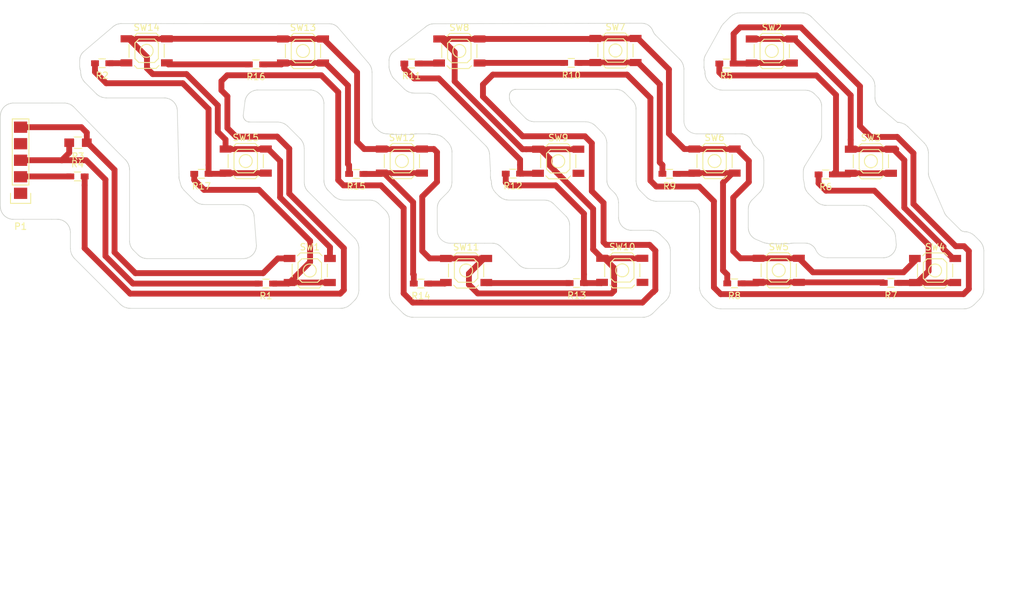
<source format=kicad_pcb>
(kicad_pcb (version 4) (host pcbnew 4.0.4-stable)
  (layers (0 F.Cu signal) (31 B.Cu signal hide) (34 B.Paste user hide) (35 F.Paste user hide) (36 B.SilkS user hide) (37 F.SilkS user hide) (38 B.Mask user hide) (39 F.Mask user hide) (44 Edge.Cuts user))
  (net 0 "")
  (net 1 "Net-(R1-Pad1)")
  (net 2 GND)
  (net 3 "Net-(R16-Pad2)")
  (net 4 "Net-(R17-Pad1)")
  (net 5 "Net-(P1-Pad5)")
  (net 6 +5V)
  (net 7 "Net-(R4-Pad2)")
  (net 8 "Net-(R5-Pad2)")
  (net 9 "Net-(R6-Pad2)")
  (net 10 "Net-(R7-Pad2)")
  (net 11 "Net-(R8-Pad2)")
  (net 12 "Net-(R10-Pad1)")
  (net 13 "Net-(R10-Pad2)")
  (net 14 "Net-(R11-Pad2)")
  (net 15 "Net-(R12-Pad2)")
  (net 16 "Net-(R13-Pad2)")
  (net 17 "Net-(R14-Pad2)")
  (net 18 "Net-(R15-Pad2)")
  (net 19 "Net-(P1-Pad1)")
  (net 20 "Net-(P1-Pad4)")
  (module Buttons_Switches_SMD:SW_SPST_SKQG (layer F.Cu) (at 122.6058 117.2464)
    (fp_text reference SW1 (at 0 -3.6) (layer F.SilkS))
    (fp_text value SW_PUSH)
    (pad 1 smd rect (at -3.1 -1.85) (size 1.8 1.1) (layers F.Cu F.Paste F.Mask) (net 5 "Net-(P1-Pad5)"))
    (pad 1 smd rect (at 3.1 -1.85) (size 1.8 1.1) (layers F.Cu F.Paste F.Mask) (net 5 "Net-(P1-Pad5)"))
    (pad 2 smd rect (at -3.1 1.85) (size 1.8 1.1) (layers F.Cu F.Paste F.Mask) (net 1 "Net-(R1-Pad1)"))
    (pad 2 smd rect (at 3.1 1.85) (size 1.8 1.1) (layers F.Cu F.Paste F.Mask) (net 1 "Net-(R1-Pad1)"))
  )
  (module Resistors_SMD:R_0603_HandSoldering (layer F.Cu) (at 115.8748 119.253 180)
    (fp_text reference R1 (at 0 -1.9 180) (layer F.SilkS))
    (fp_text value 1.6K)
    (pad 1 smd rect (at -1.1 0 180) (size 1.2 0.9) (layers F.Cu F.Paste F.Mask) (net 1 "Net-(R1-Pad1)"))
    (pad 2 smd rect (at 1.1 0 180) (size 1.2 0.9) (layers F.Cu F.Paste F.Mask) (net 2 GND))
  )
  (module Resistors_SMD:R_0603_HandSoldering (layer F.Cu) (at 90.7288 85.3948 180)
    (fp_text reference R2 (at 0 -1.9 180) (layer F.SilkS))
    (fp_text value 1.6K)
    (pad 1 smd rect (at -1.1 0 180) (size 1.2 0.9) (layers F.Cu F.Paste F.Mask) (net 3 "Net-(R16-Pad2)"))
    (pad 2 smd rect (at 1.1 0 180) (size 1.2 0.9) (layers F.Cu F.Paste F.Mask) (net 4 "Net-(R17-Pad1)"))
  )
  (module Resistors_SMD:R_0805_HandSoldering (layer F.Cu) (at 87.0204 97.6122 180)
    (fp_text reference R3 (at 0 -2.1 180) (layer F.SilkS))
    (fp_text value 47K)
    (pad 1 smd rect (at -1.35 0 180) (size 1.5 1.3) (layers F.Cu F.Paste F.Mask) (net 5 "Net-(P1-Pad5)"))
    (pad 2 smd rect (at 1.35 0 180) (size 1.5 1.3) (layers F.Cu F.Paste F.Mask) (net 2 GND))
  )
  (module Resistors_SMD:R_0603_HandSoldering (layer F.Cu) (at 86.9442 102.7938)
    (fp_text reference R4 (at 0 -1.9) (layer F.SilkS))
    (fp_text value 1.6K)
    (pad 1 smd rect (at -1.1 0) (size 1.2 0.9) (layers F.Cu F.Paste F.Mask) (net 6 +5V))
    (pad 2 smd rect (at 1.1 0) (size 1.2 0.9) (layers F.Cu F.Paste F.Mask) (net 7 "Net-(R4-Pad2)"))
  )
  (module Resistors_SMD:R_0603_HandSoldering (layer F.Cu) (at 186.5884 85.4456 180)
    (fp_text reference R5 (at 0 -1.9 180) (layer F.SilkS))
    (fp_text value 1.6K)
    (pad 1 smd rect (at -1.1 0 180) (size 1.2 0.9) (layers F.Cu F.Paste F.Mask) (net 7 "Net-(R4-Pad2)"))
    (pad 2 smd rect (at 1.1 0 180) (size 1.2 0.9) (layers F.Cu F.Paste F.Mask) (net 8 "Net-(R5-Pad2)"))
  )
  (module Resistors_SMD:R_0603_HandSoldering (layer F.Cu) (at 201.8284 102.489 180)
    (fp_text reference R6 (at 0 -1.9 180) (layer F.SilkS))
    (fp_text value 1.6K)
    (pad 1 smd rect (at -1.1 0 180) (size 1.2 0.9) (layers F.Cu F.Paste F.Mask) (net 8 "Net-(R5-Pad2)"))
    (pad 2 smd rect (at 1.1 0 180) (size 1.2 0.9) (layers F.Cu F.Paste F.Mask) (net 9 "Net-(R6-Pad2)"))
  )
  (module Resistors_SMD:R_0603_HandSoldering (layer F.Cu) (at 211.836 119.1514 180)
    (fp_text reference R7 (at 0 -1.9 180) (layer F.SilkS))
    (fp_text value 1.6K)
    (pad 1 smd rect (at -1.1 0 180) (size 1.2 0.9) (layers F.Cu F.Paste F.Mask) (net 9 "Net-(R6-Pad2)"))
    (pad 2 smd rect (at 1.1 0 180) (size 1.2 0.9) (layers F.Cu F.Paste F.Mask) (net 10 "Net-(R7-Pad2)"))
  )
  (module Resistors_SMD:R_0603_HandSoldering (layer F.Cu) (at 187.8076 119.2276 180)
    (fp_text reference R8 (at 0 -1.9 180) (layer F.SilkS))
    (fp_text value 1.6K)
    (pad 1 smd rect (at -1.1 0 180) (size 1.2 0.9) (layers F.Cu F.Paste F.Mask) (net 10 "Net-(R7-Pad2)"))
    (pad 2 smd rect (at 1.1 0 180) (size 1.2 0.9) (layers F.Cu F.Paste F.Mask) (net 11 "Net-(R8-Pad2)"))
  )
  (module Resistors_SMD:R_0603_HandSoldering (layer F.Cu) (at 177.8508 102.3874 180)
    (fp_text reference R9 (at 0 -1.9 180) (layer F.SilkS))
    (fp_text value 1.6K)
    (pad 1 smd rect (at -1.1 0 180) (size 1.2 0.9) (layers F.Cu F.Paste F.Mask) (net 11 "Net-(R8-Pad2)"))
    (pad 2 smd rect (at 1.1 0 180) (size 1.2 0.9) (layers F.Cu F.Paste F.Mask) (net 12 "Net-(R10-Pad1)"))
  )
  (module Resistors_SMD:R_0603_HandSoldering (layer F.Cu) (at 162.7632 85.344 180)
    (fp_text reference R10 (at 0 -1.9 180) (layer F.SilkS))
    (fp_text value 1.6K)
    (pad 1 smd rect (at -1.1 0 180) (size 1.2 0.9) (layers F.Cu F.Paste F.Mask) (net 12 "Net-(R10-Pad1)"))
    (pad 2 smd rect (at 1.1 0 180) (size 1.2 0.9) (layers F.Cu F.Paste F.Mask) (net 13 "Net-(R10-Pad2)"))
  )
  (module Resistors_SMD:R_0603_HandSoldering (layer F.Cu) (at 138.2268 85.4456 180)
    (fp_text reference R11 (at 0 -1.9 180) (layer F.SilkS))
    (fp_text value 1.6K)
    (pad 1 smd rect (at -1.1 0 180) (size 1.2 0.9) (layers F.Cu F.Paste F.Mask) (net 13 "Net-(R10-Pad2)"))
    (pad 2 smd rect (at 1.1 0 180) (size 1.2 0.9) (layers F.Cu F.Paste F.Mask) (net 14 "Net-(R11-Pad2)"))
  )
  (module Resistors_SMD:R_0603_HandSoldering (layer F.Cu) (at 153.797 102.362 180)
    (fp_text reference R12 (at 0 -1.9 180) (layer F.SilkS))
    (fp_text value 1.6K)
    (pad 1 smd rect (at -1.1 0 180) (size 1.2 0.9) (layers F.Cu F.Paste F.Mask) (net 14 "Net-(R11-Pad2)"))
    (pad 2 smd rect (at 1.1 0 180) (size 1.2 0.9) (layers F.Cu F.Paste F.Mask) (net 15 "Net-(R12-Pad2)"))
  )
  (module Resistors_SMD:R_0603_HandSoldering (layer F.Cu) (at 163.6014 119.1768 180)
    (fp_text reference R13 (at 0 -1.9 180) (layer F.SilkS))
    (fp_text value 1.6K)
    (pad 1 smd rect (at -1.1 0 180) (size 1.2 0.9) (layers F.Cu F.Paste F.Mask) (net 15 "Net-(R12-Pad2)"))
    (pad 2 smd rect (at 1.1 0 180) (size 1.2 0.9) (layers F.Cu F.Paste F.Mask) (net 16 "Net-(R13-Pad2)"))
  )
  (module Resistors_SMD:R_0603_HandSoldering (layer F.Cu) (at 139.6746 119.253 180)
    (fp_text reference R14 (at 0 -1.9 180) (layer F.SilkS))
    (fp_text value 1.6K)
    (pad 1 smd rect (at -1.1 0 180) (size 1.2 0.9) (layers F.Cu F.Paste F.Mask) (net 16 "Net-(R13-Pad2)"))
    (pad 2 smd rect (at 1.1 0 180) (size 1.2 0.9) (layers F.Cu F.Paste F.Mask) (net 17 "Net-(R14-Pad2)"))
  )
  (module Resistors_SMD:R_0603_HandSoldering (layer F.Cu) (at 129.7432 102.4128 180)
    (fp_text reference R15 (at 0 -1.9 180) (layer F.SilkS))
    (fp_text value 1.6K)
    (pad 1 smd rect (at -1.1 0 180) (size 1.2 0.9) (layers F.Cu F.Paste F.Mask) (net 17 "Net-(R14-Pad2)"))
    (pad 2 smd rect (at 1.1 0 180) (size 1.2 0.9) (layers F.Cu F.Paste F.Mask) (net 18 "Net-(R15-Pad2)"))
  )
  (module Resistors_SMD:R_0603_HandSoldering (layer F.Cu) (at 114.3508 85.5726 180)
    (fp_text reference R16 (at 0 -1.9 180) (layer F.SilkS))
    (fp_text value 1.6K)
    (pad 1 smd rect (at -1.1 0 180) (size 1.2 0.9) (layers F.Cu F.Paste F.Mask) (net 18 "Net-(R15-Pad2)"))
    (pad 2 smd rect (at 1.1 0 180) (size 1.2 0.9) (layers F.Cu F.Paste F.Mask) (net 3 "Net-(R16-Pad2)"))
  )
  (module Resistors_SMD:R_0603_HandSoldering (layer F.Cu) (at 105.9688 102.3874 180)
    (fp_text reference R17 (at 0 -1.9 180) (layer F.SilkS))
    (fp_text value 1.6K)
    (pad 1 smd rect (at -1.1 0 180) (size 1.2 0.9) (layers F.Cu F.Paste F.Mask) (net 4 "Net-(R17-Pad1)"))
    (pad 2 smd rect (at 1.1 0 180) (size 1.2 0.9) (layers F.Cu F.Paste F.Mask) (net 1 "Net-(R1-Pad1)"))
  )
  (module Buttons_Switches_SMD:SW_SPST_SKQG (layer F.Cu) (at 193.548 83.5152)
    (fp_text reference SW2 (at 0 -3.6) (layer F.SilkS))
    (fp_text value SW_PUSH)
    (pad 1 smd rect (at -3.1 -1.85) (size 1.8 1.1) (layers F.Cu F.Paste F.Mask) (net 5 "Net-(P1-Pad5)"))
    (pad 1 smd rect (at 3.1 -1.85) (size 1.8 1.1) (layers F.Cu F.Paste F.Mask) (net 5 "Net-(P1-Pad5)"))
    (pad 2 smd rect (at -3.1 1.85) (size 1.8 1.1) (layers F.Cu F.Paste F.Mask) (net 7 "Net-(R4-Pad2)"))
    (pad 2 smd rect (at 3.1 1.85) (size 1.8 1.1) (layers F.Cu F.Paste F.Mask) (net 7 "Net-(R4-Pad2)"))
  )
  (module Buttons_Switches_SMD:SW_SPST_SKQG (layer F.Cu) (at 208.7626 100.457)
    (fp_text reference SW3 (at 0 -3.6) (layer F.SilkS))
    (fp_text value SW_PUSH)
    (pad 1 smd rect (at -3.1 -1.85) (size 1.8 1.1) (layers F.Cu F.Paste F.Mask) (net 5 "Net-(P1-Pad5)"))
    (pad 1 smd rect (at 3.1 -1.85) (size 1.8 1.1) (layers F.Cu F.Paste F.Mask) (net 5 "Net-(P1-Pad5)"))
    (pad 2 smd rect (at -3.1 1.85) (size 1.8 1.1) (layers F.Cu F.Paste F.Mask) (net 8 "Net-(R5-Pad2)"))
    (pad 2 smd rect (at 3.1 1.85) (size 1.8 1.1) (layers F.Cu F.Paste F.Mask) (net 8 "Net-(R5-Pad2)"))
  )
  (module Buttons_Switches_SMD:SW_SPST_SKQG (layer F.Cu) (at 218.6178 117.2464)
    (fp_text reference SW4 (at 0 -3.6) (layer F.SilkS))
    (fp_text value SW_PUSH)
    (pad 1 smd rect (at -3.1 -1.85) (size 1.8 1.1) (layers F.Cu F.Paste F.Mask) (net 5 "Net-(P1-Pad5)"))
    (pad 1 smd rect (at 3.1 -1.85) (size 1.8 1.1) (layers F.Cu F.Paste F.Mask) (net 5 "Net-(P1-Pad5)"))
    (pad 2 smd rect (at -3.1 1.85) (size 1.8 1.1) (layers F.Cu F.Paste F.Mask) (net 9 "Net-(R6-Pad2)"))
    (pad 2 smd rect (at 3.1 1.85) (size 1.8 1.1) (layers F.Cu F.Paste F.Mask) (net 9 "Net-(R6-Pad2)"))
  )
  (module Buttons_Switches_SMD:SW_SPST_SKQG (layer F.Cu) (at 194.6148 117.221)
    (fp_text reference SW5 (at 0 -3.6) (layer F.SilkS))
    (fp_text value SW_PUSH)
    (pad 1 smd rect (at -3.1 -1.85) (size 1.8 1.1) (layers F.Cu F.Paste F.Mask) (net 5 "Net-(P1-Pad5)"))
    (pad 1 smd rect (at 3.1 -1.85) (size 1.8 1.1) (layers F.Cu F.Paste F.Mask) (net 5 "Net-(P1-Pad5)"))
    (pad 2 smd rect (at -3.1 1.85) (size 1.8 1.1) (layers F.Cu F.Paste F.Mask) (net 10 "Net-(R7-Pad2)"))
    (pad 2 smd rect (at 3.1 1.85) (size 1.8 1.1) (layers F.Cu F.Paste F.Mask) (net 10 "Net-(R7-Pad2)"))
  )
  (module Buttons_Switches_SMD:SW_SPST_SKQG (layer F.Cu) (at 184.7596 100.4316)
    (fp_text reference SW6 (at 0 -3.6) (layer F.SilkS))
    (fp_text value SW_PUSH)
    (pad 1 smd rect (at -3.1 -1.85) (size 1.8 1.1) (layers F.Cu F.Paste F.Mask) (net 5 "Net-(P1-Pad5)"))
    (pad 1 smd rect (at 3.1 -1.85) (size 1.8 1.1) (layers F.Cu F.Paste F.Mask) (net 5 "Net-(P1-Pad5)"))
    (pad 2 smd rect (at -3.1 1.85) (size 1.8 1.1) (layers F.Cu F.Paste F.Mask) (net 11 "Net-(R8-Pad2)"))
    (pad 2 smd rect (at 3.1 1.85) (size 1.8 1.1) (layers F.Cu F.Paste F.Mask) (net 11 "Net-(R8-Pad2)"))
  )
  (module Buttons_Switches_SMD:SW_SPST_SKQG (layer F.Cu) (at 169.545 83.439)
    (fp_text reference SW7 (at 0 -3.6) (layer F.SilkS))
    (fp_text value SW_PUSH)
    (pad 1 smd rect (at -3.1 -1.85) (size 1.8 1.1) (layers F.Cu F.Paste F.Mask) (net 5 "Net-(P1-Pad5)"))
    (pad 1 smd rect (at 3.1 -1.85) (size 1.8 1.1) (layers F.Cu F.Paste F.Mask) (net 5 "Net-(P1-Pad5)"))
    (pad 2 smd rect (at -3.1 1.85) (size 1.8 1.1) (layers F.Cu F.Paste F.Mask) (net 12 "Net-(R10-Pad1)"))
    (pad 2 smd rect (at 3.1 1.85) (size 1.8 1.1) (layers F.Cu F.Paste F.Mask) (net 12 "Net-(R10-Pad1)"))
  )
  (module Buttons_Switches_SMD:SW_SPST_SKQG (layer F.Cu) (at 145.5674 83.5152)
    (fp_text reference SW8 (at 0 -3.6) (layer F.SilkS))
    (fp_text value SW_PUSH)
    (pad 1 smd rect (at -3.1 -1.85) (size 1.8 1.1) (layers F.Cu F.Paste F.Mask) (net 5 "Net-(P1-Pad5)"))
    (pad 1 smd rect (at 3.1 -1.85) (size 1.8 1.1) (layers F.Cu F.Paste F.Mask) (net 5 "Net-(P1-Pad5)"))
    (pad 2 smd rect (at -3.1 1.85) (size 1.8 1.1) (layers F.Cu F.Paste F.Mask) (net 13 "Net-(R10-Pad2)"))
    (pad 2 smd rect (at 3.1 1.85) (size 1.8 1.1) (layers F.Cu F.Paste F.Mask) (net 13 "Net-(R10-Pad2)"))
  )
  (module Buttons_Switches_SMD:SW_SPST_SKQG (layer F.Cu) (at 160.7566 100.457)
    (fp_text reference SW9 (at 0 -3.6) (layer F.SilkS))
    (fp_text value SW_PUSH)
    (pad 1 smd rect (at -3.1 -1.85) (size 1.8 1.1) (layers F.Cu F.Paste F.Mask) (net 5 "Net-(P1-Pad5)"))
    (pad 1 smd rect (at 3.1 -1.85) (size 1.8 1.1) (layers F.Cu F.Paste F.Mask) (net 5 "Net-(P1-Pad5)"))
    (pad 2 smd rect (at -3.1 1.85) (size 1.8 1.1) (layers F.Cu F.Paste F.Mask) (net 14 "Net-(R11-Pad2)"))
    (pad 2 smd rect (at 3.1 1.85) (size 1.8 1.1) (layers F.Cu F.Paste F.Mask) (net 14 "Net-(R11-Pad2)"))
  )
  (module Buttons_Switches_SMD:SW_SPST_SKQG (layer F.Cu) (at 170.5864 117.221)
    (fp_text reference SW10 (at 0 -3.6) (layer F.SilkS))
    (fp_text value SW_PUSH)
    (pad 1 smd rect (at -3.1 -1.85) (size 1.8 1.1) (layers F.Cu F.Paste F.Mask) (net 5 "Net-(P1-Pad5)"))
    (pad 1 smd rect (at 3.1 -1.85) (size 1.8 1.1) (layers F.Cu F.Paste F.Mask) (net 5 "Net-(P1-Pad5)"))
    (pad 2 smd rect (at -3.1 1.85) (size 1.8 1.1) (layers F.Cu F.Paste F.Mask) (net 15 "Net-(R12-Pad2)"))
    (pad 2 smd rect (at 3.1 1.85) (size 1.8 1.1) (layers F.Cu F.Paste F.Mask) (net 15 "Net-(R12-Pad2)"))
  )
  (module Buttons_Switches_SMD:SW_SPST_SKQG (layer F.Cu) (at 146.6088 117.2464)
    (fp_text reference SW11 (at 0 -3.6) (layer F.SilkS))
    (fp_text value SW_PUSH)
    (pad 1 smd rect (at -3.1 -1.85) (size 1.8 1.1) (layers F.Cu F.Paste F.Mask) (net 5 "Net-(P1-Pad5)"))
    (pad 1 smd rect (at 3.1 -1.85) (size 1.8 1.1) (layers F.Cu F.Paste F.Mask) (net 5 "Net-(P1-Pad5)"))
    (pad 2 smd rect (at -3.1 1.85) (size 1.8 1.1) (layers F.Cu F.Paste F.Mask) (net 16 "Net-(R13-Pad2)"))
    (pad 2 smd rect (at 3.1 1.85) (size 1.8 1.1) (layers F.Cu F.Paste F.Mask) (net 16 "Net-(R13-Pad2)"))
  )
  (module Buttons_Switches_SMD:SW_SPST_SKQG (layer F.Cu) (at 136.7536 100.4316)
    (fp_text reference SW12 (at 0 -3.6) (layer F.SilkS))
    (fp_text value SW_PUSH)
    (pad 1 smd rect (at -3.1 -1.85) (size 1.8 1.1) (layers F.Cu F.Paste F.Mask) (net 5 "Net-(P1-Pad5)"))
    (pad 1 smd rect (at 3.1 -1.85) (size 1.8 1.1) (layers F.Cu F.Paste F.Mask) (net 5 "Net-(P1-Pad5)"))
    (pad 2 smd rect (at -3.1 1.85) (size 1.8 1.1) (layers F.Cu F.Paste F.Mask) (net 17 "Net-(R14-Pad2)"))
    (pad 2 smd rect (at 3.1 1.85) (size 1.8 1.1) (layers F.Cu F.Paste F.Mask) (net 17 "Net-(R14-Pad2)"))
  )
  (module Buttons_Switches_SMD:SW_SPST_SKQG (layer F.Cu) (at 121.5644 83.5152)
    (fp_text reference SW13 (at 0 -3.6) (layer F.SilkS))
    (fp_text value SW_PUSH)
    (pad 1 smd rect (at -3.1 -1.85) (size 1.8 1.1) (layers F.Cu F.Paste F.Mask) (net 5 "Net-(P1-Pad5)"))
    (pad 1 smd rect (at 3.1 -1.85) (size 1.8 1.1) (layers F.Cu F.Paste F.Mask) (net 5 "Net-(P1-Pad5)"))
    (pad 2 smd rect (at -3.1 1.85) (size 1.8 1.1) (layers F.Cu F.Paste F.Mask) (net 18 "Net-(R15-Pad2)"))
    (pad 2 smd rect (at 3.1 1.85) (size 1.8 1.1) (layers F.Cu F.Paste F.Mask) (net 18 "Net-(R15-Pad2)"))
  )
  (module Buttons_Switches_SMD:SW_SPST_SKQG (layer F.Cu) (at 97.5614 83.4898)
    (fp_text reference SW14 (at 0 -3.6) (layer F.SilkS))
    (fp_text value SW_PUSH)
    (pad 1 smd rect (at -3.1 -1.85) (size 1.8 1.1) (layers F.Cu F.Paste F.Mask) (net 5 "Net-(P1-Pad5)"))
    (pad 1 smd rect (at 3.1 -1.85) (size 1.8 1.1) (layers F.Cu F.Paste F.Mask) (net 5 "Net-(P1-Pad5)"))
    (pad 2 smd rect (at -3.1 1.85) (size 1.8 1.1) (layers F.Cu F.Paste F.Mask) (net 3 "Net-(R16-Pad2)"))
    (pad 2 smd rect (at 3.1 1.85) (size 1.8 1.1) (layers F.Cu F.Paste F.Mask) (net 3 "Net-(R16-Pad2)"))
  )
  (module Buttons_Switches_SMD:SW_SPST_SKQG (layer F.Cu) (at 112.776 100.4316)
    (fp_text reference SW15 (at 0 -3.6) (layer F.SilkS))
    (fp_text value SW_PUSH)
    (pad 1 smd rect (at -3.1 -1.85) (size 1.8 1.1) (layers F.Cu F.Paste F.Mask) (net 5 "Net-(P1-Pad5)"))
    (pad 1 smd rect (at 3.1 -1.85) (size 1.8 1.1) (layers F.Cu F.Paste F.Mask) (net 5 "Net-(P1-Pad5)"))
    (pad 2 smd rect (at -3.1 1.85) (size 1.8 1.1) (layers F.Cu F.Paste F.Mask) (net 4 "Net-(R17-Pad1)"))
    (pad 2 smd rect (at 3.1 1.85) (size 1.8 1.1) (layers F.Cu F.Paste F.Mask) (net 4 "Net-(R17-Pad1)"))
  )
  (module Pin_Headers:Pin_Header_Straight_1x05 (layer F.Cu) (at 78.2066 105.3846 180)
    (fp_text reference P1 (at 0 -5.1 180) (layer F.SilkS))
    (fp_text value CONN_01X05)
    (pad 1 smd rect (at 0 0 180) (size 2.032 1.7272) (layers F.Cu F.Paste F.Mask) (net 19 "Net-(P1-Pad1)"))
    (pad 2 smd rect (at 0 2.54 180) (size 2.032 1.7272) (layers F.Cu F.Paste F.Mask) (net 6 +5V))
    (pad 3 smd rect (at 0 5.08 180) (size 2.032 1.7272) (layers F.Cu F.Paste F.Mask) (net 2 GND))
    (pad 4 smd rect (at 0 7.62 180) (size 2.032 1.7272) (layers F.Cu F.Paste F.Mask) (net 20 "Net-(P1-Pad4)"))
    (pad 5 smd rect (at 0 10.16 180) (size 2.032 1.7272) (layers F.Cu F.Paste F.Mask) (net 5 "Net-(P1-Pad5)"))
  )
  (gr_line (start 121.7549 98.428177) (end 121.708924 98.089841) (layer Edge.Cuts) (width 0.1))
  (gr_line (start 129.774562 121.479229) (end 129.802049 121.436271) (layer Edge.Cuts) (width 0.1))
  (gr_line (start 129.768676 112.598076) (end 129.539175 112.29991) (layer Edge.Cuts) (width 0.1))
  (gr_line (start 129.967286 121.121156) (end 130.077973 120.76598) (layer Edge.Cuts) (width 0.1))
  (gr_line (start 121.832511 104.227471) (end 121.815211 104.161406) (layer Edge.Cuts) (width 0.1))
  (gr_line (start 122.250919 105.002285) (end 122.206923 104.950053) (layer Edge.Cuts) (width 0.1))
  (gr_line (start 130.01233 113.081371) (end 129.990807 113.023108) (layer Edge.Cuts) (width 0.1))
  (gr_line (start 122.296673 105.052984) (end 122.250919 105.002285) (layer Edge.Cuts) (width 0.1))
  (gr_line (start 130.113455 113.492582) (end 130.10317 113.436777) (layer Edge.Cuts) (width 0.1))
  (gr_line (start 129.990807 113.023108) (end 129.967286 112.965622) (layer Edge.Cuts) (width 0.1))
  (gr_line (start 130.136877 113.718208) (end 130.133693 113.661552) (layer Edge.Cuts) (width 0.1))
  (gr_line (start 130.136877 120.36857) (end 130.139478 120.312756) (layer Edge.Cuts) (width 0.1))
  (gr_line (start 121.982575 104.608007) (end 121.952196 104.546844) (layer Edge.Cuts) (width 0.1))
  (gr_line (start 130.140345 113.829889) (end 130.139478 113.774021) (layer Edge.Cuts) (width 0.1))
  (gr_line (start 121.758345 103.687877) (end 121.758345 98.539489) (layer Edge.Cuts) (width 0.1))
  (gr_line (start 121.787426 104.027698) (end 121.776973 103.960211) (layer Edge.Cuts) (width 0.1))
  (gr_line (start 121.759511 103.75616) (end 121.758345 103.687877) (layer Edge.Cuts) (width 0.1))
  (gr_line (start 122.344132 105.102091) (end 122.296673 105.052984) (layer Edge.Cuts) (width 0.1))
  (gr_line (start 129.481137 112.239097) (end 122.344132 105.102091) (layer Edge.Cuts) (width 0.1))
  (gr_line (start 121.776973 103.960211) (end 121.768831 103.892406) (layer Edge.Cuts) (width 0.1))
  (gr_line (start 121.923923 104.48468) (end 121.897788 104.421586) (layer Edge.Cuts) (width 0.1))
  (gr_line (start 130.128724 113.605026) (end 130.121975 113.548684) (layer Edge.Cuts) (width 0.1))
  (gr_line (start 130.091131 113.381325) (end 130.077973 113.320798) (layer Edge.Cuts) (width 0.1))
  (gr_line (start 121.897788 104.421586) (end 121.873823 104.357637) (layer Edge.Cuts) (width 0.1))
  (gr_line (start 129.737459 121.536666) (end 129.774562 121.479229) (layer Edge.Cuts) (width 0.1))
  (gr_line (start 129.802049 121.436271) (end 129.967286 121.121156) (layer Edge.Cuts) (width 0.1))
  (gr_line (start 121.758345 98.539489) (end 121.757484 98.483806) (layer Edge.Cuts) (width 0.1))
  (gr_line (start 121.768831 103.892406) (end 121.763008 103.824362) (layer Edge.Cuts) (width 0.1))
  (gr_line (start 130.03183 113.140343) (end 130.01233 113.081371) (layer Edge.Cuts) (width 0.1))
  (gr_line (start 122.164735 104.89635) (end 122.124405 104.841238) (layer Edge.Cuts) (width 0.1))
  (gr_line (start 130.049284 113.199952) (end 130.03183 113.140343) (layer Edge.Cuts) (width 0.1))
  (gr_line (start 122.124405 104.841238) (end 122.085981 104.784781) (layer Edge.Cuts) (width 0.1))
  (gr_line (start 130.10317 113.436777) (end 130.091131 113.381325) (layer Edge.Cuts) (width 0.1))
  (gr_line (start 130.139478 113.774021) (end 130.136877 113.718208) (layer Edge.Cuts) (width 0.1))
  (gr_line (start 121.852056 104.292906) (end 121.832511 104.227471) (layer Edge.Cuts) (width 0.1))
  (gr_line (start 130.133693 113.661552) (end 130.128724 113.605026) (layer Edge.Cuts) (width 0.1))
  (gr_line (start 121.952196 104.546844) (end 121.923923 104.48468) (layer Edge.Cuts) (width 0.1))
  (gr_line (start 129.539175 112.29991) (end 129.481137 112.239097) (layer Edge.Cuts) (width 0.1))
  (gr_line (start 130.064671 113.260127) (end 130.049284 113.199952) (layer Edge.Cuts) (width 0.1))
  (gr_line (start 122.085981 104.784781) (end 122.049506 104.727045) (layer Edge.Cuts) (width 0.1))
  (gr_line (start 121.800177 104.094789) (end 121.787426 104.027698) (layer Edge.Cuts) (width 0.1))
  (gr_line (start 122.049506 104.727045) (end 122.015024 104.668098) (layer Edge.Cuts) (width 0.1))
  (gr_line (start 129.967286 112.965622) (end 129.801834 112.650181) (layer Edge.Cuts) (width 0.1))
  (gr_line (start 121.631346 97.793983) (end 121.610295 97.736646) (layer Edge.Cuts) (width 0.1))
  (gr_line (start 121.757484 98.483806) (end 121.7549 98.428177) (layer Edge.Cuts) (width 0.1))
  (gr_line (start 121.650439 97.852002) (end 121.631346 97.793983) (layer Edge.Cuts) (width 0.1))
  (gr_line (start 129.698414 121.5928) (end 129.737459 121.536666) (layer Edge.Cuts) (width 0.1))
  (gr_line (start 130.121975 113.548684) (end 130.113455 113.492582) (layer Edge.Cuts) (width 0.1))
  (gr_line (start 121.667553 97.910634) (end 121.650439 97.852002) (layer Edge.Cuts) (width 0.1))
  (gr_line (start 121.682668 97.969814) (end 121.667553 97.910634) (layer Edge.Cuts) (width 0.1))
  (gr_line (start 121.873823 104.357637) (end 121.852056 104.292906) (layer Edge.Cuts) (width 0.1))
  (gr_line (start 130.077973 113.320798) (end 130.064671 113.260127) (layer Edge.Cuts) (width 0.1))
  (gr_line (start 121.695766 98.029472) (end 121.682668 97.969814) (layer Edge.Cuts) (width 0.1))
  (gr_line (start 121.708924 98.089841) (end 121.695766 98.029472) (layer Edge.Cuts) (width 0.1))
  (gr_line (start 121.763008 103.824362) (end 121.759511 103.75616) (layer Edge.Cuts) (width 0.1))
  (gr_line (start 121.815211 104.161406) (end 121.800177 104.094789) (layer Edge.Cuts) (width 0.1))
  (gr_line (start 129.801834 112.650181) (end 129.768676 112.598076) (layer Edge.Cuts) (width 0.1))
  (gr_line (start 130.140345 120.256889) (end 130.140345 113.829889) (layer Edge.Cuts) (width 0.1))
  (gr_line (start 130.077973 120.76598) (end 130.091131 120.705453) (layer Edge.Cuts) (width 0.1))
  (gr_line (start 130.091131 120.705453) (end 130.136877 120.36857) (layer Edge.Cuts) (width 0.1))
  (gr_line (start 130.139478 120.312756) (end 130.140345 120.256889) (layer Edge.Cuts) (width 0.1))
  (gr_line (start 122.015024 104.668098) (end 121.982575 104.608007) (layer Edge.Cuts) (width 0.1))
  (gr_line (start 122.206923 104.950053) (end 122.164735 104.89635) (layer Edge.Cuts) (width 0.1))
  (gr_line (start 93.452622 122.373523) (end 93.490276 122.411773) (layer Edge.Cuts) (width 0.1))
  (gr_line (start 127.947943 122.97743) (end 128.006952 122.960656) (layer Edge.Cuts) (width 0.1))
  (gr_line (start 129.570096 121.752745) (end 129.614683 121.700903) (layer Edge.Cuts) (width 0.1))
  (gr_line (start 129.482276 121.846541) (end 129.523762 121.803032) (layer Edge.Cuts) (width 0.1))
  (gr_line (start 128.837356 122.487035) (end 128.881491 122.447008) (layer Edge.Cuts) (width 0.1))
  (gr_line (start 127.583116 123.050938) (end 127.644977 123.042516) (layer Edge.Cuts) (width 0.1))
  (gr_line (start 128.564159 122.69322) (end 128.837356 122.487035) (layer Edge.Cuts) (width 0.1))
  (gr_line (start 128.237779 122.874601) (end 128.294625 122.848799) (layer Edge.Cuts) (width 0.1))
  (gr_line (start 128.180073 122.898417) (end 128.237779 122.874601) (layer Edge.Cuts) (width 0.1))
  (gr_line (start 127.767679 123.019484) (end 127.828383 123.004899) (layer Edge.Cuts) (width 0.1))
  (gr_line (start 127.828383 123.004899) (end 127.888397 122.992183) (layer Edge.Cuts) (width 0.1))
  (gr_line (start 127.396328 123.063715) (end 127.458722 123.061543) (layer Edge.Cuts) (width 0.1))
  (gr_line (start 127.331345 123.064889) (end 127.396328 123.063715) (layer Edge.Cuts) (width 0.1))
  (gr_line (start 94.895905 123.058339) (end 94.953332 123.061937) (layer Edge.Cuts) (width 0.1))
  (gr_line (start 93.999901 122.789596) (end 94.052815 122.81837) (layer Edge.Cuts) (width 0.1))
  (gr_line (start 94.838622 123.052908) (end 94.895905 123.058339) (layer Edge.Cuts) (width 0.1))
  (gr_line (start 86.503696 115.425011) (end 86.538711 115.459413) (layer Edge.Cuts) (width 0.1))
  (gr_line (start 94.052815 122.81837) (end 94.106662 122.845358) (layer Edge.Cuts) (width 0.1))
  (gr_line (start 94.437915 122.971449) (end 94.494597 122.986301) (layer Edge.Cuts) (width 0.1))
  (gr_line (start 93.748489 122.630059) (end 93.796209 122.662634) (layer Edge.Cuts) (width 0.1))
  (gr_line (start 128.123084 122.921126) (end 128.180073 122.898417) (layer Edge.Cuts) (width 0.1))
  (gr_line (start 127.644977 123.042516) (end 127.706521 123.032028) (layer Edge.Cuts) (width 0.1))
  (gr_line (start 95.010845 123.063697) (end 95.076345 123.064889) (layer Edge.Cuts) (width 0.1))
  (gr_line (start 94.494597 122.986301) (end 94.551733 122.999301) (layer Edge.Cuts) (width 0.1))
  (gr_line (start 94.668224 123.025677) (end 94.724723 123.036568) (layer Edge.Cuts) (width 0.1))
  (gr_line (start 94.953332 123.061937) (end 95.010845 123.063697) (layer Edge.Cuts) (width 0.1))
  (gr_line (start 129.657473 121.647567) (end 129.698414 121.5928) (layer Edge.Cuts) (width 0.1))
  (gr_line (start 128.459322 122.759793) (end 128.512053 122.726377) (layer Edge.Cuts) (width 0.1))
  (gr_line (start 129.614683 121.700903) (end 129.657473 121.647567) (layer Edge.Cuts) (width 0.1))
  (gr_line (start 127.521008 123.057282) (end 127.583116 123.050938) (layer Edge.Cuts) (width 0.1))
  (gr_line (start 93.529007 122.448933) (end 93.568785 122.484971) (layer Edge.Cuts) (width 0.1))
  (gr_line (start 129.523762 121.803032) (end 129.570096 121.752745) (layer Edge.Cuts) (width 0.1))
  (gr_line (start 128.924276 122.405541) (end 129.482276 121.846541) (layer Edge.Cuts) (width 0.1))
  (gr_line (start 128.512053 122.726377) (end 128.564159 122.69322) (layer Edge.Cuts) (width 0.1))
  (gr_line (start 128.065355 122.941881) (end 128.123084 122.921126) (layer Edge.Cuts) (width 0.1))
  (gr_line (start 127.888397 122.992183) (end 127.947943 122.97743) (layer Edge.Cuts) (width 0.1))
  (gr_line (start 94.381746 122.954759) (end 94.437915 122.971449) (layer Edge.Cuts) (width 0.1))
  (gr_line (start 93.611941 122.523388) (end 93.656307 122.5604) (layer Edge.Cuts) (width 0.1))
  (gr_line (start 128.350542 122.821041) (end 128.405463 122.79136) (layer Edge.Cuts) (width 0.1))
  (gr_line (start 93.84495 122.693661) (end 93.897108 122.726819) (layer Edge.Cuts) (width 0.1))
  (gr_line (start 128.006952 122.960656) (end 128.065355 122.941881) (layer Edge.Cuts) (width 0.1))
  (gr_line (start 127.458722 123.061543) (end 127.521008 123.057282) (layer Edge.Cuts) (width 0.1))
  (gr_line (start 93.796209 122.662634) (end 93.84495 122.693661) (layer Edge.Cuts) (width 0.1))
  (gr_line (start 94.781542 123.045648) (end 94.838622 123.052908) (layer Edge.Cuts) (width 0.1))
  (gr_line (start 94.106662 122.845358) (end 94.161381 122.870529) (layer Edge.Cuts) (width 0.1))
  (gr_line (start 93.897108 122.726819) (end 93.947979 122.759067) (layer Edge.Cuts) (width 0.1))
  (gr_line (start 93.568785 122.484971) (end 93.611941 122.523388) (layer Edge.Cuts) (width 0.1))
  (gr_line (start 93.490276 122.411773) (end 93.529007 122.448933) (layer Edge.Cuts) (width 0.1))
  (gr_line (start 94.551733 122.999301) (end 94.612101 123.012985) (layer Edge.Cuts) (width 0.1))
  (gr_line (start 94.161381 122.870529) (end 94.216913 122.893855) (layer Edge.Cuts) (width 0.1))
  (gr_line (start 94.216913 122.893855) (end 94.271186 122.915942) (layer Edge.Cuts) (width 0.1))
  (gr_line (start 93.656307 122.5604) (end 93.701839 122.59597) (layer Edge.Cuts) (width 0.1))
  (gr_line (start 93.701839 122.59597) (end 93.748489 122.630059) (layer Edge.Cuts) (width 0.1))
  (gr_line (start 86.538711 115.459413) (end 93.452622 122.373523) (layer Edge.Cuts) (width 0.1))
  (gr_line (start 94.271186 122.915942) (end 94.32615 122.936251) (layer Edge.Cuts) (width 0.1))
  (gr_line (start 128.881491 122.447008) (end 128.924276 122.405541) (layer Edge.Cuts) (width 0.1))
  (gr_line (start 94.724723 123.036568) (end 94.781542 123.045648) (layer Edge.Cuts) (width 0.1))
  (gr_line (start 127.706521 123.032028) (end 127.767679 123.019484) (layer Edge.Cuts) (width 0.1))
  (gr_line (start 94.612101 123.012985) (end 94.668224 123.025677) (layer Edge.Cuts) (width 0.1))
  (gr_line (start 93.947979 122.759067) (end 93.999901 122.789596) (layer Edge.Cuts) (width 0.1))
  (gr_line (start 128.294625 122.848799) (end 128.350542 122.821041) (layer Edge.Cuts) (width 0.1))
  (gr_line (start 128.405463 122.79136) (end 128.459322 122.759793) (layer Edge.Cuts) (width 0.1))
  (gr_line (start 95.076345 123.064889) (end 127.331345 123.064889) (layer Edge.Cuts) (width 0.1))
  (gr_line (start 94.32615 122.936251) (end 94.381746 122.954759) (layer Edge.Cuts) (width 0.1))
  (gr_line (start 86.469583 115.389714) (end 86.503696 115.425011) (layer Edge.Cuts) (width 0.1))
  (gr_line (start 86.436397 115.353545) (end 86.469583 115.389714) (layer Edge.Cuts) (width 0.1))
  (gr_line (start 86.396319 115.309181) (end 86.436397 115.353545) (layer Edge.Cuts) (width 0.1))
  (gr_line (start 84.186366 109.40887) (end 84.253457 109.421621) (layer Edge.Cuts) (width 0.1))
  (gr_line (start 85.055018 109.786179) (end 85.108721 109.828366) (layer Edge.Cuts) (width 0.1))
  (gr_line (start 86.285226 115.168454) (end 86.320692 115.216584) (layer Edge.Cuts) (width 0.1))
  (gr_line (start 86.124322 114.916158) (end 86.154325 114.966928) (layer Edge.Cuts) (width 0.1))
  (gr_line (start 86.095998 114.864433) (end 86.124322 114.916158) (layer Edge.Cuts) (width 0.1))
  (gr_line (start 85.308217 110.014683) (end 85.353971 110.065382) (layer Edge.Cuts) (width 0.1))
  (gr_line (start 86.021396 114.704082) (end 86.044507 114.758338) (layer Edge.Cuts) (width 0.1))
  (gr_line (start 84.643347 109.545366) (end 84.705512 109.573639) (layer Edge.Cuts) (width 0.1))
  (gr_line (start 85.910202 114.350814) (end 86.021396 114.704082) (layer Edge.Cuts) (width 0.1))
  (gr_line (start 85.397968 110.117613) (end 85.440156 110.171316) (layer Edge.Cuts) (width 0.1))
  (gr_line (start 84.451574 109.473499) (end 84.516305 109.495267) (layer Edge.Cuts) (width 0.1))
  (gr_line (start 85.827917 111.107456) (end 85.83606 111.175261) (layer Edge.Cuts) (width 0.1))
  (gr_line (start 85.160953 109.872363) (end 85.211652 109.918117) (layer Edge.Cuts) (width 0.1))
  (gr_line (start 85.789679 110.90626) (end 85.804713 110.972877) (layer Edge.Cuts) (width 0.1))
  (gr_line (start 85.652695 110.520822) (end 85.680968 110.582987) (layer Edge.Cuts) (width 0.1))
  (gr_line (start 85.589866 110.399568) (end 85.622316 110.459659) (layer Edge.Cuts) (width 0.1))
  (gr_line (start 85.480485 110.226428) (end 85.51891 110.282885) (layer Edge.Cuts) (width 0.1))
  (gr_line (start 85.846545 111.379789) (end 85.846545 111.454026) (layer Edge.Cuts) (width 0.1))
  (gr_line (start 85.622316 110.459659) (end 85.652695 110.520822) (layer Edge.Cuts) (width 0.1))
  (gr_line (start 84.826766 109.636468) (end 84.885713 109.67095) (layer Edge.Cuts) (width 0.1))
  (gr_line (start 86.251378 115.119172) (end 86.285226 115.168454) (layer Edge.Cuts) (width 0.1))
  (gr_line (start 86.219186 115.068793) (end 86.251378 115.119172) (layer Edge.Cuts) (width 0.1))
  (gr_line (start 86.069383 114.811807) (end 86.095998 114.864433) (layer Edge.Cuts) (width 0.1))
  (gr_line (start 85.896833 114.290288) (end 85.910202 114.350814) (layer Edge.Cuts) (width 0.1))
  (gr_line (start 85.804713 110.972877) (end 85.817464 111.039968) (layer Edge.Cuts) (width 0.1))
  (gr_line (start 85.707102 110.64608) (end 85.731067 110.71003) (layer Edge.Cuts) (width 0.1))
  (gr_line (start 84.386139 109.453954) (end 84.451574 109.473499) (layer Edge.Cuts) (width 0.1))
  (gr_line (start 84.705512 109.573639) (end 84.766675 109.604018) (layer Edge.Cuts) (width 0.1))
  (gr_line (start 84.999906 109.745849) (end 85.055018 109.786179) (layer Edge.Cuts) (width 0.1))
  (gr_line (start 84.253457 109.421621) (end 84.320074 109.436655) (layer Edge.Cuts) (width 0.1))
  (gr_line (start 84.885713 109.67095) (end 84.943449 109.707425) (layer Edge.Cuts) (width 0.1))
  (gr_line (start 85.847211 113.884848) (end 85.849209 113.933771) (layer Edge.Cuts) (width 0.1))
  (gr_line (start 85.841883 111.243304) (end 85.845379 111.311507) (layer Edge.Cuts) (width 0.1))
  (gr_line (start 84.580254 109.519232) (end 84.643347 109.545366) (layer Edge.Cuts) (width 0.1))
  (gr_line (start 85.731067 110.71003) (end 85.752835 110.77476) (layer Edge.Cuts) (width 0.1))
  (gr_line (start 84.516305 109.495267) (end 84.580254 109.519232) (layer Edge.Cuts) (width 0.1))
  (gr_line (start 86.185975 115.016688) (end 86.219186 115.068793) (layer Edge.Cuts) (width 0.1))
  (gr_line (start 85.846545 111.454026) (end 85.846545 113.835889) (layer Edge.Cuts) (width 0.1))
  (gr_line (start 85.83606 111.175261) (end 85.841883 111.243304) (layer Edge.Cuts) (width 0.1))
  (gr_line (start 84.118879 109.398417) (end 84.186366 109.40887) (layer Edge.Cuts) (width 0.1))
  (gr_line (start 85.680968 110.582987) (end 85.707102 110.64608) (layer Edge.Cuts) (width 0.1))
  (gr_line (start 84.943449 109.707425) (end 84.999906 109.745849) (layer Edge.Cuts) (width 0.1))
  (gr_line (start 85.211652 109.918117) (end 85.260759 109.965575) (layer Edge.Cuts) (width 0.1))
  (gr_line (start 86.044507 114.758338) (end 86.069383 114.811807) (layer Edge.Cuts) (width 0.1))
  (gr_line (start 85.817464 111.039968) (end 85.827917 111.107456) (layer Edge.Cuts) (width 0.1))
  (gr_line (start 84.320074 109.436655) (end 84.386139 109.453954) (layer Edge.Cuts) (width 0.1))
  (gr_line (start 85.555384 110.340621) (end 85.589866 110.399568) (layer Edge.Cuts) (width 0.1))
  (gr_line (start 85.353971 110.065382) (end 85.397968 110.117613) (layer Edge.Cuts) (width 0.1))
  (gr_line (start 85.440156 110.171316) (end 85.480485 110.226428) (layer Edge.Cuts) (width 0.1))
  (gr_line (start 84.766675 109.604018) (end 84.826766 109.636468) (layer Edge.Cuts) (width 0.1))
  (gr_line (start 85.846545 113.835889) (end 85.847211 113.884848) (layer Edge.Cuts) (width 0.1))
  (gr_line (start 86.357736 115.263511) (end 86.396319 115.309181) (layer Edge.Cuts) (width 0.1))
  (gr_line (start 85.260759 109.965575) (end 85.308217 110.014683) (layer Edge.Cuts) (width 0.1))
  (gr_line (start 85.77238 110.840195) (end 85.789679 110.90626) (layer Edge.Cuts) (width 0.1))
  (gr_line (start 86.320692 115.216584) (end 86.357736 115.263511) (layer Edge.Cuts) (width 0.1))
  (gr_line (start 86.154325 114.966928) (end 86.185975 115.016688) (layer Edge.Cuts) (width 0.1))
  (gr_line (start 85.845379 111.311507) (end 85.846545 111.379789) (layer Edge.Cuts) (width 0.1))
  (gr_line (start 85.849209 113.933771) (end 85.896833 114.290288) (layer Edge.Cuts) (width 0.1))
  (gr_line (start 85.51891 110.282885) (end 85.555384 110.340621) (layer Edge.Cuts) (width 0.1))
  (gr_line (start 85.108721 109.828366) (end 85.160953 109.872363) (layer Edge.Cuts) (width 0.1))
  (gr_line (start 85.752835 110.77476) (end 85.77238 110.840195) (layer Edge.Cuts) (width 0.1))
  (gr_line (start 112.701964 94.159549) (end 112.677333 94.135263) (layer Edge.Cuts) (width 0.1))
  (gr_line (start 112.808433 94.247753) (end 112.780688 94.227096) (layer Edge.Cuts) (width 0.1))
  (gr_line (start 112.956938 94.336002) (end 112.926051 94.320429) (layer Edge.Cuts) (width 0.1))
  (gr_line (start 112.988345 94.350497) (end 112.956938 94.336002) (layer Edge.Cuts) (width 0.1))
  (gr_line (start 118.682889 94.684741) (end 118.630263 94.658127) (layer Edge.Cuts) (width 0.1))
  (gr_line (start 113.085308 94.387351) (end 113.052568 94.376187) (layer Edge.Cuts) (width 0.1))
  (gr_line (start 121.387117 97.308094) (end 121.357944 97.26217) (layer Edge.Cuts) (width 0.1))
  (gr_line (start 113.118414 94.397376) (end 113.085308 94.387351) (layer Edge.Cuts) (width 0.1))
  (gr_line (start 118.576794 94.633251) (end 118.522539 94.61014) (layer Edge.Cuts) (width 0.1))
  (gr_line (start 118.734614 94.713065) (end 118.682889 94.684741) (layer Edge.Cuts) (width 0.1))
  (gr_line (start 121.06598 96.915764) (end 119.277868 95.127456) (layer Edge.Cuts) (width 0.1))
  (gr_line (start 119.172001 95.02514) (end 118.887249 94.807929) (layer Edge.Cuts) (width 0.1))
  (gr_line (start 121.511826 97.515958) (end 121.483052 97.463044) (layer Edge.Cuts) (width 0.1))
  (gr_line (start 121.192037 97.0469) (end 121.15506 97.006992) (layer Edge.Cuts) (width 0.1))
  (gr_line (start 121.587311 97.680056) (end 121.563985 97.624525) (layer Edge.Cuts) (width 0.1))
  (gr_line (start 121.327397 97.217149) (end 121.295503 97.173072) (layer Edge.Cuts) (width 0.1))
  (gr_line (start 121.610295 97.736646) (end 121.587311 97.680056) (layer Edge.Cuts) (width 0.1))
  (gr_line (start 121.227792 97.087908) (end 121.192037 97.0469) (layer Edge.Cuts) (width 0.1))
  (gr_line (start 121.357944 97.26217) (end 121.327397 97.217149) (layer Edge.Cuts) (width 0.1))
  (gr_line (start 118.108744 94.485577) (end 117.752228 94.437952) (layer Edge.Cuts) (width 0.1))
  (gr_line (start 113.322504 94.433032) (end 113.288043 94.430044) (layer Edge.Cuts) (width 0.1))
  (gr_line (start 112.587632 94.030051) (end 112.567548 94.001889) (layer Edge.Cuts) (width 0.1))
  (gr_line (start 112.630662 94.084209) (end 112.608679 94.057503) (layer Edge.Cuts) (width 0.1))
  (gr_line (start 112.753673 94.205493) (end 112.727421 94.182968) (layer Edge.Cuts) (width 0.1))
  (gr_line (start 112.780688 94.227096) (end 112.753673 94.205493) (layer Edge.Cuts) (width 0.1))
  (gr_line (start 113.020234 94.363897) (end 112.988345 94.350497) (layer Edge.Cuts) (width 0.1))
  (gr_line (start 121.563985 97.624525) (end 121.538814 97.569805) (layer Edge.Cuts) (width 0.1))
  (gr_line (start 118.522539 94.61014) (end 118.169271 94.498945) (layer Edge.Cuts) (width 0.1))
  (gr_line (start 121.262291 97.129978) (end 121.227792 97.087908) (layer Edge.Cuts) (width 0.1))
  (gr_line (start 112.653556 94.11014) (end 112.630662 94.084209) (layer Edge.Cuts) (width 0.1))
  (gr_line (start 112.836877 94.267437) (end 112.808433 94.247753) (layer Edge.Cuts) (width 0.1))
  (gr_line (start 113.151847 94.40625) (end 113.118414 94.397376) (layer Edge.Cuts) (width 0.1))
  (gr_line (start 121.538814 97.569805) (end 121.511826 97.515958) (layer Edge.Cuts) (width 0.1))
  (gr_line (start 113.219533 94.420504) (end 113.185567 94.413962) (layer Edge.Cuts) (width 0.1))
  (gr_line (start 113.391634 94.435424) (end 113.357048 94.434826) (layer Edge.Cuts) (width 0.1))
  (gr_line (start 121.420275 97.360252) (end 121.387117 97.308094) (layer Edge.Cuts) (width 0.1))
  (gr_line (start 119.277868 95.127456) (end 119.243467 95.09244) (layer Edge.Cuts) (width 0.1))
  (gr_line (start 121.15506 97.006992) (end 121.111274 96.960642) (layer Edge.Cuts) (width 0.1))
  (gr_line (start 121.111274 96.960642) (end 121.06598 96.915764) (layer Edge.Cuts) (width 0.1))
  (gr_line (start 112.865985 94.286126) (end 112.836877 94.267437) (layer Edge.Cuts) (width 0.1))
  (gr_line (start 113.288043 94.430044) (end 113.253706 94.425867) (layer Edge.Cuts) (width 0.1))
  (gr_line (start 112.895721 94.303797) (end 112.865985 94.286126) (layer Edge.Cuts) (width 0.1))
  (gr_line (start 118.887249 94.807929) (end 118.835144 94.774719) (layer Edge.Cuts) (width 0.1))
  (gr_line (start 121.452524 97.411123) (end 121.420275 97.360252) (layer Edge.Cuts) (width 0.1))
  (gr_line (start 117.752228 94.437952) (end 113.391634 94.435424) (layer Edge.Cuts) (width 0.1))
  (gr_line (start 119.243467 95.09244) (end 119.20817 95.058327) (layer Edge.Cuts) (width 0.1))
  (gr_line (start 119.20817 95.058327) (end 119.172001 95.02514) (layer Edge.Cuts) (width 0.1))
  (gr_line (start 113.052568 94.376187) (end 113.020234 94.363897) (layer Edge.Cuts) (width 0.1))
  (gr_line (start 118.785384 94.743069) (end 118.734614 94.713065) (layer Edge.Cuts) (width 0.1))
  (gr_line (start 112.53036 93.943565) (end 112.513301 93.913473) (layer Edge.Cuts) (width 0.1))
  (gr_line (start 118.169271 94.498945) (end 118.108744 94.485577) (layer Edge.Cuts) (width 0.1))
  (gr_line (start 112.548449 93.973049) (end 112.53036 93.943565) (layer Edge.Cuts) (width 0.1))
  (gr_line (start 112.567548 94.001889) (end 112.548449 93.973049) (layer Edge.Cuts) (width 0.1))
  (gr_line (start 113.253706 94.425867) (end 113.219533 94.420504) (layer Edge.Cuts) (width 0.1))
  (gr_line (start 112.608679 94.057503) (end 112.587632 94.030051) (layer Edge.Cuts) (width 0.1))
  (gr_line (start 112.727421 94.182968) (end 112.701964 94.159549) (layer Edge.Cuts) (width 0.1))
  (gr_line (start 112.926051 94.320429) (end 112.895721 94.303797) (layer Edge.Cuts) (width 0.1))
  (gr_line (start 113.357048 94.434826) (end 113.322504 94.433032) (layer Edge.Cuts) (width 0.1))
  (gr_line (start 118.835144 94.774719) (end 118.785384 94.743069) (layer Edge.Cuts) (width 0.1))
  (gr_line (start 121.295503 97.173072) (end 121.262291 97.129978) (layer Edge.Cuts) (width 0.1))
  (gr_line (start 113.185567 94.413962) (end 113.151847 94.40625) (layer Edge.Cuts) (width 0.1))
  (gr_line (start 121.483052 97.463044) (end 121.452524 97.411123) (layer Edge.Cuts) (width 0.1))
  (gr_line (start 118.630263 94.658127) (end 118.576794 94.633251) (layer Edge.Cuts) (width 0.1))
  (gr_line (start 112.677333 94.135263) (end 112.653556 94.11014) (layer Edge.Cuts) (width 0.1))
  (gr_line (start 76.176415 91.744018) (end 76.116325 91.776468) (layer Edge.Cuts) (width 0.1))
  (gr_line (start 85.937089 91.784883) (end 85.876273 91.751392) (layer Edge.Cuts) (width 0.1))
  (gr_line (start 86.274346 92.028149) (end 86.22177 91.982805) (layer Edge.Cuts) (width 0.1))
  (gr_line (start 85.218885 91.539041) (end 85.149969 91.530626) (layer Edge.Cuts) (width 0.1))
  (gr_line (start 76.237578 91.713639) (end 76.176415 91.744018) (layer Edge.Cuts) (width 0.1))
  (gr_line (start 85.68737 91.663853) (end 85.622504 91.639102) (layer Edge.Cuts) (width 0.1))
  (gr_line (start 76.689633 91.561621) (end 76.623016 91.576655) (layer Edge.Cuts) (width 0.1))
  (gr_line (start 76.96006 91.524451) (end 76.892017 91.530274) (layer Edge.Cuts) (width 0.1))
  (gr_line (start 86.22177 91.982805) (end 86.167652 91.939314) (layer Edge.Cuts) (width 0.1))
  (gr_line (start 85.876273 91.751392) (end 85.814331 91.720031) (layer Edge.Cuts) (width 0.1))
  (gr_line (start 86.055052 91.858095) (end 85.996706 91.820465) (layer Edge.Cuts) (width 0.1))
  (gr_line (start 85.011468 91.520994) (end 84.942051 91.519789) (layer Edge.Cuts) (width 0.1))
  (gr_line (start 77.096545 91.519789) (end 77.028263 91.520955) (layer Edge.Cuts) (width 0.1))
  (gr_line (start 86.167652 91.939314) (end 86.112057 91.897727) (layer Edge.Cuts) (width 0.1))
  (gr_line (start 75.834369 91.968366) (end 75.782138 92.012363) (layer Edge.Cuts) (width 0.1))
  (gr_line (start 92.825564 98.745915) (end 86.374619 92.124172) (layer Edge.Cuts) (width 0.1))
  (gr_line (start 75.888073 91.926179) (end 75.834369 91.968366) (layer Edge.Cuts) (width 0.1))
  (gr_line (start 85.423302 91.578553) (end 85.355634 91.563019) (layer Edge.Cuts) (width 0.1))
  (gr_line (start 75.634873 92.154683) (end 75.589119 92.205382) (layer Edge.Cuts) (width 0.1))
  (gr_line (start 75.589119 92.205382) (end 75.545123 92.257613) (layer Edge.Cuts) (width 0.1))
  (gr_line (start 76.556952 91.593954) (end 76.491516 91.613499) (layer Edge.Cuts) (width 0.1))
  (gr_line (start 76.824212 91.538417) (end 76.756725 91.54887) (layer Edge.Cuts) (width 0.1))
  (gr_line (start 85.287468 91.549843) (end 85.218885 91.539041) (layer Edge.Cuts) (width 0.1))
  (gr_line (start 85.622504 91.639102) (end 85.556817 91.616617) (layer Edge.Cuts) (width 0.1))
  (gr_line (start 85.556817 91.616617) (end 85.49039 91.596426) (layer Edge.Cuts) (width 0.1))
  (gr_line (start 86.374619 92.124172) (end 86.325316 92.07529) (layer Edge.Cuts) (width 0.1))
  (gr_line (start 75.545123 92.257613) (end 75.502935 92.311316) (layer Edge.Cuts) (width 0.1))
  (gr_line (start 76.299743 91.685366) (end 76.237578 91.713639) (layer Edge.Cuts) (width 0.1))
  (gr_line (start 76.362837 91.659232) (end 76.299743 91.685366) (layer Edge.Cuts) (width 0.1))
  (gr_line (start 86.325316 92.07529) (end 86.274346 92.028149) (layer Edge.Cuts) (width 0.1))
  (gr_line (start 86.112057 91.897727) (end 86.055052 91.858095) (layer Edge.Cuts) (width 0.1))
  (gr_line (start 75.235988 92.78608) (end 75.212023 92.85003) (layer Edge.Cuts) (width 0.1))
  (gr_line (start 76.623016 91.576655) (end 76.556952 91.593954) (layer Edge.Cuts) (width 0.1))
  (gr_line (start 77.028263 91.520955) (end 76.96006 91.524451) (layer Edge.Cuts) (width 0.1))
  (gr_line (start 75.290396 92.660822) (end 75.262123 92.722987) (layer Edge.Cuts) (width 0.1))
  (gr_line (start 76.892017 91.530274) (end 76.824212 91.538417) (layer Edge.Cuts) (width 0.1))
  (gr_line (start 85.814331 91.720031) (end 85.751338 91.69084) (layer Edge.Cuts) (width 0.1))
  (gr_line (start 75.943185 91.885849) (end 75.888073 91.926179) (layer Edge.Cuts) (width 0.1))
  (gr_line (start 76.426786 91.635267) (end 76.362837 91.659232) (layer Edge.Cuts) (width 0.1))
  (gr_line (start 75.262123 92.722987) (end 75.235988 92.78608) (layer Edge.Cuts) (width 0.1))
  (gr_line (start 75.320775 92.599659) (end 75.290396 92.660822) (layer Edge.Cuts) (width 0.1))
  (gr_line (start 85.996706 91.820465) (end 85.937089 91.784883) (layer Edge.Cuts) (width 0.1))
  (gr_line (start 76.116325 91.776468) (end 76.057377 91.81095) (layer Edge.Cuts) (width 0.1))
  (gr_line (start 85.751338 91.69084) (end 85.68737 91.663853) (layer Edge.Cuts) (width 0.1))
  (gr_line (start 75.353224 92.539568) (end 75.320775 92.599659) (layer Edge.Cuts) (width 0.1))
  (gr_line (start 75.387706 92.480621) (end 75.353224 92.539568) (layer Edge.Cuts) (width 0.1))
  (gr_line (start 75.424181 92.422885) (end 75.387706 92.480621) (layer Edge.Cuts) (width 0.1))
  (gr_line (start 76.756725 91.54887) (end 76.689633 91.561621) (layer Edge.Cuts) (width 0.1))
  (gr_line (start 75.462605 92.366428) (end 75.424181 92.422885) (layer Edge.Cuts) (width 0.1))
  (gr_line (start 75.502935 92.311316) (end 75.462605 92.366428) (layer Edge.Cuts) (width 0.1))
  (gr_line (start 85.49039 91.596426) (end 85.423302 91.578553) (layer Edge.Cuts) (width 0.1))
  (gr_line (start 76.491516 91.613499) (end 76.426786 91.635267) (layer Edge.Cuts) (width 0.1))
  (gr_line (start 75.682332 92.105575) (end 75.634873 92.154683) (layer Edge.Cuts) (width 0.1))
  (gr_line (start 75.731439 92.058117) (end 75.682332 92.105575) (layer Edge.Cuts) (width 0.1))
  (gr_line (start 76.057377 91.81095) (end 75.999642 91.847425) (layer Edge.Cuts) (width 0.1))
  (gr_line (start 94.243978 100.164366) (end 92.825564 98.745915) (layer Edge.Cuts) (width 0.1))
  (gr_line (start 82.995028 91.519789) (end 77.096545 91.519789) (layer Edge.Cuts) (width 0.1))
  (gr_line (start 85.080802 91.524608) (end 85.011468 91.520994) (layer Edge.Cuts) (width 0.1))
  (gr_line (start 85.149969 91.530626) (end 85.080802 91.524608) (layer Edge.Cuts) (width 0.1))
  (gr_line (start 85.355634 91.563019) (end 85.287468 91.549843) (layer Edge.Cuts) (width 0.1))
  (gr_line (start 84.942051 91.519789) (end 82.995028 91.519789) (layer Edge.Cuts) (width 0.1))
  (gr_line (start 75.782138 92.012363) (end 75.731439 92.058117) (layer Edge.Cuts) (width 0.1))
  (gr_line (start 75.999642 91.847425) (end 75.943185 91.885849) (layer Edge.Cuts) (width 0.1))
  (gr_line (start 94.788325 100.986801) (end 94.767951 100.936295) (layer Edge.Cuts) (width 0.1))
  (gr_line (start 94.977973 113.111848) (end 94.965224 113.044759) (layer Edge.Cuts) (width 0.1))
  (gr_line (start 94.386372 100.314597) (end 94.346294 100.270233) (layer Edge.Cuts) (width 0.1))
  (gr_line (start 94.424954 100.360267) (end 94.386372 100.314597) (layer Edge.Cuts) (width 0.1))
  (gr_line (start 96.384811 114.967274) (end 96.332578 114.923274) (layer Edge.Cuts) (width 0.1))
  (gr_line (start 95.101709 113.501723) (end 95.075576 113.438631) (layer Edge.Cuts) (width 0.1))
  (gr_line (start 94.661309 100.712806) (end 94.629922 100.659392) (layer Edge.Cuts) (width 0.1))
  (gr_line (start 94.890982 101.355723) (end 94.877739 101.300641) (layer Edge.Cuts) (width 0.1))
  (gr_line (start 94.920226 101.523087) (end 94.912236 101.467002) (layer Edge.Cuts) (width 0.1))
  (gr_line (start 95.029848 113.309957) (end 95.010304 113.244524) (layer Edge.Cuts) (width 0.1))
  (gr_line (start 94.497465 100.455324) (end 94.461999 100.407193) (layer Edge.Cuts) (width 0.1))
  (gr_line (start 94.854287 101.194287) (end 94.840159 101.141691) (layer Edge.Cuts) (width 0.1))
  (gr_line (start 95.010304 113.244524) (end 94.993006 113.178462) (layer Edge.Cuts) (width 0.1))
  (gr_line (start 95.227282 113.744081) (end 95.192803 113.685135) (layer Edge.Cuts) (width 0.1))
  (gr_line (start 95.192803 113.685135) (end 95.160356 113.625046) (layer Edge.Cuts) (width 0.1))
  (gr_line (start 94.937311 112.773232) (end 94.936145 112.704953) (layer Edge.Cuts) (width 0.1))
  (gr_line (start 94.940807 112.841432) (end 94.937311 112.773232) (layer Edge.Cuts) (width 0.1))
  (gr_line (start 96.281879 114.877516) (end 96.232771 114.830054) (layer Edge.Cuts) (width 0.1))
  (gr_line (start 94.690839 100.767268) (end 94.661309 100.712806) (layer Edge.Cuts) (width 0.1))
  (gr_line (start 94.866818 101.247287) (end 94.854287 101.194287) (layer Edge.Cuts) (width 0.1))
  (gr_line (start 94.94663 112.909473) (end 94.940807 112.841432) (layer Edge.Cuts) (width 0.1))
  (gr_line (start 95.075576 113.438631) (end 95.051614 113.374684) (layer Edge.Cuts) (width 0.1))
  (gr_line (start 96.607824 115.124703) (end 96.550087 115.088226) (layer Edge.Cuts) (width 0.1))
  (gr_line (start 95.302175 113.85827) (end 95.263753 113.801815) (layer Edge.Cuts) (width 0.1))
  (gr_line (start 94.807163 101.0379) (end 94.788325 100.986801) (layer Edge.Cuts) (width 0.1))
  (gr_line (start 95.342501 113.913381) (end 95.302175 113.85827) (layer Edge.Cuts) (width 0.1))
  (gr_line (start 94.278994 100.198767) (end 94.243978 100.164366) (layer Edge.Cuts) (width 0.1))
  (gr_line (start 94.933561 101.692463) (end 94.930894 101.635874) (layer Edge.Cuts) (width 0.1))
  (gr_line (start 94.313107 100.234064) (end 94.278994 100.198767) (layer Edge.Cuts) (width 0.1))
  (gr_line (start 94.346294 100.270233) (end 94.313107 100.234064) (layer Edge.Cuts) (width 0.1))
  (gr_line (start 94.531312 100.504606) (end 94.497465 100.455324) (layer Edge.Cuts) (width 0.1))
  (gr_line (start 94.767951 100.936295) (end 94.744191 100.879079) (layer Edge.Cuts) (width 0.1))
  (gr_line (start 96.438515 115.009465) (end 96.384811 114.967274) (layer Edge.Cuts) (width 0.1))
  (gr_line (start 96.550087 115.088226) (end 96.493628 115.049798) (layer Edge.Cuts) (width 0.1))
  (gr_line (start 94.954772 112.977275) (end 94.94663 112.909473) (layer Edge.Cuts) (width 0.1))
  (gr_line (start 94.993006 113.178462) (end 94.977973 113.111848) (layer Edge.Cuts) (width 0.1))
  (gr_line (start 95.428678 114.019314) (end 95.384685 113.967083) (layer Edge.Cuts) (width 0.1))
  (gr_line (start 94.461999 100.407193) (end 94.424954 100.360267) (layer Edge.Cuts) (width 0.1))
  (gr_line (start 94.563505 100.554985) (end 94.531312 100.504606) (layer Edge.Cuts) (width 0.1))
  (gr_line (start 94.629922 100.659392) (end 94.596715 100.60709) (layer Edge.Cuts) (width 0.1))
  (gr_line (start 94.824446 101.089546) (end 94.807163 101.0379) (layer Edge.Cuts) (width 0.1))
  (gr_line (start 94.930894 101.635874) (end 94.926448 101.579396) (layer Edge.Cuts) (width 0.1))
  (gr_line (start 95.474429 114.070012) (end 95.428678 114.019314) (layer Edge.Cuts) (width 0.1))
  (gr_line (start 95.160356 113.625046) (end 95.129979 113.563885) (layer Edge.Cuts) (width 0.1))
  (gr_line (start 96.493628 115.049798) (end 96.438515 115.009465) (layer Edge.Cuts) (width 0.1))
  (gr_line (start 94.936145 101.788889) (end 94.935499 101.740658) (layer Edge.Cuts) (width 0.1))
  (gr_line (start 95.521884 114.119119) (end 95.474429 114.070012) (layer Edge.Cuts) (width 0.1))
  (gr_line (start 95.384685 113.967083) (end 95.342501 113.913381) (layer Edge.Cuts) (width 0.1))
  (gr_line (start 94.718477 100.822714) (end 94.690839 100.767268) (layer Edge.Cuts) (width 0.1))
  (gr_line (start 94.744191 100.879079) (end 94.718477 100.822714) (layer Edge.Cuts) (width 0.1))
  (gr_line (start 94.840159 101.141691) (end 94.824446 101.089546) (layer Edge.Cuts) (width 0.1))
  (gr_line (start 94.877739 101.300641) (end 94.866818 101.247287) (layer Edge.Cuts) (width 0.1))
  (gr_line (start 94.902485 101.411195) (end 94.890982 101.355723) (layer Edge.Cuts) (width 0.1))
  (gr_line (start 94.912236 101.467002) (end 94.902485 101.411195) (layer Edge.Cuts) (width 0.1))
  (gr_line (start 94.965224 113.044759) (end 94.954772 112.977275) (layer Edge.Cuts) (width 0.1))
  (gr_line (start 94.926448 101.579396) (end 94.920226 101.523087) (layer Edge.Cuts) (width 0.1))
  (gr_line (start 94.935499 101.740658) (end 94.933561 101.692463) (layer Edge.Cuts) (width 0.1))
  (gr_line (start 94.936145 112.704953) (end 94.936145 101.788889) (layer Edge.Cuts) (width 0.1))
  (gr_line (start 95.051614 113.374684) (end 95.029848 113.309957) (layer Edge.Cuts) (width 0.1))
  (gr_line (start 95.129979 113.563885) (end 95.101709 113.501723) (layer Edge.Cuts) (width 0.1))
  (gr_line (start 96.232771 114.830054) (end 95.521884 114.119119) (layer Edge.Cuts) (width 0.1))
  (gr_line (start 95.263753 113.801815) (end 95.227282 113.744081) (layer Edge.Cuts) (width 0.1))
  (gr_line (start 96.332578 114.923274) (end 96.281879 114.877516) (layer Edge.Cuts) (width 0.1))
  (gr_line (start 94.596715 100.60709) (end 94.563505 100.554985) (layer Edge.Cuts) (width 0.1))
  (gr_line (start 114.382795 113.74095) (end 114.370475 113.808492) (layer Edge.Cuts) (width 0.1))
  (gr_line (start 113.729564 114.918265) (end 113.677219 114.962693) (layer Edge.Cuts) (width 0.1))
  (gr_line (start 114.008935 114.616493) (end 113.966783 114.670687) (layer Edge.Cuts) (width 0.1))
  (gr_line (start 113.082586 115.299185) (end 113.017548 115.321182) (layer Edge.Cuts) (width 0.1))
  (gr_line (start 112.751007 115.386497) (end 112.683168 115.397061) (layer Edge.Cuts) (width 0.1))
  (gr_line (start 113.511476 115.084841) (end 113.453542 115.121685) (layer Edge.Cuts) (width 0.1))
  (gr_line (start 113.017548 115.321182) (end 112.951793 115.340933) (layer Edge.Cuts) (width 0.1))
  (gr_line (start 113.966783 114.670687) (end 113.922796 114.723403) (layer Edge.Cuts) (width 0.1))
  (gr_line (start 114.400446 113.604795) (end 114.392789 113.673024) (layer Edge.Cuts) (width 0.1))
  (gr_line (start 113.677219 114.962693) (end 113.62338 115.005298) (layer Edge.Cuts) (width 0.1))
  (gr_line (start 113.829526 114.824153) (end 113.780353 114.872067) (layer Edge.Cuts) (width 0.1))
  (gr_line (start 114.29827 114.07325) (end 114.274594 114.137695) (layer Edge.Cuts) (width 0.1))
  (gr_line (start 96.850198 115.250297) (end 96.788031 115.222022) (layer Edge.Cuts) (width 0.1))
  (gr_line (start 113.922796 114.723403) (end 113.877026 114.774579) (layer Edge.Cuts) (width 0.1))
  (gr_line (start 114.338919 113.942111) (end 114.31972 114.008029) (layer Edge.Cuts) (width 0.1))
  (gr_line (start 114.123892 114.445683) (end 114.087535 114.503924) (layer Edge.Cuts) (width 0.1))
  (gr_line (start 114.274594 114.137695) (end 114.24872 114.201291) (layer Edge.Cuts) (width 0.1))
  (gr_line (start 113.272638 115.219995) (end 113.210206 115.248562) (layer Edge.Cuts) (width 0.1))
  (gr_line (start 97.307197 115.386805) (end 97.240103 115.374053) (layer Edge.Cuts) (width 0.1))
  (gr_line (start 97.510542 115.411226) (end 97.442495 115.405403) (layer Edge.Cuts) (width 0.1))
  (gr_line (start 112.546601 115.411176) (end 112.478035 115.41471) (layer Edge.Cuts) (width 0.1))
  (gr_line (start 113.146831 115.274969) (end 113.082586 115.299185) (layer Edge.Cuts) (width 0.1))
  (gr_line (start 113.394378 115.156519) (end 113.334053 115.189302) (layer Edge.Cuts) (width 0.1))
  (gr_line (start 113.453542 115.121685) (end 113.394378 115.156519) (layer Edge.Cuts) (width 0.1))
  (gr_line (start 114.087535 114.503924) (end 114.049201 114.560883) (layer Edge.Cuts) (width 0.1))
  (gr_line (start 114.405757 113.536343) (end 114.400446 113.604795) (layer Edge.Cuts) (width 0.1))
  (gr_line (start 97.173484 115.359018) (end 97.107416 115.341717) (layer Edge.Cuts) (width 0.1))
  (gr_line (start 112.951793 115.340933) (end 112.885399 115.358416) (layer Edge.Cuts) (width 0.1))
  (gr_line (start 114.049201 114.560883) (end 114.008935 114.616493) (layer Edge.Cuts) (width 0.1))
  (gr_line (start 114.190503 114.325631) (end 114.158227 114.386229) (layer Edge.Cuts) (width 0.1))
  (gr_line (start 113.877026 114.774579) (end 113.829526 114.824153) (layer Edge.Cuts) (width 0.1))
  (gr_line (start 114.407562 113.330461) (end 114.409317 113.399095) (layer Edge.Cuts) (width 0.1))
  (gr_line (start 114.355844 113.875573) (end 114.338919 113.942111) (layer Edge.Cuts) (width 0.1))
  (gr_line (start 112.478035 115.41471) (end 112.409388 115.415889) (layer Edge.Cuts) (width 0.1))
  (gr_line (start 96.913294 115.276434) (end 96.850198 115.250297) (layer Edge.Cuts) (width 0.1))
  (gr_line (start 97.578747 115.414723) (end 97.510542 115.411226) (layer Edge.Cuts) (width 0.1))
  (gr_line (start 112.409388 115.415889) (end 97.647033 115.415889) (layer Edge.Cuts) (width 0.1))
  (gr_line (start 113.62338 115.005298) (end 113.568111 115.04603) (layer Edge.Cuts) (width 0.1))
  (gr_line (start 96.977245 115.300401) (end 96.913294 115.276434) (layer Edge.Cuts) (width 0.1))
  (gr_line (start 114.24872 114.201291) (end 114.220679 114.26396) (layer Edge.Cuts) (width 0.1))
  (gr_line (start 112.818444 115.37361) (end 112.751007 115.386497) (layer Edge.Cuts) (width 0.1))
  (gr_line (start 113.780353 114.872067) (end 113.729564 114.918265) (layer Edge.Cuts) (width 0.1))
  (gr_line (start 114.31972 114.008029) (end 114.29827 114.07325) (layer Edge.Cuts) (width 0.1))
  (gr_line (start 114.370475 113.808492) (end 114.355844 113.875573) (layer Edge.Cuts) (width 0.1))
  (gr_line (start 113.568111 115.04603) (end 113.511476 115.084841) (layer Edge.Cuts) (width 0.1))
  (gr_line (start 96.666773 115.159188) (end 96.607824 115.124703) (layer Edge.Cuts) (width 0.1))
  (gr_line (start 96.726866 115.19164) (end 96.666773 115.159188) (layer Edge.Cuts) (width 0.1))
  (gr_line (start 97.442495 115.405403) (end 97.374688 115.397259) (layer Edge.Cuts) (width 0.1))
  (gr_line (start 112.615005 115.405291) (end 112.546601 115.411176) (layer Edge.Cuts) (width 0.1))
  (gr_line (start 114.408715 113.46775) (end 114.405757 113.536343) (layer Edge.Cuts) (width 0.1))
  (gr_line (start 113.334053 115.189302) (end 113.272638 115.219995) (layer Edge.Cuts) (width 0.1))
  (gr_line (start 96.788031 115.222022) (end 96.726866 115.19164) (layer Edge.Cuts) (width 0.1))
  (gr_line (start 97.041978 115.32217) (end 96.977245 115.300401) (layer Edge.Cuts) (width 0.1))
  (gr_line (start 97.374688 115.397259) (end 97.307197 115.386805) (layer Edge.Cuts) (width 0.1))
  (gr_line (start 114.158227 114.386229) (end 114.123892 114.445683) (layer Edge.Cuts) (width 0.1))
  (gr_line (start 114.392789 113.673024) (end 114.382795 113.74095) (layer Edge.Cuts) (width 0.1))
  (gr_line (start 114.409317 113.399095) (end 114.408715 113.46775) (layer Edge.Cuts) (width 0.1))
  (gr_line (start 97.107416 115.341717) (end 97.041978 115.32217) (layer Edge.Cuts) (width 0.1))
  (gr_line (start 112.885399 115.358416) (end 112.818444 115.37361) (layer Edge.Cuts) (width 0.1))
  (gr_line (start 113.210206 115.248562) (end 113.146831 115.274969) (layer Edge.Cuts) (width 0.1))
  (gr_line (start 97.240103 115.374053) (end 97.173484 115.359018) (layer Edge.Cuts) (width 0.1))
  (gr_line (start 97.647033 115.415889) (end 97.578747 115.414723) (layer Edge.Cuts) (width 0.1))
  (gr_line (start 112.683168 115.397061) (end 112.615005 115.405291) (layer Edge.Cuts) (width 0.1))
  (gr_line (start 114.220679 114.26396) (end 114.190503 114.325631) (layer Edge.Cuts) (width 0.1))
  (gr_line (start 75.125626 93.179968) (end 75.115173 93.247456) (layer Edge.Cuts) (width 0.1))
  (gr_line (start 75.212023 92.85003) (end 75.190256 92.91476) (layer Edge.Cuts) (width 0.1))
  (gr_line (start 76.426786 109.264311) (end 76.491516 109.286078) (layer Edge.Cuts) (width 0.1))
  (gr_line (start 76.299743 109.214211) (end 76.362837 109.240346) (layer Edge.Cuts) (width 0.1))
  (gr_line (start 76.176415 109.155559) (end 76.237578 109.185938) (layer Edge.Cuts) (width 0.1))
  (gr_line (start 75.320775 108.299919) (end 75.353224 108.360009) (layer Edge.Cuts) (width 0.1))
  (gr_line (start 75.101208 107.516274) (end 75.107031 107.584317) (layer Edge.Cuts) (width 0.1))
  (gr_line (start 75.096545 107.379789) (end 75.097711 107.448071) (layer Edge.Cuts) (width 0.1))
  (gr_line (start 76.237578 109.185938) (end 76.299743 109.214211) (layer Edge.Cuts) (width 0.1))
  (gr_line (start 76.116325 109.12311) (end 76.176415 109.155559) (layer Edge.Cuts) (width 0.1))
  (gr_line (start 75.682332 108.794002) (end 75.731439 108.841461) (layer Edge.Cuts) (width 0.1))
  (gr_line (start 75.888073 108.973399) (end 75.943185 109.013729) (layer Edge.Cuts) (width 0.1))
  (gr_line (start 75.212023 108.049548) (end 75.235988 108.113497) (layer Edge.Cuts) (width 0.1))
  (gr_line (start 75.545123 108.641965) (end 75.589119 108.694196) (layer Edge.Cuts) (width 0.1))
  (gr_line (start 75.153411 107.853318) (end 75.170711 107.919382) (layer Edge.Cuts) (width 0.1))
  (gr_line (start 75.387706 108.418957) (end 75.424181 108.476693) (layer Edge.Cuts) (width 0.1))
  (gr_line (start 75.138377 107.786701) (end 75.153411 107.853318) (layer Edge.Cuts) (width 0.1))
  (gr_line (start 75.502935 108.588262) (end 75.545123 108.641965) (layer Edge.Cuts) (width 0.1))
  (gr_line (start 75.353224 108.360009) (end 75.387706 108.418957) (layer Edge.Cuts) (width 0.1))
  (gr_line (start 76.362837 109.240346) (end 76.426786 109.264311) (layer Edge.Cuts) (width 0.1))
  (gr_line (start 75.096545 93.519789) (end 75.096545 107.379789) (layer Edge.Cuts) (width 0.1))
  (gr_line (start 76.824212 109.361161) (end 76.892017 109.369303) (layer Edge.Cuts) (width 0.1))
  (gr_line (start 75.107031 93.315261) (end 75.101208 93.383304) (layer Edge.Cuts) (width 0.1))
  (gr_line (start 75.170711 92.980195) (end 75.153411 93.04626) (layer Edge.Cuts) (width 0.1))
  (gr_line (start 75.125626 107.71961) (end 75.138377 107.786701) (layer Edge.Cuts) (width 0.1))
  (gr_line (start 75.170711 107.919382) (end 75.190256 107.984818) (layer Edge.Cuts) (width 0.1))
  (gr_line (start 75.097711 107.448071) (end 75.101208 107.516274) (layer Edge.Cuts) (width 0.1))
  (gr_line (start 76.756725 109.350708) (end 76.824212 109.361161) (layer Edge.Cuts) (width 0.1))
  (gr_line (start 75.462605 108.53315) (end 75.502935 108.588262) (layer Edge.Cuts) (width 0.1))
  (gr_line (start 76.623016 109.322923) (end 76.689633 109.337957) (layer Edge.Cuts) (width 0.1))
  (gr_line (start 76.491516 109.286078) (end 76.556952 109.305623) (layer Edge.Cuts) (width 0.1))
  (gr_line (start 75.731439 108.841461) (end 75.782138 108.887215) (layer Edge.Cuts) (width 0.1))
  (gr_line (start 75.190256 107.984818) (end 75.212023 108.049548) (layer Edge.Cuts) (width 0.1))
  (gr_line (start 75.153411 93.04626) (end 75.138377 93.112877) (layer Edge.Cuts) (width 0.1))
  (gr_line (start 75.290396 108.238756) (end 75.320775 108.299919) (layer Edge.Cuts) (width 0.1))
  (gr_line (start 75.115173 93.247456) (end 75.107031 93.315261) (layer Edge.Cuts) (width 0.1))
  (gr_line (start 75.138377 93.112877) (end 75.125626 93.179968) (layer Edge.Cuts) (width 0.1))
  (gr_line (start 75.589119 108.694196) (end 75.634873 108.744895) (layer Edge.Cuts) (width 0.1))
  (gr_line (start 75.634873 108.744895) (end 75.682332 108.794002) (layer Edge.Cuts) (width 0.1))
  (gr_line (start 82.995028 109.379789) (end 83.846545 109.379789) (layer Edge.Cuts) (width 0.1))
  (gr_line (start 75.943185 109.013729) (end 75.999642 109.052153) (layer Edge.Cuts) (width 0.1))
  (gr_line (start 75.424181 108.476693) (end 75.462605 108.53315) (layer Edge.Cuts) (width 0.1))
  (gr_line (start 75.115173 107.652122) (end 75.125626 107.71961) (layer Edge.Cuts) (width 0.1))
  (gr_line (start 75.262123 108.176591) (end 75.290396 108.238756) (layer Edge.Cuts) (width 0.1))
  (gr_line (start 76.556952 109.305623) (end 76.623016 109.322923) (layer Edge.Cuts) (width 0.1))
  (gr_line (start 75.782138 108.887215) (end 75.834369 108.931211) (layer Edge.Cuts) (width 0.1))
  (gr_line (start 75.834369 108.931211) (end 75.888073 108.973399) (layer Edge.Cuts) (width 0.1))
  (gr_line (start 76.057377 109.088628) (end 76.116325 109.12311) (layer Edge.Cuts) (width 0.1))
  (gr_line (start 75.101208 93.383304) (end 75.097711 93.451507) (layer Edge.Cuts) (width 0.1))
  (gr_line (start 75.190256 92.91476) (end 75.170711 92.980195) (layer Edge.Cuts) (width 0.1))
  (gr_line (start 84.051074 109.390274) (end 84.118879 109.398417) (layer Edge.Cuts) (width 0.1))
  (gr_line (start 83.98303 109.384451) (end 84.051074 109.390274) (layer Edge.Cuts) (width 0.1))
  (gr_line (start 77.028263 109.378623) (end 77.096545 109.379789) (layer Edge.Cuts) (width 0.1))
  (gr_line (start 83.914828 109.380955) (end 83.98303 109.384451) (layer Edge.Cuts) (width 0.1))
  (gr_line (start 75.097711 93.451507) (end 75.096545 93.519789) (layer Edge.Cuts) (width 0.1))
  (gr_line (start 83.846545 109.379789) (end 83.914828 109.380955) (layer Edge.Cuts) (width 0.1))
  (gr_line (start 78.624542 109.379789) (end 82.995028 109.379789) (layer Edge.Cuts) (width 0.1))
  (gr_line (start 77.096545 109.379789) (end 78.624542 109.379789) (layer Edge.Cuts) (width 0.1))
  (gr_line (start 76.96006 109.375126) (end 77.028263 109.378623) (layer Edge.Cuts) (width 0.1))
  (gr_line (start 75.999642 109.052153) (end 76.057377 109.088628) (layer Edge.Cuts) (width 0.1))
  (gr_line (start 76.892017 109.369303) (end 76.96006 109.375126) (layer Edge.Cuts) (width 0.1))
  (gr_line (start 75.235988 108.113497) (end 75.262123 108.176591) (layer Edge.Cuts) (width 0.1))
  (gr_line (start 76.689633 109.337957) (end 76.756725 109.350708) (layer Edge.Cuts) (width 0.1))
  (gr_line (start 75.107031 107.584317) (end 75.115173 107.652122) (layer Edge.Cuts) (width 0.1))
  (gr_line (start 190.388056 97.174353) (end 190.357201 97.120682) (layer Edge.Cuts) (width 0.1))
  (gr_line (start 190.048085 96.735693) (end 190.002347 96.693972) (layer Edge.Cuts) (width 0.1))
  (gr_line (start 188.99775 96.254063) (end 188.93607 96.248746) (layer Edge.Cuts) (width 0.1))
  (gr_line (start 189.181183 96.282683) (end 189.120379 96.271042) (layer Edge.Cuts) (width 0.1))
  (gr_line (start 190.002347 96.693972) (end 189.955201 96.653848) (layer Edge.Cuts) (width 0.1))
  (gr_line (start 190.25383 96.966471) (end 190.215906 96.917538) (layer Edge.Cuts) (width 0.1))
  (gr_line (start 189.645995 96.449174) (end 189.590641 96.42145) (layer Edge.Cuts) (width 0.1))
  (gr_line (start 189.955201 96.653848) (end 189.906703 96.61537) (layer Edge.Cuts) (width 0.1))
  (gr_line (start 189.24155 96.296409) (end 189.181183 96.282683) (layer Edge.Cuts) (width 0.1))
  (gr_line (start 190.092362 96.778962) (end 190.048085 96.735693) (layer Edge.Cuts) (width 0.1))
  (gr_line (start 189.85691 96.578582) (end 189.805882 96.543528) (layer Edge.Cuts) (width 0.1))
  (gr_line (start 189.05921 96.261498) (end 188.99775 96.254063) (layer Edge.Cuts) (width 0.1))
  (gr_line (start 188.874244 96.245553) (end 188.812345 96.244489) (layer Edge.Cuts) (width 0.1))
  (gr_line (start 189.700362 96.478786) (end 189.645995 96.449174) (layer Edge.Cuts) (width 0.1))
  (gr_line (start 189.30141 96.312203) (end 189.24155 96.296409) (layer Edge.Cuts) (width 0.1))
  (gr_line (start 189.590641 96.42145) (end 189.534367 96.395645) (layer Edge.Cuts) (width 0.1))
  (gr_line (start 189.805882 96.543528) (end 189.753679 96.510249) (layer Edge.Cuts) (width 0.1))
  (gr_line (start 189.419324 96.349916) (end 189.360691 96.330045) (layer Edge.Cuts) (width 0.1))
  (gr_arc (start 182.051345 94.244489) (end 180.051345 94.244489) (angle -90) (layer Edge.Cuts) (width 0.1))
  (gr_line (start 190.357201 97.120682) (end 190.324519 97.068103) (layer Edge.Cuts) (width 0.1))
  (gr_line (start 187.919427 96.244489) (end 182.051345 96.244489) (layer Edge.Cuts) (width 0.1))
  (gr_line (start 189.534367 96.395645) (end 189.477239 96.371792) (layer Edge.Cuts) (width 0.1))
  (gr_line (start 188.812345 96.244489) (end 187.919427 96.244489) (layer Edge.Cuts) (width 0.1))
  (gr_line (start 189.906703 96.61537) (end 189.85691 96.578582) (layer Edge.Cuts) (width 0.1))
  (gr_line (start 190.215906 96.917538) (end 190.176322 96.869939) (layer Edge.Cuts) (width 0.1))
  (gr_line (start 189.120379 96.271042) (end 189.05921 96.261498) (layer Edge.Cuts) (width 0.1))
  (gr_line (start 190.324519 97.068103) (end 190.290049 97.016679) (layer Edge.Cuts) (width 0.1))
  (gr_line (start 190.290049 97.016679) (end 190.25383 96.966471) (layer Edge.Cuts) (width 0.1))
  (gr_line (start 189.753679 96.510249) (end 189.700362 96.478786) (layer Edge.Cuts) (width 0.1))
  (gr_line (start 190.135124 96.823728) (end 190.092362 96.778962) (layer Edge.Cuts) (width 0.1))
  (gr_line (start 189.477239 96.371792) (end 189.419324 96.349916) (layer Edge.Cuts) (width 0.1))
  (gr_line (start 188.93607 96.248746) (end 188.874244 96.245553) (layer Edge.Cuts) (width 0.1))
  (gr_line (start 190.176322 96.869939) (end 190.135124 96.823728) (layer Edge.Cuts) (width 0.1))
  (gr_line (start 189.360691 96.330045) (end 189.30141 96.312203) (layer Edge.Cuts) (width 0.1))
  (gr_line (start 190.265031 111.739923) (end 190.228009 111.681895) (layer Edge.Cuts) (width 0.1))
  (gr_line (start 190.526936 112.058322) (end 190.478803 112.009119) (layer Edge.Cuts) (width 0.1))
  (gr_line (start 189.974839 111.045441) (end 189.961887 110.977839) (layer Edge.Cuts) (width 0.1))
  (gr_line (start 189.93353 110.70418) (end 189.932345 110.635359) (layer Edge.Cuts) (width 0.1))
  (gr_line (start 190.12922 111.500656) (end 190.100513 111.438097) (layer Edge.Cuts) (width 0.1))
  (gr_line (start 189.937082 110.772921) (end 189.93353 110.70418) (layer Edge.Cuts) (width 0.1))
  (gr_line (start 190.228009 111.681895) (end 190.193006 111.622628) (layer Edge.Cuts) (width 0.1))
  (gr_line (start 190.478803 112.009119) (end 190.432392 111.958287) (layer Edge.Cuts) (width 0.1))
  (gr_line (start 192.423964 112.995057) (end 192.357966 112.97605) (layer Edge.Cuts) (width 0.1))
  (gr_line (start 189.942997 110.841498) (end 189.937082 110.772921) (layer Edge.Cuts) (width 0.1))
  (gr_line (start 190.027531 111.245016) (end 190.00768 111.179109) (layer Edge.Cuts) (width 0.1))
  (gr_line (start 191.027583 112.419008) (end 190.966742 112.386819) (layer Edge.Cuts) (width 0.1))
  (gr_line (start 190.432392 111.958287) (end 190.387757 111.905889) (layer Edge.Cuts) (width 0.1))
  (gr_line (start 190.681085 112.195599) (end 190.628137 112.151618) (layer Edge.Cuts) (width 0.1))
  (gr_line (start 191.152407 112.477015) (end 191.089496 112.449086) (layer Edge.Cuts) (width 0.1))
  (gr_line (start 192.29266 112.954789) (end 192.228122 112.931298) (layer Edge.Cuts) (width 0.1))
  (gr_line (start 190.966742 112.386819) (end 190.907045 112.352554) (layer Edge.Cuts) (width 0.1))
  (gr_line (start 190.071866 107.084488) (end 190.098015 107.02138) (layer Edge.Cuts) (width 0.1))
  (gr_line (start 189.942837 107.613808) (end 189.950984 107.545984) (layer Edge.Cuts) (width 0.1))
  (gr_line (start 190.047888 107.148453) (end 190.071866 107.084488) (layer Edge.Cuts) (width 0.1))
  (gr_line (start 189.974201 107.411369) (end 189.989243 107.344734) (layer Edge.Cuts) (width 0.1))
  (gr_line (start 189.990109 111.112557) (end 189.974839 111.045441) (layer Edge.Cuts) (width 0.1))
  (gr_line (start 190.100513 111.438097) (end 190.073974 111.374587) (layer Edge.Cuts) (width 0.1))
  (gr_line (start 190.073974 111.374587) (end 190.049638 111.310201) (layer Edge.Cuts) (width 0.1))
  (gr_line (start 190.628137 112.151618) (end 190.576734 112.105841) (layer Edge.Cuts) (width 0.1))
  (gr_line (start 190.026108 107.213199) (end 190.047888 107.148453) (layer Edge.Cuts) (width 0.1))
  (gr_line (start 190.344952 111.851986) (end 190.304027 111.796642) (layer Edge.Cuts) (width 0.1))
  (gr_line (start 190.576734 112.105841) (end 190.526936 112.058322) (layer Edge.Cuts) (width 0.1))
  (gr_line (start 190.791363 112.277966) (end 190.735515 112.237732) (layer Edge.Cuts) (width 0.1))
  (gr_line (start 190.156699 106.898024) (end 190.189166 106.837921) (layer Edge.Cuts) (width 0.1))
  (gr_line (start 189.932345 107.818394) (end 189.933512 107.750092) (layer Edge.Cuts) (width 0.1))
  (gr_line (start 192.164429 112.905604) (end 191.152407 112.477015) (layer Edge.Cuts) (width 0.1))
  (gr_line (start 189.93701 107.681871) (end 189.942837 107.613808) (layer Edge.Cuts) (width 0.1))
  (gr_line (start 190.470963 106.452978) (end 190.518445 106.403867) (layer Edge.Cuts) (width 0.1))
  (gr_line (start 190.425185 106.503681) (end 190.470963 106.452978) (layer Edge.Cuts) (width 0.1))
  (gr_line (start 190.193006 111.622628) (end 190.160064 111.562191) (layer Edge.Cuts) (width 0.1))
  (gr_line (start 190.381166 106.555919) (end 190.425185 106.503681) (layer Edge.Cuts) (width 0.1))
  (gr_line (start 190.338956 106.609629) (end 190.381166 106.555919) (layer Edge.Cuts) (width 0.1))
  (gr_line (start 190.006552 107.278652) (end 190.026108 107.213199) (layer Edge.Cuts) (width 0.1))
  (gr_line (start 190.907045 112.352554) (end 190.848562 112.316256) (layer Edge.Cuts) (width 0.1))
  (gr_line (start 190.304027 111.796642) (end 190.265031 111.739923) (layer Edge.Cuts) (width 0.1))
  (gr_line (start 191.089496 112.449086) (end 191.027583 112.419008) (layer Edge.Cuts) (width 0.1))
  (gr_line (start 190.160064 111.562191) (end 190.12922 111.500656) (layer Edge.Cuts) (width 0.1))
  (gr_line (start 192.228122 112.931298) (end 192.164429 112.905604) (layer Edge.Cuts) (width 0.1))
  (gr_line (start 189.950984 107.545984) (end 189.961443 107.478478) (layer Edge.Cuts) (width 0.1))
  (gr_line (start 190.298606 106.66475) (end 190.338956 106.609629) (layer Edge.Cuts) (width 0.1))
  (gr_line (start 190.260161 106.721216) (end 190.298606 106.66475) (layer Edge.Cuts) (width 0.1))
  (gr_line (start 190.387757 111.905889) (end 190.344952 111.851986) (layer Edge.Cuts) (width 0.1))
  (gr_line (start 190.223667 106.778962) (end 190.260161 106.721216) (layer Edge.Cuts) (width 0.1))
  (gr_line (start 190.049638 111.310201) (end 190.027531 111.245016) (layer Edge.Cuts) (width 0.1))
  (gr_line (start 190.189166 106.837921) (end 190.223667 106.778962) (layer Edge.Cuts) (width 0.1))
  (gr_line (start 190.126303 106.959201) (end 190.156699 106.898024) (layer Edge.Cuts) (width 0.1))
  (gr_line (start 190.098015 107.02138) (end 190.126303 106.959201) (layer Edge.Cuts) (width 0.1))
  (gr_line (start 189.989243 107.344734) (end 190.006552 107.278652) (layer Edge.Cuts) (width 0.1))
  (gr_line (start 190.735515 112.237732) (end 190.681085 112.195599) (layer Edge.Cuts) (width 0.1))
  (gr_line (start 189.951269 110.909831) (end 189.942997 110.841498) (layer Edge.Cuts) (width 0.1))
  (gr_line (start 192.357966 112.97605) (end 192.29266 112.954789) (layer Edge.Cuts) (width 0.1))
  (gr_line (start 189.961887 110.977839) (end 189.951269 110.909831) (layer Edge.Cuts) (width 0.1))
  (gr_line (start 190.00768 111.179109) (end 189.990109 111.112557) (layer Edge.Cuts) (width 0.1))
  (gr_line (start 189.961443 107.478478) (end 189.974201 107.411369) (layer Edge.Cuts) (width 0.1))
  (gr_line (start 189.933512 107.750092) (end 189.93701 107.681871) (layer Edge.Cuts) (width 0.1))
  (gr_line (start 189.932345 110.635359) (end 189.932345 107.818394) (layer Edge.Cuts) (width 0.1))
  (gr_line (start 190.848562 112.316256) (end 190.791363 112.277966) (layer Edge.Cuts) (width 0.1))
  (gr_line (start 192.755096 113.057038) (end 192.693303 113.048128) (layer Edge.Cuts) (width 0.1))
  (gr_line (start 196.766429 113.037626) (end 196.70106 113.04263) (layer Edge.Cuts) (width 0.1))
  (gr_line (start 192.557722 113.026219) (end 192.490575 113.011787) (layer Edge.Cuts) (width 0.1))
  (gr_line (start 192.816542 113.068085) (end 192.755096 113.057038) (layer Edge.Cuts) (width 0.1))
  (gr_line (start 193.006385 113.106978) (end 192.941765 113.095176) (layer Edge.Cuts) (width 0.1))
  (gr_line (start 193.071358 113.116652) (end 193.006385 113.106978) (layer Edge.Cuts) (width 0.1))
  (gr_line (start 193.202081 113.129575) (end 193.136614 113.124187) (layer Edge.Cuts) (width 0.1))
  (gr_line (start 196.06213 113.132866) (end 195.998164 113.133889) (layer Edge.Cuts) (width 0.1))
  (gr_line (start 196.442274 113.083957) (end 196.379677 113.097164) (layer Edge.Cuts) (width 0.1))
  (gr_line (start 196.907298 113.034111) (end 196.897483 113.034056) (layer Edge.Cuts) (width 0.1))
  (gr_line (start 196.506427 113.070449) (end 196.442274 113.083957) (layer Edge.Cuts) (width 0.1))
  (gr_line (start 196.897483 113.034056) (end 196.831927 113.034767) (layer Edge.Cuts) (width 0.1))
  (gr_line (start 198.970853 113.059662) (end 198.910571 113.050398) (layer Edge.Cuts) (width 0.1))
  (gr_line (start 199.030787 113.070962) (end 198.970853 113.059662) (layer Edge.Cuts) (width 0.1))
  (gr_line (start 200.055833 113.688419) (end 200.016229 113.642036) (layer Edge.Cuts) (width 0.1))
  (gr_line (start 199.26567 113.136241) (end 199.207813 113.116946) (layer Edge.Cuts) (width 0.1))
  (gr_line (start 199.32284 113.157486) (end 199.26567 113.136241) (layer Edge.Cuts) (width 0.1))
  (gr_line (start 200.016229 113.642036) (end 199.975076 113.597022) (layer Edge.Cuts) (width 0.1))
  (gr_line (start 199.698403 113.35845) (end 199.647826 113.324367) (layer Edge.Cuts) (width 0.1))
  (gr_line (start 200.229096 113.93894) (end 200.19788 113.886544) (layer Edge.Cuts) (width 0.1))
  (gr_line (start 196.570989 113.05905) (end 196.506427 113.070449) (layer Edge.Cuts) (width 0.1))
  (gr_line (start 198.728327 113.034922) (end 198.667345 113.033889) (layer Edge.Cuts) (width 0.1))
  (gr_line (start 199.149335 113.099621) (end 199.090304 113.084287) (layer Edge.Cuts) (width 0.1))
  (gr_line (start 199.647826 113.324367) (end 199.596123 113.292016) (layer Edge.Cuts) (width 0.1))
  (gr_line (start 199.489578 113.23266) (end 199.434859 113.205723) (layer Edge.Cuts) (width 0.1))
  (gr_line (start 199.207813 113.116946) (end 199.149335 113.099621) (layer Edge.Cuts) (width 0.1))
  (gr_line (start 195.998164 113.133889) (end 193.333371 113.133889) (layer Edge.Cuts) (width 0.1))
  (gr_line (start 196.189802 113.124686) (end 196.126032 113.129797) (layer Edge.Cuts) (width 0.1))
  (gr_line (start 192.625324 113.038337) (end 192.557722 113.026219) (layer Edge.Cuts) (width 0.1))
  (gr_line (start 198.850009 113.043181) (end 198.789238 113.038021) (layer Edge.Cuts) (width 0.1))
  (gr_line (start 192.693303 113.048128) (end 192.625324 113.038337) (layer Edge.Cuts) (width 0.1))
  (gr_line (start 192.877568 113.081257) (end 192.816542 113.068085) (layer Edge.Cuts) (width 0.1))
  (gr_line (start 192.941765 113.095176) (end 192.877568 113.081257) (layer Edge.Cuts) (width 0.1))
  (gr_line (start 193.136614 113.124187) (end 193.071358 113.116652) (layer Edge.Cuts) (width 0.1))
  (gr_line (start 196.63589 113.049774) (end 196.570989 113.05905) (layer Edge.Cuts) (width 0.1))
  (gr_line (start 196.831927 113.034767) (end 196.766429 113.037626) (layer Edge.Cuts) (width 0.1))
  (gr_line (start 196.126032 113.129797) (end 196.06213 113.132866) (layer Edge.Cuts) (width 0.1))
  (gr_line (start 199.747797 113.394228) (end 199.698403 113.35845) (layer Edge.Cuts) (width 0.1))
  (gr_line (start 200.164907 113.835236) (end 200.130215 113.785074) (layer Edge.Cuts) (width 0.1))
  (gr_line (start 200.286116 114.046754) (end 200.258519 113.992364) (layer Edge.Cuts) (width 0.1))
  (gr_line (start 198.910571 113.050398) (end 198.850009 113.043181) (layer Edge.Cuts) (width 0.1))
  (gr_line (start 200.19788 113.886544) (end 200.164907 113.835236) (layer Edge.Cuts) (width 0.1))
  (gr_line (start 200.258519 113.992364) (end 200.229096 113.93894) (layer Edge.Cuts) (width 0.1))
  (gr_line (start 199.379258 113.180656) (end 199.32284 113.157486) (layer Edge.Cuts) (width 0.1))
  (gr_line (start 199.79595 113.431659) (end 199.747797 113.394228) (layer Edge.Cuts) (width 0.1))
  (gr_line (start 196.31669 113.108361) (end 196.253376 113.117539) (layer Edge.Cuts) (width 0.1))
  (gr_line (start 199.975076 113.597022) (end 199.932422 113.553428) (layer Edge.Cuts) (width 0.1))
  (gr_line (start 200.130215 113.785074) (end 200.093843 113.736116) (layer Edge.Cuts) (width 0.1))
  (gr_line (start 198.789238 113.038021) (end 198.728327 113.034922) (layer Edge.Cuts) (width 0.1))
  (gr_line (start 199.932422 113.553428) (end 199.888316 113.511304) (layer Edge.Cuts) (width 0.1))
  (gr_line (start 199.888316 113.511304) (end 199.842808 113.470699) (layer Edge.Cuts) (width 0.1))
  (gr_line (start 199.543353 113.261435) (end 199.489578 113.23266) (layer Edge.Cuts) (width 0.1))
  (gr_line (start 199.596123 113.292016) (end 199.543353 113.261435) (layer Edge.Cuts) (width 0.1))
  (gr_line (start 196.70106 113.04263) (end 196.63589 113.049774) (layer Edge.Cuts) (width 0.1))
  (gr_line (start 199.842808 113.470699) (end 199.79595 113.431659) (layer Edge.Cuts) (width 0.1))
  (gr_line (start 193.267691 113.13281) (end 193.202081 113.129575) (layer Edge.Cuts) (width 0.1))
  (gr_line (start 199.434859 113.205723) (end 199.379258 113.180656) (layer Edge.Cuts) (width 0.1))
  (gr_line (start 193.333371 113.133889) (end 193.267691 113.13281) (layer Edge.Cuts) (width 0.1))
  (gr_line (start 198.667345 113.033889) (end 196.907298 113.034111) (layer Edge.Cuts) (width 0.1))
  (gr_line (start 200.093843 113.736116) (end 200.055833 113.688419) (layer Edge.Cuts) (width 0.1))
  (gr_line (start 196.379677 113.097164) (end 196.31669 113.108361) (layer Edge.Cuts) (width 0.1))
  (gr_line (start 196.253376 113.117539) (end 196.189802 113.124686) (layer Edge.Cuts) (width 0.1))
  (gr_line (start 199.090304 113.084287) (end 199.030787 113.070962) (layer Edge.Cuts) (width 0.1))
  (gr_line (start 192.490575 113.011787) (end 192.423964 112.995057) (layer Edge.Cuts) (width 0.1))
  (gr_line (start 200.311853 114.102047) (end 200.286116 114.046754) (layer Edge.Cuts) (width 0.1))
  (gr_arc (start 202.139085 113.288889) (end 200.311853 114.102047) (angle -66.0098861) (layer Edge.Cuts) (width 0.1))
  (gr_line (start 210.937617 115.269539) (end 210.868528 115.277997) (layer Edge.Cuts) (width 0.1))
  (gr_line (start 211.006369 115.258682) (end 210.937617 115.269539) (layer Edge.Cuts) (width 0.1))
  (gr_line (start 212.495647 111.735178) (end 212.510591 111.80208) (layer Edge.Cuts) (width 0.1))
  (gr_line (start 211.074703 115.24544) (end 211.006369 115.258682) (layer Edge.Cuts) (width 0.1))
  (gr_line (start 211.717137 114.986722) (end 211.657418 115.022476) (layer Edge.Cuts) (width 0.1))
  (gr_line (start 211.888333 114.867306) (end 211.832665 114.90909) (layer Edge.Cuts) (width 0.1))
  (gr_line (start 212.650132 113.089624) (end 212.65586 113.158992) (layer Edge.Cuts) (width 0.1))
  (gr_line (start 211.942513 114.823611) (end 211.888333 114.867306) (layer Edge.Cuts) (width 0.1))
  (gr_line (start 212.53356 111.937223) (end 212.541558 112.005305) (layer Edge.Cuts) (width 0.1))
  (gr_line (start 212.659172 113.228518) (end 212.660062 113.298117) (layer Edge.Cuts) (width 0.1))
  (gr_line (start 212.413246 111.473861) (end 212.437194 111.538093) (layer Edge.Cuts) (width 0.1))
  (gr_line (start 212.389049 114.294212) (end 212.35302 114.353766) (layer Edge.Cuts) (width 0.1))
  (gr_line (start 212.328405 111.286615) (end 212.35882 111.348048) (layer Edge.Cuts) (width 0.1))
  (gr_line (start 212.523234 111.869454) (end 212.53356 111.937223) (layer Edge.Cuts) (width 0.1))
  (gr_line (start 212.295903 111.226259) (end 212.328405 111.286615) (layer Edge.Cuts) (width 0.1))
  (gr_line (start 212.6147 113.712532) (end 212.598774 113.78029) (layer Edge.Cuts) (width 0.1))
  (gr_line (start 212.639431 113.575559) (end 212.628257 113.644261) (layer Edge.Cuts) (width 0.1))
  (gr_line (start 212.658529 113.367705) (end 212.654576 113.437197) (layer Edge.Cuts) (width 0.1))
  (gr_line (start 212.232816 114.524409) (end 212.188871 114.578387) (layer Edge.Cuts) (width 0.1))
  (gr_line (start 210.660083 115.288889) (end 202.139085 115.288889) (layer Edge.Cuts) (width 0.1))
  (gr_line (start 212.628257 113.644261) (end 212.6147 113.712532) (layer Edge.Cuts) (width 0.1))
  (gr_line (start 210.799187 115.284046) (end 210.729677 115.287678) (layer Edge.Cuts) (width 0.1))
  (gr_line (start 210.729677 115.287678) (end 210.660083 115.288889) (layer Edge.Cuts) (width 0.1))
  (gr_line (start 210.868528 115.277997) (end 210.799187 115.284046) (layer Edge.Cuts) (width 0.1))
  (gr_line (start 212.35882 111.348048) (end 212.387111 111.410488) (layer Edge.Cuts) (width 0.1))
  (gr_line (start 211.775577 114.948911) (end 211.717137 114.986722) (layer Edge.Cuts) (width 0.1))
  (gr_line (start 211.342196 115.168975) (end 211.276361 115.191571) (layer Edge.Cuts) (width 0.1))
  (gr_line (start 211.59649 115.05613) (end 211.534428 115.087644) (layer Edge.Cuts) (width 0.1))
  (gr_line (start 211.995141 114.778057) (end 211.942513 114.823611) (layer Edge.Cuts) (width 0.1))
  (gr_line (start 212.580501 113.847453) (end 212.559902 113.91394) (layer Edge.Cuts) (width 0.1))
  (gr_line (start 212.387111 111.410488) (end 212.413246 111.473861) (layer Edge.Cuts) (width 0.1))
  (gr_line (start 211.407204 115.1441) (end 211.342196 115.168975) (layer Edge.Cuts) (width 0.1))
  (gr_line (start 212.095482 114.681595) (end 212.046151 114.730699) (layer Edge.Cuts) (width 0.1))
  (gr_line (start 212.478419 111.668828) (end 212.495647 111.735178) (layer Edge.Cuts) (width 0.1))
  (gr_line (start 212.31494 114.41203) (end 212.274856 114.468934) (layer Edge.Cuts) (width 0.1))
  (gr_line (start 212.559902 113.91394) (end 212.537001 113.979669) (layer Edge.Cuts) (width 0.1))
  (gr_line (start 211.142534 115.229827) (end 211.074703 115.24544) (layer Edge.Cuts) (width 0.1))
  (gr_line (start 211.20978 115.211864) (end 211.142534 115.229827) (layer Edge.Cuts) (width 0.1))
  (gr_line (start 212.188871 114.578387) (end 212.143075 114.630804) (layer Edge.Cuts) (width 0.1))
  (gr_line (start 211.471307 115.116979) (end 211.407204 115.1441) (layer Edge.Cuts) (width 0.1))
  (gr_line (start 212.484411 114.10854) (end 212.454785 114.171525) (layer Edge.Cuts) (width 0.1))
  (gr_line (start 212.458927 111.603107) (end 212.478419 111.668828) (layer Edge.Cuts) (width 0.1))
  (gr_line (start 212.598774 113.78029) (end 212.580501 113.847453) (layer Edge.Cuts) (width 0.1))
  (gr_line (start 212.35302 114.353766) (end 212.31494 114.41203) (layer Edge.Cuts) (width 0.1))
  (gr_line (start 211.534428 115.087644) (end 211.471307 115.116979) (layer Edge.Cuts) (width 0.1))
  (gr_line (start 211.832665 114.90909) (end 211.775577 114.948911) (layer Edge.Cuts) (width 0.1))
  (gr_line (start 212.422985 114.23344) (end 212.389049 114.294212) (layer Edge.Cuts) (width 0.1))
  (gr_line (start 212.454785 114.171525) (end 212.422985 114.23344) (layer Edge.Cuts) (width 0.1))
  (gr_line (start 212.65586 113.158992) (end 212.659172 113.228518) (layer Edge.Cuts) (width 0.1))
  (gr_line (start 212.648208 113.50651) (end 212.639431 113.575559) (layer Edge.Cuts) (width 0.1))
  (gr_line (start 212.660062 113.298117) (end 212.658529 113.367705) (layer Edge.Cuts) (width 0.1))
  (gr_line (start 212.143075 114.630804) (end 212.095482 114.681595) (layer Edge.Cuts) (width 0.1))
  (gr_line (start 211.657418 115.022476) (end 211.59649 115.05613) (layer Edge.Cuts) (width 0.1))
  (gr_line (start 212.541558 112.005305) (end 212.650132 113.089624) (layer Edge.Cuts) (width 0.1))
  (gr_line (start 212.511827 114.044562) (end 212.484411 114.10854) (layer Edge.Cuts) (width 0.1))
  (gr_line (start 211.276361 115.191571) (end 211.20978 115.211864) (layer Edge.Cuts) (width 0.1))
  (gr_line (start 212.046151 114.730699) (end 211.995141 114.778057) (layer Edge.Cuts) (width 0.1))
  (gr_line (start 212.274856 114.468934) (end 212.232816 114.524409) (layer Edge.Cuts) (width 0.1))
  (gr_line (start 212.654576 113.437197) (end 212.648208 113.50651) (layer Edge.Cuts) (width 0.1))
  (gr_line (start 212.437194 111.538093) (end 212.458927 111.603107) (layer Edge.Cuts) (width 0.1))
  (gr_line (start 212.510591 111.80208) (end 212.523234 111.869454) (layer Edge.Cuts) (width 0.1))
  (gr_line (start 212.537001 113.979669) (end 212.511827 114.044562) (layer Edge.Cuts) (width 0.1))
  (gr_line (start 208.850455 107.689534) (end 208.902688 107.733537) (layer Edge.Cuts) (width 0.1))
  (gr_line (start 208.568487 107.497608) (end 208.627437 107.532095) (layer Edge.Cuts) (width 0.1))
  (gr_line (start 208.902688 107.733537) (end 208.953389 107.779298) (layer Edge.Cuts) (width 0.1))
  (gr_line (start 200.528454 106.757852) (end 200.583356 106.798906) (layer Edge.Cuts) (width 0.1))
  (gr_line (start 207.656483 107.242055) (end 207.724691 107.245552) (layer Edge.Cuts) (width 0.1))
  (gr_line (start 200.792786 106.936047) (end 200.846568 106.967552) (layer Edge.Cuts) (width 0.1))
  (gr_line (start 201.543128 107.207019) (end 201.596182 107.216317) (layer Edge.Cuts) (width 0.1))
  (gr_line (start 207.588196 107.240889) (end 207.656483 107.242055) (layer Edge.Cuts) (width 0.1))
  (gr_line (start 201.173795 107.113561) (end 201.225729 107.130786) (layer Edge.Cuts) (width 0.1))
  (gr_line (start 201.596182 107.216317) (end 201.64949 107.224024) (layer Edge.Cuts) (width 0.1))
  (gr_line (start 200.957242 107.024883) (end 201.014001 107.05064) (layer Edge.Cuts) (width 0.1))
  (gr_line (start 200.697217 106.87525) (end 200.740127 106.9027) (layer Edge.Cuts) (width 0.1))
  (gr_line (start 200.740127 106.9027) (end 200.792786 106.936047) (layer Edge.Cuts) (width 0.1))
  (gr_line (start 200.846568 106.967552) (end 200.901408 106.997176) (layer Edge.Cuts) (width 0.1))
  (gr_line (start 208.741636 107.607005) (end 208.79675 107.647341) (layer Edge.Cuts) (width 0.1))
  (gr_line (start 208.447226 107.434769) (end 208.508393 107.465153) (layer Edge.Cuts) (width 0.1))
  (gr_line (start 201.920345 107.240889) (end 207.588196 107.240889) (layer Edge.Cuts) (width 0.1))
  (gr_line (start 200.372634 106.62375) (end 200.423032 106.670223) (layer Edge.Cuts) (width 0.1))
  (gr_line (start 201.865379 107.240049) (end 201.920345 107.240889) (layer Edge.Cuts) (width 0.1))
  (gr_line (start 208.127831 107.315066) (end 208.193271 107.334614) (layer Edge.Cuts) (width 0.1))
  (gr_line (start 201.278163 107.146424) (end 201.331047 107.160461) (layer Edge.Cuts) (width 0.1))
  (gr_line (start 201.071618 107.074417) (end 201.122409 107.094765) (layer Edge.Cuts) (width 0.1))
  (gr_line (start 200.474992 106.714941) (end 200.528454 106.757852) (layer Edge.Cuts) (width 0.1))
  (gr_line (start 208.685176 107.568575) (end 208.741636 107.607005) (layer Edge.Cuts) (width 0.1))
  (gr_line (start 208.321959 107.380354) (end 208.385057 107.406492) (layer Edge.Cuts) (width 0.1))
  (gr_line (start 199.189553 105.442681) (end 200.328553 106.581681) (layer Edge.Cuts) (width 0.1))
  (gr_line (start 208.258006 107.356385) (end 208.321959 107.380354) (layer Edge.Cuts) (width 0.1))
  (gr_line (start 201.756679 107.234636) (end 201.810463 107.237532) (layer Edge.Cuts) (width 0.1))
  (gr_line (start 201.490376 107.196138) (end 201.543128 107.207019) (layer Edge.Cuts) (width 0.1))
  (gr_line (start 207.86055 107.25952) (end 207.928043 107.269974) (layer Edge.Cuts) (width 0.1))
  (gr_line (start 201.437974 107.183683) (end 201.490376 107.196138) (layer Edge.Cuts) (width 0.1))
  (gr_line (start 207.79274 107.251376) (end 207.86055 107.25952) (layer Edge.Cuts) (width 0.1))
  (gr_line (start 201.225729 107.130786) (end 201.278163 107.146424) (layer Edge.Cuts) (width 0.1))
  (gr_line (start 201.703005 107.230132) (end 201.756679 107.234636) (layer Edge.Cuts) (width 0.1))
  (gr_line (start 200.901408 106.997176) (end 200.957242 107.024883) (layer Edge.Cuts) (width 0.1))
  (gr_line (start 201.014001 107.05064) (end 201.071618 107.074417) (layer Edge.Cuts) (width 0.1))
  (gr_line (start 208.79675 107.647341) (end 208.850455 107.689534) (layer Edge.Cuts) (width 0.1))
  (gr_line (start 212.224791 111.109066) (end 212.261351 111.167053) (layer Edge.Cuts) (width 0.1))
  (gr_line (start 201.384334 107.172885) (end 201.437974 107.183683) (layer Edge.Cuts) (width 0.1))
  (gr_line (start 201.810463 107.237532) (end 201.865379 107.240049) (layer Edge.Cuts) (width 0.1))
  (gr_line (start 207.928043 107.269974) (end 207.995139 107.282727) (layer Edge.Cuts) (width 0.1))
  (gr_line (start 208.193271 107.334614) (end 208.258006 107.356385) (layer Edge.Cuts) (width 0.1))
  (gr_line (start 207.995139 107.282727) (end 208.061761 107.297764) (layer Edge.Cuts) (width 0.1))
  (gr_line (start 201.64949 107.224024) (end 201.703005 107.230132) (layer Edge.Cuts) (width 0.1))
  (gr_line (start 212.261351 111.167053) (end 212.295903 111.226259) (layer Edge.Cuts) (width 0.1))
  (gr_line (start 212.186265 111.052366) (end 212.224791 111.109066) (layer Edge.Cuts) (width 0.1))
  (gr_line (start 212.145819 110.997019) (end 212.186265 111.052366) (layer Edge.Cuts) (width 0.1))
  (gr_line (start 209.002497 107.826763) (end 211.965811 110.790444) (layer Edge.Cuts) (width 0.1))
  (gr_line (start 201.122409 107.094765) (end 201.173795 107.113561) (layer Edge.Cuts) (width 0.1))
  (gr_line (start 208.627437 107.532095) (end 208.685176 107.568575) (layer Edge.Cuts) (width 0.1))
  (gr_line (start 200.328553 106.581681) (end 200.372634 106.62375) (layer Edge.Cuts) (width 0.1))
  (gr_line (start 201.331047 107.160461) (end 201.384334 107.172885) (layer Edge.Cuts) (width 0.1))
  (gr_line (start 212.103499 110.943091) (end 212.145819 110.997019) (layer Edge.Cuts) (width 0.1))
  (gr_line (start 212.059356 110.890645) (end 212.103499 110.943091) (layer Edge.Cuts) (width 0.1))
  (gr_line (start 211.965811 110.790444) (end 212.013442 110.839743) (layer Edge.Cuts) (width 0.1))
  (gr_line (start 212.013442 110.839743) (end 212.059356 110.890645) (layer Edge.Cuts) (width 0.1))
  (gr_line (start 208.953389 107.779298) (end 209.002497 107.826763) (layer Edge.Cuts) (width 0.1))
  (gr_line (start 208.385057 107.406492) (end 208.447226 107.434769) (layer Edge.Cuts) (width 0.1))
  (gr_line (start 200.583356 106.798906) (end 200.639632 106.838054) (layer Edge.Cuts) (width 0.1))
  (gr_line (start 200.423032 106.670223) (end 200.474992 106.714941) (layer Edge.Cuts) (width 0.1))
  (gr_line (start 200.639632 106.838054) (end 200.697217 106.87525) (layer Edge.Cuts) (width 0.1))
  (gr_line (start 208.508393 107.465153) (end 208.568487 107.497608) (layer Edge.Cuts) (width 0.1))
  (gr_line (start 207.724691 107.245552) (end 207.79274 107.251376) (layer Edge.Cuts) (width 0.1))
  (gr_line (start 208.061761 107.297764) (end 208.127831 107.315066) (layer Edge.Cuts) (width 0.1))
  (gr_line (start 198.510305 101.38035) (end 198.487978 101.438789) (layer Edge.Cuts) (width 0.1))
  (gr_line (start 198.61948 101.155396) (end 198.58927 101.210177) (layer Edge.Cuts) (width 0.1))
  (gr_line (start 198.661004 104.605082) (end 198.681784 104.660978) (layer Edge.Cuts) (width 0.1))
  (gr_line (start 198.869857 105.031597) (end 198.903015 105.083702) (layer Edge.Cuts) (width 0.1))
  (gr_line (start 198.837988 104.981398) (end 198.869857 105.031597) (layer Edge.Cuts) (width 0.1))
  (gr_line (start 198.779309 104.877979) (end 198.807794 104.930173) (layer Edge.Cuts) (width 0.1))
  (gr_line (start 198.752563 104.824873) (end 198.779309 104.877979) (layer Edge.Cuts) (width 0.1))
  (gr_line (start 198.681784 104.660978) (end 198.704404 104.716156) (layer Edge.Cuts) (width 0.1))
  (gr_line (start 198.419344 101.679232) (end 198.407458 101.740651) (layer Edge.Cuts) (width 0.1))
  (gr_line (start 198.704404 104.716156) (end 198.727586 104.770912) (layer Edge.Cuts) (width 0.1))
  (gr_line (start 198.609923 104.433695) (end 198.625053 104.491378) (layer Edge.Cuts) (width 0.1))
  (gr_line (start 198.380345 102.951889) (end 198.410892 103.282092) (layer Edge.Cuts) (width 0.1))
  (gr_line (start 198.410892 103.282092) (end 198.530456 103.866526) (layer Edge.Cuts) (width 0.1))
  (gr_line (start 198.381432 101.989339) (end 198.380345 102.051889) (layer Edge.Cuts) (width 0.1))
  (gr_line (start 201.162014 96.836084) (end 201.146443 96.903827) (layer Edge.Cuts) (width 0.1))
  (gr_line (start 198.397713 101.802446) (end 198.390121 101.864543) (layer Edge.Cuts) (width 0.1))
  (gr_line (start 201.148495 91.571192) (end 201.163525 91.6378) (layer Edge.Cuts) (width 0.1))
  (gr_line (start 201.146443 96.903827) (end 201.128528 96.970989) (layer Edge.Cuts) (width 0.1))
  (gr_line (start 200.973207 97.357255) (end 200.93964 97.418123) (layer Edge.Cuts) (width 0.1))
  (gr_line (start 201.204137 96.491519) (end 201.200515 96.560935) (layer Edge.Cuts) (width 0.1))
  (gr_line (start 201.1312 91.505136) (end 201.148495 91.571192) (layer Edge.Cuts) (width 0.1))
  (gr_line (start 198.625053 104.491378) (end 198.642087 104.548527) (layer Edge.Cuts) (width 0.1))
  (gr_line (start 200.93964 97.418123) (end 200.903979 97.477788) (layer Edge.Cuts) (width 0.1))
  (gr_line (start 201.176272 91.704882) (end 201.186722 91.772361) (layer Edge.Cuts) (width 0.1))
  (gr_line (start 198.534649 101.322722) (end 198.510305 101.38035) (layer Edge.Cuts) (width 0.1))
  (gr_line (start 198.433357 101.618262) (end 198.419344 101.679232) (layer Edge.Cuts) (width 0.1))
  (gr_line (start 198.727586 104.770912) (end 198.752563 104.824873) (layer Edge.Cuts) (width 0.1))
  (gr_line (start 198.642087 104.548527) (end 198.661004 104.605082) (layer Edge.Cuts) (width 0.1))
  (gr_line (start 198.596711 104.375542) (end 198.609923 104.433695) (layer Edge.Cuts) (width 0.1))
  (gr_line (start 198.583027 104.315016) (end 198.596711 104.375542) (layer Edge.Cuts) (width 0.1))
  (gr_line (start 201.194863 91.840156) (end 201.200684 91.90819) (layer Edge.Cuts) (width 0.1))
  (gr_line (start 198.487978 101.438789) (end 198.467695 101.497968) (layer Edge.Cuts) (width 0.1))
  (gr_line (start 198.384692 101.926866) (end 198.381432 101.989339) (layer Edge.Cuts) (width 0.1))
  (gr_line (start 198.530456 103.866526) (end 198.533813 103.96357) (layer Edge.Cuts) (width 0.1))
  (gr_line (start 198.380345 102.051889) (end 198.380345 102.951889) (layer Edge.Cuts) (width 0.1))
  (gr_line (start 198.390121 101.864543) (end 198.384692 101.926866) (layer Edge.Cuts) (width 0.1))
  (gr_line (start 201.004638 97.295258) (end 200.973207 97.357255) (layer Edge.Cuts) (width 0.1))
  (gr_line (start 201.20418 91.976383) (end 201.205345 92.044656) (layer Edge.Cuts) (width 0.1))
  (gr_line (start 201.194483 96.630182) (end 201.186048 96.699179) (layer Edge.Cuts) (width 0.1))
  (gr_line (start 201.205345 92.044656) (end 201.205345 96.42202) (layer Edge.Cuts) (width 0.1))
  (gr_line (start 198.560981 101.265975) (end 198.534649 101.322722) (layer Edge.Cuts) (width 0.1))
  (gr_line (start 201.200515 96.560935) (end 201.194483 96.630182) (layer Edge.Cuts) (width 0.1))
  (gr_line (start 201.205345 96.42202) (end 201.204137 96.491519) (layer Edge.Cuts) (width 0.1))
  (gr_line (start 201.033897 97.232205) (end 201.004638 97.295258) (layer Edge.Cuts) (width 0.1))
  (gr_line (start 201.128528 96.970989) (end 201.10829 97.037487) (layer Edge.Cuts) (width 0.1))
  (gr_line (start 201.186048 96.699179) (end 201.175221 96.76784) (layer Edge.Cuts) (width 0.1))
  (gr_line (start 201.200684 91.90819) (end 201.20418 91.976383) (layer Edge.Cuts) (width 0.1))
  (gr_line (start 201.186722 91.772361) (end 201.194863 91.840156) (layer Edge.Cuts) (width 0.1))
  (gr_line (start 198.44948 101.557817) (end 198.433357 101.618262) (layer Edge.Cuts) (width 0.1))
  (gr_line (start 201.10829 97.037487) (end 201.085754 97.103242) (layer Edge.Cuts) (width 0.1))
  (gr_line (start 201.085754 97.103242) (end 201.060946 97.168175) (layer Edge.Cuts) (width 0.1))
  (gr_line (start 198.651575 101.101698) (end 198.61948 101.155396) (layer Edge.Cuts) (width 0.1))
  (gr_line (start 200.903979 97.477788) (end 198.651575 101.101698) (layer Edge.Cuts) (width 0.1))
  (gr_line (start 201.163525 91.6378) (end 201.176272 91.704882) (layer Edge.Cuts) (width 0.1))
  (gr_line (start 201.060946 97.168175) (end 201.033897 97.232205) (layer Edge.Cuts) (width 0.1))
  (gr_line (start 198.407458 101.740651) (end 198.397713 101.802446) (layer Edge.Cuts) (width 0.1))
  (gr_line (start 198.467695 101.497968) (end 198.44948 101.557817) (layer Edge.Cuts) (width 0.1))
  (gr_line (start 199.148676 105.400446) (end 199.189553 105.442681) (layer Edge.Cuts) (width 0.1))
  (gr_line (start 198.58927 101.210177) (end 198.560981 101.265975) (layer Edge.Cuts) (width 0.1))
  (gr_line (start 201.175221 96.76784) (end 201.162014 96.836084) (layer Edge.Cuts) (width 0.1))
  (gr_line (start 199.109199 105.3569) (end 199.148676 105.400446) (layer Edge.Cuts) (width 0.1))
  (gr_line (start 198.903015 105.083702) (end 199.109199 105.3569) (layer Edge.Cuts) (width 0.1))
  (gr_line (start 198.807794 104.930173) (end 198.837988 104.981398) (layer Edge.Cuts) (width 0.1))
  (gr_line (start 198.533813 103.96357) (end 198.583027 104.315016) (layer Edge.Cuts) (width 0.1))
  (gr_line (start 201.089899 91.374987) (end 201.111661 91.439709) (layer Edge.Cuts) (width 0.1))
  (gr_line (start 201.065941 91.311045) (end 201.089899 91.374987) (layer Edge.Cuts) (width 0.1))
  (gr_line (start 201.011548 91.185801) (end 201.039814 91.247959) (layer Edge.Cuts) (width 0.1))
  (gr_line (start 200.981177 91.124645) (end 201.011548 91.185801) (layer Edge.Cuts) (width 0.1))
  (gr_line (start 185.550946 89.487001) (end 185.609593 89.499881) (layer Edge.Cuts) (width 0.1))
  (gr_line (start 200.948736 91.06456) (end 200.981177 91.124645) (layer Edge.Cuts) (width 0.1))
  (gr_line (start 200.799065 90.836328) (end 200.839384 90.891436) (layer Edge.Cuts) (width 0.1))
  (gr_line (start 200.667161 90.679703) (end 200.712903 90.7304) (layer Edge.Cuts) (width 0.1))
  (gr_line (start 185.847491 89.531661) (end 185.907463 89.534626) (layer Edge.Cuts) (width 0.1))
  (gr_line (start 185.728012 89.519741) (end 185.787652 89.526697) (layer Edge.Cuts) (width 0.1))
  (gr_line (start 184.414553 88.878281) (end 184.450638 88.913371) (layer Edge.Cuts) (width 0.1))
  (gr_line (start 200.619714 90.630598) (end 200.667161 90.679703) (layer Edge.Cuts) (width 0.1))
  (gr_line (start 185.956386 89.536623) (end 186.005345 89.537289) (layer Edge.Cuts) (width 0.1))
  (gr_line (start 183.871264 88.329849) (end 183.909745 88.372187) (layer Edge.Cuts) (width 0.1))
  (gr_line (start 183.401475 87.516888) (end 183.419984 87.572484) (layer Edge.Cuts) (width 0.1))
  (gr_line (start 185.668637 89.510799) (end 185.728012 89.519741) (layer Edge.Cuts) (width 0.1))
  (gr_line (start 199.618338 89.76158) (end 199.678435 89.794038) (layer Edge.Cuts) (width 0.1))
  (gr_line (start 199.037957 89.566378) (end 199.105058 89.579132) (layer Edge.Cuts) (width 0.1))
  (gr_line (start 198.902646 89.547777) (end 198.970461 89.555922) (layer Edge.Cuts) (width 0.1))
  (gr_line (start 198.698089 89.537289) (end 198.766381 89.538455) (layer Edge.Cuts) (width 0.1))
  (gr_line (start 199.85159 89.903448) (end 199.906707 89.943788) (layer Edge.Cuts) (width 0.1))
  (gr_line (start 198.970461 89.555922) (end 199.037957 89.566378) (layer Edge.Cuts) (width 0.1))
  (gr_line (start 184.772441 89.164648) (end 184.824546 89.197859) (layer Edge.Cuts) (width 0.1))
  (gr_line (start 200.914263 91.005619) (end 200.948736 91.06456) (layer Edge.Cuts) (width 0.1))
  (gr_line (start 200.877799 90.947888) (end 200.914263 91.005619) (layer Edge.Cuts) (width 0.1))
  (gr_line (start 183.440292 87.627448) (end 183.462379 87.681722) (layer Edge.Cuts) (width 0.1))
  (gr_line (start 200.756888 90.782628) (end 200.799065 90.836328) (layer Edge.Cuts) (width 0.1))
  (gr_line (start 200.112458 90.123231) (end 200.619714 90.630598) (layer Edge.Cuts) (width 0.1))
  (gr_line (start 199.171683 89.594171) (end 199.237756 89.611475) (layer Edge.Cuts) (width 0.1))
  (gr_line (start 183.662573 88.053684) (end 183.871264 88.329849) (layer Edge.Cuts) (width 0.1))
  (gr_line (start 184.450638 88.913371) (end 184.48769 88.947438) (layer Edge.Cuts) (width 0.1))
  (gr_line (start 185.49042 89.473632) (end 185.550946 89.487001) (layer Edge.Cuts) (width 0.1))
  (gr_line (start 183.462379 87.681722) (end 183.629415 88.001526) (layer Edge.Cuts) (width 0.1))
  (gr_line (start 184.824546 89.197859) (end 185.137152 89.362438) (layer Edge.Cuts) (width 0.1))
  (gr_line (start 200.012648 90.029995) (end 200.063349 90.07576) (layer Edge.Cuts) (width 0.1))
  (gr_line (start 199.737388 89.828529) (end 199.795129 89.865014) (layer Edge.Cuts) (width 0.1))
  (gr_line (start 183.949553 88.413281) (end 184.414553 88.878281) (layer Edge.Cuts) (width 0.1))
  (gr_line (start 199.237756 89.611475) (end 199.3032 89.631025) (layer Edge.Cuts) (width 0.1))
  (gr_line (start 183.909745 88.372187) (end 183.949553 88.413281) (layer Edge.Cuts) (width 0.1))
  (gr_line (start 200.712903 90.7304) (end 200.756888 90.782628) (layer Edge.Cuts) (width 0.1))
  (gr_line (start 199.906707 89.943788) (end 199.960413 89.985987) (layer Edge.Cuts) (width 0.1))
  (gr_line (start 199.431896 89.676771) (end 199.494997 89.702912) (layer Edge.Cuts) (width 0.1))
  (gr_line (start 183.419984 87.572484) (end 183.440292 87.627448) (layer Edge.Cuts) (width 0.1))
  (gr_line (start 199.105058 89.579132) (end 199.171683 89.594171) (layer Edge.Cuts) (width 0.1))
  (gr_line (start 185.137152 89.362438) (end 185.49042 89.473632) (layer Edge.Cuts) (width 0.1))
  (gr_line (start 199.678435 89.794038) (end 199.737388 89.828529) (layer Edge.Cuts) (width 0.1))
  (gr_line (start 199.557168 89.731193) (end 199.618338 89.76158) (layer Edge.Cuts) (width 0.1))
  (gr_line (start 199.494997 89.702912) (end 199.557168 89.731193) (layer Edge.Cuts) (width 0.1))
  (gr_line (start 183.629415 88.001526) (end 183.662573 88.053684) (layer Edge.Cuts) (width 0.1))
  (gr_line (start 198.834593 89.541953) (end 198.902646 89.547777) (layer Edge.Cuts) (width 0.1))
  (gr_line (start 185.907463 89.534626) (end 185.956386 89.536623) (layer Edge.Cuts) (width 0.1))
  (gr_line (start 186.005345 89.537289) (end 198.698089 89.537289) (layer Edge.Cuts) (width 0.1))
  (gr_line (start 184.48769 88.947438) (end 184.772441 89.164648) (layer Edge.Cuts) (width 0.1))
  (gr_line (start 199.960413 89.985987) (end 200.012648 90.029995) (layer Edge.Cuts) (width 0.1))
  (gr_line (start 200.839384 90.891436) (end 200.877799 90.947888) (layer Edge.Cuts) (width 0.1))
  (gr_line (start 185.787652 89.526697) (end 185.847491 89.531661) (layer Edge.Cuts) (width 0.1))
  (gr_line (start 199.367939 89.652799) (end 199.431896 89.676771) (layer Edge.Cuts) (width 0.1))
  (gr_line (start 201.111661 91.439709) (end 201.1312 91.505136) (layer Edge.Cuts) (width 0.1))
  (gr_line (start 201.039814 91.247959) (end 201.065941 91.311045) (layer Edge.Cuts) (width 0.1))
  (gr_line (start 199.795129 89.865014) (end 199.85159 89.903448) (layer Edge.Cuts) (width 0.1))
  (gr_line (start 200.063349 90.07576) (end 200.112458 90.123231) (layer Edge.Cuts) (width 0.1))
  (gr_line (start 198.766381 89.538455) (end 198.834593 89.541953) (layer Edge.Cuts) (width 0.1))
  (gr_line (start 185.609593 89.499881) (end 185.668637 89.510799) (layer Edge.Cuts) (width 0.1))
  (gr_line (start 199.3032 89.631025) (end 199.367939 89.652799) (layer Edge.Cuts) (width 0.1))
  (gr_line (start 183.338434 84.187587) (end 183.311588 84.242232) (layer Edge.Cuts) (width 0.1))
  (gr_line (start 185.735709 79.859298) (end 185.708191 79.914619) (layer Edge.Cuts) (width 0.1))
  (gr_line (start 183.29379 86.933601) (end 183.297156 86.992997) (layer Edge.Cuts) (width 0.1))
  (gr_line (start 183.291207 86.877972) (end 183.29379 86.933601) (layer Edge.Cuts) (width 0.1))
  (gr_line (start 183.205849 84.527323) (end 183.190568 84.586257) (layer Edge.Cuts) (width 0.1))
  (gr_line (start 183.266672 86.570921) (end 183.290345 86.627864) (layer Edge.Cuts) (width 0.1))
  (gr_line (start 183.166692 86.215336) (end 183.178244 86.275912) (layer Edge.Cuts) (width 0.1))
  (gr_line (start 183.177289 84.645675) (end 183.166028 84.705507) (layer Edge.Cuts) (width 0.1))
  (gr_line (start 183.244962 86.513201) (end 183.266672 86.570921) (layer Edge.Cuts) (width 0.1))
  (gr_line (start 183.191864 86.336057) (end 183.207537 86.3957) (layer Edge.Cuts) (width 0.1))
  (gr_line (start 187.542546 77.985319) (end 187.490441 78.018529) (layer Edge.Cuts) (width 0.1))
  (gr_line (start 187.855152 77.82074) (end 187.542546 77.985319) (layer Edge.Cuts) (width 0.1))
  (gr_line (start 183.141402 85.970147) (end 183.144569 86.031734) (layer Edge.Cuts) (width 0.1))
  (gr_line (start 183.178244 86.275912) (end 183.191864 86.336057) (layer Edge.Cuts) (width 0.1))
  (gr_line (start 183.141375 84.947614) (end 183.140345 85.008489) (layer Edge.Cuts) (width 0.1))
  (gr_line (start 183.140345 85.008489) (end 183.140345 85.908489) (layer Edge.Cuts) (width 0.1))
  (gr_line (start 183.144463 84.886809) (end 183.141375 84.947614) (layer Edge.Cuts) (width 0.1))
  (gr_line (start 188.20842 77.709545) (end 187.855152 77.82074) (layer Edge.Cuts) (width 0.1))
  (gr_line (start 188.268946 77.696177) (end 188.20842 77.709545) (layer Edge.Cuts) (width 0.1))
  (gr_line (start 183.149605 84.826144) (end 183.144463 84.886809) (layer Edge.Cuts) (width 0.1))
  (gr_line (start 185.796357 79.751651) (end 185.765109 79.804954) (layer Edge.Cuts) (width 0.1))
  (gr_line (start 186.144461 79.29262) (end 186.107302 79.331351) (layer Edge.Cuts) (width 0.1))
  (gr_line (start 183.286605 84.297754) (end 183.263515 84.354088) (layer Edge.Cuts) (width 0.1))
  (gr_line (start 185.680228 79.971038) (end 185.650501 80.026549) (layer Edge.Cuts) (width 0.1))
  (gr_line (start 183.190568 84.586257) (end 183.177289 84.645675) (layer Edge.Cuts) (width 0.1))
  (gr_line (start 183.223113 84.468939) (end 183.205849 84.527323) (layer Edge.Cuts) (width 0.1))
  (gr_line (start 186.071264 79.371128) (end 185.862573 79.647294) (layer Edge.Cuts) (width 0.1))
  (gr_line (start 188.674386 77.646555) (end 188.625463 77.648552) (layer Edge.Cuts) (width 0.1))
  (gr_line (start 183.290345 86.822289) (end 183.291207 86.877972) (layer Edge.Cuts) (width 0.1))
  (gr_line (start 183.157222 86.1544) (end 183.166692 86.215336) (layer Edge.Cuts) (width 0.1))
  (gr_line (start 183.140345 85.908489) (end 183.141402 85.970147) (layer Edge.Cuts) (width 0.1))
  (gr_line (start 187.20569 78.23574) (end 187.16952 78.268927) (layer Edge.Cuts) (width 0.1))
  (gr_line (start 185.862573 79.647294) (end 185.829415 79.699452) (layer Edge.Cuts) (width 0.1))
  (gr_line (start 185.650501 80.026549) (end 183.367112 84.133882) (layer Edge.Cuts) (width 0.1))
  (gr_line (start 187.16952 78.268927) (end 187.134223 78.303039) (layer Edge.Cuts) (width 0.1))
  (gr_line (start 183.311588 84.242232) (end 183.286605 84.297754) (layer Edge.Cuts) (width 0.1))
  (gr_line (start 183.367112 84.133882) (end 183.338434 84.187587) (layer Edge.Cuts) (width 0.1))
  (gr_line (start 183.290345 86.627864) (end 183.290345 86.822289) (layer Edge.Cuts) (width 0.1))
  (gr_line (start 183.149845 86.093175) (end 183.157222 86.1544) (layer Edge.Cuts) (width 0.1))
  (gr_line (start 188.625463 77.648552) (end 188.268946 77.696177) (layer Edge.Cuts) (width 0.1))
  (gr_line (start 187.134223 78.303039) (end 187.09982 78.338053) (layer Edge.Cuts) (width 0.1))
  (gr_line (start 183.156796 84.765687) (end 183.149605 84.826144) (layer Edge.Cuts) (width 0.1))
  (gr_line (start 187.09982 78.338053) (end 186.182713 79.254967) (layer Edge.Cuts) (width 0.1))
  (gr_line (start 186.107302 79.331351) (end 186.071264 79.371128) (layer Edge.Cuts) (width 0.1))
  (gr_line (start 183.384785 87.460719) (end 183.401475 87.516888) (layer Edge.Cuts) (width 0.1))
  (gr_line (start 183.297156 86.992997) (end 183.302482 87.05225) (layer Edge.Cuts) (width 0.1))
  (gr_line (start 183.302482 87.05225) (end 183.309764 87.111294) (layer Edge.Cuts) (width 0.1))
  (gr_line (start 183.343249 87.286533) (end 183.356933 87.346901) (layer Edge.Cuts) (width 0.1))
  (gr_line (start 183.263515 84.354088) (end 183.242343 84.411172) (layer Edge.Cuts) (width 0.1))
  (gr_line (start 185.708191 79.914619) (end 185.680228 79.971038) (layer Edge.Cuts) (width 0.1))
  (gr_line (start 183.369933 87.404037) (end 183.384785 87.460719) (layer Edge.Cuts) (width 0.1))
  (gr_line (start 183.356933 87.346901) (end 183.369933 87.404037) (layer Edge.Cuts) (width 0.1))
  (gr_line (start 183.330158 87.228499) (end 183.343249 87.286533) (layer Edge.Cuts) (width 0.1))
  (gr_line (start 183.318992 87.170065) (end 183.330158 87.228499) (layer Edge.Cuts) (width 0.1))
  (gr_line (start 183.242343 84.411172) (end 183.223113 84.468939) (layer Edge.Cuts) (width 0.1))
  (gr_line (start 183.309764 87.111294) (end 183.318992 87.170065) (layer Edge.Cuts) (width 0.1))
  (gr_line (start 183.225243 86.454771) (end 183.244962 86.513201) (layer Edge.Cuts) (width 0.1))
  (gr_line (start 183.207537 86.3957) (end 183.225243 86.454771) (layer Edge.Cuts) (width 0.1))
  (gr_line (start 185.829415 79.699452) (end 185.796357 79.751651) (layer Edge.Cuts) (width 0.1))
  (gr_line (start 183.144569 86.031734) (end 183.149845 86.093175) (layer Edge.Cuts) (width 0.1))
  (gr_line (start 183.166028 84.705507) (end 183.156796 84.765687) (layer Edge.Cuts) (width 0.1))
  (gr_line (start 185.765109 79.804954) (end 185.735709 79.859298) (layer Edge.Cuts) (width 0.1))
  (gr_line (start 187.490441 78.018529) (end 187.20569 78.23574) (layer Edge.Cuts) (width 0.1))
  (gr_line (start 186.182713 79.254967) (end 186.144461 79.29262) (layer Edge.Cuts) (width 0.1))
  (gr_line (start 192.259356 104.166926) (end 192.27416 104.106265) (layer Edge.Cuts) (width 0.1))
  (gr_line (start 192.175583 104.461628) (end 192.196337 104.403899) (layer Edge.Cuts) (width 0.1))
  (gr_line (start 190.577603 97.589627) (end 190.547023 97.52698) (layer Edge.Cuts) (width 0.1))
  (gr_line (start 190.645218 97.711535) (end 190.610348 97.65117) (layer Edge.Cuts) (width 0.1))
  (gr_line (start 192.316222 103.797283) (end 192.318172 103.734872) (layer Edge.Cuts) (width 0.1))
  (gr_line (start 190.610348 97.65117) (end 190.577603 97.589627) (layer Edge.Cuts) (width 0.1))
  (gr_line (start 192.221158 99.746683) (end 192.204869 99.693576) (layer Edge.Cuts) (width 0.1))
  (gr_line (start 192.319345 103.669889) (end 192.319345 100.401889) (layer Edge.Cuts) (width 0.1))
  (gr_line (start 190.68217 97.770648) (end 190.645218 97.711535) (layer Edge.Cuts) (width 0.1))
  (gr_line (start 190.805061 97.939765) (end 190.76214 97.884832) (layer Edge.Cuts) (width 0.1))
  (gr_line (start 191.666964 98.81676) (end 191.627978 98.778366) (layer Edge.Cuts) (width 0.1))
  (gr_line (start 190.84987 97.993168) (end 190.805061 97.939765) (layer Edge.Cuts) (width 0.1))
  (gr_line (start 192.274477 99.968748) (end 192.260091 99.908664) (layer Edge.Cuts) (width 0.1))
  (gr_line (start 191.947676 99.170076) (end 191.741492 98.896878) (layer Edge.Cuts) (width 0.1))
  (gr_line (start 192.305512 100.151407) (end 192.297199 100.090187) (layer Edge.Cuts) (width 0.1))
  (gr_line (start 192.186949 99.640997) (end 192.167415 99.588995) (layer Edge.Cuts) (width 0.1))
  (gr_line (start 192.311778 100.21287) (end 192.305512 100.151407) (layer Edge.Cuts) (width 0.1))
  (gr_line (start 191.980834 99.222181) (end 191.947676 99.170076) (layer Edge.Cuts) (width 0.1))
  (gr_line (start 192.204869 99.693576) (end 192.186949 99.640997) (layer Edge.Cuts) (width 0.1))
  (gr_line (start 192.297199 100.090187) (end 192.28685 100.029278) (layer Edge.Cuts) (width 0.1))
  (gr_line (start 191.980834 104.850597) (end 192.152873 104.518616) (layer Edge.Cuts) (width 0.1))
  (gr_line (start 191.815958 105.089261) (end 191.851092 105.044213) (layer Edge.Cuts) (width 0.1))
  (gr_line (start 192.286852 104.045127) (end 192.297415 103.983586) (layer Edge.Cuts) (width 0.1))
  (gr_line (start 192.215112 104.345496) (end 192.231886 104.286487) (layer Edge.Cuts) (width 0.1))
  (gr_line (start 192.315992 100.274509) (end 192.311778 100.21287) (layer Edge.Cuts) (width 0.1))
  (gr_line (start 192.312109 103.859589) (end 192.316222 103.797283) (layer Edge.Cuts) (width 0.1))
  (gr_line (start 192.318172 103.734872) (end 192.319345 103.669889) (layer Edge.Cuts) (width 0.1))
  (gr_line (start 191.884779 104.998072) (end 191.916984 104.950886) (layer Edge.Cuts) (width 0.1))
  (gr_line (start 191.627978 98.778366) (end 190.944934 98.09513) (layer Edge.Cuts) (width 0.1))
  (gr_line (start 192.2358 99.800267) (end 192.221158 99.746683) (layer Edge.Cuts) (width 0.1))
  (gr_line (start 192.28685 100.029278) (end 192.274477 99.968748) (layer Edge.Cuts) (width 0.1))
  (gr_line (start 190.518445 106.403867) (end 191.660855 105.261963) (layer Edge.Cuts) (width 0.1))
  (gr_line (start 191.916984 104.950886) (end 191.947676 104.902702) (layer Edge.Cuts) (width 0.1))
  (gr_line (start 192.231886 104.286487) (end 192.24664 104.226941) (layer Edge.Cuts) (width 0.1))
  (gr_line (start 191.660855 105.261963) (end 191.701879 105.219592) (layer Edge.Cuts) (width 0.1))
  (gr_line (start 192.27416 104.106265) (end 192.286852 104.045127) (layer Edge.Cuts) (width 0.1))
  (gr_line (start 192.24664 104.226941) (end 192.259356 104.166926) (layer Edge.Cuts) (width 0.1))
  (gr_line (start 191.741492 98.896878) (end 191.704812 98.856275) (layer Edge.Cuts) (width 0.1))
  (gr_line (start 191.704812 98.856275) (end 191.666964 98.81676) (layer Edge.Cuts) (width 0.1))
  (gr_line (start 192.248782 99.854278) (end 192.2358 99.800267) (layer Edge.Cuts) (width 0.1))
  (gr_line (start 191.701879 105.219592) (end 191.741492 105.1759) (layer Edge.Cuts) (width 0.1))
  (gr_line (start 192.318148 100.336253) (end 192.315992 100.274509) (layer Edge.Cuts) (width 0.1))
  (gr_line (start 191.741492 105.1759) (end 191.779413 105.133171) (layer Edge.Cuts) (width 0.1))
  (gr_line (start 191.851092 105.044213) (end 191.884779 104.998072) (layer Edge.Cuts) (width 0.1))
  (gr_line (start 190.469301 97.341284) (end 190.444139 97.28472) (layer Edge.Cuts) (width 0.1))
  (gr_line (start 190.944934 98.09513) (end 190.896514 98.044978) (layer Edge.Cuts) (width 0.1))
  (gr_line (start 190.896514 98.044978) (end 190.84987 97.993168) (layer Edge.Cuts) (width 0.1))
  (gr_line (start 190.72116 97.828437) (end 190.68217 97.770648) (layer Edge.Cuts) (width 0.1))
  (gr_line (start 192.297415 103.983586) (end 192.305838 103.921715) (layer Edge.Cuts) (width 0.1))
  (gr_line (start 192.196337 104.403899) (end 192.215112 104.345496) (layer Edge.Cuts) (width 0.1))
  (gr_line (start 190.417047 97.229054) (end 190.388056 97.174353) (layer Edge.Cuts) (width 0.1))
  (gr_line (start 190.444139 97.28472) (end 190.417047 97.229054) (layer Edge.Cuts) (width 0.1))
  (gr_line (start 190.492503 97.39868) (end 190.469301 97.341284) (layer Edge.Cuts) (width 0.1))
  (gr_line (start 190.518645 97.463305) (end 190.492503 97.39868) (layer Edge.Cuts) (width 0.1))
  (gr_line (start 192.305838 103.921715) (end 192.312109 103.859589) (layer Edge.Cuts) (width 0.1))
  (gr_line (start 190.547023 97.52698) (end 190.518645 97.463305) (layer Edge.Cuts) (width 0.1))
  (gr_line (start 190.76214 97.884832) (end 190.72116 97.828437) (layer Edge.Cuts) (width 0.1))
  (gr_line (start 192.146286 99.537622) (end 191.980834 99.222181) (layer Edge.Cuts) (width 0.1))
  (gr_line (start 191.947676 104.902702) (end 191.980834 104.850597) (layer Edge.Cuts) (width 0.1))
  (gr_line (start 192.167415 99.588995) (end 192.146286 99.537622) (layer Edge.Cuts) (width 0.1))
  (gr_line (start 192.260091 99.908664) (end 192.248782 99.854278) (layer Edge.Cuts) (width 0.1))
  (gr_line (start 192.319345 100.401889) (end 192.318148 100.336253) (layer Edge.Cuts) (width 0.1))
  (gr_line (start 192.152873 104.518616) (end 192.175583 104.461628) (layer Edge.Cuts) (width 0.1))
  (gr_line (start 191.779413 105.133171) (end 191.815958 105.089261) (layer Edge.Cuts) (width 0.1))
  (gr_line (start 135.311746 87.497808) (end 135.342294 87.542829) (layer Edge.Cuts) (width 0.1))
  (gr_line (start 135.374188 87.586906) (end 135.4074 87.63) (layer Edge.Cuts) (width 0.1))
  (gr_line (start 135.342294 87.542829) (end 135.374188 87.586906) (layer Edge.Cuts) (width 0.1))
  (gr_line (start 161.600249 116.612253) (end 161.542513 116.648728) (layer Edge.Cuts) (width 0.1))
  (gr_line (start 162.246666 115.920109) (end 162.212184 115.979057) (layer Edge.Cuts) (width 0.1))
  (gr_line (start 155.446598 116.824411) (end 155.382648 116.800446) (layer Edge.Cuts) (width 0.1))
  (gr_line (start 155.576763 116.865723) (end 155.511328 116.846178) (layer Edge.Cuts) (width 0.1))
  (gr_line (start 160.910257 116.898057) (end 160.843166 116.910808) (layer Edge.Cuts) (width 0.1))
  (gr_line (start 161.423475 116.715659) (end 161.362312 116.746038) (layer Edge.Cuts) (width 0.1))
  (gr_line (start 161.656706 116.573829) (end 161.600249 116.612253) (layer Edge.Cuts) (width 0.1))
  (gr_line (start 161.765521 116.491311) (end 161.711818 116.533499) (layer Edge.Cuts) (width 0.1))
  (gr_line (start 155.979872 116.935226) (end 155.911829 116.929403) (layer Edge.Cuts) (width 0.1))
  (gr_line (start 160.503345 116.939889) (end 156.116357 116.939889) (layer Edge.Cuts) (width 0.1))
  (gr_line (start 161.173105 116.824411) (end 161.108374 116.846178) (layer Edge.Cuts) (width 0.1))
  (gr_line (start 162.279116 115.860019) (end 162.246666 115.920109) (layer Edge.Cuts) (width 0.1))
  (gr_line (start 162.054768 116.202065) (end 162.010771 116.254296) (layer Edge.Cuts) (width 0.1))
  (gr_line (start 161.362312 116.746038) (end 161.300147 116.774311) (layer Edge.Cuts) (width 0.1))
  (gr_line (start 162.446479 115.413418) (end 162.42918 115.479482) (layer Edge.Cuts) (width 0.1))
  (gr_line (start 155.642828 116.883023) (end 155.576763 116.865723) (layer Edge.Cuts) (width 0.1))
  (gr_line (start 160.775679 116.921261) (end 160.707874 116.929403) (layer Edge.Cuts) (width 0.1))
  (gr_line (start 160.571628 116.938723) (end 160.503345 116.939889) (layer Edge.Cuts) (width 0.1))
  (gr_line (start 160.843166 116.910808) (end 160.775679 116.921261) (layer Edge.Cuts) (width 0.1))
  (gr_line (start 162.42918 115.479482) (end 162.409635 115.544918) (layer Edge.Cuts) (width 0.1))
  (gr_line (start 161.817753 116.447315) (end 161.765521 116.491311) (layer Edge.Cuts) (width 0.1))
  (gr_line (start 155.911829 116.929403) (end 155.844024 116.921261) (layer Edge.Cuts) (width 0.1))
  (gr_line (start 161.965017 116.304995) (end 161.917559 116.354102) (layer Edge.Cuts) (width 0.1))
  (gr_line (start 162.17571 116.036793) (end 162.137285 116.09325) (layer Edge.Cuts) (width 0.1))
  (gr_line (start 161.483566 116.68321) (end 161.423475 116.715659) (layer Edge.Cuts) (width 0.1))
  (gr_line (start 161.300147 116.774311) (end 161.237054 116.800446) (layer Edge.Cuts) (width 0.1))
  (gr_line (start 161.711818 116.533499) (end 161.656706 116.573829) (layer Edge.Cuts) (width 0.1))
  (gr_line (start 162.387867 115.609648) (end 162.363902 115.673597) (layer Edge.Cuts) (width 0.1))
  (gr_line (start 160.63983 116.935226) (end 160.571628 116.938723) (layer Edge.Cuts) (width 0.1))
  (gr_line (start 155.511328 116.846178) (end 155.446598 116.824411) (layer Edge.Cuts) (width 0.1))
  (gr_line (start 161.237054 116.800446) (end 161.173105 116.824411) (layer Edge.Cuts) (width 0.1))
  (gr_line (start 162.137285 116.09325) (end 162.096956 116.148362) (layer Edge.Cuts) (width 0.1))
  (gr_line (start 162.363902 115.673597) (end 162.337768 115.736691) (layer Edge.Cuts) (width 0.1))
  (gr_line (start 156.048075 116.938723) (end 155.979872 116.935226) (layer Edge.Cuts) (width 0.1))
  (gr_line (start 162.010771 116.254296) (end 161.965017 116.304995) (layer Edge.Cuts) (width 0.1))
  (gr_line (start 160.976874 116.883023) (end 160.910257 116.898057) (layer Edge.Cuts) (width 0.1))
  (gr_line (start 162.096956 116.148362) (end 162.054768 116.202065) (layer Edge.Cuts) (width 0.1))
  (gr_line (start 156.116357 116.939889) (end 156.048075 116.938723) (layer Edge.Cuts) (width 0.1))
  (gr_line (start 160.707874 116.929403) (end 160.63983 116.935226) (layer Edge.Cuts) (width 0.1))
  (gr_line (start 161.542513 116.648728) (end 161.483566 116.68321) (layer Edge.Cuts) (width 0.1))
  (gr_line (start 162.474264 115.27971) (end 162.461513 115.346801) (layer Edge.Cuts) (width 0.1))
  (gr_line (start 162.309495 115.798856) (end 162.279116 115.860019) (layer Edge.Cuts) (width 0.1))
  (gr_line (start 162.461513 115.346801) (end 162.446479 115.413418) (layer Edge.Cuts) (width 0.1))
  (gr_line (start 162.409635 115.544918) (end 162.387867 115.609648) (layer Edge.Cuts) (width 0.1))
  (gr_line (start 155.776536 116.910808) (end 155.709445 116.898057) (layer Edge.Cuts) (width 0.1))
  (gr_line (start 155.844024 116.921261) (end 155.776536 116.910808) (layer Edge.Cuts) (width 0.1))
  (gr_line (start 154.854181 116.491311) (end 154.801949 116.447315) (layer Edge.Cuts) (width 0.1))
  (gr_line (start 154.907884 116.533499) (end 154.854181 116.491311) (layer Edge.Cuts) (width 0.1))
  (gr_line (start 162.212184 115.979057) (end 162.17571 116.036793) (layer Edge.Cuts) (width 0.1))
  (gr_line (start 161.917559 116.354102) (end 161.868452 116.401561) (layer Edge.Cuts) (width 0.1))
  (gr_line (start 155.319555 116.774311) (end 155.25739 116.746038) (layer Edge.Cuts) (width 0.1))
  (gr_line (start 155.709445 116.898057) (end 155.642828 116.883023) (layer Edge.Cuts) (width 0.1))
  (gr_line (start 161.042939 116.865723) (end 160.976874 116.883023) (layer Edge.Cuts) (width 0.1))
  (gr_line (start 161.868452 116.401561) (end 161.817753 116.447315) (layer Edge.Cuts) (width 0.1))
  (gr_line (start 154.962996 116.573829) (end 154.907884 116.533499) (layer Edge.Cuts) (width 0.1))
  (gr_line (start 155.019453 116.612253) (end 154.962996 116.573829) (layer Edge.Cuts) (width 0.1))
  (gr_line (start 155.077189 116.648728) (end 155.019453 116.612253) (layer Edge.Cuts) (width 0.1))
  (gr_line (start 162.337768 115.736691) (end 162.309495 115.798856) (layer Edge.Cuts) (width 0.1))
  (gr_line (start 155.136136 116.68321) (end 155.077189 116.648728) (layer Edge.Cuts) (width 0.1))
  (gr_line (start 155.196227 116.715659) (end 155.136136 116.68321) (layer Edge.Cuts) (width 0.1))
  (gr_line (start 155.25739 116.746038) (end 155.196227 116.715659) (layer Edge.Cuts) (width 0.1))
  (gr_line (start 161.108374 116.846178) (end 161.042939 116.865723) (layer Edge.Cuts) (width 0.1))
  (gr_line (start 155.382648 116.800446) (end 155.319555 116.774311) (layer Edge.Cuts) (width 0.1))
  (gr_line (start 162.492863 110.085132) (end 162.498684 110.153165) (layer Edge.Cuts) (width 0.1))
  (gr_line (start 159.904402 106.876601) (end 159.956637 106.92061) (layer Edge.Cuts) (width 0.1))
  (gr_line (start 162.461526 109.882779) (end 162.474273 109.94986) (layer Edge.Cuts) (width 0.1))
  (gr_line (start 159.956637 106.92061) (end 160.007339 106.966377) (layer Edge.Cuts) (width 0.1))
  (gr_line (start 162.446497 109.816172) (end 162.461526 109.882779) (layer Edge.Cuts) (width 0.1))
  (gr_line (start 152.739218 106.376208) (end 152.795168 106.388833) (layer Edge.Cuts) (width 0.1))
  (gr_line (start 162.279184 109.36963) (end 162.309554 109.430786) (layer Edge.Cuts) (width 0.1))
  (gr_line (start 159.438981 106.593517) (end 159.501153 106.621799) (layer Edge.Cuts) (width 0.1))
  (gr_line (start 159.247182 106.521628) (end 159.311921 106.543403) (layer Edge.Cuts) (width 0.1))
  (gr_line (start 152.908133 106.408704) (end 152.965033 106.415931) (layer Edge.Cuts) (width 0.1))
  (gr_line (start 162.137395 109.136424) (end 162.175809 109.192876) (layer Edge.Cuts) (width 0.1))
  (gr_line (start 161.917732 108.875588) (end 161.965177 108.924693) (layer Edge.Cuts) (width 0.1))
  (gr_line (start 162.337819 109.492943) (end 162.363945 109.556029) (layer Edge.Cuts) (width 0.1))
  (gr_line (start 162.054902 109.027617) (end 162.097078 109.081316) (layer Edge.Cuts) (width 0.1))
  (gr_line (start 152.965033 106.415931) (end 153.022135 106.421341) (layer Edge.Cuts) (width 0.1))
  (gr_line (start 158.778567 106.432553) (end 158.846621 106.438378) (layer Edge.Cuts) (width 0.1))
  (gr_line (start 159.795579 106.79406) (end 159.850695 106.834401) (layer Edge.Cuts) (width 0.1))
  (gr_line (start 158.710354 106.429055) (end 158.778567 106.432553) (layer Edge.Cuts) (width 0.1))
  (gr_line (start 162.246744 109.309547) (end 162.279184 109.36963) (layer Edge.Cuts) (width 0.1))
  (gr_line (start 162.212273 109.250606) (end 162.246744 109.309547) (layer Edge.Cuts) (width 0.1))
  (gr_line (start 158.642061 106.427889) (end 158.710354 106.429055) (layer Edge.Cuts) (width 0.1))
  (gr_line (start 159.562324 106.652187) (end 159.622421 106.684646) (layer Edge.Cuts) (width 0.1))
  (gr_line (start 152.795168 106.388833) (end 152.851493 106.399669) (layer Edge.Cuts) (width 0.1))
  (gr_line (start 162.484717 115.212222) (end 162.474264 115.27971) (layer Edge.Cuts) (width 0.1))
  (gr_line (start 162.49286 115.144417) (end 162.484717 115.212222) (layer Edge.Cuts) (width 0.1))
  (gr_line (start 159.681375 106.719138) (end 159.739116 106.755624) (layer Edge.Cuts) (width 0.1))
  (gr_line (start 162.498683 115.076374) (end 162.49286 115.144417) (layer Edge.Cuts) (width 0.1))
  (gr_line (start 159.049036 106.469734) (end 159.115663 106.484772) (layer Edge.Cuts) (width 0.1))
  (gr_line (start 162.429203 109.750117) (end 162.446497 109.816172) (layer Edge.Cuts) (width 0.1))
  (gr_line (start 159.622421 106.684646) (end 159.681375 106.719138) (layer Edge.Cuts) (width 0.1))
  (gr_line (start 162.502179 115.008171) (end 162.498683 115.076374) (layer Edge.Cuts) (width 0.1))
  (gr_line (start 162.309554 109.430786) (end 162.337819 109.492943) (layer Edge.Cuts) (width 0.1))
  (gr_line (start 162.175809 109.192876) (end 162.212273 109.250606) (layer Edge.Cuts) (width 0.1))
  (gr_line (start 162.097078 109.081316) (end 162.137395 109.136424) (layer Edge.Cuts) (width 0.1))
  (gr_line (start 153.202345 106.427889) (end 158.642061 106.427889) (layer Edge.Cuts) (width 0.1))
  (gr_line (start 153.022135 106.421341) (end 153.079379 106.424929) (layer Edge.Cuts) (width 0.1))
  (gr_line (start 162.503345 114.939889) (end 162.502179 115.008171) (layer Edge.Cuts) (width 0.1))
  (gr_line (start 162.503345 110.289628) (end 162.503345 114.939889) (layer Edge.Cuts) (width 0.1))
  (gr_line (start 162.387903 109.619969) (end 162.409664 109.68469) (layer Edge.Cuts) (width 0.1))
  (gr_line (start 162.498684 110.153165) (end 162.50218 110.221357) (layer Edge.Cuts) (width 0.1))
  (gr_line (start 162.474273 109.94986) (end 162.484723 110.017337) (layer Edge.Cuts) (width 0.1))
  (gr_line (start 162.409664 109.68469) (end 162.429203 109.750117) (layer Edge.Cuts) (width 0.1))
  (gr_line (start 153.079379 106.424929) (end 153.136709 106.426692) (layer Edge.Cuts) (width 0.1))
  (gr_line (start 159.115663 106.484772) (end 159.181737 106.502077) (layer Edge.Cuts) (width 0.1))
  (gr_line (start 152.620539 106.349312) (end 152.678692 106.362523) (layer Edge.Cuts) (width 0.1))
  (gr_line (start 162.484723 110.017337) (end 162.492863 110.085132) (layer Edge.Cuts) (width 0.1))
  (gr_line (start 158.914437 106.446523) (end 158.981935 106.456979) (layer Edge.Cuts) (width 0.1))
  (gr_line (start 162.363945 109.556029) (end 162.387903 109.619969) (layer Edge.Cuts) (width 0.1))
  (gr_line (start 162.010918 108.975389) (end 162.054902 109.027617) (layer Edge.Cuts) (width 0.1))
  (gr_line (start 161.965177 108.924693) (end 162.010918 108.975389) (layer Edge.Cuts) (width 0.1))
  (gr_line (start 159.739116 106.755624) (end 159.795579 106.79406) (layer Edge.Cuts) (width 0.1))
  (gr_line (start 160.056448 107.013848) (end 161.917732 108.875588) (layer Edge.Cuts) (width 0.1))
  (gr_line (start 159.501153 106.621799) (end 159.562324 106.652187) (layer Edge.Cuts) (width 0.1))
  (gr_line (start 160.007339 106.966377) (end 160.056448 107.013848) (layer Edge.Cuts) (width 0.1))
  (gr_line (start 153.136709 106.426692) (end 153.202345 106.427889) (layer Edge.Cuts) (width 0.1))
  (gr_line (start 159.850695 106.834401) (end 159.904402 106.876601) (layer Edge.Cuts) (width 0.1))
  (gr_line (start 159.375879 106.567375) (end 159.438981 106.593517) (layer Edge.Cuts) (width 0.1))
  (gr_line (start 159.311921 106.543403) (end 159.375879 106.567375) (layer Edge.Cuts) (width 0.1))
  (gr_line (start 158.846621 106.438378) (end 158.914437 106.446523) (layer Edge.Cuts) (width 0.1))
  (gr_line (start 152.851493 106.399669) (end 152.908133 106.408704) (layer Edge.Cuts) (width 0.1))
  (gr_line (start 152.678692 106.362523) (end 152.739218 106.376208) (layer Edge.Cuts) (width 0.1))
  (gr_line (start 158.981935 106.456979) (end 159.049036 106.469734) (layer Edge.Cuts) (width 0.1))
  (gr_line (start 159.181737 106.502077) (end 159.247182 106.521628) (layer Edge.Cuts) (width 0.1))
  (gr_line (start 162.50218 110.221357) (end 162.503345 110.289628) (layer Edge.Cuts) (width 0.1))
  (gr_line (start 134.86595 84.456875) (end 134.84789 84.516489) (layer Edge.Cuts) (width 0.1))
  (gr_line (start 135.016471 84.115502) (end 134.98651 84.170113) (layer Edge.Cuts) (width 0.1))
  (gr_line (start 134.798772 86.147216) (end 134.809672 86.216102) (layer Edge.Cuts) (width 0.1))
  (gr_line (start 134.98651 84.170113) (end 134.958456 84.225727) (layer Edge.Cuts) (width 0.1))
  (gr_line (start 134.84789 84.516489) (end 134.831904 84.576693) (layer Edge.Cuts) (width 0.1))
  (gr_line (start 134.908202 84.3397) (end 134.886062 84.397922) (layer Edge.Cuts) (width 0.1))
  (gr_line (start 134.856675 86.419896) (end 134.877047 86.486597) (layer Edge.Cuts) (width 0.1))
  (gr_line (start 134.958456 84.225727) (end 134.932342 84.282279) (layer Edge.Cuts) (width 0.1))
  (gr_line (start 135.082379 87.079922) (end 135.249415 87.399726) (layer Edge.Cuts) (width 0.1))
  (gr_line (start 135.037469 86.963474) (end 135.058915 87.022087) (layer Edge.Cuts) (width 0.1))
  (gr_line (start 134.984276 86.786736) (end 135.000737 86.844195) (layer Edge.Cuts) (width 0.1))
  (gr_line (start 134.780423 84.946209) (end 134.779345 85.008489) (layer Edge.Cuts) (width 0.1))
  (gr_line (start 134.877047 86.486597) (end 134.899732 86.552548) (layer Edge.Cuts) (width 0.1))
  (gr_line (start 134.789038 84.821946) (end 134.783655 84.884003) (layer Edge.Cuts) (width 0.1))
  (gr_line (start 134.796564 84.760113) (end 134.789038 84.821946) (layer Edge.Cuts) (width 0.1))
  (gr_line (start 135.282573 87.451884) (end 135.311746 87.497808) (layer Edge.Cuts) (width 0.1))
  (gr_line (start 135.249415 87.399726) (end 135.282573 87.451884) (layer Edge.Cuts) (width 0.1))
  (gr_line (start 135.048305 84.061961) (end 135.016471 84.115502) (layer Edge.Cuts) (width 0.1))
  (gr_line (start 134.932342 84.282279) (end 134.908202 84.3397) (layer Edge.Cuts) (width 0.1))
  (gr_line (start 135.058915 87.022087) (end 135.082379 87.079922) (layer Edge.Cuts) (width 0.1))
  (gr_line (start 134.899732 86.552548) (end 134.924703 86.617667) (layer Edge.Cuts) (width 0.1))
  (gr_line (start 135.018069 86.904153) (end 135.037469 86.963474) (layer Edge.Cuts) (width 0.1))
  (gr_line (start 134.966106 86.729794) (end 134.984276 86.786736) (layer Edge.Cuts) (width 0.1))
  (gr_line (start 134.924703 86.617667) (end 134.946242 86.673421) (layer Edge.Cuts) (width 0.1))
  (gr_line (start 134.831904 84.576693) (end 134.81801 84.637413) (layer Edge.Cuts) (width 0.1))
  (gr_line (start 135.000737 86.844195) (end 135.018069 86.904153) (layer Edge.Cuts) (width 0.1))
  (gr_line (start 134.81801 84.637413) (end 134.806225 84.698577) (layer Edge.Cuts) (width 0.1))
  (gr_line (start 134.886062 84.397922) (end 134.86595 84.456875) (layer Edge.Cuts) (width 0.1))
  (gr_line (start 135.081971 84.009554) (end 135.048305 84.061961) (layer Edge.Cuts) (width 0.1))
  (gr_line (start 134.946242 86.673421) (end 134.966106 86.729794) (layer Edge.Cuts) (width 0.1))
  (gr_line (start 134.838641 86.352525) (end 134.856675 86.419896) (layer Edge.Cuts) (width 0.1))
  (gr_line (start 134.783655 84.884003) (end 134.780423 84.946209) (layer Edge.Cuts) (width 0.1))
  (gr_line (start 134.822967 86.284566) (end 134.838641 86.352525) (layer Edge.Cuts) (width 0.1))
  (gr_line (start 134.809672 86.216102) (end 134.822967 86.284566) (layer Edge.Cuts) (width 0.1))
  (gr_line (start 134.790281 86.077992) (end 134.798772 86.147216) (layer Edge.Cuts) (width 0.1))
  (gr_line (start 134.784208 86.008514) (end 134.790281 86.077992) (layer Edge.Cuts) (width 0.1))
  (gr_line (start 134.780561 85.938866) (end 134.784208 86.008514) (layer Edge.Cuts) (width 0.1))
  (gr_line (start 134.779345 85.008489) (end 134.779345 85.869134) (layer Edge.Cuts) (width 0.1))
  (gr_line (start 134.779345 85.869134) (end 134.780561 85.938866) (layer Edge.Cuts) (width 0.1))
  (gr_line (start 134.806225 84.698577) (end 134.796564 84.760113) (layer Edge.Cuts) (width 0.1))
  (gr_line (start 133.636335 96.049163) (end 133.57499 96.018557) (layer Edge.Cuts) (width 0.1))
  (gr_line (start 134.606345 96.244489) (end 134.498397 96.244489) (layer Edge.Cuts) (width 0.1))
  (gr_line (start 138.773752 96.260862) (end 138.710397 96.270051) (layer Edge.Cuts) (width 0.1))
  (gr_line (start 132.575964 95.143011) (end 132.5359 95.088004) (layer Edge.Cuts) (width 0.1))
  (gr_line (start 132.661587 95.248778) (end 132.617876 95.196623) (layer Edge.Cuts) (width 0.1))
  (gr_line (start 132.754205 95.348477) (end 132.707048 95.299416) (layer Edge.Cuts) (width 0.1))
  (gr_line (start 133.698693 96.077648) (end 133.636335 96.049163) (layer Edge.Cuts) (width 0.1))
  (gr_line (start 133.826153 96.128126) (end 133.761991 96.103979) (layer Edge.Cuts) (width 0.1))
  (gr_line (start 133.232134 95.792577) (end 133.17982 95.748269) (layer Edge.Cuts) (width 0.1))
  (gr_line (start 135.016568 96.291857) (end 134.606345 96.244489) (layer Edge.Cuts) (width 0.1))
  (gr_line (start 138.459062 96.318926) (end 138.395707 96.328116) (layer Edge.Cuts) (width 0.1))
  (gr_line (start 138.522092 96.307713) (end 138.459062 96.318926) (layer Edge.Cuts) (width 0.1))
  (gr_line (start 134.225019 96.225717) (end 134.157277 96.215183) (layer Edge.Cuts) (width 0.1))
  (gr_line (start 133.397747 95.91439) (end 133.341161 95.875686) (layer Edge.Cuts) (width 0.1))
  (gr_line (start 135.472371 96.344489) (end 135.406691 96.34341) (layer Edge.Cuts) (width 0.1))
  (gr_line (start 132.707048 95.299416) (end 132.661587 95.248778) (layer Edge.Cuts) (width 0.1))
  (gr_line (start 133.455626 95.951131) (end 133.397747 95.91439) (layer Edge.Cuts) (width 0.1))
  (gr_line (start 138.58473 96.294489) (end 138.522092 96.307713) (layer Edge.Cuts) (width 0.1))
  (gr_line (start 138.647368 96.281264) (end 138.58473 96.294489) (layer Edge.Cuts) (width 0.1))
  (gr_line (start 135.406691 96.34341) (end 135.341081 96.340175) (layer Edge.Cuts) (width 0.1))
  (gr_line (start 133.891106 96.150059) (end 133.826153 96.128126) (layer Edge.Cuts) (width 0.1))
  (gr_line (start 132.617876 95.196623) (end 132.575964 95.143011) (layer Edge.Cuts) (width 0.1))
  (gr_line (start 134.089936 96.202334) (end 134.023075 96.187185) (layer Edge.Cuts) (width 0.1))
  (gr_line (start 134.429852 96.243314) (end 134.361386 96.23979) (layer Edge.Cuts) (width 0.1))
  (gr_line (start 133.51473 95.985867) (end 133.455626 95.951131) (layer Edge.Cuts) (width 0.1))
  (gr_line (start 133.341161 95.875686) (end 133.285935 95.835066) (layer Edge.Cuts) (width 0.1))
  (gr_line (start 133.761991 96.103979) (end 133.698693 96.077648) (layer Edge.Cuts) (width 0.1))
  (gr_line (start 135.275614 96.334787) (end 135.210358 96.327252) (layer Edge.Cuts) (width 0.1))
  (gr_line (start 132.803004 95.395907) (end 132.754205 95.348477) (layer Edge.Cuts) (width 0.1))
  (gr_line (start 133.285935 95.835066) (end 133.232134 95.792577) (layer Edge.Cuts) (width 0.1))
  (gr_line (start 134.361386 96.23979) (end 134.293082 96.233922) (layer Edge.Cuts) (width 0.1))
  (gr_line (start 138.332089 96.335274) (end 138.268275 96.340392) (layer Edge.Cuts) (width 0.1))
  (gr_line (start 135.210358 96.327252) (end 135.145385 96.317578) (layer Edge.Cuts) (width 0.1))
  (gr_line (start 134.157277 96.215183) (end 134.089936 96.202334) (layer Edge.Cuts) (width 0.1))
  (gr_line (start 138.268275 96.340392) (end 138.20433 96.343464) (layer Edge.Cuts) (width 0.1))
  (gr_line (start 133.57499 96.018557) (end 133.51473 95.985867) (layer Edge.Cuts) (width 0.1))
  (gr_line (start 134.293082 96.233922) (end 134.225019 96.225717) (layer Edge.Cuts) (width 0.1))
  (gr_line (start 135.080765 96.305776) (end 135.016568 96.291857) (layer Edge.Cuts) (width 0.1))
  (gr_line (start 138.710397 96.270051) (end 138.647368 96.281264) (layer Edge.Cuts) (width 0.1))
  (gr_line (start 138.395707 96.328116) (end 138.332089 96.335274) (layer Edge.Cuts) (width 0.1))
  (gr_line (start 138.20433 96.343464) (end 138.14032 96.344489) (layer Edge.Cuts) (width 0.1))
  (gr_line (start 138.14032 96.344489) (end 135.472371 96.344489) (layer Edge.Cuts) (width 0.1))
  (gr_line (start 138.901184 96.248586) (end 138.83737 96.253704) (layer Edge.Cuts) (width 0.1))
  (gr_line (start 135.341081 96.340175) (end 135.275614 96.334787) (layer Edge.Cuts) (width 0.1))
  (gr_line (start 132.228811 94.410086) (end 132.213882 94.343693) (layer Edge.Cuts) (width 0.1))
  (gr_line (start 132.24599 94.475932) (end 132.228811 94.410086) (layer Edge.Cuts) (width 0.1))
  (gr_line (start 132.265399 94.541156) (end 132.24599 94.475932) (layer Edge.Cuts) (width 0.1))
  (gr_line (start 132.287015 94.605682) (end 132.265399 94.541156) (layer Edge.Cuts) (width 0.1))
  (gr_line (start 134.498397 96.244489) (end 134.429852 96.243314) (layer Edge.Cuts) (width 0.1))
  (gr_line (start 134.023075 96.187185) (end 133.956772 96.169753) (layer Edge.Cuts) (width 0.1))
  (gr_line (start 132.310814 94.669435) (end 132.287015 94.605682) (layer Edge.Cuts) (width 0.1))
  (gr_line (start 132.336769 94.732342) (end 132.310814 94.669435) (layer Edge.Cuts) (width 0.1))
  (gr_line (start 133.129056 95.702194) (end 132.803004 95.395907) (layer Edge.Cuts) (width 0.1))
  (gr_line (start 133.956772 96.169753) (end 133.891106 96.150059) (layer Edge.Cuts) (width 0.1))
  (gr_line (start 132.364848 94.794329) (end 132.336769 94.732342) (layer Edge.Cuts) (width 0.1))
  (gr_line (start 132.39502 94.855325) (end 132.364848 94.794329) (layer Edge.Cuts) (width 0.1))
  (gr_line (start 135.145385 96.317578) (end 135.080765 96.305776) (layer Edge.Cuts) (width 0.1))
  (gr_line (start 138.83737 96.253704) (end 138.773752 96.260862) (layer Edge.Cuts) (width 0.1))
  (gr_line (start 132.42725 94.915259) (end 132.39502 94.855325) (layer Edge.Cuts) (width 0.1))
  (gr_line (start 132.4615 94.974062) (end 132.42725 94.915259) (layer Edge.Cuts) (width 0.1))
  (gr_line (start 132.49773 95.031666) (end 132.4615 94.974062) (layer Edge.Cuts) (width 0.1))
  (gr_line (start 133.17982 95.748269) (end 133.129056 95.702194) (layer Edge.Cuts) (width 0.1))
  (gr_line (start 132.5359 95.088004) (end 132.49773 95.031666) (layer Edge.Cuts) (width 0.1))
  (gr_line (start 144.395316 98.645272) (end 144.380873 98.585026) (layer Edge.Cuts) (width 0.1))
  (gr_line (start 144.440345 99.079289) (end 144.439153 99.013788) (layer Edge.Cuts) (width 0.1))
  (gr_line (start 143.296875 97.003234) (end 143.260918 96.96828) (layer Edge.Cuts) (width 0.1))
  (gr_line (start 141.864199 96.350117) (end 141.804228 96.347152) (layer Edge.Cuts) (width 0.1))
  (gr_line (start 141.541081 96.340175) (end 141.475614 96.334787) (layer Edge.Cuts) (width 0.1))
  (gr_line (start 142.574539 96.51934) (end 142.221271 96.408145) (layer Edge.Cuts) (width 0.1))
  (gr_line (start 141.706345 96.344489) (end 141.672371 96.344489) (layer Edge.Cuts) (width 0.1))
  (gr_line (start 143.260918 96.96828) (end 143.224001 96.93434) (layer Edge.Cuts) (width 0.1))
  (gr_line (start 144.418129 98.767042) (end 144.40774 98.705966) (layer Edge.Cuts) (width 0.1))
  (gr_line (start 142.734889 96.593941) (end 142.682263 96.567327) (layer Edge.Cuts) (width 0.1))
  (gr_line (start 142.887144 96.683919) (end 142.837384 96.652269) (layer Edge.Cuts) (width 0.1))
  (gr_line (start 144.32662 98.373403) (end 144.309075 98.321649) (layer Edge.Cuts) (width 0.1))
  (gr_line (start 144.37498 104.168542) (end 144.388664 104.108016) (layer Edge.Cuts) (width 0.1))
  (gr_line (start 143.224001 96.93434) (end 142.939249 96.717129) (layer Edge.Cuts) (width 0.1))
  (gr_line (start 144.35696 98.478391) (end 144.342587 98.425667) (layer Edge.Cuts) (width 0.1))
  (gr_line (start 143.860427 97.571728) (end 143.821818 97.529255) (layer Edge.Cuts) (width 0.1))
  (gr_line (start 144.309075 98.321649) (end 144.289966 98.270451) (layer Edge.Cuts) (width 0.1))
  (gr_line (start 142.043054 96.370979) (end 141.983679 96.362037) (layer Edge.Cuts) (width 0.1))
  (gr_line (start 141.042157 96.260002) (end 140.983427 96.253221) (layer Edge.Cuts) (width 0.1))
  (gr_line (start 141.216568 96.291857) (end 141.15879 96.279331) (layer Edge.Cuts) (width 0.1))
  (gr_line (start 141.280765 96.305776) (end 141.216568 96.291857) (layer Edge.Cuts) (width 0.1))
  (gr_line (start 144.361768 104.226695) (end 144.37498 104.168542) (layer Edge.Cuts) (width 0.1))
  (gr_line (start 142.160744 96.394777) (end 142.102098 96.381896) (layer Edge.Cuts) (width 0.1))
  (gr_line (start 142.221271 96.408145) (end 142.160744 96.394777) (layer Edge.Cuts) (width 0.1))
  (gr_line (start 144.440345 103.644889) (end 144.440345 99.079289) (layer Edge.Cuts) (width 0.1))
  (gr_line (start 144.426474 98.828431) (end 144.418129 98.767042) (layer Edge.Cuts) (width 0.1))
  (gr_line (start 138.965129 96.245513) (end 138.901184 96.248586) (layer Edge.Cuts) (width 0.1))
  (gr_line (start 140.806345 96.244489) (end 139.029139 96.244489) (layer Edge.Cuts) (width 0.1))
  (gr_line (start 143.781875 97.488034) (end 143.296875 97.003234) (layer Edge.Cuts) (width 0.1))
  (gr_line (start 144.102275 97.900052) (end 144.069117 97.847894) (layer Edge.Cuts) (width 0.1))
  (gr_line (start 142.939249 96.717129) (end 142.887144 96.683919) (layer Edge.Cuts) (width 0.1))
  (gr_line (start 141.100632 96.268709) (end 141.042157 96.260002) (layer Edge.Cuts) (width 0.1))
  (gr_line (start 144.369726 98.531527) (end 144.35696 98.478391) (layer Edge.Cuts) (width 0.1))
  (gr_line (start 139.029139 96.244489) (end 138.965129 96.245513) (layer Edge.Cuts) (width 0.1))
  (gr_line (start 141.475614 96.334787) (end 141.410358 96.327252) (layer Edge.Cuts) (width 0.1))
  (gr_line (start 141.345385 96.317578) (end 141.280765 96.305776) (layer Edge.Cuts) (width 0.1))
  (gr_line (start 142.682263 96.567327) (end 142.628794 96.542451) (layer Edge.Cuts) (width 0.1))
  (gr_line (start 144.439153 99.013788) (end 144.436991 98.951873) (layer Edge.Cuts) (width 0.1))
  (gr_line (start 140.924506 96.248371) (end 140.865457 96.24546) (layer Edge.Cuts) (width 0.1))
  (gr_line (start 144.289966 98.270451) (end 144.269311 98.219856) (layer Edge.Cuts) (width 0.1))
  (gr_line (start 140.865457 96.24546) (end 140.806345 96.244489) (layer Edge.Cuts) (width 0.1))
  (gr_line (start 142.837384 96.652269) (end 142.786614 96.622265) (layer Edge.Cuts) (width 0.1))
  (gr_line (start 144.342587 98.425667) (end 144.32662 98.373403) (layer Edge.Cuts) (width 0.1))
  (gr_line (start 144.380873 98.585026) (end 144.369726 98.531527) (layer Edge.Cuts) (width 0.1))
  (gr_line (start 142.628794 96.542451) (end 142.574539 96.51934) (layer Edge.Cuts) (width 0.1))
  (gr_line (start 140.983427 96.253221) (end 140.924506 96.248371) (layer Edge.Cuts) (width 0.1))
  (gr_line (start 143.821818 97.529255) (end 143.781875 97.488034) (layer Edge.Cuts) (width 0.1))
  (gr_line (start 144.439148 103.710525) (end 144.440345 103.644889) (layer Edge.Cuts) (width 0.1))
  (gr_line (start 141.15879 96.279331) (end 141.100632 96.268709) (layer Edge.Cuts) (width 0.1))
  (gr_line (start 144.432763 98.890064) (end 144.426474 98.828431) (layer Edge.Cuts) (width 0.1))
  (gr_line (start 142.102098 96.381896) (end 142.043054 96.370979) (layer Edge.Cuts) (width 0.1))
  (gr_line (start 141.410358 96.327252) (end 141.345385 96.317578) (layer Edge.Cuts) (width 0.1))
  (gr_line (start 141.606691 96.34341) (end 141.541081 96.340175) (layer Edge.Cuts) (width 0.1))
  (gr_line (start 141.672371 96.344489) (end 141.606691 96.34341) (layer Edge.Cuts) (width 0.1))
  (gr_line (start 144.069117 97.847894) (end 143.860427 97.571728) (layer Edge.Cuts) (width 0.1))
  (gr_line (start 144.40774 98.705966) (end 144.395316 98.645272) (layer Edge.Cuts) (width 0.1))
  (gr_line (start 144.436991 98.951873) (end 144.432763 98.890064) (layer Edge.Cuts) (width 0.1))
  (gr_line (start 141.804228 96.347152) (end 141.755305 96.345155) (layer Edge.Cuts) (width 0.1))
  (gr_line (start 144.388664 104.108016) (end 144.439148 103.710525) (layer Edge.Cuts) (width 0.1))
  (gr_line (start 141.983679 96.362037) (end 141.924038 96.355081) (layer Edge.Cuts) (width 0.1))
  (gr_line (start 141.755305 96.345155) (end 141.706345 96.344489) (layer Edge.Cuts) (width 0.1))
  (gr_line (start 141.924038 96.355081) (end 141.864199 96.350117) (layer Edge.Cuts) (width 0.1))
  (gr_line (start 142.786614 96.622265) (end 142.734889 96.593941) (layer Edge.Cuts) (width 0.1))
  (gr_line (start 144.269311 98.219856) (end 144.102275 97.900052) (layer Edge.Cuts) (width 0.1))
  (gr_line (start 144.267286 104.509156) (end 144.289907 104.453978) (layer Edge.Cuts) (width 0.1))
  (gr_line (start 142.507981 106.568997) (end 142.546405 106.51254) (layer Edge.Cuts) (width 0.1))
  (gr_line (start 142.718673 106.300794) (end 142.766132 106.251687) (layer Edge.Cuts) (width 0.1))
  (gr_line (start 142.672919 106.351493) (end 142.718673 106.300794) (layer Edge.Cuts) (width 0.1))
  (gr_line (start 142.319788 106.932192) (end 142.345923 106.869098) (layer Edge.Cuts) (width 0.1))
  (gr_line (start 150.845421 113.068326) (end 150.784182 113.063085) (layer Edge.Cuts) (width 0.1))
  (gr_line (start 142.628923 106.403725) (end 142.672919 106.351493) (layer Edge.Cuts) (width 0.1))
  (gr_line (start 142.437024 106.68568) (end 142.471506 106.626733) (layer Edge.Cuts) (width 0.1))
  (gr_line (start 142.404575 106.74577) (end 142.437024 106.68568) (layer Edge.Cuts) (width 0.1))
  (gr_line (start 142.254511 107.126307) (end 142.274056 107.060871) (layer Edge.Cuts) (width 0.1))
  (gr_line (start 150.784182 113.063085) (end 150.722799 113.059938) (layer Edge.Cuts) (width 0.1))
  (gr_line (start 149.475226 113.058889) (end 144.180409 113.059057) (layer Edge.Cuts) (width 0.1))
  (gr_line (start 151.205871 113.143228) (end 151.146979 113.125638) (layer Edge.Cuts) (width 0.1))
  (gr_line (start 142.237211 107.192372) (end 142.254511 107.126307) (layer Edge.Cuts) (width 0.1))
  (gr_line (start 142.190831 107.461372) (end 142.198973 107.393567) (layer Edge.Cuts) (width 0.1))
  (gr_line (start 151.844312 113.502205) (end 151.797304 113.462609) (layer Edge.Cuts) (width 0.1))
  (gr_line (start 151.434415 113.233354) (end 151.378467 113.207909) (layer Edge.Cuts) (width 0.1))
  (gr_line (start 151.596596 113.320934) (end 151.543544 113.2899) (layer Edge.Cuts) (width 0.1))
  (gr_line (start 151.889941 113.543384) (end 151.844312 113.502205) (layer Edge.Cuts) (width 0.1))
  (gr_line (start 154.702143 116.354102) (end 151.934137 113.586097) (layer Edge.Cuts) (width 0.1))
  (gr_arc (start 144.180345 111.059057) (end 142.180345 111.059057) (angle -90.00181518) (layer Edge.Cuts) (width 0.1))
  (gr_line (start 142.345923 106.869098) (end 142.374196 106.806934) (layer Edge.Cuts) (width 0.1))
  (gr_line (start 151.934137 113.586097) (end 151.889941 113.543384) (layer Edge.Cuts) (width 0.1))
  (gr_line (start 144.346637 104.284378) (end 144.361768 104.226695) (layer Edge.Cuts) (width 0.1))
  (gr_line (start 144.329604 104.341527) (end 144.346637 104.284378) (layer Edge.Cuts) (width 0.1))
  (gr_line (start 142.198973 107.393567) (end 142.209426 107.32608) (layer Edge.Cuts) (width 0.1))
  (gr_line (start 143.862492 105.1499) (end 144.068676 104.876702) (layer Edge.Cuts) (width 0.1))
  (gr_line (start 150.661345 113.058889) (end 149.475226 113.058889) (layer Edge.Cuts) (width 0.1))
  (gr_line (start 151.543544 113.2899) (end 151.489462 113.260695) (layer Edge.Cuts) (width 0.1))
  (gr_line (start 144.310687 104.398082) (end 144.329604 104.341527) (layer Edge.Cuts) (width 0.1))
  (gr_line (start 142.209426 107.32608) (end 142.222177 107.258988) (layer Edge.Cuts) (width 0.1))
  (gr_line (start 151.797304 113.462609) (end 151.748971 113.42464) (layer Edge.Cuts) (width 0.1))
  (gr_line (start 150.906445 113.075654) (end 150.845421 113.068326) (layer Edge.Cuts) (width 0.1))
  (gr_line (start 142.586735 106.457428) (end 142.628923 106.403725) (layer Edge.Cuts) (width 0.1))
  (gr_line (start 151.027566 113.096538) (end 150.967184 113.085062) (layer Edge.Cuts) (width 0.1))
  (gr_line (start 142.471506 106.626733) (end 142.507981 106.568997) (layer Edge.Cuts) (width 0.1))
  (gr_line (start 151.321683 113.184388) (end 151.264129 113.162819) (layer Edge.Cuts) (width 0.1))
  (gr_line (start 151.748971 113.42464) (end 151.69937 113.388343) (layer Edge.Cuts) (width 0.1))
  (gr_line (start 144.289907 104.453978) (end 144.310687 104.398082) (layer Edge.Cuts) (width 0.1))
  (gr_line (start 142.185008 107.529416) (end 142.190831 107.461372) (layer Edge.Cuts) (width 0.1))
  (gr_line (start 151.146979 113.125638) (end 151.087521 113.110068) (layer Edge.Cuts) (width 0.1))
  (gr_line (start 144.068676 104.876702) (end 144.101834 104.824597) (layer Edge.Cuts) (width 0.1))
  (gr_line (start 142.181511 107.597618) (end 142.185008 107.529416) (layer Edge.Cuts) (width 0.1))
  (gr_line (start 143.782137 105.235681) (end 143.823015 105.193446) (layer Edge.Cuts) (width 0.1))
  (gr_line (start 142.274056 107.060871) (end 142.295823 106.996141) (layer Edge.Cuts) (width 0.1))
  (gr_line (start 151.378467 113.207909) (end 151.321683 113.184388) (layer Edge.Cuts) (width 0.1))
  (gr_line (start 142.180345 107.6659) (end 142.181511 107.597618) (layer Edge.Cuts) (width 0.1))
  (gr_line (start 144.101834 104.824597) (end 144.267286 104.509156) (layer Edge.Cuts) (width 0.1))
  (gr_line (start 150.722799 113.059938) (end 150.661345 113.058889) (layer Edge.Cuts) (width 0.1))
  (gr_line (start 143.823015 105.193446) (end 143.862492 105.1499) (layer Edge.Cuts) (width 0.1))
  (gr_line (start 151.489462 113.260695) (end 151.434415 113.233354) (layer Edge.Cuts) (width 0.1))
  (gr_line (start 154.751251 116.401561) (end 154.702143 116.354102) (layer Edge.Cuts) (width 0.1))
  (gr_line (start 142.766132 106.251687) (end 143.782137 105.235681) (layer Edge.Cuts) (width 0.1))
  (gr_line (start 151.087521 113.110068) (end 151.027566 113.096538) (layer Edge.Cuts) (width 0.1))
  (gr_line (start 142.546405 106.51254) (end 142.586735 106.457428) (layer Edge.Cuts) (width 0.1))
  (gr_line (start 142.374196 106.806934) (end 142.404575 106.74577) (layer Edge.Cuts) (width 0.1))
  (gr_line (start 151.648559 113.353761) (end 151.596596 113.320934) (layer Edge.Cuts) (width 0.1))
  (gr_line (start 142.295823 106.996141) (end 142.319788 106.932192) (layer Edge.Cuts) (width 0.1))
  (gr_line (start 142.180345 111.059057) (end 142.180345 107.6659) (layer Edge.Cuts) (width 0.1))
  (gr_line (start 151.264129 113.162819) (end 151.205871 113.143228) (layer Edge.Cuts) (width 0.1))
  (gr_line (start 150.967184 113.085062) (end 150.906445 113.075654) (layer Edge.Cuts) (width 0.1))
  (gr_line (start 154.801949 116.447315) (end 154.751251 116.401561) (layer Edge.Cuts) (width 0.1))
  (gr_line (start 142.222177 107.258988) (end 142.237211 107.192372) (layer Edge.Cuts) (width 0.1))
  (gr_line (start 151.69937 113.388343) (end 151.648559 113.353761) (layer Edge.Cuts) (width 0.1))
  (gr_line (start 126.662531 79.663338) (end 126.611449 79.628166) (layer Edge.Cuts) (width 0.1))
  (gr_line (start 93.491028 79.312856) (end 93.424245 79.320752) (layer Edge.Cuts) (width 0.1))
  (gr_line (start 101.756069 79.308356) (end 99.711127 79.306529) (layer Edge.Cuts) (width 0.1))
  (gr_line (start 132.173503 94.006242) (end 132.172345 93.938201) (layer Edge.Cuts) (width 0.1))
  (gr_line (start 132.201221 94.276831) (end 132.190842 94.209577) (layer Edge.Cuts) (width 0.1))
  (gr_line (start 132.024295 86.027246) (end 132.001311 85.970656) (layer Edge.Cuts) (width 0.1))
  (gr_line (start 125.678355 79.329157) (end 125.616345 79.328089) (layer Edge.Cuts) (width 0.1))
  (gr_line (start 125.924923 79.354736) (end 125.863649 79.345158) (layer Edge.Cuts) (width 0.1))
  (gr_line (start 126.282369 79.455841) (end 126.224365 79.433889) (layer Edge.Cuts) (width 0.1))
  (gr_line (start 132.001311 85.970656) (end 131.977985 85.915125) (layer Edge.Cuts) (width 0.1))
  (gr_line (start 132.096668 86.260414) (end 132.081553 86.201234) (layer Edge.Cuts) (width 0.1))
  (gr_line (start 131.925826 85.806558) (end 131.897052 85.753644) (layer Edge.Cuts) (width 0.1))
  (gr_line (start 132.190842 94.209577) (end 132.182757 94.142008) (layer Edge.Cuts) (width 0.1))
  (gr_line (start 132.1689 86.718777) (end 132.122924 86.380441) (layer Edge.Cuts) (width 0.1))
  (gr_line (start 132.182757 94.142008) (end 132.176975 94.074204) (layer Edge.Cuts) (width 0.1))
  (gr_line (start 126.760909 79.738853) (end 126.71237 79.700248) (layer Edge.Cuts) (width 0.1))
  (gr_line (start 126.808088 79.779108) (end 126.760909 79.738853) (layer Edge.Cuts) (width 0.1))
  (gr_line (start 132.213882 94.343693) (end 132.201221 94.276831) (layer Edge.Cuts) (width 0.1))
  (gr_line (start 126.853853 79.820964) (end 126.808088 79.779108) (layer Edge.Cuts) (width 0.1))
  (gr_line (start 131.897052 85.753644) (end 131.866524 85.701723) (layer Edge.Cuts) (width 0.1))
  (gr_line (start 132.176975 94.074204) (end 132.173503 94.006242) (layer Edge.Cuts) (width 0.1))
  (gr_line (start 93.6252 79.303819) (end 93.558038 79.30721) (layer Edge.Cuts) (width 0.1))
  (gr_line (start 132.064439 86.142602) (end 132.045346 86.084583) (layer Edge.Cuts) (width 0.1))
  (gr_line (start 99.711127 79.306529) (end 95.413745 79.302689) (layer Edge.Cuts) (width 0.1))
  (gr_line (start 95.413745 79.302689) (end 93.692439 79.302689) (layer Edge.Cuts) (width 0.1))
  (gr_line (start 123.839139 79.328089) (end 101.756069 79.308356) (layer Edge.Cuts) (width 0.1))
  (gr_line (start 125.740291 79.332361) (end 125.678355 79.329157) (layer Edge.Cuts) (width 0.1))
  (gr_line (start 131.952814 85.860405) (end 131.925826 85.806558) (layer Edge.Cuts) (width 0.1))
  (gr_line (start 126.559187 79.594775) (end 126.505804 79.563205) (layer Edge.Cuts) (width 0.1))
  (gr_line (start 132.171484 86.774406) (end 132.1689 86.718777) (layer Edge.Cuts) (width 0.1))
  (gr_line (start 132.081553 86.201234) (end 132.064439 86.142602) (layer Edge.Cuts) (width 0.1))
  (gr_line (start 132.045346 86.084583) (end 132.024295 86.027246) (layer Edge.Cuts) (width 0.1))
  (gr_line (start 132.172345 93.938201) (end 132.172345 86.830089) (layer Edge.Cuts) (width 0.1))
  (gr_line (start 131.558001 85.286024) (end 126.982124 79.955635) (layer Edge.Cuts) (width 0.1))
  (gr_line (start 125.863649 79.345158) (end 125.80208 79.337697) (layer Edge.Cuts) (width 0.1))
  (gr_line (start 131.56906 85.297592) (end 131.558001 85.286024) (layer Edge.Cuts) (width 0.1))
  (gr_line (start 132.109766 86.320072) (end 132.096668 86.260414) (layer Edge.Cuts) (width 0.1))
  (gr_line (start 126.451366 79.533492) (end 126.395937 79.505672) (layer Edge.Cuts) (width 0.1))
  (gr_line (start 132.122924 86.380441) (end 132.109766 86.320072) (layer Edge.Cuts) (width 0.1))
  (gr_line (start 126.165639 79.413949) (end 126.106261 79.396043) (layer Edge.Cuts) (width 0.1))
  (gr_line (start 126.106261 79.396043) (end 126.046302 79.380194) (layer Edge.Cuts) (width 0.1))
  (gr_line (start 126.224365 79.433889) (end 126.165639 79.413949) (layer Edge.Cuts) (width 0.1))
  (gr_line (start 131.801117 85.598694) (end 131.56906 85.297592) (layer Edge.Cuts) (width 0.1))
  (gr_line (start 126.940923 79.90928) (end 126.898149 79.864372) (layer Edge.Cuts) (width 0.1))
  (gr_line (start 126.505804 79.563205) (end 126.451366 79.533492) (layer Edge.Cuts) (width 0.1))
  (gr_line (start 126.611449 79.628166) (end 126.559187 79.594775) (layer Edge.Cuts) (width 0.1))
  (gr_line (start 131.834275 85.650852) (end 131.801117 85.598694) (layer Edge.Cuts) (width 0.1))
  (gr_line (start 131.977985 85.915125) (end 131.952814 85.860405) (layer Edge.Cuts) (width 0.1))
  (gr_line (start 132.172345 86.830089) (end 132.171484 86.774406) (layer Edge.Cuts) (width 0.1))
  (gr_line (start 125.80208 79.337697) (end 125.740291 79.332361) (layer Edge.Cuts) (width 0.1))
  (gr_line (start 126.339582 79.479778) (end 126.282369 79.455841) (layer Edge.Cuts) (width 0.1))
  (gr_line (start 126.395937 79.505672) (end 126.339582 79.479778) (layer Edge.Cuts) (width 0.1))
  (gr_line (start 126.71237 79.700248) (end 126.662531 79.663338) (layer Edge.Cuts) (width 0.1))
  (gr_line (start 126.898149 79.864372) (end 126.853853 79.820964) (layer Edge.Cuts) (width 0.1))
  (gr_line (start 93.291665 79.343255) (end 93.226017 79.357837) (layer Edge.Cuts) (width 0.1))
  (gr_line (start 93.558038 79.30721) (end 93.491028 79.312856) (layer Edge.Cuts) (width 0.1))
  (gr_line (start 125.985832 79.366419) (end 125.924923 79.354736) (layer Edge.Cuts) (width 0.1))
  (gr_line (start 93.692439 79.302689) (end 93.6252 79.303819) (layer Edge.Cuts) (width 0.1))
  (gr_line (start 126.046302 79.380194) (end 125.985832 79.366419) (layer Edge.Cuts) (width 0.1))
  (gr_line (start 126.982124 79.955635) (end 126.940923 79.90928) (layer Edge.Cuts) (width 0.1))
  (gr_line (start 131.866524 85.701723) (end 131.834275 85.650852) (layer Edge.Cuts) (width 0.1))
  (gr_line (start 93.357766 79.330889) (end 93.291665 79.343255) (layer Edge.Cuts) (width 0.1))
  (gr_line (start 93.424245 79.320752) (end 93.357766 79.330889) (layer Edge.Cuts) (width 0.1))
  (gr_line (start 125.616345 79.328089) (end 123.839139 79.328089) (layer Edge.Cuts) (width 0.1))
  (gr_line (start 173.782756 79.261463) (end 173.721074 79.256146) (layer Edge.Cuts) (width 0.1))
  (gr_line (start 135.117431 83.958343) (end 135.081971 84.009554) (layer Edge.Cuts) (width 0.1))
  (gr_line (start 135.154642 83.908389) (end 135.117431 83.958343) (layer Edge.Cuts) (width 0.1))
  (gr_line (start 135.193558 83.859753) (end 135.154642 83.908389) (layer Edge.Cuts) (width 0.1))
  (gr_line (start 135.412034 83.638312) (end 135.365325 83.679522) (layer Edge.Cuts) (width 0.1))
  (gr_line (start 135.234135 83.812492) (end 135.193558 83.859753) (layer Edge.Cuts) (width 0.1))
  (gr_line (start 135.710333 83.423709) (end 135.661794 83.457754) (layer Edge.Cuts) (width 0.1))
  (gr_line (start 135.560317 83.524716) (end 135.509589 83.560863) (layer Edge.Cuts) (width 0.1))
  (gr_line (start 140.422081 79.786584) (end 140.36961 79.831506) (layer Edge.Cuts) (width 0.1))
  (gr_line (start 174.590908 79.550945) (end 174.538704 79.517665) (layer Edge.Cuts) (width 0.1))
  (gr_line (start 140.476072 79.7435) (end 140.422081 79.786584) (layer Edge.Cuts) (width 0.1))
  (gr_line (start 140.89095 79.497425) (end 140.828214 79.526329) (layer Edge.Cuts) (width 0.1))
  (gr_line (start 141.084617 79.42394) (end 141.019228 79.4462) (layer Edge.Cuts) (width 0.1))
  (gr_line (start 141.352677 79.357838) (end 141.284846 79.370881) (layer Edge.Cuts) (width 0.1))
  (gr_line (start 173.905388 79.278443) (end 173.844218 79.268899) (layer Edge.Cuts) (width 0.1))
  (gr_line (start 143.419345 79.328089) (end 141.69635 79.328089) (layer Edge.Cuts) (width 0.1))
  (gr_line (start 174.026563 79.303812) (end 173.966193 79.290085) (layer Edge.Cuts) (width 0.1))
  (gr_line (start 173.966193 79.290085) (end 173.905388 79.278443) (layer Edge.Cuts) (width 0.1))
  (gr_line (start 174.538704 79.517665) (end 174.485386 79.486199) (layer Edge.Cuts) (width 0.1))
  (gr_line (start 135.276322 83.766664) (end 135.234135 83.812492) (layer Edge.Cuts) (width 0.1))
  (gr_line (start 140.828214 79.526329) (end 140.766514 79.557382) (layer Edge.Cuts) (width 0.1))
  (gr_line (start 135.757842 83.38824) (end 135.710333 83.423709) (layer Edge.Cuts) (width 0.1))
  (gr_line (start 140.36961 79.831506) (end 140.317056 79.876497) (layer Edge.Cuts) (width 0.1))
  (gr_line (start 135.320069 83.722323) (end 135.276322 83.766664) (layer Edge.Cuts) (width 0.1))
  (gr_line (start 135.365325 83.679522) (end 135.320069 83.722323) (layer Edge.Cuts) (width 0.1))
  (gr_line (start 135.460141 83.598743) (end 135.412034 83.638312) (layer Edge.Cuts) (width 0.1))
  (gr_line (start 135.509589 83.560863) (end 135.460141 83.598743) (layer Edge.Cuts) (width 0.1))
  (gr_line (start 135.661794 83.457754) (end 135.612266 83.490346) (layer Edge.Cuts) (width 0.1))
  (gr_line (start 173.659246 79.252954) (end 173.597345 79.251889) (layer Edge.Cuts) (width 0.1))
  (gr_line (start 140.531519 79.702307) (end 140.476072 79.7435) (layer Edge.Cuts) (width 0.1))
  (gr_line (start 140.262978 79.919643) (end 135.757842 83.38824) (layer Edge.Cuts) (width 0.1))
  (gr_line (start 174.262258 79.379199) (end 174.204341 79.357322) (layer Edge.Cuts) (width 0.1))
  (gr_line (start 140.954647 79.470705) (end 140.89095 79.497425) (layer Edge.Cuts) (width 0.1))
  (gr_line (start 174.319387 79.403054) (end 174.262258 79.379199) (layer Edge.Cuts) (width 0.1))
  (gr_line (start 171.820139 79.251889) (end 167.598948 79.263214) (layer Edge.Cuts) (width 0.1))
  (gr_line (start 140.317056 79.876497) (end 140.262978 79.919643) (layer Edge.Cuts) (width 0.1))
  (gr_line (start 140.588355 79.663053) (end 140.531519 79.702307) (layer Edge.Cuts) (width 0.1))
  (gr_line (start 141.627287 79.329282) (end 141.558305 79.332859) (layer Edge.Cuts) (width 0.1))
  (gr_line (start 140.646512 79.625785) (end 140.588355 79.663053) (layer Edge.Cuts) (width 0.1))
  (gr_line (start 141.284846 79.370881) (end 141.217505 79.386258) (layer Edge.Cuts) (width 0.1))
  (gr_line (start 174.375663 79.42886) (end 174.319387 79.403054) (layer Edge.Cuts) (width 0.1))
  (gr_line (start 174.145707 79.33745) (end 174.086424 79.319607) (layer Edge.Cuts) (width 0.1))
  (gr_line (start 173.597345 79.251889) (end 171.820139 79.251889) (layer Edge.Cuts) (width 0.1))
  (gr_line (start 174.431017 79.456586) (end 174.375663 79.42886) (layer Edge.Cuts) (width 0.1))
  (gr_line (start 173.721074 79.256146) (end 173.659246 79.252954) (layer Edge.Cuts) (width 0.1))
  (gr_line (start 141.558305 79.332859) (end 141.489489 79.338816) (layer Edge.Cuts) (width 0.1))
  (gr_line (start 140.766514 79.557382) (end 140.705922 79.590547) (layer Edge.Cuts) (width 0.1))
  (gr_line (start 141.217505 79.386258) (end 141.150736 79.403952) (layer Edge.Cuts) (width 0.1))
  (gr_line (start 167.598948 79.263214) (end 165.36512 79.269208) (layer Edge.Cuts) (width 0.1))
  (gr_line (start 173.844218 79.268899) (end 173.782756 79.261463) (layer Edge.Cuts) (width 0.1))
  (gr_line (start 174.086424 79.319607) (end 174.026563 79.303812) (layer Edge.Cuts) (width 0.1))
  (gr_line (start 165.36512 79.269208) (end 143.419345 79.328089) (layer Edge.Cuts) (width 0.1))
  (gr_line (start 140.705922 79.590547) (end 140.646512 79.625785) (layer Edge.Cuts) (width 0.1))
  (gr_line (start 141.69635 79.328089) (end 141.627287 79.329282) (layer Edge.Cuts) (width 0.1))
  (gr_line (start 141.420919 79.347145) (end 141.352677 79.357838) (layer Edge.Cuts) (width 0.1))
  (gr_line (start 141.150736 79.403952) (end 141.084617 79.42394) (layer Edge.Cuts) (width 0.1))
  (gr_line (start 141.489489 79.338816) (end 141.420919 79.347145) (layer Edge.Cuts) (width 0.1))
  (gr_line (start 174.485386 79.486199) (end 174.431017 79.456586) (layer Edge.Cuts) (width 0.1))
  (gr_line (start 174.204341 79.357322) (end 174.145707 79.33745) (layer Edge.Cuts) (width 0.1))
  (gr_line (start 135.612266 83.490346) (end 135.560317 83.524716) (layer Edge.Cuts) (width 0.1))
  (gr_line (start 141.019228 79.4462) (end 140.954647 79.470705) (layer Edge.Cuts) (width 0.1))
  (gr_line (start 175.254325 80.348741) (end 175.229164 80.292174) (layer Edge.Cuts) (width 0.1))
  (gr_line (start 179.520792 84.904508) (end 179.485037 84.8635) (layer Edge.Cuts) (width 0.1))
  (gr_line (start 179.588503 84.989672) (end 179.555291 84.946578) (layer Edge.Cuts) (width 0.1))
  (gr_line (start 179.960553 85.727234) (end 179.943439 85.668602) (layer Edge.Cuts) (width 0.1))
  (gr_line (start 180.014039 85.962129) (end 180.001924 85.906441) (layer Edge.Cuts) (width 0.1))
  (gr_line (start 175.395387 80.658679) (end 175.362637 80.597124) (layer Edge.Cuts) (width 0.1))
  (gr_line (start 175.730042 81.102716) (end 175.681611 81.052556) (layer Edge.Cuts) (width 0.1))
  (gr_line (start 179.404274 84.777242) (end 179.35898 84.732364) (layer Edge.Cuts) (width 0.1))
  (gr_line (start 179.680117 85.124694) (end 179.650944 85.07877) (layer Edge.Cuts) (width 0.1))
  (gr_line (start 179.804826 85.332558) (end 179.776052 85.279644) (layer Edge.Cuts) (width 0.1))
  (gr_line (start 180.051345 94.244489) (end 180.051345 93.22619) (layer Edge.Cuts) (width 0.1))
  (gr_line (start 180.001924 85.906441) (end 179.988766 85.846072) (layer Edge.Cuts) (width 0.1))
  (gr_line (start 180.0479 86.244777) (end 180.044716 86.187875) (layer Edge.Cuts) (width 0.1))
  (gr_line (start 179.880311 85.496656) (end 179.856985 85.441125) (layer Edge.Cuts) (width 0.1))
  (gr_line (start 175.430263 80.719056) (end 175.395387 80.658679) (layer Edge.Cuts) (width 0.1))
  (gr_line (start 175.50622 80.835979) (end 175.467222 80.778179) (layer Edge.Cuts) (width 0.1))
  (gr_line (start 179.988766 85.846072) (end 179.975668 85.786414) (layer Edge.Cuts) (width 0.1))
  (gr_line (start 180.024386 86.018173) (end 180.014039 85.962129) (layer Edge.Cuts) (width 0.1))
  (gr_line (start 175.634957 81.000738) (end 175.590138 80.947326) (layer Edge.Cuts) (width 0.1))
  (gr_line (start 179.975668 85.786414) (end 179.960553 85.727234) (layer Edge.Cuts) (width 0.1))
  (gr_line (start 180.039732 86.131102) (end 180.032953 86.074516) (layer Edge.Cuts) (width 0.1))
  (gr_line (start 175.467222 80.778179) (end 175.430263 80.719056) (layer Edge.Cuts) (width 0.1))
  (gr_line (start 179.713275 85.176852) (end 179.680117 85.124694) (layer Edge.Cuts) (width 0.1))
  (gr_line (start 174.641937 79.586001) (end 174.590908 79.550945) (layer Edge.Cuts) (width 0.1))
  (gr_line (start 174.833114 79.74312) (end 174.787375 79.701397) (layer Edge.Cuts) (width 0.1))
  (gr_line (start 175.229164 80.292174) (end 175.202073 80.236506) (layer Edge.Cuts) (width 0.1))
  (gr_line (start 180.051345 93.22619) (end 180.051345 86.356089) (layer Edge.Cuts) (width 0.1))
  (gr_line (start 175.590138 80.947326) (end 175.547208 80.892384) (layer Edge.Cuts) (width 0.1))
  (gr_line (start 175.362637 80.597124) (end 175.332053 80.534465) (layer Edge.Cuts) (width 0.1))
  (gr_line (start 179.903295 85.553246) (end 179.880311 85.496656) (layer Edge.Cuts) (width 0.1))
  (gr_line (start 180.050484 86.300406) (end 180.0479 86.244777) (layer Edge.Cuts) (width 0.1))
  (gr_line (start 179.776052 85.279644) (end 179.745524 85.227723) (layer Edge.Cuts) (width 0.1))
  (gr_line (start 179.943439 85.668602) (end 179.924346 85.610583) (layer Edge.Cuts) (width 0.1))
  (gr_line (start 179.620397 85.033749) (end 179.588503 84.989672) (layer Edge.Cuts) (width 0.1))
  (gr_line (start 174.920154 79.831161) (end 174.877391 79.786392) (layer Edge.Cuts) (width 0.1))
  (gr_line (start 174.69173 79.622791) (end 174.641937 79.586001) (layer Edge.Cuts) (width 0.1))
  (gr_line (start 175.109548 80.075547) (end 175.075078 80.024121) (layer Edge.Cuts) (width 0.1))
  (gr_line (start 175.332053 80.534465) (end 175.303671 80.470778) (layer Edge.Cuts) (width 0.1))
  (gr_line (start 179.856985 85.441125) (end 179.831814 85.386405) (layer Edge.Cuts) (width 0.1))
  (gr_line (start 175.000936 79.924975) (end 174.961352 79.877373) (layer Edge.Cuts) (width 0.1))
  (gr_line (start 175.14223 80.128129) (end 175.109548 80.075547) (layer Edge.Cuts) (width 0.1))
  (gr_line (start 179.485037 84.8635) (end 179.44806 84.823592) (layer Edge.Cuts) (width 0.1))
  (gr_line (start 179.831814 85.386405) (end 179.804826 85.332558) (layer Edge.Cuts) (width 0.1))
  (gr_line (start 180.044716 86.187875) (end 180.039732 86.131102) (layer Edge.Cuts) (width 0.1))
  (gr_line (start 179.650944 85.07877) (end 179.620397 85.033749) (layer Edge.Cuts) (width 0.1))
  (gr_line (start 180.051345 86.356089) (end 180.050484 86.300406) (layer Edge.Cuts) (width 0.1))
  (gr_line (start 175.202073 80.236506) (end 175.173083 80.181803) (layer Edge.Cuts) (width 0.1))
  (gr_line (start 179.924346 85.610583) (end 179.903295 85.553246) (layer Edge.Cuts) (width 0.1))
  (gr_line (start 180.032953 86.074516) (end 180.024386 86.018173) (layer Edge.Cuts) (width 0.1))
  (gr_line (start 175.547208 80.892384) (end 175.50622 80.835979) (layer Edge.Cuts) (width 0.1))
  (gr_line (start 179.35898 84.732364) (end 175.730042 81.102716) (layer Edge.Cuts) (width 0.1))
  (gr_line (start 175.681611 81.052556) (end 175.634957 81.000738) (layer Edge.Cuts) (width 0.1))
  (gr_line (start 179.745524 85.227723) (end 179.713275 85.176852) (layer Edge.Cuts) (width 0.1))
  (gr_line (start 174.961352 79.877373) (end 174.920154 79.831161) (layer Edge.Cuts) (width 0.1))
  (gr_line (start 174.740229 79.661271) (end 174.69173 79.622791) (layer Edge.Cuts) (width 0.1))
  (gr_line (start 179.44806 84.823592) (end 179.404274 84.777242) (layer Edge.Cuts) (width 0.1))
  (gr_line (start 175.277526 80.40614) (end 175.254325 80.348741) (layer Edge.Cuts) (width 0.1))
  (gr_line (start 174.787375 79.701397) (end 174.740229 79.661271) (layer Edge.Cuts) (width 0.1))
  (gr_line (start 174.877391 79.786392) (end 174.833114 79.74312) (layer Edge.Cuts) (width 0.1))
  (gr_line (start 175.075078 80.024121) (end 175.038859 79.973911) (layer Edge.Cuts) (width 0.1))
  (gr_line (start 175.038859 79.973911) (end 175.000936 79.924975) (layer Edge.Cuts) (width 0.1))
  (gr_line (start 175.173083 80.181803) (end 175.14223 80.128129) (layer Edge.Cuts) (width 0.1))
  (gr_line (start 179.555291 84.946578) (end 179.520792 84.904508) (layer Edge.Cuts) (width 0.1))
  (gr_line (start 175.303671 80.470778) (end 175.277526 80.40614) (layer Edge.Cuts) (width 0.1))
  (gr_line (start 92.845754 79.490749) (end 92.785317 79.520238) (layer Edge.Cuts) (width 0.1))
  (gr_line (start 87.461005 84.173376) (end 87.434784 84.230024) (layer Edge.Cuts) (width 0.1))
  (gr_line (start 87.436756 86.915481) (end 87.441734 86.975556) (layer Edge.Cuts) (width 0.1))
  (gr_line (start 87.431807 86.806498) (end 87.433792 86.855272) (layer Edge.Cuts) (width 0.1))
  (gr_line (start 87.407472 86.520121) (end 87.431145 86.577064) (layer Edge.Cuts) (width 0.1))
  (gr_line (start 87.657982 83.855598) (end 87.620624 83.905607) (layer Edge.Cuts) (width 0.1))
  (gr_line (start 87.366043 86.403971) (end 87.385762 86.462401) (layer Edge.Cuts) (width 0.1))
  (gr_line (start 87.319044 86.225112) (end 87.332664 86.285257) (layer Edge.Cuts) (width 0.1))
  (gr_line (start 87.34998 84.46467) (end 87.333926 84.524992) (layer Edge.Cuts) (width 0.1))
  (gr_line (start 87.55122 84.009359) (end 87.519258 84.062977) (layer Edge.Cuts) (width 0.1))
  (gr_line (start 87.368116 84.404941) (end 87.34998 84.46467) (layer Edge.Cuts) (width 0.1))
  (gr_line (start 87.519258 84.062977) (end 87.489175 84.117672) (layer Edge.Cuts) (width 0.1))
  (gr_line (start 87.780134 83.713755) (end 87.737785 83.759614) (layer Edge.Cuts) (width 0.1))
  (gr_line (start 87.824048 83.669393) (end 87.780134 83.713755) (layer Edge.Cuts) (width 0.1))
  (gr_line (start 93.226017 79.357837) (end 93.160896 79.374617) (layer Edge.Cuts) (width 0.1))
  (gr_line (start 92.317424 79.849443) (end 92.290203 79.872972) (layer Edge.Cuts) (width 0.1))
  (gr_line (start 92.344216 79.825429) (end 92.317424 79.849443) (layer Edge.Cuts) (width 0.1))
  (gr_line (start 93.160896 79.374617) (end 93.096377 79.393577) (layer Edge.Cuts) (width 0.1))
  (gr_line (start 92.725905 79.551742) (end 92.667586 79.585226) (layer Edge.Cuts) (width 0.1))
  (gr_line (start 87.388312 84.345876) (end 87.368116 84.404941) (layer Edge.Cuts) (width 0.1))
  (gr_line (start 92.907149 79.463309) (end 92.845754 79.490749) (layer Edge.Cuts) (width 0.1))
  (gr_line (start 87.620624 83.905607) (end 87.585022 83.956881) (layer Edge.Cuts) (width 0.1))
  (gr_line (start 87.916357 83.585366) (end 87.869474 83.626579) (layer Edge.Cuts) (width 0.1))
  (gr_line (start 92.667586 79.585226) (end 92.610426 79.620652) (layer Edge.Cuts) (width 0.1))
  (gr_line (start 92.499839 79.697166) (end 92.446536 79.738167) (layer Edge.Cuts) (width 0.1))
  (gr_line (start 92.290203 79.872972) (end 87.916357 83.585366) (layer Edge.Cuts) (width 0.1))
  (gr_line (start 87.448722 87.035432) (end 87.45771 87.095039) (layer Edge.Cuts) (width 0.1))
  (gr_line (start 87.298437 84.708788) (end 87.290879 84.770751) (layer Edge.Cuts) (width 0.1))
  (gr_line (start 87.441734 86.975556) (end 87.448722 87.035432) (layer Edge.Cuts) (width 0.1))
  (gr_line (start 87.385762 86.462401) (end 87.407472 86.520121) (layer Edge.Cuts) (width 0.1))
  (gr_line (start 87.285369 85.980934) (end 87.290645 86.042375) (layer Edge.Cuts) (width 0.1))
  (gr_line (start 87.433792 86.855272) (end 87.436756 86.915481) (layer Edge.Cuts) (width 0.1))
  (gr_line (start 87.431145 86.757689) (end 87.431807 86.806498) (layer Edge.Cuts) (width 0.1))
  (gr_line (start 87.410544 84.287547) (end 87.388312 84.345876) (layer Edge.Cuts) (width 0.1))
  (gr_line (start 87.489175 84.117672) (end 87.461005 84.173376) (layer Edge.Cuts) (width 0.1))
  (gr_line (start 87.307492 86.164536) (end 87.319044 86.225112) (layer Edge.Cuts) (width 0.1))
  (gr_line (start 87.431145 86.577064) (end 87.431145 86.757689) (layer Edge.Cuts) (width 0.1))
  (gr_line (start 92.785317 79.520238) (end 92.725905 79.551742) (layer Edge.Cuts) (width 0.1))
  (gr_line (start 87.348337 86.3449) (end 87.366043 86.403971) (layer Edge.Cuts) (width 0.1))
  (gr_line (start 87.332664 86.285257) (end 87.348337 86.3449) (layer Edge.Cuts) (width 0.1))
  (gr_line (start 87.298022 86.1036) (end 87.307492 86.164536) (layer Edge.Cuts) (width 0.1))
  (gr_line (start 87.290645 86.042375) (end 87.298022 86.1036) (layer Edge.Cuts) (width 0.1))
  (gr_line (start 87.290879 84.770751) (end 87.285473 84.832939) (layer Edge.Cuts) (width 0.1))
  (gr_line (start 92.394643 79.780938) (end 92.344216 79.825429) (layer Edge.Cuts) (width 0.1))
  (gr_line (start 87.737785 83.759614) (end 87.697051 83.806914) (layer Edge.Cuts) (width 0.1))
  (gr_line (start 87.319974 84.585835) (end 87.308139 84.647125) (layer Edge.Cuts) (width 0.1))
  (gr_line (start 93.096377 79.393577) (end 93.032531 79.414695) (layer Edge.Cuts) (width 0.1))
  (gr_line (start 87.281145 85.857689) (end 87.282202 85.919347) (layer Edge.Cuts) (width 0.1))
  (gr_line (start 87.281145 84.957689) (end 87.281145 85.857689) (layer Edge.Cuts) (width 0.1))
  (gr_line (start 93.032531 79.414695) (end 92.969431 79.437948) (layer Edge.Cuts) (width 0.1))
  (gr_line (start 92.969431 79.437948) (end 92.907149 79.463309) (layer Edge.Cuts) (width 0.1))
  (gr_line (start 92.610426 79.620652) (end 92.554489 79.657979) (layer Edge.Cuts) (width 0.1))
  (gr_line (start 87.282202 85.919347) (end 87.285369 85.980934) (layer Edge.Cuts) (width 0.1))
  (gr_line (start 87.282228 84.895276) (end 87.281145 84.957689) (layer Edge.Cuts) (width 0.1))
  (gr_line (start 87.434784 84.230024) (end 87.410544 84.287547) (layer Edge.Cuts) (width 0.1))
  (gr_line (start 87.308139 84.647125) (end 87.298437 84.708788) (layer Edge.Cuts) (width 0.1))
  (gr_line (start 92.446536 79.738167) (end 92.394643 79.780938) (layer Edge.Cuts) (width 0.1))
  (gr_line (start 87.333926 84.524992) (end 87.319974 84.585835) (layer Edge.Cuts) (width 0.1))
  (gr_line (start 92.554489 79.657979) (end 92.499839 79.697166) (layer Edge.Cuts) (width 0.1))
  (gr_line (start 87.585022 83.956881) (end 87.55122 84.009359) (layer Edge.Cuts) (width 0.1))
  (gr_line (start 87.697051 83.806914) (end 87.657982 83.855598) (layer Edge.Cuts) (width 0.1))
  (gr_line (start 87.869474 83.626579) (end 87.824048 83.669393) (layer Edge.Cuts) (width 0.1))
  (gr_line (start 87.285473 84.832939) (end 87.282228 84.895276) (layer Edge.Cuts) (width 0.1))
  (gr_line (start 113.647842 107.875674) (end 113.689899 107.930971) (layer Edge.Cuts) (width 0.1))
  (gr_line (start 112.35424 107.133166) (end 112.422866 107.143982) (layer Edge.Cuts) (width 0.1))
  (gr_line (start 114.014683 108.617632) (end 114.03075 108.685221) (layer Edge.Cuts) (width 0.1))
  (gr_line (start 113.975559 108.48433) (end 113.996279 108.550641) (layer Edge.Cuts) (width 0.1))
  (gr_line (start 113.838196 108.165736) (end 113.870064 108.227468) (layer Edge.Cuts) (width 0.1))
  (gr_line (start 106.371478 107.113022) (end 106.427345 107.113889) (layer Edge.Cuts) (width 0.1))
  (gr_line (start 113.461204 107.67007) (end 113.510514 107.719008) (layer Edge.Cuts) (width 0.1))
  (gr_line (start 113.303501 107.533934) (end 113.357635 107.577477) (layer Edge.Cuts) (width 0.1))
  (gr_line (start 113.132492 107.414942) (end 113.190861 107.452617) (layer Edge.Cuts) (width 0.1))
  (gr_line (start 112.146691 107.115095) (end 112.21607 107.118714) (layer Edge.Cuts) (width 0.1))
  (gr_line (start 105.401515 106.866062) (end 105.454537 106.892756) (layer Edge.Cuts) (width 0.1))
  (gr_line (start 105.563078 106.94083) (end 105.620564 106.96435) (layer Edge.Cuts) (width 0.1))
  (gr_line (start 112.21607 107.118714) (end 112.285281 107.12474) (layer Edge.Cuts) (width 0.1))
  (gr_line (start 106.14614 107.095519) (end 106.202482 107.102267) (layer Edge.Cuts) (width 0.1))
  (gr_line (start 106.202482 107.102267) (end 106.259009 107.107236) (layer Edge.Cuts) (width 0.1))
  (gr_line (start 112.692378 107.210841) (end 112.758102 107.233354) (layer Edge.Cuts) (width 0.1))
  (gr_line (start 114.03075 108.685221) (end 114.044459 108.753328) (layer Edge.Cuts) (width 0.1))
  (gr_line (start 112.625912 107.190624) (end 112.692378 107.210841) (layer Edge.Cuts) (width 0.1))
  (gr_line (start 114.403453 113.261926) (end 114.407562 113.330461) (layer Edge.Cuts) (width 0.1))
  (gr_line (start 112.558784 107.172728) (end 112.625912 107.190624) (layer Edge.Cuts) (width 0.1))
  (gr_line (start 105.620564 106.96435) (end 105.678828 106.985874) (layer Edge.Cuts) (width 0.1))
  (gr_line (start 113.410223 107.622874) (end 113.461204 107.67007) (layer Edge.Cuts) (width 0.1))
  (gr_line (start 106.427345 107.113889) (end 112.077229 107.113889) (layer Edge.Cuts) (width 0.1))
  (gr_line (start 106.034234 107.076713) (end 106.090039 107.086998) (layer Edge.Cuts) (width 0.1))
  (gr_line (start 113.60389 107.821872) (end 113.647842 107.875674) (layer Edge.Cuts) (width 0.1))
  (gr_line (start 113.804203 108.105148) (end 113.838196 108.165736) (layer Edge.Cuts) (width 0.1))
  (gr_line (start 112.950032 107.314385) (end 113.012004 107.345784) (layer Edge.Cuts) (width 0.1))
  (gr_line (start 105.508411 106.917688) (end 105.563078 106.94083) (layer Edge.Cuts) (width 0.1))
  (gr_line (start 114.071294 108.959926) (end 114.403453 113.261926) (layer Edge.Cuts) (width 0.1))
  (gr_line (start 114.064744 108.890763) (end 114.071294 108.959926) (layer Edge.Cuts) (width 0.1))
  (gr_line (start 114.055795 108.821869) (end 114.064744 108.890763) (layer Edge.Cuts) (width 0.1))
  (gr_line (start 114.044459 108.753328) (end 114.055795 108.821869) (layer Edge.Cuts) (width 0.1))
  (gr_line (start 113.952548 108.418779) (end 113.975559 108.48433) (layer Edge.Cuts) (width 0.1))
  (gr_line (start 105.918255 107.051516) (end 105.978781 107.064674) (layer Edge.Cuts) (width 0.1))
  (gr_line (start 112.491075 107.157174) (end 112.558784 107.172728) (layer Edge.Cuts) (width 0.1))
  (gr_line (start 112.285281 107.12474) (end 112.35424 107.133166) (layer Edge.Cuts) (width 0.1))
  (gr_line (start 105.857584 107.038215) (end 105.918255 107.051516) (layer Edge.Cuts) (width 0.1))
  (gr_line (start 113.689899 107.930971) (end 113.73001 107.987694) (layer Edge.Cuts) (width 0.1))
  (gr_line (start 113.996279 108.550641) (end 114.014683 108.617632) (layer Edge.Cuts) (width 0.1))
  (gr_line (start 113.927275 108.354066) (end 113.952548 108.418779) (layer Edge.Cuts) (width 0.1))
  (gr_line (start 113.870064 108.227468) (end 113.899769 108.29027) (layer Edge.Cuts) (width 0.1))
  (gr_line (start 113.768127 108.045776) (end 113.804203 108.105148) (layer Edge.Cuts) (width 0.1))
  (gr_line (start 105.797408 107.022828) (end 105.857584 107.038215) (layer Edge.Cuts) (width 0.1))
  (gr_line (start 113.012004 107.345784) (end 113.072849 107.379317) (layer Edge.Cuts) (width 0.1))
  (gr_line (start 106.259009 107.107236) (end 106.315664 107.110421) (layer Edge.Cuts) (width 0.1))
  (gr_line (start 112.823004 107.258136) (end 112.887007 107.285157) (layer Edge.Cuts) (width 0.1))
  (gr_line (start 105.737799 107.005374) (end 105.797408 107.022828) (layer Edge.Cuts) (width 0.1))
  (gr_line (start 113.558095 107.769629) (end 113.60389 107.821872) (layer Edge.Cuts) (width 0.1))
  (gr_line (start 105.454537 106.892756) (end 105.508411 106.917688) (layer Edge.Cuts) (width 0.1))
  (gr_line (start 113.73001 107.987694) (end 113.768127 108.045776) (layer Edge.Cuts) (width 0.1))
  (gr_line (start 113.510514 107.719008) (end 113.558095 107.769629) (layer Edge.Cuts) (width 0.1))
  (gr_line (start 113.357635 107.577477) (end 113.410223 107.622874) (layer Edge.Cuts) (width 0.1))
  (gr_line (start 113.247887 107.492297) (end 113.303501 107.533934) (layer Edge.Cuts) (width 0.1))
  (gr_line (start 113.190861 107.452617) (end 113.247887 107.492297) (layer Edge.Cuts) (width 0.1))
  (gr_line (start 112.422866 107.143982) (end 112.491075 107.157174) (layer Edge.Cuts) (width 0.1))
  (gr_line (start 113.072849 107.379317) (end 113.132492 107.414942) (layer Edge.Cuts) (width 0.1))
  (gr_line (start 112.758102 107.233354) (end 112.823004 107.258136) (layer Edge.Cuts) (width 0.1))
  (gr_line (start 112.077229 107.113889) (end 112.146691 107.115095) (layer Edge.Cuts) (width 0.1))
  (gr_line (start 106.315664 107.110421) (end 106.371478 107.113022) (layer Edge.Cuts) (width 0.1))
  (gr_line (start 105.978781 107.064674) (end 106.034234 107.076713) (layer Edge.Cuts) (width 0.1))
  (gr_line (start 105.678828 106.985874) (end 105.737799 107.005374) (layer Edge.Cuts) (width 0.1))
  (gr_line (start 112.887007 107.285157) (end 112.950032 107.314385) (layer Edge.Cuts) (width 0.1))
  (gr_line (start 106.090039 107.086998) (end 106.14614 107.095519) (layer Edge.Cuts) (width 0.1))
  (gr_line (start 113.899769 108.29027) (end 113.927275 108.354066) (layer Edge.Cuts) (width 0.1))
  (gr_line (start 101.909821 91.586108) (end 101.948155 91.643068) (layer Edge.Cuts) (width 0.1))
  (gr_line (start 101.690146 91.322835) (end 101.737646 91.372409) (layer Edge.Cuts) (width 0.1))
  (gr_line (start 105.036454 106.630852) (end 105.091356 106.671906) (layer Edge.Cuts) (width 0.1))
  (gr_line (start 104.836553 106.454681) (end 104.880634 106.49675) (layer Edge.Cuts) (width 0.1))
  (gr_line (start 102.522481 102.882801) (end 102.525886 102.950106) (layer Edge.Cuts) (width 0.1))
  (gr_line (start 103.043015 104.589702) (end 103.272516 104.887868) (layer Edge.Cuts) (width 0.1))
  (gr_line (start 102.158887 92.073748) (end 102.180337 92.138969) (layer Edge.Cuts) (width 0.1))
  (gr_line (start 102.109338 91.945705) (end 102.135212 92.009301) (layer Edge.Cuts) (width 0.1))
  (gr_line (start 102.562084 103.217035) (end 102.576727 103.282816) (layer Edge.Cuts) (width 0.1))
  (gr_line (start 102.892563 104.330873) (end 102.919309 104.383979) (layer Edge.Cuts) (width 0.1))
  (gr_line (start 102.593578 103.348066) (end 102.612617 103.412712) (layer Edge.Cuts) (width 0.1))
  (gr_line (start 101.640973 91.27492) (end 101.690146 91.322835) (layer Edge.Cuts) (width 0.1))
  (gr_line (start 102.266369 92.61066) (end 102.269326 92.679254) (layer Edge.Cuts) (width 0.1))
  (gr_line (start 102.867586 104.276912) (end 102.892563 104.330873) (layer Edge.Cuts) (width 0.1))
  (gr_line (start 102.243409 92.406052) (end 102.253403 92.473978) (layer Edge.Cuts) (width 0.1))
  (gr_line (start 102.531556 103.017258) (end 102.539486 103.084181) (layer Edge.Cuts) (width 0.1))
  (gr_line (start 102.23109 92.338508) (end 102.243409 92.406052) (layer Edge.Cuts) (width 0.1))
  (gr_line (start 102.521345 102.81542) (end 102.522481 102.882801) (layer Edge.Cuts) (width 0.1))
  (gr_line (start 102.733718 103.86698) (end 102.844404 104.222156) (layer Edge.Cuts) (width 0.1))
  (gr_line (start 102.633824 103.476679) (end 102.707904 103.747912) (layer Edge.Cuts) (width 0.1))
  (gr_line (start 102.081297 91.883035) (end 102.109338 91.945705) (layer Edge.Cuts) (width 0.1))
  (gr_line (start 102.844404 104.222156) (end 102.867586 104.276912) (layer Edge.Cuts) (width 0.1))
  (gr_line (start 101.984511 91.701309) (end 102.018847 91.760765) (layer Edge.Cuts) (width 0.1))
  (gr_line (start 101.783416 91.423585) (end 101.827403 91.476302) (layer Edge.Cuts) (width 0.1))
  (gr_line (start 102.216459 92.271427) (end 102.23109 92.338508) (layer Edge.Cuts) (width 0.1))
  (gr_line (start 102.253403 92.473978) (end 102.261059 92.542208) (layer Edge.Cuts) (width 0.1))
  (gr_line (start 102.135212 92.009301) (end 102.158887 92.073748) (layer Edge.Cuts) (width 0.1))
  (gr_line (start 101.42873 91.100954) (end 101.483999 91.141686) (layer Edge.Cuts) (width 0.1))
  (gr_line (start 103.272516 104.887868) (end 103.330553 104.948681) (layer Edge.Cuts) (width 0.1))
  (gr_line (start 105.205217 106.74825) (end 105.248127 106.7757) (layer Edge.Cuts) (width 0.1))
  (gr_line (start 102.919309 104.383979) (end 102.947794 104.436173) (layer Edge.Cuts) (width 0.1))
  (gr_line (start 102.261059 92.542208) (end 102.266369 92.61066) (layer Edge.Cuts) (width 0.1))
  (gr_line (start 101.483999 91.141686) (end 101.537838 91.184292) (layer Edge.Cuts) (width 0.1))
  (gr_line (start 101.827403 91.476302) (end 101.869554 91.530498) (layer Edge.Cuts) (width 0.1))
  (gr_line (start 104.931032 106.543223) (end 104.982992 106.587941) (layer Edge.Cuts) (width 0.1))
  (gr_line (start 101.948155 91.643068) (end 101.984511 91.701309) (layer Edge.Cuts) (width 0.1))
  (gr_line (start 101.869554 91.530498) (end 101.909821 91.586108) (layer Edge.Cuts) (width 0.1))
  (gr_line (start 102.947794 104.436173) (end 102.977988 104.487398) (layer Edge.Cuts) (width 0.1))
  (gr_line (start 105.349401 106.837633) (end 105.401515 106.866062) (layer Edge.Cuts) (width 0.1))
  (gr_line (start 105.298253 106.807501) (end 105.349401 106.837633) (layer Edge.Cuts) (width 0.1))
  (gr_line (start 105.091356 106.671906) (end 105.147632 106.711054) (layer Edge.Cuts) (width 0.1))
  (gr_line (start 104.880634 106.49675) (end 104.931032 106.543223) (layer Edge.Cuts) (width 0.1))
  (gr_line (start 102.199535 92.204888) (end 102.216459 92.271427) (layer Edge.Cuts) (width 0.1))
  (gr_line (start 102.521345 102.399889) (end 102.521345 102.81542) (layer Edge.Cuts) (width 0.1))
  (gr_line (start 101.590183 91.228721) (end 101.640973 91.27492) (layer Edge.Cuts) (width 0.1))
  (gr_line (start 102.539486 103.084181) (end 102.549665 103.150799) (layer Edge.Cuts) (width 0.1))
  (gr_line (start 105.248127 106.7757) (end 105.298253 106.807501) (layer Edge.Cuts) (width 0.1))
  (gr_line (start 103.330553 104.948681) (end 104.836553 106.454681) (layer Edge.Cuts) (width 0.1))
  (gr_line (start 102.018847 91.760765) (end 102.051121 91.821364) (layer Edge.Cuts) (width 0.1))
  (gr_line (start 101.737646 91.372409) (end 101.783416 91.423585) (layer Edge.Cuts) (width 0.1))
  (gr_line (start 102.576727 103.282816) (end 102.593578 103.348066) (layer Edge.Cuts) (width 0.1))
  (gr_line (start 102.72056 103.806453) (end 102.733718 103.86698) (layer Edge.Cuts) (width 0.1))
  (gr_line (start 102.612617 103.412712) (end 102.633824 103.476679) (layer Edge.Cuts) (width 0.1))
  (gr_line (start 105.147632 106.711054) (end 105.205217 106.74825) (layer Edge.Cuts) (width 0.1))
  (gr_line (start 102.051121 91.821364) (end 102.081297 91.883035) (layer Edge.Cuts) (width 0.1))
  (gr_line (start 102.549665 103.150799) (end 102.562084 103.217035) (layer Edge.Cuts) (width 0.1))
  (gr_line (start 103.009857 104.537597) (end 103.043015 104.589702) (layer Edge.Cuts) (width 0.1))
  (gr_line (start 104.982992 106.587941) (end 105.036454 106.630852) (layer Edge.Cuts) (width 0.1))
  (gr_line (start 101.537838 91.184292) (end 101.590183 91.228721) (layer Edge.Cuts) (width 0.1))
  (gr_line (start 102.977988 104.487398) (end 103.009857 104.537597) (layer Edge.Cuts) (width 0.1))
  (gr_line (start 102.707904 103.747912) (end 102.72056 103.806453) (layer Edge.Cuts) (width 0.1))
  (gr_line (start 102.269326 92.679254) (end 102.521345 102.399889) (layer Edge.Cuts) (width 0.1))
  (gr_line (start 102.525886 102.950106) (end 102.531556 103.017258) (layer Edge.Cuts) (width 0.1))
  (gr_line (start 102.180337 92.138969) (end 102.199535 92.204888) (layer Edge.Cuts) (width 0.1))
  (gr_line (start 90.071308 90.292143) (end 90.121123 90.326362) (layer Edge.Cuts) (width 0.1))
  (gr_line (start 87.982505 88.233094) (end 88.023087 88.277879) (layer Edge.Cuts) (width 0.1))
  (gr_line (start 87.770133 87.938017) (end 87.803344 87.990175) (layer Edge.Cuts) (width 0.1))
  (gr_line (start 90.121123 90.326362) (end 90.172059 90.35889) (layer Edge.Cuts) (width 0.1))
  (gr_line (start 90.770489 90.638765) (end 90.829344 90.65399) (layer Edge.Cuts) (width 0.1))
  (gr_line (start 89.813553 90.072081) (end 89.8485 90.106094) (layer Edge.Cuts) (width 0.1))
  (gr_line (start 90.541204 90.558284) (end 90.597473 90.581298) (layer Edge.Cuts) (width 0.1))
  (gr_line (start 90.274652 90.424134) (end 90.326122 90.454475) (layer Edge.Cuts) (width 0.1))
  (gr_line (start 87.803344 87.990175) (end 87.835872 88.041111) (layer Edge.Cuts) (width 0.1))
  (gr_line (start 88.023087 88.277879) (end 88.05614 88.313734) (layer Edge.Cuts) (width 0.1))
  (gr_line (start 87.905964 88.139565) (end 87.943449 88.186972) (layer Edge.Cuts) (width 0.1))
  (gr_line (start 87.468689 87.154313) (end 87.481646 87.213185) (layer Edge.Cuts) (width 0.1))
  (gr_line (start 90.431939 90.509951) (end 90.486171 90.535024) (layer Edge.Cuts) (width 0.1))
  (gr_line (start 87.835872 88.041111) (end 87.870091 88.090927) (layer Edge.Cuts) (width 0.1))
  (gr_line (start 100.746013 90.788562) (end 100.812408 90.806046) (layer Edge.Cuts) (width 0.1))
  (gr_line (start 87.559836 87.507747) (end 87.580936 87.564761) (layer Edge.Cuts) (width 0.1))
  (gr_line (start 87.481646 87.213185) (end 87.495015 87.273553) (layer Edge.Cuts) (width 0.1))
  (gr_line (start 89.975262 90.218785) (end 90.022669 90.25627) (layer Edge.Cuts) (width 0.1))
  (gr_line (start 100.679058 90.773368) (end 100.746013 90.788562) (layer Edge.Cuts) (width 0.1))
  (gr_line (start 101.31416 91.025297) (end 101.372094 91.062142) (layer Edge.Cuts) (width 0.1))
  (gr_line (start 101.372094 91.062142) (end 101.42873 91.100954) (layer Edge.Cuts) (width 0.1))
  (gr_line (start 90.654487 90.602398) (end 90.712181 90.621562) (layer Edge.Cuts) (width 0.1))
  (gr_line (start 90.888681 90.667219) (end 90.949049 90.680588) (layer Edge.Cuts) (width 0.1))
  (gr_line (start 89.8485 90.106094) (end 89.884355 90.139147) (layer Edge.Cuts) (width 0.1))
  (gr_line (start 101.19467 90.957679) (end 101.254996 90.990463) (layer Edge.Cuts) (width 0.1))
  (gr_line (start 89.884355 90.139147) (end 89.92914 90.179729) (layer Edge.Cuts) (width 0.1))
  (gr_line (start 101.133255 90.926986) (end 101.19467 90.957679) (layer Edge.Cuts) (width 0.1))
  (gr_line (start 91.404545 90.731089) (end 100.269998 90.731089) (layer Edge.Cuts) (width 0.1))
  (gr_line (start 87.60395 87.62103) (end 87.770133 87.938017) (layer Edge.Cuts) (width 0.1))
  (gr_line (start 87.523469 87.391746) (end 87.540673 87.450054) (layer Edge.Cuts) (width 0.1))
  (gr_line (start 87.870091 88.090927) (end 87.905964 88.139565) (layer Edge.Cuts) (width 0.1))
  (gr_line (start 101.007447 90.872011) (end 101.070823 90.898419) (layer Edge.Cuts) (width 0.1))
  (gr_line (start 90.829344 90.65399) (end 90.888681 90.667219) (layer Edge.Cuts) (width 0.1))
  (gr_line (start 101.070823 90.898419) (end 101.133255 90.926986) (layer Edge.Cuts) (width 0.1))
  (gr_line (start 90.486171 90.535024) (end 90.541204 90.558284) (layer Edge.Cuts) (width 0.1))
  (gr_line (start 90.597473 90.581298) (end 90.654487 90.602398) (layer Edge.Cuts) (width 0.1))
  (gr_line (start 100.61162 90.760481) (end 100.679058 90.773368) (layer Edge.Cuts) (width 0.1))
  (gr_line (start 88.05614 88.313734) (end 88.090153 88.348681) (layer Edge.Cuts) (width 0.1))
  (gr_line (start 91.306962 90.728442) (end 91.355736 90.730427) (layer Edge.Cuts) (width 0.1))
  (gr_line (start 87.495015 87.273553) (end 87.508244 87.33289) (layer Edge.Cuts) (width 0.1))
  (gr_line (start 100.407213 90.735801) (end 100.475618 90.741687) (layer Edge.Cuts) (width 0.1))
  (gr_line (start 87.943449 88.186972) (end 87.982505 88.233094) (layer Edge.Cuts) (width 0.1))
  (gr_line (start 87.45771 87.095039) (end 87.468689 87.154313) (layer Edge.Cuts) (width 0.1))
  (gr_line (start 91.355736 90.730427) (end 91.404545 90.731089) (layer Edge.Cuts) (width 0.1))
  (gr_line (start 88.090153 88.348681) (end 89.813553 90.072081) (layer Edge.Cuts) (width 0.1))
  (gr_line (start 101.254996 90.990463) (end 101.31416 91.025297) (layer Edge.Cuts) (width 0.1))
  (gr_line (start 100.943202 90.847795) (end 101.007447 90.872011) (layer Edge.Cuts) (width 0.1))
  (gr_line (start 87.580936 87.564761) (end 87.60395 87.62103) (layer Edge.Cuts) (width 0.1))
  (gr_line (start 90.712181 90.621562) (end 90.770489 90.638765) (layer Edge.Cuts) (width 0.1))
  (gr_line (start 100.878163 90.825797) (end 100.943202 90.847795) (layer Edge.Cuts) (width 0.1))
  (gr_line (start 89.92914 90.179729) (end 89.975262 90.218785) (layer Edge.Cuts) (width 0.1))
  (gr_line (start 90.949049 90.680588) (end 91.306962 90.728442) (layer Edge.Cuts) (width 0.1))
  (gr_line (start 100.812408 90.806046) (end 100.878163 90.825797) (layer Edge.Cuts) (width 0.1))
  (gr_line (start 100.54378 90.749917) (end 100.61162 90.760481) (layer Edge.Cuts) (width 0.1))
  (gr_line (start 100.475618 90.741687) (end 100.54378 90.749917) (layer Edge.Cuts) (width 0.1))
  (gr_line (start 87.540673 87.450054) (end 87.559836 87.507747) (layer Edge.Cuts) (width 0.1))
  (gr_line (start 90.37857 90.483091) (end 90.431939 90.509951) (layer Edge.Cuts) (width 0.1))
  (gr_line (start 90.326122 90.454475) (end 90.37857 90.483091) (layer Edge.Cuts) (width 0.1))
  (gr_line (start 90.172059 90.35889) (end 90.224217 90.392101) (layer Edge.Cuts) (width 0.1))
  (gr_line (start 90.022669 90.25627) (end 90.071308 90.292143) (layer Edge.Cuts) (width 0.1))
  (gr_line (start 90.224217 90.392101) (end 90.274652 90.424134) (layer Edge.Cuts) (width 0.1))
  (gr_line (start 100.338646 90.732267) (end 100.407213 90.735801) (layer Edge.Cuts) (width 0.1))
  (gr_line (start 100.269998 90.731089) (end 100.338646 90.732267) (layer Edge.Cuts) (width 0.1))
  (gr_line (start 87.508244 87.33289) (end 87.523469 87.391746) (layer Edge.Cuts) (width 0.1))
  (gr_line (start 153.270523 90.820594) (end 153.26171 90.754157) (layer Edge.Cuts) (width 0.1))
  (gr_line (start 155.793979 93.891874) (end 155.743279 93.846116) (layer Edge.Cuts) (width 0.1))
  (gr_line (start 153.584483 89.660973) (end 153.610696 89.638599) (layer Edge.Cuts) (width 0.1))
  (gr_line (start 153.559056 89.684237) (end 153.584483 89.660973) (layer Edge.Cuts) (width 0.1))
  (gr_line (start 153.487792 89.759086) (end 153.510682 89.733322) (layer Edge.Cuts) (width 0.1))
  (gr_line (start 153.444742 89.812903) (end 153.465803 89.785624) (layer Edge.Cuts) (width 0.1))
  (gr_line (start 153.339172 89.990287) (end 153.354184 89.959265) (layer Edge.Cuts) (width 0.1))
  (gr_line (start 153.246802 90.424888) (end 153.246893 90.390425) (layer Edge.Cuts) (width 0.1))
  (gr_line (start 153.393542 91.272225) (end 153.369527 91.209656) (layer Edge.Cuts) (width 0.1))
  (gr_line (start 155.955029 94.018398) (end 155.899915 93.978065) (layer Edge.Cuts) (width 0.1))
  (gr_line (start 153.272272 90.185568) (end 153.280594 90.152125) (layer Edge.Cuts) (width 0.1))
  (gr_line (start 153.259109 90.253216) (end 153.265108 90.219279) (layer Edge.Cuts) (width 0.1))
  (gr_line (start 153.327852 91.082279) (end 153.310238 91.017616) (layer Edge.Cuts) (width 0.1))
  (gr_line (start 153.248171 90.355985) (end 153.250635 90.32161) (layer Edge.Cuts) (width 0.1))
  (gr_line (start 155.899915 93.978065) (end 155.846211 93.935874) (layer Edge.Cuts) (width 0.1))
  (gr_line (start 153.742671 91.840669) (end 153.699414 91.789478) (layer Edge.Cuts) (width 0.1))
  (gr_line (start 153.280594 90.152125) (end 153.290064 90.118988) (layer Edge.Cuts) (width 0.1))
  (gr_line (start 153.787618 91.890382) (end 153.742671 91.840669) (layer Edge.Cuts) (width 0.1))
  (gr_line (start 153.370255 89.928779) (end 153.387368 89.898864) (layer Edge.Cuts) (width 0.1))
  (gr_line (start 153.510125 91.513418) (end 153.477964 91.454619) (layer Edge.Cuts) (width 0.1))
  (gr_line (start 153.834206 91.938562) (end 153.787618 91.890382) (layer Edge.Cuts) (width 0.1))
  (gr_line (start 153.347622 91.146317) (end 153.327852 91.082279) (layer Edge.Cuts) (width 0.1))
  (gr_line (start 156.069224 94.093303) (end 156.011487 94.056825) (layer Edge.Cuts) (width 0.1))
  (gr_line (start 153.354184 89.959265) (end 153.370255 89.928779) (layer Edge.Cuts) (width 0.1))
  (gr_line (start 153.281558 90.8867) (end 153.270523 90.820594) (layer Edge.Cuts) (width 0.1))
  (gr_line (start 153.248681 90.553595) (end 153.246802 90.424888) (layer Edge.Cuts) (width 0.1))
  (gr_line (start 153.477964 91.454619) (end 153.447791 91.394776) (layer Edge.Cuts) (width 0.1))
  (gr_line (start 153.580266 91.627619) (end 153.544239 91.571107) (layer Edge.Cuts) (width 0.1))
  (gr_line (start 153.312399 90.053791) (end 153.325239 90.021809) (layer Edge.Cuts) (width 0.1))
  (gr_line (start 153.69374 89.577078) (end 153.722779 89.558519) (layer Edge.Cuts) (width 0.1))
  (gr_line (start 153.254283 90.28734) (end 153.259109 90.253216) (layer Edge.Cuts) (width 0.1))
  (gr_line (start 153.26171 90.754157) (end 153.255127 90.687461) (layer Edge.Cuts) (width 0.1))
  (gr_line (start 153.665357 89.596627) (end 153.69374 89.577078) (layer Edge.Cuts) (width 0.1))
  (gr_line (start 155.694171 93.798654) (end 153.834206 91.938562) (layer Edge.Cuts) (width 0.1))
  (gr_line (start 155.846211 93.935874) (end 155.793979 93.891874) (layer Edge.Cuts) (width 0.1))
  (gr_line (start 153.637665 89.617142) (end 153.665357 89.596627) (layer Edge.Cuts) (width 0.1))
  (gr_line (start 153.610696 89.638599) (end 153.637665 89.617142) (layer Edge.Cuts) (width 0.1))
  (gr_line (start 153.534446 89.708363) (end 153.559056 89.684237) (layer Edge.Cuts) (width 0.1))
  (gr_line (start 153.510682 89.733322) (end 153.534446 89.708363) (layer Edge.Cuts) (width 0.1))
  (gr_line (start 153.290064 90.118988) (end 153.30067 90.086197) (layer Edge.Cuts) (width 0.1))
  (gr_line (start 153.465803 89.785624) (end 153.487792 89.759086) (layer Edge.Cuts) (width 0.1))
  (gr_line (start 153.265108 90.219279) (end 153.272272 90.185568) (layer Edge.Cuts) (width 0.1))
  (gr_line (start 153.424633 89.840892) (end 153.444742 89.812903) (layer Edge.Cuts) (width 0.1))
  (gr_line (start 153.250635 90.32161) (end 153.254283 90.28734) (layer Edge.Cuts) (width 0.1))
  (gr_line (start 153.544239 91.571107) (end 153.510125 91.513418) (layer Edge.Cuts) (width 0.1))
  (gr_line (start 153.657897 91.736867) (end 153.618166 91.682893) (layer Edge.Cuts) (width 0.1))
  (gr_line (start 153.294801 90.952398) (end 153.281558 90.8867) (layer Edge.Cuts) (width 0.1))
  (gr_line (start 153.405501 89.869557) (end 153.424633 89.840892) (layer Edge.Cuts) (width 0.1))
  (gr_line (start 153.325239 90.021809) (end 153.339172 89.990287) (layer Edge.Cuts) (width 0.1))
  (gr_line (start 153.250783 90.620582) (end 153.248681 90.553595) (layer Edge.Cuts) (width 0.1))
  (gr_line (start 153.369527 91.209656) (end 153.347622 91.146317) (layer Edge.Cuts) (width 0.1))
  (gr_line (start 156.128174 94.127788) (end 156.069224 94.093303) (layer Edge.Cuts) (width 0.1))
  (gr_line (start 153.246893 90.390425) (end 153.248171 90.355985) (layer Edge.Cuts) (width 0.1))
  (gr_line (start 153.255127 90.687461) (end 153.250783 90.620582) (layer Edge.Cuts) (width 0.1))
  (gr_line (start 155.743279 93.846116) (end 155.694171 93.798654) (layer Edge.Cuts) (width 0.1))
  (gr_line (start 153.310238 91.017616) (end 153.294801 90.952398) (layer Edge.Cuts) (width 0.1))
  (gr_line (start 153.41964 91.333955) (end 153.393542 91.272225) (layer Edge.Cuts) (width 0.1))
  (gr_line (start 153.447791 91.394776) (end 153.41964 91.333955) (layer Edge.Cuts) (width 0.1))
  (gr_line (start 153.699414 91.789478) (end 153.657897 91.736867) (layer Edge.Cuts) (width 0.1))
  (gr_line (start 156.011487 94.056825) (end 155.955029 94.018398) (layer Edge.Cuts) (width 0.1))
  (gr_line (start 153.618166 91.682893) (end 153.580266 91.627619) (layer Edge.Cuts) (width 0.1))
  (gr_line (start 153.387368 89.898864) (end 153.405501 89.869557) (layer Edge.Cuts) (width 0.1))
  (gr_line (start 153.30067 90.086197) (end 153.312399 90.053791) (layer Edge.Cuts) (width 0.1))
  (gr_line (start 199.459041 78.120035) (end 199.41091 78.08457) (layer Edge.Cuts) (width 0.1))
  (gr_line (start 209.3992 90.834989) (end 209.393172 90.765765) (layer Edge.Cuts) (width 0.1))
  (gr_line (start 209.485332 91.242156) (end 209.465108 91.175679) (layer Edge.Cuts) (width 0.1))
  (gr_line (start 209.280439 88.268802) (end 209.261346 88.210783) (layer Edge.Cuts) (width 0.1))
  (gr_line (start 208.729166 87.365325) (end 199.701869 78.338055) (layer Edge.Cuts) (width 0.1))
  (gr_line (start 209.388345 88.956289) (end 209.387484 88.900606) (layer Edge.Cuts) (width 0.1))
  (gr_line (start 209.082524 87.827923) (end 209.050275 87.777052) (layer Edge.Cuts) (width 0.1))
  (gr_line (start 209.141826 87.932758) (end 209.113052 87.879844) (layer Edge.Cuts) (width 0.1))
  (gr_line (start 209.465108 91.175679) (end 209.447206 91.10854) (layer Edge.Cuts) (width 0.1))
  (gr_line (start 209.393172 90.765765) (end 209.389552 90.696374) (layer Edge.Cuts) (width 0.1))
  (gr_line (start 209.418449 90.972598) (end 209.407629 90.903961) (layer Edge.Cuts) (width 0.1))
  (gr_line (start 209.217311 88.096856) (end 209.193985 88.041325) (layer Edge.Cuts) (width 0.1))
  (gr_line (start 209.193985 88.041325) (end 209.168814 87.986605) (layer Edge.Cuts) (width 0.1))
  (gr_line (start 209.447206 91.10854) (end 209.431646 91.040819) (layer Edge.Cuts) (width 0.1))
  (gr_line (start 198.176228 77.648552) (end 198.127305 77.646555) (layer Edge.Cuts) (width 0.1))
  (gr_line (start 209.559674 91.436815) (end 209.532644 91.372803) (layer Edge.Cuts) (width 0.1))
  (gr_line (start 199.106889 77.895341) (end 199.054263 77.868727) (layer Edge.Cuts) (width 0.1))
  (gr_line (start 209.325766 88.446272) (end 209.312668 88.386614) (layer Edge.Cuts) (width 0.1))
  (gr_line (start 199.158614 77.923665) (end 199.106889 77.895341) (layer Edge.Cuts) (width 0.1))
  (gr_line (start 198.296038 77.656481) (end 198.236199 77.651517) (layer Edge.Cuts) (width 0.1))
  (gr_line (start 199.667467 78.30304) (end 199.63217 78.268927) (layer Edge.Cuts) (width 0.1))
  (gr_line (start 209.017117 87.724894) (end 208.78506 87.423792) (layer Edge.Cuts) (width 0.1))
  (gr_line (start 209.297553 88.327434) (end 209.280439 88.268802) (layer Edge.Cuts) (width 0.1))
  (gr_line (start 209.387484 88.900606) (end 209.3849 88.844977) (layer Edge.Cuts) (width 0.1))
  (gr_line (start 209.3849 88.844977) (end 209.338924 88.506641) (layer Edge.Cuts) (width 0.1))
  (gr_line (start 209.532644 91.372803) (end 209.507853 91.307891) (layer Edge.Cuts) (width 0.1))
  (gr_line (start 198.532744 77.696177) (end 198.474098 77.683296) (layer Edge.Cuts) (width 0.1))
  (gr_line (start 199.505967 78.15708) (end 199.459041 78.120035) (layer Edge.Cuts) (width 0.1))
  (gr_line (start 209.507853 91.307891) (end 209.485332 91.242156) (layer Edge.Cuts) (width 0.1))
  (gr_line (start 209.620322 91.56183) (end 209.588912 91.499849) (layer Edge.Cuts) (width 0.1))
  (gr_line (start 199.551637 78.195662) (end 199.505967 78.15708) (layer Edge.Cuts) (width 0.1))
  (gr_line (start 198.593271 77.709545) (end 198.532744 77.696177) (layer Edge.Cuts) (width 0.1))
  (gr_line (start 199.701869 78.338055) (end 199.667467 78.30304) (layer Edge.Cuts) (width 0.1))
  (gr_line (start 199.311249 78.018529) (end 199.259144 77.985319) (layer Edge.Cuts) (width 0.1))
  (gr_line (start 209.113052 87.879844) (end 209.082524 87.827923) (layer Edge.Cuts) (width 0.1))
  (gr_line (start 209.050275 87.777052) (end 209.017117 87.724894) (layer Edge.Cuts) (width 0.1))
  (gr_line (start 198.236199 77.651517) (end 198.176228 77.648552) (layer Edge.Cuts) (width 0.1))
  (gr_line (start 209.389552 90.696374) (end 209.388345 90.6269) (layer Edge.Cuts) (width 0.1))
  (gr_line (start 199.596001 78.23574) (end 199.551637 78.195662) (layer Edge.Cuts) (width 0.1))
  (gr_line (start 199.209384 77.953669) (end 199.158614 77.923665) (layer Edge.Cuts) (width 0.1))
  (gr_line (start 198.474098 77.683296) (end 198.415054 77.672379) (layer Edge.Cuts) (width 0.1))
  (gr_line (start 209.407629 90.903961) (end 209.3992 90.834989) (layer Edge.Cuts) (width 0.1))
  (gr_line (start 198.415054 77.672379) (end 198.355679 77.663437) (layer Edge.Cuts) (width 0.1))
  (gr_line (start 199.361628 78.050722) (end 199.311249 78.018529) (layer Edge.Cuts) (width 0.1))
  (gr_line (start 209.388345 90.6269) (end 209.388345 88.956289) (layer Edge.Cuts) (width 0.1))
  (gr_line (start 188.723345 77.645889) (end 188.674386 77.646555) (layer Edge.Cuts) (width 0.1))
  (gr_line (start 198.078345 77.645889) (end 188.723345 77.645889) (layer Edge.Cuts) (width 0.1))
  (gr_line (start 198.127305 77.646555) (end 198.078345 77.645889) (layer Edge.Cuts) (width 0.1))
  (gr_line (start 208.78506 87.423792) (end 208.729166 87.365325) (layer Edge.Cuts) (width 0.1))
  (gr_line (start 209.431646 91.040819) (end 209.418449 90.972598) (layer Edge.Cuts) (width 0.1))
  (gr_line (start 209.338924 88.506641) (end 209.325766 88.446272) (layer Edge.Cuts) (width 0.1))
  (gr_line (start 199.63217 78.268927) (end 199.596001 78.23574) (layer Edge.Cuts) (width 0.1))
  (gr_line (start 198.355679 77.663437) (end 198.296038 77.656481) (layer Edge.Cuts) (width 0.1))
  (gr_line (start 198.946539 77.82074) (end 198.593271 77.709545) (layer Edge.Cuts) (width 0.1))
  (gr_line (start 199.000794 77.843851) (end 198.946539 77.82074) (layer Edge.Cuts) (width 0.1))
  (gr_line (start 209.588912 91.499849) (end 209.559674 91.436815) (layer Edge.Cuts) (width 0.1))
  (gr_line (start 199.054263 77.868727) (end 199.000794 77.843851) (layer Edge.Cuts) (width 0.1))
  (gr_line (start 209.168814 87.986605) (end 209.141826 87.932758) (layer Edge.Cuts) (width 0.1))
  (gr_line (start 209.261346 88.210783) (end 209.240295 88.153446) (layer Edge.Cuts) (width 0.1))
  (gr_line (start 209.312668 88.386614) (end 209.297553 88.327434) (layer Edge.Cuts) (width 0.1))
  (gr_line (start 209.240295 88.153446) (end 209.217311 88.096856) (layer Edge.Cuts) (width 0.1))
  (gr_line (start 199.259144 77.985319) (end 199.209384 77.953669) (layer Edge.Cuts) (width 0.1))
  (gr_line (start 199.41091 78.08457) (end 199.361628 78.050722) (layer Edge.Cuts) (width 0.1))
  (gr_line (start 209.653867 91.622682) (end 209.620322 91.56183) (layer Edge.Cuts) (width 0.1))
  (gr_line (start 213.071038 94.496681) (end 213.011199 94.491717) (layer Edge.Cuts) (width 0.1))
  (gr_line (start 217.254275 98.046052) (end 217.221117 97.993894) (layer Edge.Cuts) (width 0.1))
  (gr_line (start 209.852094 91.907498) (end 209.808536 91.85336) (layer Edge.Cuts) (width 0.1))
  (gr_line (start 209.993671 92.060386) (end 209.944717 92.011074) (layer Edge.Cuts) (width 0.1))
  (gr_line (start 210.096568 92.153763) (end 210.044308 92.107968) (layer Edge.Cuts) (width 0.1))
  (gr_line (start 212.853345 94.486089) (end 210.096568 92.153763) (layer Edge.Cuts) (width 0.1))
  (gr_line (start 213.130679 94.503637) (end 213.071038 94.496681) (layer Edge.Cuts) (width 0.1))
  (gr_line (start 213.307744 94.536377) (end 213.249098 94.523496) (layer Edge.Cuts) (width 0.1))
  (gr_line (start 213.775794 94.684051) (end 213.721539 94.66094) (layer Edge.Cuts) (width 0.1))
  (gr_line (start 217.461075 98.467649) (end 217.441966 98.416451) (layer Edge.Cuts) (width 0.1))
  (gr_line (start 213.368271 94.549745) (end 213.307744 94.536377) (layer Edge.Cuts) (width 0.1))
  (gr_line (start 214.476872 95.178252) (end 214.442468 95.143238) (layer Edge.Cuts) (width 0.1))
  (gr_line (start 217.441966 98.416451) (end 217.421311 98.365856) (layer Edge.Cuts) (width 0.1))
  (gr_line (start 217.55974 98.851966) (end 217.547316 98.791272) (layer Edge.Cuts) (width 0.1))
  (gr_line (start 217.547316 98.791272) (end 217.532873 98.731026) (layer Edge.Cuts) (width 0.1))
  (gr_line (start 216.933933 97.634092) (end 214.476872 95.178252) (layer Edge.Cuts) (width 0.1))
  (gr_line (start 217.588991 99.097873) (end 217.584763 99.036064) (layer Edge.Cuts) (width 0.1))
  (gr_line (start 217.591153 99.159788) (end 217.588991 99.097873) (layer Edge.Cuts) (width 0.1))
  (gr_line (start 217.620936 102.583283) (end 217.610659 102.516354) (layer Edge.Cuts) (width 0.1))
  (gr_line (start 213.984384 94.793869) (end 213.933614 94.763865) (layer Edge.Cuts) (width 0.1))
  (gr_line (start 216.973846 97.675285) (end 216.933933 97.634092) (layer Edge.Cuts) (width 0.1))
  (gr_line (start 217.494587 98.571667) (end 217.47862 98.519403) (layer Edge.Cuts) (width 0.1))
  (gr_line (start 217.578474 98.974431) (end 217.570129 98.913042) (layer Edge.Cuts) (width 0.1))
  (gr_line (start 217.610659 102.516354) (end 217.602654 102.449117) (layer Edge.Cuts) (width 0.1))
  (gr_line (start 217.593492 102.314021) (end 217.592345 102.246318) (layer Edge.Cuts) (width 0.1))
  (gr_line (start 217.584763 99.036064) (end 217.578474 98.974431) (layer Edge.Cuts) (width 0.1))
  (gr_line (start 213.933614 94.763865) (end 213.881889 94.735541) (layer Edge.Cuts) (width 0.1))
  (gr_line (start 214.086249 94.858729) (end 214.034144 94.825519) (layer Edge.Cuts) (width 0.1))
  (gr_line (start 209.689504 91.682333) (end 209.653867 91.622682) (layer Edge.Cuts) (width 0.1))
  (gr_line (start 217.521726 98.677527) (end 217.50896 98.624391) (layer Edge.Cuts) (width 0.1))
  (gr_line (start 209.727193 91.740709) (end 209.689504 91.682333) (layer Edge.Cuts) (width 0.1))
  (gr_line (start 213.011199 94.491717) (end 212.951228 94.488752) (layer Edge.Cuts) (width 0.1))
  (gr_line (start 209.897506 91.96009) (end 209.852094 91.907498) (layer Edge.Cuts) (width 0.1))
  (gr_line (start 209.808536 91.85336) (end 209.766886 91.797741) (layer Edge.Cuts) (width 0.1))
  (gr_line (start 217.012427 97.717728) (end 216.973846 97.675285) (layer Edge.Cuts) (width 0.1))
  (gr_line (start 217.421311 98.365856) (end 217.254275 98.046052) (layer Edge.Cuts) (width 0.1))
  (gr_line (start 209.944717 92.011074) (end 209.897506 91.96009) (layer Edge.Cuts) (width 0.1))
  (gr_line (start 217.633473 102.649825) (end 217.620936 102.583283) (layer Edge.Cuts) (width 0.1))
  (gr_line (start 210.044308 92.107968) (end 209.993671 92.060386) (layer Edge.Cuts) (width 0.1))
  (gr_line (start 212.902305 94.486755) (end 212.853345 94.486089) (layer Edge.Cuts) (width 0.1))
  (gr_line (start 212.951228 94.488752) (end 212.902305 94.486755) (layer Edge.Cuts) (width 0.1))
  (gr_line (start 214.034144 94.825519) (end 213.984384 94.793869) (layer Edge.Cuts) (width 0.1))
  (gr_line (start 217.532873 98.731026) (end 217.521726 98.677527) (layer Edge.Cuts) (width 0.1))
  (gr_line (start 217.592345 99.225289) (end 217.591153 99.159788) (layer Edge.Cuts) (width 0.1))
  (gr_line (start 217.648255 102.715904) (end 217.633473 102.649825) (layer Edge.Cuts) (width 0.1))
  (gr_line (start 213.190054 94.512579) (end 213.130679 94.503637) (layer Edge.Cuts) (width 0.1))
  (gr_line (start 214.40717 95.109127) (end 214.371001 95.07594) (layer Edge.Cuts) (width 0.1))
  (gr_line (start 213.721539 94.66094) (end 213.368271 94.549745) (layer Edge.Cuts) (width 0.1))
  (gr_line (start 217.50896 98.624391) (end 217.494587 98.571667) (layer Edge.Cuts) (width 0.1))
  (gr_line (start 217.705891 102.910614) (end 217.684484 102.846374) (layer Edge.Cuts) (width 0.1))
  (gr_line (start 217.684484 102.846374) (end 217.665265 102.781446) (layer Edge.Cuts) (width 0.1))
  (gr_line (start 217.596929 102.381646) (end 217.593492 102.314021) (layer Edge.Cuts) (width 0.1))
  (gr_line (start 217.602654 102.449117) (end 217.596929 102.381646) (layer Edge.Cuts) (width 0.1))
  (gr_line (start 217.221117 97.993894) (end 217.012427 97.717728) (layer Edge.Cuts) (width 0.1))
  (gr_line (start 217.665265 102.781446) (end 217.648255 102.715904) (layer Edge.Cuts) (width 0.1))
  (gr_line (start 213.249098 94.523496) (end 213.190054 94.512579) (layer Edge.Cuts) (width 0.1))
  (gr_line (start 217.592345 102.246318) (end 217.592345 99.225289) (layer Edge.Cuts) (width 0.1))
  (gr_line (start 213.829263 94.708927) (end 213.775794 94.684051) (layer Edge.Cuts) (width 0.1))
  (gr_line (start 213.881889 94.735541) (end 213.829263 94.708927) (layer Edge.Cuts) (width 0.1))
  (gr_line (start 217.47862 98.519403) (end 217.461075 98.467649) (layer Edge.Cuts) (width 0.1))
  (gr_line (start 214.442468 95.143238) (end 214.40717 95.109127) (layer Edge.Cuts) (width 0.1))
  (gr_line (start 214.371001 95.07594) (end 214.086249 94.858729) (layer Edge.Cuts) (width 0.1))
  (gr_line (start 217.570129 98.913042) (end 217.55974 98.851966) (layer Edge.Cuts) (width 0.1))
  (gr_line (start 209.766886 91.797741) (end 209.727193 91.740709) (layer Edge.Cuts) (width 0.1))
  (gr_line (start 217.755163 103.036737) (end 217.729459 102.974092) (layer Edge.Cuts) (width 0.1))
  (gr_line (start 220.032992 108.331125) (end 217.755163 103.036737) (layer Edge.Cuts) (width 0.1))
  (gr_line (start 220.061319 108.39396) (end 220.032992 108.331125) (layer Edge.Cuts) (width 0.1))
  (gr_line (start 220.091793 108.455781) (end 220.061319 108.39396) (layer Edge.Cuts) (width 0.1))
  (gr_line (start 220.12438 108.516515) (end 220.091793 108.455781) (layer Edge.Cuts) (width 0.1))
  (gr_line (start 220.15904 108.576091) (end 220.12438 108.516515) (layer Edge.Cuts) (width 0.1))
  (gr_line (start 220.195733 108.634436) (end 220.15904 108.576091) (layer Edge.Cuts) (width 0.1))
  (gr_line (start 222.536269 111.03179) (end 222.510358 111.008457) (layer Edge.Cuts) (width 0.1))
  (gr_line (start 225.729676 113.030076) (end 225.698984 112.981891) (layer Edge.Cuts) (width 0.1))
  (gr_line (start 222.562979 111.054206) (end 222.536269 111.03179) (layer Edge.Cuts) (width 0.1))
  (gr_line (start 223.000979 111.258639) (end 222.966876 111.251369) (layer Edge.Cuts) (width 0.1))
  (gr_line (start 222.899534 111.233287) (end 222.866376 111.222495) (layer Edge.Cuts) (width 0.1))
  (gr_line (start 225.666779 112.934705) (end 225.633092 112.888565) (layer Edge.Cuts) (width 0.1))
  (gr_line (start 222.590453 111.075677) (end 222.562979 111.054206) (layer Edge.Cuts) (width 0.1))
  (gr_line (start 223.035315 111.264716) (end 223.000979 111.258639) (layer Edge.Cuts) (width 0.1))
  (gr_line (start 225.824897 113.183605) (end 225.794703 113.13238) (layer Edge.Cuts) (width 0.1))
  (gr_line (start 223.466198 111.304109) (end 223.409557 111.295073) (layer Edge.Cuts) (width 0.1))
  (gr_line (start 224.706137 111.934097) (end 224.663903 111.893219) (layer Edge.Cuts) (width 0.1))
  (gr_line (start 225.484015 112.713331) (end 225.443137 112.671097) (layer Edge.Cuts) (width 0.1))
  (gr_line (start 225.597958 112.843517) (end 225.561413 112.799607) (layer Edge.Cuts) (width 0.1))
  (gr_line (start 223.238311 111.278848) (end 223.180981 111.277086) (layer Edge.Cuts) (width 0.1))
  (gr_line (start 220.234414 108.691483) (end 220.195733 108.634436) (layer Edge.Cuts) (width 0.1))
  (gr_line (start 225.443137 112.671097) (end 224.706137 111.934097) (layer Edge.Cuts) (width 0.1))
  (gr_line (start 222.485275 110.984234) (end 220.455961 108.95492) (layer Edge.Cuts) (width 0.1))
  (gr_line (start 220.275037 108.747163) (end 220.234414 108.691483) (layer Edge.Cuts) (width 0.1))
  (gr_line (start 220.317555 108.80141) (end 220.275037 108.747163) (layer Edge.Cuts) (width 0.1))
  (gr_line (start 220.361917 108.85416) (end 220.317555 108.80141) (layer Edge.Cuts) (width 0.1))
  (gr_line (start 222.933047 111.242915) (end 222.899534 111.233287) (layer Edge.Cuts) (width 0.1))
  (gr_line (start 223.578472 111.32757) (end 223.522522 111.314945) (layer Edge.Cuts) (width 0.1))
  (gr_line (start 220.408071 108.90535) (end 220.361917 108.85416) (layer Edge.Cuts) (width 0.1))
  (gr_line (start 220.455961 108.95492) (end 220.408071 108.90535) (layer Edge.Cuts) (width 0.1))
  (gr_line (start 224.620356 111.853742) (end 224.347159 111.647558) (layer Edge.Cuts) (width 0.1))
  (gr_line (start 223.069841 111.269591) (end 223.035315 111.264716) (layer Edge.Cuts) (width 0.1))
  (gr_line (start 222.707323 111.151609) (end 222.67713 111.134167) (layer Edge.Cuts) (width 0.1))
  (gr_line (start 223.1393 111.275718) (end 223.104517 111.27326) (layer Edge.Cuts) (width 0.1))
  (gr_line (start 222.738106 111.167989) (end 222.707323 111.151609) (layer Edge.Cuts) (width 0.1))
  (gr_line (start 223.352657 111.287847) (end 223.295556 111.282436) (layer Edge.Cuts) (width 0.1))
  (gr_line (start 224.347159 111.647558) (end 224.295053 111.6144) (layer Edge.Cuts) (width 0.1))
  (gr_line (start 222.510358 111.008457) (end 222.485275 110.984234) (layer Edge.Cuts) (width 0.1))
  (gr_line (start 222.61866 111.096178) (end 222.590453 111.075677) (layer Edge.Cuts) (width 0.1))
  (gr_line (start 223.180981 111.277086) (end 223.174147 111.276961) (layer Edge.Cuts) (width 0.1))
  (gr_line (start 222.769441 111.183285) (end 222.738106 111.167989) (layer Edge.Cuts) (width 0.1))
  (gr_line (start 223.638999 111.341254) (end 223.578472 111.32757) (layer Edge.Cuts) (width 0.1))
  (gr_line (start 223.409557 111.295073) (end 223.352657 111.287847) (layer Edge.Cuts) (width 0.1))
  (gr_line (start 224.663903 111.893219) (end 224.620356 111.853742) (layer Edge.Cuts) (width 0.1))
  (gr_line (start 225.794703 113.13238) (end 225.762834 113.082181) (layer Edge.Cuts) (width 0.1))
  (gr_line (start 222.801291 111.197479) (end 222.769441 111.183285) (layer Edge.Cuts) (width 0.1))
  (gr_line (start 222.647564 111.115682) (end 222.61866 111.096178) (layer Edge.Cuts) (width 0.1))
  (gr_line (start 222.966876 111.251369) (end 222.933047 111.242915) (layer Edge.Cuts) (width 0.1))
  (gr_line (start 223.522522 111.314945) (end 223.466198 111.304109) (layer Edge.Cuts) (width 0.1))
  (gr_line (start 225.698984 112.981891) (end 225.666779 112.934705) (layer Edge.Cuts) (width 0.1))
  (gr_line (start 225.523492 112.756878) (end 225.484015 112.713331) (layer Edge.Cuts) (width 0.1))
  (gr_line (start 225.633092 112.888565) (end 225.597958 112.843517) (layer Edge.Cuts) (width 0.1))
  (gr_line (start 223.174147 111.276961) (end 223.1393 111.275718) (layer Edge.Cuts) (width 0.1))
  (gr_line (start 222.866376 111.222495) (end 222.833615 111.210555) (layer Edge.Cuts) (width 0.1))
  (gr_line (start 225.762834 113.082181) (end 225.729676 113.030076) (layer Edge.Cuts) (width 0.1))
  (gr_line (start 223.979612 111.448948) (end 223.638999 111.341254) (layer Edge.Cuts) (width 0.1))
  (gr_line (start 222.67713 111.134167) (end 222.647564 111.115682) (layer Edge.Cuts) (width 0.1))
  (gr_line (start 222.833615 111.210555) (end 222.801291 111.197479) (layer Edge.Cuts) (width 0.1))
  (gr_line (start 223.295556 111.282436) (end 223.238311 111.278848) (layer Edge.Cuts) (width 0.1))
  (gr_line (start 223.104517 111.27326) (end 223.069841 111.269591) (layer Edge.Cuts) (width 0.1))
  (gr_line (start 225.561413 112.799607) (end 225.523492 112.756878) (layer Edge.Cuts) (width 0.1))
  (gr_line (start 217.729459 102.974092) (end 217.705891 102.910614) (layer Edge.Cuts) (width 0.1))
  (gr_line (start 224.295053 111.6144) (end 223.979612 111.448948) (layer Edge.Cuts) (width 0.1))
  (gr_line (start 185.695478 123.141022) (end 185.751345 123.141889) (layer Edge.Cuts) (width 0.1))
  (gr_line (start 185.111857 123.047181) (end 185.169539 123.062312) (layer Edge.Cuts) (width 0.1))
  (gr_line (start 226.100148 114.196253) (end 226.097992 114.134509) (layer Edge.Cuts) (width 0.1))
  (gr_line (start 226.101345 120.078889) (end 226.101345 114.261889) (layer Edge.Cuts) (width 0.1))
  (gr_line (start 223.269171 123.129745) (end 223.327965 123.122496) (layer Edge.Cuts) (width 0.1))
  (gr_line (start 226.101345 114.261889) (end 226.100148 114.196253) (layer Edge.Cuts) (width 0.1))
  (gr_line (start 225.523492 121.5839) (end 225.729676 121.310702) (layer Edge.Cuts) (width 0.1))
  (gr_line (start 223.386489 123.113317) (end 223.444679 123.102217) (layer Edge.Cuts) (width 0.1))
  (gr_line (start 226.100148 120.144525) (end 226.101345 120.078889) (layer Edge.Cuts) (width 0.1))
  (gr_line (start 226.082161 120.373101) (end 226.089388 120.316201) (layer Edge.Cuts) (width 0.1))
  (gr_line (start 226.03598 120.602542) (end 226.049664 120.542016) (layer Edge.Cuts) (width 0.1))
  (gr_line (start 185.054707 123.030147) (end 185.111857 123.047181) (layer Edge.Cuts) (width 0.1))
  (gr_line (start 224.587903 122.523559) (end 224.630137 122.482681) (layer Edge.Cuts) (width 0.1))
  (gr_line (start 225.990604 120.775527) (end 226.007637 120.718378) (layer Edge.Cuts) (width 0.1))
  (gr_line (start 224.219053 122.802377) (end 224.271159 122.76922) (layer Edge.Cuts) (width 0.1))
  (gr_line (start 225.762834 121.258597) (end 225.928286 120.943156) (layer Edge.Cuts) (width 0.1))
  (gr_line (start 223.903612 122.96783) (end 224.219053 122.802377) (layer Edge.Cuts) (width 0.1))
  (gr_line (start 225.971687 120.832082) (end 225.990604 120.775527) (layer Edge.Cuts) (width 0.1))
  (gr_line (start 225.729676 121.310702) (end 225.762834 121.258597) (layer Edge.Cuts) (width 0.1))
  (gr_line (start 226.003158 113.606683) (end 225.986869 113.553576) (layer Edge.Cuts) (width 0.1))
  (gr_line (start 226.093778 114.07287) (end 226.087512 114.011407) (layer Edge.Cuts) (width 0.1))
  (gr_line (start 224.271159 122.76922) (end 224.544356 122.563035) (layer Edge.Cuts) (width 0.1))
  (gr_line (start 223.039345 123.141889) (end 223.095213 123.141022) (layer Edge.Cuts) (width 0.1))
  (gr_line (start 185.227692 123.075523) (end 185.288218 123.089208) (layer Edge.Cuts) (width 0.1))
  (gr_line (start 223.562999 123.075523) (end 223.903612 122.96783) (layer Edge.Cuts) (width 0.1))
  (gr_line (start 223.21017 123.135055) (end 223.269171 123.129745) (layer Edge.Cuts) (width 0.1))
  (gr_line (start 223.327965 123.122496) (end 223.386489 123.113317) (layer Edge.Cuts) (width 0.1))
  (gr_line (start 226.030782 113.714278) (end 226.0178 113.660267) (layer Edge.Cuts) (width 0.1))
  (gr_line (start 226.042091 113.768664) (end 226.030782 113.714278) (layer Edge.Cuts) (width 0.1))
  (gr_line (start 226.06885 113.889278) (end 226.056477 113.828748) (layer Edge.Cuts) (width 0.1))
  (gr_line (start 226.087512 114.011407) (end 226.079199 113.950187) (layer Edge.Cuts) (width 0.1))
  (gr_line (start 226.049664 120.542016) (end 226.062289 120.486066) (layer Edge.Cuts) (width 0.1))
  (gr_line (start 224.544356 122.563035) (end 224.587903 122.523559) (layer Edge.Cuts) (width 0.1))
  (gr_line (start 185.288218 123.089208) (end 185.639664 123.138421) (layer Edge.Cuts) (width 0.1))
  (gr_line (start 225.484015 121.627446) (end 225.523492 121.5839) (layer Edge.Cuts) (width 0.1))
  (gr_line (start 185.751345 123.141889) (end 223.039345 123.141889) (layer Edge.Cuts) (width 0.1))
  (gr_line (start 185.639664 123.138421) (end 185.695478 123.141022) (layer Edge.Cuts) (width 0.1))
  (gr_line (start 226.007637 120.718378) (end 226.022768 120.660695) (layer Edge.Cuts) (width 0.1))
  (gr_line (start 226.022768 120.660695) (end 226.03598 120.602542) (layer Edge.Cuts) (width 0.1))
  (gr_line (start 225.928286 113.397622) (end 225.905105 113.342866) (layer Edge.Cuts) (width 0.1))
  (gr_line (start 226.097992 114.134509) (end 226.093778 114.07287) (layer Edge.Cuts) (width 0.1))
  (gr_line (start 226.089388 120.316201) (end 226.094798 120.2591) (layer Edge.Cuts) (width 0.1))
  (gr_line (start 223.502472 123.089208) (end 223.562999 123.075523) (layer Edge.Cuts) (width 0.1))
  (gr_line (start 225.443137 121.669681) (end 225.484015 121.627446) (layer Edge.Cuts) (width 0.1))
  (gr_line (start 226.079199 113.950187) (end 226.06885 113.889278) (layer Edge.Cuts) (width 0.1))
  (gr_line (start 226.062289 120.486066) (end 226.073125 120.429742) (layer Edge.Cuts) (width 0.1))
  (gr_line (start 226.073125 120.429742) (end 226.082161 120.373101) (layer Edge.Cuts) (width 0.1))
  (gr_line (start 226.098386 120.201855) (end 226.100148 120.144525) (layer Edge.Cuts) (width 0.1))
  (gr_line (start 223.095213 123.141022) (end 223.151026 123.138421) (layer Edge.Cuts) (width 0.1))
  (gr_line (start 185.169539 123.062312) (end 185.227692 123.075523) (layer Edge.Cuts) (width 0.1))
  (gr_line (start 225.853382 113.235799) (end 225.824897 113.183605) (layer Edge.Cuts) (width 0.1))
  (gr_line (start 225.880128 113.288905) (end 225.853382 113.235799) (layer Edge.Cuts) (width 0.1))
  (gr_line (start 225.986869 113.553576) (end 225.968949 113.500997) (layer Edge.Cuts) (width 0.1))
  (gr_line (start 225.905105 113.342866) (end 225.880128 113.288905) (layer Edge.Cuts) (width 0.1))
  (gr_line (start 223.151026 123.138421) (end 223.21017 123.135055) (layer Edge.Cuts) (width 0.1))
  (gr_line (start 225.949415 113.448995) (end 225.928286 113.397622) (layer Edge.Cuts) (width 0.1))
  (gr_line (start 225.968949 113.500997) (end 225.949415 113.448995) (layer Edge.Cuts) (width 0.1))
  (gr_line (start 226.0178 113.660267) (end 226.003158 113.606683) (layer Edge.Cuts) (width 0.1))
  (gr_line (start 226.094798 120.2591) (end 226.098386 120.201855) (layer Edge.Cuts) (width 0.1))
  (gr_line (start 225.928286 120.943156) (end 225.950907 120.887978) (layer Edge.Cuts) (width 0.1))
  (gr_line (start 226.056477 113.828748) (end 226.042091 113.768664) (layer Edge.Cuts) (width 0.1))
  (gr_line (start 224.630137 122.482681) (end 225.443137 121.669681) (layer Edge.Cuts) (width 0.1))
  (gr_line (start 225.950907 120.887978) (end 225.971687 120.832082) (layer Edge.Cuts) (width 0.1))
  (gr_line (start 223.444679 123.102217) (end 223.502472 123.089208) (layer Edge.Cuts) (width 0.1))
  (gr_line (start 182.832015 121.081702) (end 182.865849 121.134635) (layer Edge.Cuts) (width 0.1))
  (gr_line (start 182.236116 107.45677) (end 182.266495 107.517934) (layer Edge.Cuts) (width 0.1))
  (gr_line (start 182.487236 120.187195) (end 182.497521 120.243) (layer Edge.Cuts) (width 0.1))
  (gr_line (start 184.887078 122.96783) (end 184.942256 122.99045) (layer Edge.Cuts) (width 0.1))
  (gr_line (start 182.865849 121.134635) (end 182.901509 121.186354) (layer Edge.Cuts) (width 0.1))
  (gr_line (start 182.633404 120.714156) (end 182.798857 121.029597) (layer Edge.Cuts) (width 0.1))
  (gr_line (start 182.50956 120.298453) (end 182.522718 120.35898) (layer Edge.Cuts) (width 0.1))
  (gr_line (start 182.497521 120.243) (end 182.50956 120.298453) (layer Edge.Cuts) (width 0.1))
  (gr_line (start 182.366635 107.771871) (end 182.38618 107.837307) (layer Edge.Cuts) (width 0.1))
  (gr_line (start 181.967771 107.062493) (end 182.011768 107.114725) (layer Edge.Cuts) (width 0.1))
  (gr_line (start 182.466998 120.018225) (end 182.471967 120.074752) (layer Edge.Cuts) (width 0.1))
  (gr_line (start 182.455683 108.240416) (end 182.459179 108.308618) (layer Edge.Cuts) (width 0.1))
  (gr_line (start 182.094285 107.22354) (end 182.13271 107.279997) (layer Edge.Cuts) (width 0.1))
  (gr_line (start 182.441717 108.104567) (end 182.44986 108.172372) (layer Edge.Cuts) (width 0.1))
  (gr_line (start 182.403479 107.903372) (end 182.418513 107.969988) (layer Edge.Cuts) (width 0.1))
  (gr_line (start 181.623131 106.751469) (end 181.651999 106.769707) (layer Edge.Cuts) (width 0.1))
  (gr_line (start 182.459179 108.308618) (end 182.460345 108.3769) (layer Edge.Cuts) (width 0.1))
  (gr_line (start 181.593658 106.734228) (end 181.623131 106.751469) (layer Edge.Cuts) (width 0.1))
  (gr_line (start 184.246335 122.563035) (end 184.519532 122.76922) (layer Edge.Cuts) (width 0.1))
  (gr_line (start 181.7861 106.875053) (end 181.810654 106.898782) (layer Edge.Cuts) (width 0.1))
  (gr_line (start 181.563612 106.718004) (end 181.593658 106.734228) (layer Edge.Cuts) (width 0.1))
  (gr_line (start 182.053956 107.168428) (end 182.094285 107.22354) (layer Edge.Cuts) (width 0.1))
  (gr_line (start 184.571637 122.802377) (end 184.887078 122.96783) (layer Edge.Cuts) (width 0.1))
  (gr_line (start 182.471967 120.074752) (end 182.478715 120.131094) (layer Edge.Cuts) (width 0.1))
  (gr_line (start 182.203666 107.39668) (end 182.236116 107.45677) (layer Edge.Cuts) (width 0.1))
  (gr_line (start 182.344867 107.707141) (end 182.366635 107.771871) (layer Edge.Cuts) (width 0.1))
  (gr_line (start 181.810654 106.898782) (end 181.874559 106.962687) (layer Edge.Cuts) (width 0.1))
  (gr_line (start 181.734635 106.830178) (end 181.760751 106.852176) (layer Edge.Cuts) (width 0.1))
  (gr_line (start 182.478715 120.131094) (end 182.487236 120.187195) (layer Edge.Cuts) (width 0.1))
  (gr_line (start 182.461212 119.905756) (end 182.463813 119.96157) (layer Edge.Cuts) (width 0.1))
  (gr_line (start 183.019005 121.333614) (end 183.061516 121.379868) (layer Edge.Cuts) (width 0.1))
  (gr_line (start 182.266495 107.517934) (end 182.294768 107.580098) (layer Edge.Cuts) (width 0.1))
  (gr_line (start 182.431264 108.03708) (end 182.441717 108.104567) (layer Edge.Cuts) (width 0.1))
  (gr_line (start 184.519532 122.76922) (end 184.571637 122.802377) (layer Edge.Cuts) (width 0.1))
  (gr_line (start 183.061516 121.379868) (end 183.118942 121.44007) (layer Edge.Cuts) (width 0.1))
  (gr_line (start 181.533031 106.702814) (end 181.563612 106.718004) (layer Edge.Cuts) (width 0.1))
  (gr_line (start 184.159942 122.48207) (end 184.202472 122.523263) (layer Edge.Cuts) (width 0.1))
  (gr_line (start 182.901509 121.186354) (end 182.938953 121.236798) (layer Edge.Cuts) (width 0.1))
  (gr_line (start 183.118942 121.44007) (end 184.159942 122.48207) (layer Edge.Cuts) (width 0.1))
  (gr_line (start 182.460345 108.3769) (end 182.460345 119.849889) (layer Edge.Cuts) (width 0.1))
  (gr_line (start 182.938953 121.236798) (end 182.978134 121.285905) (layer Edge.Cuts) (width 0.1))
  (gr_line (start 182.798857 121.029597) (end 182.832015 121.081702) (layer Edge.Cuts) (width 0.1))
  (gr_line (start 182.44986 108.172372) (end 182.455683 108.240416) (layer Edge.Cuts) (width 0.1))
  (gr_line (start 182.418513 107.969988) (end 182.431264 108.03708) (layer Edge.Cuts) (width 0.1))
  (gr_line (start 181.760751 106.852176) (end 181.7861 106.875053) (layer Edge.Cuts) (width 0.1))
  (gr_line (start 182.978134 121.285905) (end 183.019005 121.333614) (layer Edge.Cuts) (width 0.1))
  (gr_line (start 181.680228 106.788919) (end 181.707784 106.809084) (layer Edge.Cuts) (width 0.1))
  (gr_line (start 182.169184 107.337733) (end 182.203666 107.39668) (layer Edge.Cuts) (width 0.1))
  (gr_line (start 182.522718 120.35898) (end 182.633404 120.714156) (layer Edge.Cuts) (width 0.1))
  (gr_line (start 182.320902 107.643192) (end 182.344867 107.707141) (layer Edge.Cuts) (width 0.1))
  (gr_line (start 184.998152 123.01123) (end 185.054707 123.030147) (layer Edge.Cuts) (width 0.1))
  (gr_line (start 184.942256 122.99045) (end 184.998152 123.01123) (layer Edge.Cuts) (width 0.1))
  (gr_line (start 182.011768 107.114725) (end 182.053956 107.168428) (layer Edge.Cuts) (width 0.1))
  (gr_line (start 182.463813 119.96157) (end 182.466998 120.018225) (layer Edge.Cuts) (width 0.1))
  (gr_line (start 181.501948 106.688678) (end 181.533031 106.702814) (layer Edge.Cuts) (width 0.1))
  (gr_line (start 182.38618 107.837307) (end 182.403479 107.903372) (layer Edge.Cuts) (width 0.1))
  (gr_line (start 182.294768 107.580098) (end 182.320902 107.643192) (layer Edge.Cuts) (width 0.1))
  (gr_line (start 182.13271 107.279997) (end 182.169184 107.337733) (layer Edge.Cuts) (width 0.1))
  (gr_line (start 181.922017 107.011794) (end 181.967771 107.062493) (layer Edge.Cuts) (width 0.1))
  (gr_line (start 181.874559 106.962687) (end 181.922017 107.011794) (layer Edge.Cuts) (width 0.1))
  (gr_line (start 181.651999 106.769707) (end 181.680228 106.788919) (layer Edge.Cuts) (width 0.1))
  (gr_line (start 181.707784 106.809084) (end 181.734635 106.830178) (layer Edge.Cuts) (width 0.1))
  (gr_line (start 184.202472 122.523263) (end 184.246335 122.563035) (layer Edge.Cuts) (width 0.1))
  (gr_line (start 182.460345 119.849889) (end 182.461212 119.905756) (layer Edge.Cuts) (width 0.1))
  (gr_line (start 181.438427 106.663628) (end 181.470402 106.67561) (layer Edge.Cuts) (width 0.1))
  (gr_line (start 181.406062 106.652744) (end 181.438427 106.663628) (layer Edge.Cuts) (width 0.1))
  (gr_line (start 181.373344 106.642972) (end 181.406062 106.652744) (layer Edge.Cuts) (width 0.1))
  (gr_line (start 181.307003 106.626805) (end 181.340312 106.634322) (layer Edge.Cuts) (width 0.1))
  (gr_line (start 172.785923 104.023695) (end 172.801053 104.081378) (layer Edge.Cuts) (width 0.1))
  (gr_line (start 181.273458 106.620429) (end 181.307003 106.626805) (layer Edge.Cuts) (width 0.1))
  (gr_line (start 181.239714 106.615203) (end 181.273458 106.620429) (layer Edge.Cuts) (width 0.1))
  (gr_line (start 181.17179 106.60822) (end 181.205811 106.611132) (layer Edge.Cuts) (width 0.1))
  (gr_line (start 172.880404 104.306156) (end 172.903586 104.360912) (layer Edge.Cuts) (width 0.1))
  (gr_line (start 181.137688 106.606472) (end 181.17179 106.60822) (layer Edge.Cuts) (width 0.1))
  (gr_line (start 175.759664 106.602421) (end 175.815478 106.605022) (layer Edge.Cuts) (width 0.1))
  (gr_line (start 175.703009 106.599236) (end 175.759664 106.602421) (layer Edge.Cuts) (width 0.1))
  (gr_line (start 172.928563 104.414873) (end 172.955309 104.467979) (layer Edge.Cuts) (width 0.1))
  (gr_line (start 175.007078 106.43283) (end 175.362255 106.543516) (layer Edge.Cuts) (width 0.1))
  (gr_line (start 174.649087 106.240162) (end 174.692027 106.267634) (layer Edge.Cuts) (width 0.1))
  (gr_line (start 172.818087 104.138527) (end 172.837004 104.195082) (layer Edge.Cuts) (width 0.1))
  (gr_line (start 174.375311 106.035477) (end 174.427199 106.080116) (layer Edge.Cuts) (width 0.1))
  (gr_line (start 173.141912 104.769072) (end 173.175598 104.815213) (layer Edge.Cuts) (width 0.1))
  (gr_line (start 173.079015 104.673702) (end 173.109706 104.721886) (layer Edge.Cuts) (width 0.1))
  (gr_line (start 172.983794 104.520173) (end 173.013988 104.571398) (layer Edge.Cuts) (width 0.1))
  (gr_line (start 175.871345 106.605889) (end 181.103547 106.605889) (layer Edge.Cuts) (width 0.1))
  (gr_line (start 173.109706 104.721886) (end 173.141912 104.769072) (layer Edge.Cuts) (width 0.1))
  (gr_line (start 172.707212 103.497756) (end 172.709813 103.55357) (layer Edge.Cuts) (width 0.1))
  (gr_line (start 175.362255 106.543516) (end 175.422781 106.556674) (layer Edge.Cuts) (width 0.1))
  (gr_line (start 175.534039 106.578998) (end 175.59014 106.587519) (layer Edge.Cuts) (width 0.1))
  (gr_line (start 175.815478 106.605022) (end 175.871345 106.605889) (layer Edge.Cuts) (width 0.1))
  (gr_line (start 181.205811 106.611132) (end 181.239714 106.615203) (layer Edge.Cuts) (width 0.1))
  (gr_line (start 175.646482 106.594267) (end 175.703009 106.599236) (layer Edge.Cuts) (width 0.1))
  (gr_line (start 174.281249 105.947377) (end 174.324981 105.98909) (layer Edge.Cuts) (width 0.1))
  (gr_line (start 175.59014 106.587519) (end 175.646482 106.594267) (layer Edge.Cuts) (width 0.1))
  (gr_line (start 172.706345 92.501575) (end 172.706345 103.441889) (layer Edge.Cuts) (width 0.1))
  (gr_line (start 173.210732 104.860261) (end 173.247278 104.904171) (layer Edge.Cuts) (width 0.1))
  (gr_line (start 172.772711 103.965542) (end 172.785923 104.023695) (layer Edge.Cuts) (width 0.1))
  (gr_line (start 172.709813 103.55357) (end 172.759027 103.905016) (layer Edge.Cuts) (width 0.1))
  (gr_line (start 175.478234 106.568713) (end 175.534039 106.578998) (layer Edge.Cuts) (width 0.1))
  (gr_line (start 174.952393 106.40968) (end 175.007078 106.43283) (layer Edge.Cuts) (width 0.1))
  (gr_line (start 174.480584 106.122952) (end 174.535403 106.163937) (layer Edge.Cuts) (width 0.1))
  (gr_line (start 173.247278 104.904171) (end 173.285199 104.9469) (layer Edge.Cuts) (width 0.1))
  (gr_line (start 175.422781 106.556674) (end 175.478234 106.568713) (layer Edge.Cuts) (width 0.1))
  (gr_line (start 174.898501 106.384739) (end 174.952393 106.40968) (layer Edge.Cuts) (width 0.1))
  (gr_line (start 174.793332 106.329594) (end 174.845462 106.358034) (layer Edge.Cuts) (width 0.1))
  (gr_line (start 174.427199 106.080116) (end 174.480584 106.122952) (layer Edge.Cuts) (width 0.1))
  (gr_line (start 173.366249 105.033377) (end 174.281249 105.947377) (layer Edge.Cuts) (width 0.1))
  (gr_line (start 173.175598 104.815213) (end 173.210732 104.860261) (layer Edge.Cuts) (width 0.1))
  (gr_line (start 172.759027 103.905016) (end 172.772711 103.965542) (layer Edge.Cuts) (width 0.1))
  (gr_line (start 172.837004 104.195082) (end 172.857784 104.250978) (layer Edge.Cuts) (width 0.1))
  (gr_line (start 174.742168 106.29945) (end 174.793332 106.329594) (layer Edge.Cuts) (width 0.1))
  (gr_line (start 174.692027 106.267634) (end 174.742168 106.29945) (layer Edge.Cuts) (width 0.1))
  (gr_line (start 174.324981 105.98909) (end 174.375311 106.035477) (layer Edge.Cuts) (width 0.1))
  (gr_line (start 173.045857 104.621597) (end 173.079015 104.673702) (layer Edge.Cuts) (width 0.1))
  (gr_line (start 172.903586 104.360912) (end 172.928563 104.414873) (layer Edge.Cuts) (width 0.1))
  (gr_line (start 172.955309 104.467979) (end 172.983794 104.520173) (layer Edge.Cuts) (width 0.1))
  (gr_line (start 172.706345 103.441889) (end 172.707212 103.497756) (layer Edge.Cuts) (width 0.1))
  (gr_line (start 174.845462 106.358034) (end 174.898501 106.384739) (layer Edge.Cuts) (width 0.1))
  (gr_line (start 174.591593 106.203022) (end 174.649087 106.240162) (layer Edge.Cuts) (width 0.1))
  (gr_line (start 172.857784 104.250978) (end 172.880404 104.306156) (layer Edge.Cuts) (width 0.1))
  (gr_line (start 173.325012 104.990805) (end 173.366249 105.033377) (layer Edge.Cuts) (width 0.1))
  (gr_line (start 181.470402 106.67561) (end 181.501948 106.688678) (layer Edge.Cuts) (width 0.1))
  (gr_line (start 181.340312 106.634322) (end 181.373344 106.642972) (layer Edge.Cuts) (width 0.1))
  (gr_line (start 174.535403 106.163937) (end 174.591593 106.203022) (layer Edge.Cuts) (width 0.1))
  (gr_line (start 181.103547 106.605889) (end 181.137688 106.606472) (layer Edge.Cuts) (width 0.1))
  (gr_line (start 173.013988 104.571398) (end 173.045857 104.621597) (layer Edge.Cuts) (width 0.1))
  (gr_line (start 172.801053 104.081378) (end 172.818087 104.138527) (layer Edge.Cuts) (width 0.1))
  (gr_line (start 173.285199 104.9469) (end 173.325012 104.990805) (layer Edge.Cuts) (width 0.1))
  (gr_line (start 171.029431 89.996137) (end 172.120621 91.087424) (layer Edge.Cuts) (width 0.1))
  (gr_line (start 170.929623 89.902916) (end 170.980323 89.948674) (layer Edge.Cuts) (width 0.1))
  (gr_line (start 170.220217 89.50401) (end 170.28495 89.52578) (layer Edge.Cuts) (width 0.1))
  (gr_line (start 153.81349 89.508994) (end 153.844804 89.494602) (layer Edge.Cuts) (width 0.1))
  (gr_line (start 170.980323 89.948674) (end 171.029431 89.996137) (layer Edge.Cuts) (width 0.1))
  (gr_line (start 170.712113 89.73796) (end 170.768572 89.776389) (layer Edge.Cuts) (width 0.1))
  (gr_line (start 169.954995 89.439373) (end 170.02209 89.452125) (layer Edge.Cuts) (width 0.1))
  (gr_line (start 170.474167 89.604161) (end 170.535333 89.634543) (layer Edge.Cuts) (width 0.1))
  (gr_line (start 154.212237 89.410883) (end 154.246696 89.410289) (layer Edge.Cuts) (width 0.1))
  (gr_line (start 170.02209 89.452125) (end 170.08871 89.467161) (layer Edge.Cuts) (width 0.1))
  (gr_line (start 154.075222 89.4251) (end 154.109271 89.419777) (layer Edge.Cuts) (width 0.1))
  (gr_line (start 153.908827 89.469096) (end 153.94146 89.458012) (layer Edge.Cuts) (width 0.1))
  (gr_line (start 153.94146 89.458012) (end 153.974455 89.44806) (layer Edge.Cuts) (width 0.1))
  (gr_line (start 154.007773 89.43925) (end 154.041375 89.431594) (layer Edge.Cuts) (width 0.1))
  (gr_line (start 170.823686 89.816723) (end 170.87739 89.858915) (layer Edge.Cuts) (width 0.1))
  (gr_line (start 170.768572 89.776389) (end 170.823686 89.816723) (layer Edge.Cuts) (width 0.1))
  (gr_line (start 170.411999 89.575885) (end 170.474167 89.604161) (layer Edge.Cuts) (width 0.1))
  (gr_line (start 153.722779 89.558519) (end 153.752441 89.540972) (layer Edge.Cuts) (width 0.1))
  (gr_line (start 170.348903 89.549747) (end 170.411999 89.575885) (layer Edge.Cuts) (width 0.1))
  (gr_line (start 172.701683 92.365098) (end 172.705179 92.433297) (layer Edge.Cuts) (width 0.1))
  (gr_line (start 169.615155 89.410289) (end 169.683441 89.411455) (layer Edge.Cuts) (width 0.1))
  (gr_line (start 154.143484 89.415629) (end 154.17782 89.412664) (layer Edge.Cuts) (width 0.1))
  (gr_line (start 153.78269 89.524457) (end 153.81349 89.508994) (layer Edge.Cuts) (width 0.1))
  (gr_line (start 172.695861 92.297058) (end 172.701683 92.365098) (layer Edge.Cuts) (width 0.1))
  (gr_line (start 172.677268 92.161773) (end 172.687719 92.229257) (layer Edge.Cuts) (width 0.1))
  (gr_line (start 172.632188 91.962011) (end 172.649486 92.028072) (layer Edge.Cuts) (width 0.1))
  (gr_line (start 172.649486 92.028072) (end 172.664518 92.094685) (layer Edge.Cuts) (width 0.1))
  (gr_line (start 172.257816 91.239458) (end 172.299999 91.29316) (layer Edge.Cuts) (width 0.1))
  (gr_line (start 169.887504 89.428919) (end 169.954995 89.439373) (layer Edge.Cuts) (width 0.1))
  (gr_line (start 172.168075 91.13653) (end 172.213824 91.187228) (layer Edge.Cuts) (width 0.1))
  (gr_line (start 169.819695 89.420775) (end 169.887504 89.428919) (layer Edge.Cuts) (width 0.1))
  (gr_line (start 170.654375 89.701482) (end 170.712113 89.73796) (layer Edge.Cuts) (width 0.1))
  (gr_line (start 154.246696 89.410289) (end 169.615155 89.410289) (layer Edge.Cuts) (width 0.1))
  (gr_line (start 170.154778 89.484463) (end 170.220217 89.50401) (layer Edge.Cuts) (width 0.1))
  (gr_line (start 154.041375 89.431594) (end 154.075222 89.4251) (layer Edge.Cuts) (width 0.1))
  (gr_line (start 154.109271 89.419777) (end 154.143484 89.415629) (layer Edge.Cuts) (width 0.1))
  (gr_line (start 170.535333 89.634543) (end 170.595426 89.666996) (layer Edge.Cuts) (width 0.1))
  (gr_line (start 172.120621 91.087424) (end 172.168075 91.13653) (layer Edge.Cuts) (width 0.1))
  (gr_line (start 169.751648 89.414952) (end 169.819695 89.420775) (layer Edge.Cuts) (width 0.1))
  (gr_line (start 170.28495 89.52578) (end 170.348903 89.549747) (layer Edge.Cuts) (width 0.1))
  (gr_line (start 172.612645 91.896579) (end 172.632188 91.962011) (layer Edge.Cuts) (width 0.1))
  (gr_line (start 172.415216 91.462459) (end 172.449694 91.521405) (layer Edge.Cuts) (width 0.1))
  (gr_line (start 170.595426 89.666996) (end 170.654375 89.701482) (layer Edge.Cuts) (width 0.1))
  (gr_line (start 170.08871 89.467161) (end 170.154778 89.484463) (layer Edge.Cuts) (width 0.1))
  (gr_line (start 172.664518 92.094685) (end 172.677268 92.161773) (layer Edge.Cuts) (width 0.1))
  (gr_line (start 172.299999 91.29316) (end 172.340325 91.348271) (layer Edge.Cuts) (width 0.1))
  (gr_line (start 172.340325 91.348271) (end 172.378745 91.404726) (layer Edge.Cuts) (width 0.1))
  (gr_line (start 172.48214 91.581492) (end 172.512516 91.642653) (layer Edge.Cuts) (width 0.1))
  (gr_line (start 154.17782 89.412664) (end 154.212237 89.410883) (layer Edge.Cuts) (width 0.1))
  (gr_line (start 172.705179 92.433297) (end 172.706345 92.501575) (layer Edge.Cuts) (width 0.1))
  (gr_line (start 172.687719 92.229257) (end 172.695861 92.297058) (layer Edge.Cuts) (width 0.1))
  (gr_line (start 169.683441 89.411455) (end 169.751648 89.414952) (layer Edge.Cuts) (width 0.1))
  (gr_line (start 172.59088 91.831852) (end 172.612645 91.896579) (layer Edge.Cuts) (width 0.1))
  (gr_line (start 172.566918 91.767906) (end 172.59088 91.831852) (layer Edge.Cuts) (width 0.1))
  (gr_line (start 172.540786 91.704815) (end 172.566918 91.767906) (layer Edge.Cuts) (width 0.1))
  (gr_line (start 172.449694 91.521405) (end 172.48214 91.581492) (layer Edge.Cuts) (width 0.1))
  (gr_line (start 170.87739 89.858915) (end 170.929623 89.902916) (layer Edge.Cuts) (width 0.1))
  (gr_line (start 153.974455 89.44806) (end 154.007773 89.43925) (layer Edge.Cuts) (width 0.1))
  (gr_line (start 153.844804 89.494602) (end 153.876596 89.481297) (layer Edge.Cuts) (width 0.1))
  (gr_line (start 153.752441 89.540972) (end 153.78269 89.524457) (layer Edge.Cuts) (width 0.1))
  (gr_line (start 153.876596 89.481297) (end 153.908827 89.469096) (layer Edge.Cuts) (width 0.1))
  (gr_line (start 172.512516 91.642653) (end 172.540786 91.704815) (layer Edge.Cuts) (width 0.1))
  (gr_line (start 172.378745 91.404726) (end 172.415216 91.462459) (layer Edge.Cuts) (width 0.1))
  (gr_line (start 172.213824 91.187228) (end 172.257816 91.239458) (layer Edge.Cuts) (width 0.1))
  (gr_line (start 132.159155 106.45697) (end 132.226246 106.469721) (layer Edge.Cuts) (width 0.1))
  (gr_line (start 134.536184 108.396733) (end 134.570666 108.45568) (layer Edge.Cuts) (width 0.1))
  (gr_line (start 134.461285 108.28254) (end 134.49971 108.338997) (layer Edge.Cuts) (width 0.1))
  (gr_line (start 125.317278 104.828171) (end 125.355199 104.8709) (layer Edge.Cuts) (width 0.1))
  (gr_line (start 125.179706 104.645886) (end 125.211912 104.693072) (layer Edge.Cuts) (width 0.1))
  (gr_line (start 134.420956 108.227428) (end 134.461285 108.28254) (layer Edge.Cuts) (width 0.1))
  (gr_line (start 134.378768 108.173725) (end 134.420956 108.227428) (layer Edge.Cuts) (width 0.1))
  (gr_line (start 134.289017 108.070794) (end 134.334771 108.121493) (layer Edge.Cuts) (width 0.1))
  (gr_line (start 132.916237 106.755525) (end 132.972694 106.793949) (layer Edge.Cuts) (width 0.1))
  (gr_line (start 126.607532 106.05622) (end 126.659637 106.089377) (layer Edge.Cuts) (width 0.1))
  (gr_line (start 126.377063 105.887956) (end 126.420973 105.924502) (layer Edge.Cuts) (width 0.1))
  (gr_line (start 127.030256 106.27745) (end 127.086152 106.29823) (layer Edge.Cuts) (width 0.1))
  (gr_line (start 125.211912 104.693072) (end 125.245598 104.739213) (layer Edge.Cuts) (width 0.1))
  (gr_line (start 126.248553 105.769681) (end 126.290788 105.810559) (layer Edge.Cuts) (width 0.1))
  (gr_line (start 125.245598 104.739213) (end 125.280732 104.784261) (layer Edge.Cuts) (width 0.1))
  (gr_line (start 126.559348 106.025528) (end 126.607532 106.05622) (layer Edge.Cuts) (width 0.1))
  (gr_line (start 132.023862 106.438374) (end 132.091667 106.446517) (layer Edge.Cuts) (width 0.1))
  (gr_line (start 132.972694 106.793949) (end 133.027807 106.834279) (layer Edge.Cuts) (width 0.1))
  (gr_line (start 131.887616 106.429055) (end 131.955819 106.432551) (layer Edge.Cuts) (width 0.1))
  (gr_line (start 132.616136 106.593466) (end 132.678301 106.621739) (layer Edge.Cuts) (width 0.1))
  (gr_line (start 131.955819 106.432551) (end 132.023862 106.438374) (layer Edge.Cuts) (width 0.1))
  (gr_line (start 134.334771 108.121493) (end 134.378768 108.173725) (layer Edge.Cuts) (width 0.1))
  (gr_line (start 126.466021 105.959636) (end 126.512162 105.993322) (layer Edge.Cuts) (width 0.1))
  (gr_line (start 134.241559 108.021687) (end 134.289017 108.070794) (layer Edge.Cuts) (width 0.1))
  (gr_line (start 133.18444 106.966217) (end 133.233547 107.013675) (layer Edge.Cuts) (width 0.1))
  (gr_line (start 133.027807 106.834279) (end 133.08151 106.876466) (layer Edge.Cuts) (width 0.1))
  (gr_line (start 132.799554 106.684568) (end 132.858502 106.71905) (layer Edge.Cuts) (width 0.1))
  (gr_line (start 126.975078 106.25483) (end 127.030256 106.27745) (layer Edge.Cuts) (width 0.1))
  (gr_line (start 132.292863 106.484755) (end 132.358927 106.502054) (layer Edge.Cuts) (width 0.1))
  (gr_line (start 125.435553 104.956681) (end 126.248553 105.769681) (layer Edge.Cuts) (width 0.1))
  (gr_line (start 126.420973 105.924502) (end 126.466021 105.959636) (layer Edge.Cuts) (width 0.1))
  (gr_line (start 125.355199 104.8709) (end 125.394676 104.914446) (layer Edge.Cuts) (width 0.1))
  (gr_line (start 126.512162 105.993322) (end 126.559348 106.025528) (layer Edge.Cuts) (width 0.1))
  (gr_line (start 127.376218 106.376208) (end 127.773709 106.426692) (layer Edge.Cuts) (width 0.1))
  (gr_line (start 132.424363 106.521599) (end 132.489093 106.543367) (layer Edge.Cuts) (width 0.1))
  (gr_line (start 127.315692 106.362523) (end 127.376218 106.376208) (layer Edge.Cuts) (width 0.1))
  (gr_line (start 126.334335 105.850035) (end 126.377063 105.887956) (layer Edge.Cuts) (width 0.1))
  (gr_line (start 132.489093 106.543367) (end 132.553042 106.567332) (layer Edge.Cuts) (width 0.1))
  (gr_line (start 126.290788 105.810559) (end 126.334335 105.850035) (layer Edge.Cuts) (width 0.1))
  (gr_line (start 132.739464 106.652118) (end 132.799554 106.684568) (layer Edge.Cuts) (width 0.1))
  (gr_line (start 132.678301 106.621739) (end 132.739464 106.652118) (layer Edge.Cuts) (width 0.1))
  (gr_line (start 125.280732 104.784261) (end 125.317278 104.828171) (layer Edge.Cuts) (width 0.1))
  (gr_line (start 127.257539 106.349312) (end 127.315692 106.362523) (layer Edge.Cuts) (width 0.1))
  (gr_line (start 132.358927 106.502054) (end 132.424363 106.521599) (layer Edge.Cuts) (width 0.1))
  (gr_line (start 132.226246 106.469721) (end 132.292863 106.484755) (layer Edge.Cuts) (width 0.1))
  (gr_line (start 127.199857 106.334181) (end 127.257539 106.349312) (layer Edge.Cuts) (width 0.1))
  (gr_line (start 126.659637 106.089377) (end 126.975078 106.25483) (layer Edge.Cuts) (width 0.1))
  (gr_line (start 125.394676 104.914446) (end 125.435553 104.956681) (layer Edge.Cuts) (width 0.1))
  (gr_line (start 133.133741 106.920463) (end 133.18444 106.966217) (layer Edge.Cuts) (width 0.1))
  (gr_line (start 133.08151 106.876466) (end 133.133741 106.920463) (layer Edge.Cuts) (width 0.1))
  (gr_line (start 132.553042 106.567332) (end 132.616136 106.593466) (layer Edge.Cuts) (width 0.1))
  (gr_line (start 132.091667 106.446517) (end 132.159155 106.45697) (layer Edge.Cuts) (width 0.1))
  (gr_line (start 131.819334 106.427889) (end 131.887616 106.429055) (layer Edge.Cuts) (width 0.1))
  (gr_line (start 127.839345 106.427889) (end 131.819334 106.427889) (layer Edge.Cuts) (width 0.1))
  (gr_line (start 127.086152 106.29823) (end 127.142707 106.317147) (layer Edge.Cuts) (width 0.1))
  (gr_line (start 134.49971 108.338997) (end 134.536184 108.396733) (layer Edge.Cuts) (width 0.1))
  (gr_line (start 134.633495 108.576934) (end 134.661768 108.639098) (layer Edge.Cuts) (width 0.1))
  (gr_line (start 134.603116 108.51577) (end 134.633495 108.576934) (layer Edge.Cuts) (width 0.1))
  (gr_line (start 132.858502 106.71905) (end 132.916237 106.755525) (layer Edge.Cuts) (width 0.1))
  (gr_line (start 127.142707 106.317147) (end 127.199857 106.334181) (layer Edge.Cuts) (width 0.1))
  (gr_line (start 127.773709 106.426692) (end 127.839345 106.427889) (layer Edge.Cuts) (width 0.1))
  (gr_line (start 134.570666 108.45568) (end 134.603116 108.51577) (layer Edge.Cuts) (width 0.1))
  (gr_line (start 133.233547 107.013675) (end 134.241559 108.021687) (layer Edge.Cuts) (width 0.1))
  (gr_line (start 124.370784 90.404784) (end 124.41113 90.459903) (layer Edge.Cuts) (width 0.1))
  (gr_line (start 124.089687 90.097432) (end 124.191316 90.199026) (layer Edge.Cuts) (width 0.1))
  (gr_line (start 122.94799 89.530509) (end 123.015463 89.540957) (layer Edge.Cuts) (width 0.1))
  (gr_line (start 124.80984 103.7385) (end 124.822214 103.79903) (layer Edge.Cuts) (width 0.1))
  (gr_line (start 124.799491 103.677591) (end 124.80984 103.7385) (layer Edge.Cuts) (width 0.1))
  (gr_line (start 124.777345 103.365889) (end 124.778542 103.431525) (layer Edge.Cuts) (width 0.1))
  (gr_line (start 124.637842 90.879622) (end 124.661817 90.943583) (layer Edge.Cuts) (width 0.1))
  (gr_line (start 124.583411 90.754341) (end 124.611696 90.816516) (layer Edge.Cuts) (width 0.1))
  (gr_line (start 124.791179 103.616371) (end 124.799491 103.677591) (layer Edge.Cuts) (width 0.1))
  (gr_line (start 124.040582 90.049993) (end 124.089687 90.097432) (layer Edge.Cuts) (width 0.1))
  (gr_line (start 123.280617 89.605559) (end 123.345335 89.627317) (layer Edge.Cuts) (width 0.1))
  (gr_line (start 123.215195 89.586022) (end 123.280617 89.605559) (layer Edge.Cuts) (width 0.1))
  (gr_line (start 124.766855 91.40891) (end 124.772681 91.476968) (layer Edge.Cuts) (width 0.1))
  (gr_line (start 124.780699 103.493269) (end 124.784913 103.554907) (layer Edge.Cuts) (width 0.1))
  (gr_line (start 124.735495 91.206483) (end 124.748252 91.273589) (layer Edge.Cuts) (width 0.1))
  (gr_line (start 124.778542 103.431525) (end 124.780699 103.493269) (layer Edge.Cuts) (width 0.1))
  (gr_line (start 124.720455 91.139852) (end 124.735495 91.206483) (layer Edge.Cuts) (width 0.1))
  (gr_line (start 123.149143 89.56873) (end 123.215195 89.586022) (layer Edge.Cuts) (width 0.1))
  (gr_line (start 123.082541 89.553702) (end 123.149143 89.56873) (layer Edge.Cuts) (width 0.1))
  (gr_line (start 123.71468 89.802926) (end 123.772408 89.839385) (layer Edge.Cuts) (width 0.1))
  (gr_line (start 123.989887 90.004257) (end 124.040582 90.049993) (layer Edge.Cuts) (width 0.1))
  (gr_line (start 124.748252 91.273589) (end 124.758709 91.34109) (layer Edge.Cuts) (width 0.1))
  (gr_line (start 124.44957 90.516367) (end 124.48606 90.574111) (layer Edge.Cuts) (width 0.1))
  (gr_line (start 124.238793 90.248136) (end 124.284565 90.298839) (layer Edge.Cuts) (width 0.1))
  (gr_line (start 124.703148 91.073774) (end 124.720455 91.139852) (layer Edge.Cuts) (width 0.1))
  (gr_line (start 124.553019 90.693167) (end 124.583411 90.754341) (layer Edge.Cuts) (width 0.1))
  (gr_line (start 124.611696 90.816516) (end 124.637842 90.879622) (layer Edge.Cuts) (width 0.1))
  (gr_line (start 123.828857 89.877794) (end 123.883963 89.918107) (layer Edge.Cuts) (width 0.1))
  (gr_line (start 124.777345 91.613483) (end 124.777345 103.365889) (layer Edge.Cuts) (width 0.1))
  (gr_line (start 124.758709 91.34109) (end 124.766855 91.40891) (layer Edge.Cuts) (width 0.1))
  (gr_line (start 124.284565 90.298839) (end 124.328579 90.351075) (layer Edge.Cuts) (width 0.1))
  (gr_line (start 123.409272 89.651272) (end 123.472354 89.677395) (layer Edge.Cuts) (width 0.1))
  (gr_line (start 123.883963 89.918107) (end 123.93766 89.960278) (layer Edge.Cuts) (width 0.1))
  (gr_line (start 122.8802 89.52237) (end 122.94799 89.530509) (layer Edge.Cuts) (width 0.1))
  (gr_line (start 123.472354 89.677395) (end 123.534508 89.705656) (layer Edge.Cuts) (width 0.1))
  (gr_line (start 124.41113 90.459903) (end 124.44957 90.516367) (layer Edge.Cuts) (width 0.1))
  (gr_line (start 124.328579 90.351075) (end 124.370784 90.404784) (layer Edge.Cuts) (width 0.1))
  (gr_line (start 124.776179 91.545186) (end 124.777345 91.613483) (layer Edge.Cuts) (width 0.1))
  (gr_line (start 124.683594 91.008326) (end 124.703148 91.073774) (layer Edge.Cuts) (width 0.1))
  (gr_line (start 123.015463 89.540957) (end 123.082541 89.553702) (layer Edge.Cuts) (width 0.1))
  (gr_line (start 123.534508 89.705656) (end 123.595661 89.736022) (layer Edge.Cuts) (width 0.1))
  (gr_line (start 123.772408 89.839385) (end 123.828857 89.877794) (layer Edge.Cuts) (width 0.1))
  (gr_line (start 123.595661 89.736022) (end 123.655741 89.768458) (layer Edge.Cuts) (width 0.1))
  (gr_line (start 122.812171 89.516549) (end 122.8802 89.52237) (layer Edge.Cuts) (width 0.1))
  (gr_line (start 125.149015 104.597702) (end 125.179706 104.645886) (layer Edge.Cuts) (width 0.1))
  (gr_line (start 124.875533 104.021095) (end 124.891822 104.074202) (layer Edge.Cuts) (width 0.1))
  (gr_line (start 124.891822 104.074202) (end 124.909742 104.126781) (layer Edge.Cuts) (width 0.1))
  (gr_line (start 125.115857 104.545597) (end 125.149015 104.597702) (layer Edge.Cuts) (width 0.1))
  (gr_line (start 124.48606 90.574111) (end 124.520556 90.633067) (layer Edge.Cuts) (width 0.1))
  (gr_line (start 124.191316 90.199026) (end 124.238793 90.248136) (layer Edge.Cuts) (width 0.1))
  (gr_line (start 124.950404 104.230156) (end 125.115857 104.545597) (layer Edge.Cuts) (width 0.1))
  (gr_line (start 124.929275 104.178782) (end 124.950404 104.230156) (layer Edge.Cuts) (width 0.1))
  (gr_line (start 124.909742 104.126781) (end 124.929275 104.178782) (layer Edge.Cuts) (width 0.1))
  (gr_line (start 124.86089 103.96751) (end 124.875533 104.021095) (layer Edge.Cuts) (width 0.1))
  (gr_line (start 124.520556 90.633067) (end 124.553019 90.693167) (layer Edge.Cuts) (width 0.1))
  (gr_line (start 124.847908 103.9135) (end 124.86089 103.96751) (layer Edge.Cuts) (width 0.1))
  (gr_line (start 124.836599 103.859114) (end 124.847908 103.9135) (layer Edge.Cuts) (width 0.1))
  (gr_line (start 124.822214 103.79903) (end 124.836599 103.859114) (layer Edge.Cuts) (width 0.1))
  (gr_line (start 123.93766 89.960278) (end 123.989887 90.004257) (layer Edge.Cuts) (width 0.1))
  (gr_line (start 124.784913 103.554907) (end 124.791179 103.616371) (layer Edge.Cuts) (width 0.1))
  (gr_line (start 124.772681 91.476968) (end 124.776179 91.545186) (layer Edge.Cuts) (width 0.1))
  (gr_line (start 124.661817 90.943583) (end 124.683594 91.008326) (layer Edge.Cuts) (width 0.1))
  (gr_line (start 123.345335 89.627317) (end 123.409272 89.651272) (layer Edge.Cuts) (width 0.1))
  (gr_line (start 123.655741 89.768458) (end 123.71468 89.802926) (layer Edge.Cuts) (width 0.1))
  (gr_line (start 113.368316 89.967922) (end 113.422236 89.925061) (layer Edge.Cuts) (width 0.1))
  (gr_line (start 112.655014 91.264065) (end 112.664725 91.195872) (layer Edge.Cuts) (width 0.1))
  (gr_line (start 113.964299 89.629346) (end 114.029525 89.607208) (layer Edge.Cuts) (width 0.1))
  (gr_line (start 113.77373 89.709039) (end 113.836325 89.680292) (layer Edge.Cuts) (width 0.1))
  (gr_line (start 113.651694 89.772912) (end 113.712162 89.739924) (layer Edge.Cuts) (width 0.1))
  (gr_line (start 112.392821 93.484136) (end 112.391734 93.449562) (layer Edge.Cuts) (width 0.1))
  (gr_line (start 113.592398 89.807962) (end 113.651694 89.772912) (layer Edge.Cuts) (width 0.1))
  (gr_line (start 113.036439 90.316116) (end 113.078566 90.26162) (layer Edge.Cuts) (width 0.1))
  (gr_line (start 112.921654 90.487848) (end 112.957936 90.429297) (layer Edge.Cuts) (width 0.1))
  (gr_line (start 112.393149 93.380406) (end 112.395649 93.345906) (layer Edge.Cuts) (width 0.1))
  (gr_line (start 113.168324 90.15714) (end 113.215848 90.10728) (layer Edge.Cuts) (width 0.1))
  (gr_line (start 112.726837 90.927652) (end 112.748089 90.862132) (layer Edge.Cuts) (width 0.1))
  (gr_line (start 112.395649 93.345906) (end 112.399341 93.311513) (layer Edge.Cuts) (width 0.1))
  (gr_line (start 112.409086 93.621435) (end 112.403241 93.587342) (layer Edge.Cuts) (width 0.1))
  (gr_line (start 112.403241 93.587342) (end 112.398578 93.553067) (layer Edge.Cuts) (width 0.1))
  (gr_line (start 112.707853 90.993865) (end 112.726837 90.927652) (layer Edge.Cuts) (width 0.1))
  (gr_line (start 112.444133 93.755179) (end 112.433641 93.722218) (layer Edge.Cuts) (width 0.1))
  (gr_line (start 112.455759 93.787757) (end 112.444133 93.755179) (layer Edge.Cuts) (width 0.1))
  (gr_line (start 113.315903 90.012614) (end 113.368316 89.967922) (layer Edge.Cuts) (width 0.1))
  (gr_line (start 112.88741 90.547613) (end 112.921654 90.487848) (layer Edge.Cuts) (width 0.1))
  (gr_line (start 112.69116 91.060692) (end 112.707853 90.993865) (layer Edge.Cuts) (width 0.1))
  (gr_line (start 113.122545 90.208607) (end 113.168324 90.15714) (layer Edge.Cuts) (width 0.1))
  (gr_line (start 112.391734 93.449562) (end 112.391843 93.414972) (layer Edge.Cuts) (width 0.1))
  (gr_line (start 112.424296 93.688913) (end 112.416107 93.655306) (layer Edge.Cuts) (width 0.1))
  (gr_line (start 112.497293 93.88281) (end 112.482355 93.851611) (layer Edge.Cuts) (width 0.1))
  (gr_line (start 112.433641 93.722218) (end 112.424296 93.688913) (layer Edge.Cuts) (width 0.1))
  (gr_line (start 114.639601 89.511889) (end 122.675716 89.511889) (layer Edge.Cuts) (width 0.1))
  (gr_line (start 112.825195 90.670502) (end 112.855244 90.608522) (layer Edge.Cuts) (width 0.1))
  (gr_line (start 114.364935 89.530839) (end 114.433316 89.522556) (layer Edge.Cuts) (width 0.1))
  (gr_line (start 112.395103 93.518651) (end 112.392821 93.484136) (layer Edge.Cuts) (width 0.1))
  (gr_line (start 122.743984 89.513054) (end 122.812171 89.516549) (layer Edge.Cuts) (width 0.1))
  (gr_line (start 113.422236 89.925061) (end 113.477601 89.884081) (layer Edge.Cuts) (width 0.1))
  (gr_line (start 113.899873 89.653717) (end 113.964299 89.629346) (layer Edge.Cuts) (width 0.1))
  (gr_line (start 122.675716 89.511889) (end 122.743984 89.513054) (layer Edge.Cuts) (width 0.1))
  (gr_line (start 112.676778 91.128055) (end 112.69116 91.060692) (layer Edge.Cuts) (width 0.1))
  (gr_line (start 112.399341 93.311513) (end 112.655014 91.264065) (layer Edge.Cuts) (width 0.1))
  (gr_line (start 114.57073 89.513075) (end 114.639601 89.511889) (layer Edge.Cuts) (width 0.1))
  (gr_line (start 114.501942 89.516632) (end 114.57073 89.513075) (layer Edge.Cuts) (width 0.1))
  (gr_line (start 114.433316 89.522556) (end 114.501942 89.516632) (layer Edge.Cuts) (width 0.1))
  (gr_line (start 114.229232 89.554442) (end 114.29688 89.541472) (layer Edge.Cuts) (width 0.1))
  (gr_line (start 114.029525 89.607208) (end 114.095475 89.58733) (layer Edge.Cuts) (width 0.1))
  (gr_line (start 113.836325 89.680292) (end 113.899873 89.653717) (layer Edge.Cuts) (width 0.1))
  (gr_line (start 112.855244 90.608522) (end 112.88741 90.547613) (layer Edge.Cuts) (width 0.1))
  (gr_line (start 112.398578 93.553067) (end 112.395103 93.518651) (layer Edge.Cuts) (width 0.1))
  (gr_line (start 112.468505 93.819914) (end 112.455759 93.787757) (layer Edge.Cuts) (width 0.1))
  (gr_line (start 114.29688 89.541472) (end 114.364935 89.530839) (layer Edge.Cuts) (width 0.1))
  (gr_line (start 112.771586 90.797382) (end 112.797298 90.733481) (layer Edge.Cuts) (width 0.1))
  (gr_line (start 113.26506 90.059085) (end 113.315903 90.012614) (layer Edge.Cuts) (width 0.1))
  (gr_line (start 114.16207 89.569734) (end 114.229232 89.554442) (layer Edge.Cuts) (width 0.1))
  (gr_line (start 113.534344 89.845033) (end 113.592398 89.807962) (layer Edge.Cuts) (width 0.1))
  (gr_line (start 113.712162 89.739924) (end 113.77373 89.709039) (layer Edge.Cuts) (width 0.1))
  (gr_line (start 112.513301 93.913473) (end 112.497293 93.88281) (layer Edge.Cuts) (width 0.1))
  (gr_line (start 113.078566 90.26162) (end 113.122545 90.208607) (layer Edge.Cuts) (width 0.1))
  (gr_line (start 113.477601 89.884081) (end 113.534344 89.845033) (layer Edge.Cuts) (width 0.1))
  (gr_line (start 112.664725 91.195872) (end 112.676778 91.128055) (layer Edge.Cuts) (width 0.1))
  (gr_line (start 113.215848 90.10728) (end 113.26506 90.059085) (layer Edge.Cuts) (width 0.1))
  (gr_line (start 112.482355 93.851611) (end 112.468505 93.819914) (layer Edge.Cuts) (width 0.1))
  (gr_line (start 112.996213 90.372031) (end 113.036439 90.316116) (layer Edge.Cuts) (width 0.1))
  (gr_line (start 112.957936 90.429297) (end 112.996213 90.372031) (layer Edge.Cuts) (width 0.1))
  (gr_line (start 112.391843 93.414972) (end 112.393149 93.380406) (layer Edge.Cuts) (width 0.1))
  (gr_line (start 112.748089 90.862132) (end 112.771586 90.797382) (layer Edge.Cuts) (width 0.1))
  (gr_line (start 112.797298 90.733481) (end 112.825195 90.670502) (layer Edge.Cuts) (width 0.1))
  (gr_line (start 112.416107 93.655306) (end 112.409086 93.621435) (layer Edge.Cuts) (width 0.1))
  (gr_line (start 114.095475 89.58733) (end 114.16207 89.569734) (layer Edge.Cuts) (width 0.1))
  (gr_line (start 165.001228 94.387152) (end 164.952305 94.385155) (layer Edge.Cuts) (width 0.1))
  (gr_line (start 156.249431 94.190622) (end 156.188266 94.16024) (layer Edge.Cuts) (width 0.1))
  (gr_line (start 156.311598 94.218897) (end 156.249431 94.190622) (layer Edge.Cuts) (width 0.1))
  (gr_line (start 156.374694 94.245034) (end 156.311598 94.218897) (layer Edge.Cuts) (width 0.1))
  (gr_line (start 156.438646 94.269001) (end 156.374694 94.245034) (layer Edge.Cuts) (width 0.1))
  (gr_line (start 156.568817 94.310317) (end 156.503378 94.29077) (layer Edge.Cuts) (width 0.1))
  (gr_line (start 156.634884 94.327618) (end 156.568817 94.310317) (layer Edge.Cuts) (width 0.1))
  (gr_line (start 156.701504 94.342653) (end 156.634884 94.327618) (layer Edge.Cuts) (width 0.1))
  (gr_line (start 156.768598 94.355405) (end 156.701504 94.342653) (layer Edge.Cuts) (width 0.1))
  (gr_line (start 166.45793 95.008291) (end 166.421001 94.97434) (layer Edge.Cuts) (width 0.1))
  (gr_line (start 168.289455 103.846936) (end 168.272168 103.780895) (layer Edge.Cuts) (width 0.1))
  (gr_line (start 166.330967 94.89568) (end 166.284041 94.858635) (layer Edge.Cuts) (width 0.1))
  (gr_line (start 168.233959 103.579773) (end 168.225823 103.511994) (layer Edge.Cuts) (width 0.1))
  (gr_line (start 165.418271 94.448145) (end 165.357744 94.434777) (layer Edge.Cuts) (width 0.1))
  (gr_line (start 168.354683 104.040985) (end 168.330736 103.977057) (layer Edge.Cuts) (width 0.1))
  (gr_line (start 166.493898 95.043257) (end 166.45793 95.008291) (layer Edge.Cuts) (width 0.1))
  (gr_line (start 165.771539 94.55934) (end 165.418271 94.448145) (layer Edge.Cuts) (width 0.1))
  (gr_line (start 165.825794 94.582451) (end 165.771539 94.55934) (layer Edge.Cuts) (width 0.1))
  (gr_line (start 168.380798 104.104059) (end 168.354683 104.040985) (layer Edge.Cuts) (width 0.1))
  (gr_line (start 168.196953 97.414516) (end 168.188386 97.358173) (layer Edge.Cuts) (width 0.1))
  (gr_line (start 168.152766 97.186072) (end 168.044311 96.836656) (layer Edge.Cuts) (width 0.1))
  (gr_line (start 156.903896 94.374003) (end 156.836088 94.365859) (layer Edge.Cuts) (width 0.1))
  (gr_line (start 168.225823 103.511994) (end 168.220004 103.443976) (layer Edge.Cuts) (width 0.1))
  (gr_line (start 156.971942 94.379826) (end 156.903896 94.374003) (layer Edge.Cuts) (width 0.1))
  (gr_line (start 157.040148 94.383323) (end 156.971942 94.379826) (layer Edge.Cuts) (width 0.1))
  (gr_line (start 157.108433 94.384489) (end 157.040148 94.383323) (layer Edge.Cuts) (width 0.1))
  (gr_line (start 164.903345 94.384489) (end 157.108433 94.384489) (layer Edge.Cuts) (width 0.1))
  (gr_line (start 166.376637 94.934262) (end 166.330967 94.89568) (layer Edge.Cuts) (width 0.1))
  (gr_line (start 168.208716 97.527875) (end 168.203732 97.471102) (layer Edge.Cuts) (width 0.1))
  (gr_line (start 166.034384 94.692269) (end 165.983614 94.662265) (layer Edge.Cuts) (width 0.1))
  (gr_line (start 166.084144 94.723919) (end 166.034384 94.692269) (layer Edge.Cuts) (width 0.1))
  (gr_line (start 168.21651 103.375799) (end 168.215345 103.307543) (layer Edge.Cuts) (width 0.1))
  (gr_line (start 167.555898 96.104857) (end 166.493898 95.043257) (layer Edge.Cuts) (width 0.1))
  (gr_line (start 167.844117 96.464694) (end 167.61206 96.163592) (layer Edge.Cuts) (width 0.1))
  (gr_line (start 168.178039 97.302129) (end 168.165924 97.246441) (layer Edge.Cuts) (width 0.1))
  (gr_line (start 168.215345 103.307543) (end 168.215345 97.696089) (layer Edge.Cuts) (width 0.1))
  (gr_line (start 168.272168 103.780895) (end 168.257145 103.714302) (layer Edge.Cuts) (width 0.1))
  (gr_line (start 168.330736 103.977057) (end 168.308985 103.912349) (layer Edge.Cuts) (width 0.1))
  (gr_line (start 168.308985 103.912349) (end 168.289455 103.846936) (layer Edge.Cuts) (width 0.1))
  (gr_line (start 166.136249 94.757129) (end 166.084144 94.723919) (layer Edge.Cuts) (width 0.1))
  (gr_line (start 168.044311 96.836656) (end 167.877275 96.516852) (layer Edge.Cuts) (width 0.1))
  (gr_line (start 166.186628 94.789322) (end 166.136249 94.757129) (layer Edge.Cuts) (width 0.1))
  (gr_line (start 168.2119 97.584777) (end 168.208716 97.527875) (layer Edge.Cuts) (width 0.1))
  (gr_line (start 168.188386 97.358173) (end 168.178039 97.302129) (layer Edge.Cuts) (width 0.1))
  (gr_line (start 168.220004 103.443976) (end 168.21651 103.375799) (layer Edge.Cuts) (width 0.1))
  (gr_line (start 168.257145 103.714302) (end 168.244404 103.647236) (layer Edge.Cuts) (width 0.1))
  (gr_line (start 168.244404 103.647236) (end 168.233959 103.579773) (layer Edge.Cuts) (width 0.1))
  (gr_line (start 164.952305 94.385155) (end 164.903345 94.384489) (layer Edge.Cuts) (width 0.1))
  (gr_line (start 166.421001 94.97434) (end 166.376637 94.934262) (layer Edge.Cuts) (width 0.1))
  (gr_line (start 165.357744 94.434777) (end 165.001228 94.387152) (layer Edge.Cuts) (width 0.1))
  (gr_line (start 168.203732 97.471102) (end 168.196953 97.414516) (layer Edge.Cuts) (width 0.1))
  (gr_line (start 165.879263 94.607327) (end 165.825794 94.582451) (layer Edge.Cuts) (width 0.1))
  (gr_line (start 165.931889 94.633941) (end 165.879263 94.607327) (layer Edge.Cuts) (width 0.1))
  (gr_line (start 167.877275 96.516852) (end 167.844117 96.464694) (layer Edge.Cuts) (width 0.1))
  (gr_line (start 166.284041 94.858635) (end 166.23591 94.82317) (layer Edge.Cuts) (width 0.1))
  (gr_line (start 156.836088 94.365859) (end 156.768598 94.355405) (layer Edge.Cuts) (width 0.1))
  (gr_line (start 168.214484 97.640406) (end 168.2119 97.584777) (layer Edge.Cuts) (width 0.1))
  (gr_line (start 156.503378 94.29077) (end 156.438646 94.269001) (layer Edge.Cuts) (width 0.1))
  (gr_line (start 165.983614 94.662265) (end 165.931889 94.633941) (layer Edge.Cuts) (width 0.1))
  (gr_line (start 168.165924 97.246441) (end 168.152766 97.186072) (layer Edge.Cuts) (width 0.1))
  (gr_line (start 166.23591 94.82317) (end 166.186628 94.789322) (layer Edge.Cuts) (width 0.1))
  (gr_line (start 167.61206 96.163592) (end 167.555898 96.104857) (layer Edge.Cuts) (width 0.1))
  (gr_line (start 156.188266 94.16024) (end 156.128174 94.127788) (layer Edge.Cuts) (width 0.1))
  (gr_line (start 168.215345 97.696089) (end 168.214484 97.640406) (layer Edge.Cuts) (width 0.1))
  (gr_line (start 170.017478 106.815021) (end 170.014877 106.759208) (layer Edge.Cuts) (width 0.1))
  (gr_line (start 170.864985 110.705829) (end 170.809873 110.665499) (layer Edge.Cuts) (width 0.1))
  (gr_line (start 170.345981 110.168793) (end 170.309506 110.111057) (layer Edge.Cuts) (width 0.1))
  (gr_line (start 168.753283 104.672231) (end 168.70756 104.621539) (layer Edge.Cuts) (width 0.1))
  (gr_line (start 169.577181 105.534423) (end 169.539738 105.483979) (layer Edge.Cuts) (width 0.1))
  (gr_line (start 169.646676 105.639076) (end 169.612842 105.586143) (layer Edge.Cuts) (width 0.1))
  (gr_line (start 170.510919 110.386296) (end 170.466923 110.334065) (layer Edge.Cuts) (width 0.1))
  (gr_line (start 170.018345 106.870889) (end 170.017478 106.815021) (layer Edge.Cuts) (width 0.1))
  (gr_line (start 170.183923 109.868691) (end 170.157788 109.805597) (layer Edge.Cuts) (width 0.1))
  (gr_line (start 171.038125 110.81521) (end 170.979177 110.780728) (layer Edge.Cuts) (width 0.1))
  (gr_line (start 170.466923 110.334065) (end 170.424735 110.280362) (layer Edge.Cuts) (width 0.1))
  (gr_line (start 170.212196 109.930856) (end 170.183923 109.868691) (layer Edge.Cuts) (width 0.1))
  (gr_line (start 168.800709 104.721334) (end 168.753283 104.672231) (layer Edge.Cuts) (width 0.1))
  (gr_line (start 169.359518 105.280477) (end 168.800709 104.721334) (layer Edge.Cuts) (width 0.1))
  (gr_line (start 170.979177 110.780728) (end 170.921442 110.744253) (layer Edge.Cuts) (width 0.1))
  (gr_line (start 169.417175 105.34091) (end 169.359518 105.280477) (layer Edge.Cuts) (width 0.1))
  (gr_line (start 169.459686 105.387164) (end 169.417175 105.34091) (layer Edge.Cuts) (width 0.1))
  (gr_line (start 170.242575 109.992019) (end 170.212196 109.930856) (layer Edge.Cuts) (width 0.1))
  (gr_line (start 170.275024 110.052109) (end 170.242575 109.992019) (layer Edge.Cuts) (width 0.1))
  (gr_line (start 170.047426 109.41171) (end 170.036973 109.344222) (layer Edge.Cuts) (width 0.1))
  (gr_line (start 170.018345 109.071889) (end 170.018345 106.870889) (layer Edge.Cuts) (width 0.1))
  (gr_line (start 169.612842 105.586143) (end 169.577181 105.534423) (layer Edge.Cuts) (width 0.1))
  (gr_line (start 169.89033 106.122371) (end 169.868807 106.064108) (layer Edge.Cuts) (width 0.1))
  (gr_line (start 169.969131 106.422325) (end 169.955973 106.361798) (layer Edge.Cuts) (width 0.1))
  (gr_line (start 169.679834 105.691181) (end 169.646676 105.639076) (layer Edge.Cuts) (width 0.1))
  (gr_line (start 169.90983 106.181343) (end 169.89033 106.122371) (layer Edge.Cuts) (width 0.1))
  (gr_line (start 169.955973 106.361798) (end 169.942671 106.301127) (layer Edge.Cuts) (width 0.1))
  (gr_line (start 170.028831 109.276417) (end 170.023008 109.208374) (layer Edge.Cuts) (width 0.1))
  (gr_line (start 170.556673 110.436995) (end 170.510919 110.386296) (layer Edge.Cuts) (width 0.1))
  (gr_line (start 170.756169 110.623311) (end 170.703938 110.579315) (layer Edge.Cuts) (width 0.1))
  (gr_line (start 170.604132 110.486102) (end 170.556673 110.436995) (layer Edge.Cuts) (width 0.1))
  (gr_line (start 170.133823 109.741648) (end 170.112056 109.676918) (layer Edge.Cuts) (width 0.1))
  (gr_line (start 170.023008 109.208374) (end 170.019511 109.140171) (layer Edge.Cuts) (width 0.1))
  (gr_line (start 170.384405 110.22525) (end 170.345981 110.168793) (layer Edge.Cuts) (width 0.1))
  (gr_line (start 170.112056 109.676918) (end 170.092511 109.611482) (layer Edge.Cuts) (width 0.1))
  (gr_line (start 170.921442 110.744253) (end 170.864985 110.705829) (layer Edge.Cuts) (width 0.1))
  (gr_line (start 169.942671 106.301127) (end 169.927284 106.240952) (layer Edge.Cuts) (width 0.1))
  (gr_line (start 168.621436 104.515622) (end 168.581136 104.460521) (layer Edge.Cuts) (width 0.1))
  (gr_line (start 169.500556 105.434873) (end 169.459686 105.387164) (layer Edge.Cuts) (width 0.1))
  (gr_line (start 170.309506 110.111057) (end 170.275024 110.052109) (layer Edge.Cuts) (width 0.1))
  (gr_line (start 170.092511 109.611482) (end 170.075211 109.545418) (layer Edge.Cuts) (width 0.1))
  (gr_line (start 170.036973 109.344222) (end 170.028831 109.276417) (layer Edge.Cuts) (width 0.1))
  (gr_line (start 170.075211 109.545418) (end 170.060177 109.478801) (layer Edge.Cuts) (width 0.1))
  (gr_line (start 170.424735 110.280362) (end 170.384405 110.22525) (layer Edge.Cuts) (width 0.1))
  (gr_line (start 168.409051 104.166205) (end 168.380798 104.104059) (layer Edge.Cuts) (width 0.1))
  (gr_line (start 168.439407 104.22735) (end 168.409051 104.166205) (layer Edge.Cuts) (width 0.1))
  (gr_line (start 168.471833 104.287423) (end 168.439407 104.22735) (layer Edge.Cuts) (width 0.1))
  (gr_line (start 168.50629 104.346355) (end 168.471833 104.287423) (layer Edge.Cuts) (width 0.1))
  (gr_line (start 169.868807 106.064108) (end 169.845286 106.006622) (layer Edge.Cuts) (width 0.1))
  (gr_line (start 170.014877 106.759208) (end 169.969131 106.422325) (layer Edge.Cuts) (width 0.1))
  (gr_line (start 168.542739 104.404077) (end 168.50629 104.346355) (layer Edge.Cuts) (width 0.1))
  (gr_line (start 168.581136 104.460521) (end 168.542739 104.404077) (layer Edge.Cuts) (width 0.1))
  (gr_line (start 168.663594 104.569315) (end 168.621436 104.515622) (layer Edge.Cuts) (width 0.1))
  (gr_line (start 168.70756 104.621539) (end 168.663594 104.569315) (layer Edge.Cuts) (width 0.1))
  (gr_line (start 169.845286 106.006622) (end 169.679834 105.691181) (layer Edge.Cuts) (width 0.1))
  (gr_line (start 170.703938 110.579315) (end 170.653239 110.533561) (layer Edge.Cuts) (width 0.1))
  (gr_line (start 170.019511 109.140171) (end 170.018345 109.071889) (layer Edge.Cuts) (width 0.1))
  (gr_line (start 170.653239 110.533561) (end 170.604132 110.486102) (layer Edge.Cuts) (width 0.1))
  (gr_line (start 170.809873 110.665499) (end 170.756169 110.623311) (layer Edge.Cuts) (width 0.1))
  (gr_line (start 171.098215 110.847659) (end 171.038125 110.81521) (layer Edge.Cuts) (width 0.1))
  (gr_line (start 169.539738 105.483979) (end 169.500556 105.434873) (layer Edge.Cuts) (width 0.1))
  (gr_line (start 169.927284 106.240952) (end 169.90983 106.181343) (layer Edge.Cuts) (width 0.1))
  (gr_line (start 170.157788 109.805597) (end 170.133823 109.741648) (layer Edge.Cuts) (width 0.1))
  (gr_line (start 170.060177 109.478801) (end 170.047426 109.41171) (layer Edge.Cuts) (width 0.1))
  (gr_line (start 176.117343 111.47525) (end 176.069159 111.444558) (layer Edge.Cuts) (width 0.1))
  (gr_line (start 171.221543 110.906311) (end 171.159378 110.878038) (layer Edge.Cuts) (width 0.1))
  (gr_line (start 171.284637 110.932446) (end 171.221543 110.906311) (layer Edge.Cuts) (width 0.1))
  (gr_line (start 171.348586 110.956411) (end 171.284637 110.932446) (layer Edge.Cuts) (width 0.1))
  (gr_line (start 171.413316 110.978178) (end 171.348586 110.956411) (layer Edge.Cuts) (width 0.1))
  (gr_line (start 171.478752 110.997723) (end 171.413316 110.978178) (layer Edge.Cuts) (width 0.1))
  (gr_line (start 171.611433 111.030057) (end 171.544816 111.015023) (layer Edge.Cuts) (width 0.1))
  (gr_line (start 171.678525 111.042808) (end 171.611433 111.030057) (layer Edge.Cuts) (width 0.1))
  (gr_line (start 171.746012 111.053261) (end 171.678525 111.042808) (layer Edge.Cuts) (width 0.1))
  (gr_line (start 171.813817 111.061403) (end 171.746012 111.053261) (layer Edge.Cuts) (width 0.1))
  (gr_line (start 177.629834 113.024181) (end 177.596676 112.972076) (layer Edge.Cuts) (width 0.1))
  (gr_line (start 177.533779 112.876705) (end 177.500092 112.830565) (layer Edge.Cuts) (width 0.1))
  (gr_line (start 175.00817 111.078723) (end 174.949026 111.075357) (layer Edge.Cuts) (width 0.1))
  (gr_line (start 175.419151 111.151466) (end 175.360999 111.138254) (layer Edge.Cuts) (width 0.1))
  (gr_line (start 175.476834 111.166597) (end 175.419151 111.151466) (layer Edge.Cuts) (width 0.1))
  (gr_line (start 177.661703 113.07438) (end 177.629834 113.024181) (layer Edge.Cuts) (width 0.1))
  (gr_line (start 176.210669 111.541142) (end 176.164529 111.507455) (layer Edge.Cuts) (width 0.1))
  (gr_line (start 175.756369 111.269129) (end 175.701612 111.245948) (layer Edge.Cuts) (width 0.1))
  (gr_line (start 176.299628 111.612822) (end 176.255717 111.576276) (layer Edge.Cuts) (width 0.1))
  (gr_line (start 176.255717 111.576276) (end 176.210669 111.541142) (layer Edge.Cuts) (width 0.1))
  (gr_line (start 177.816415 113.390995) (end 177.795286 113.339622) (layer Edge.Cuts) (width 0.1))
  (gr_line (start 171.88186 111.067226) (end 171.813817 111.061403) (layer Edge.Cuts) (width 0.1))
  (gr_line (start 172.018345 111.071889) (end 171.950063 111.070723) (layer Edge.Cuts) (width 0.1))
  (gr_line (start 174.949026 111.075357) (end 174.893213 111.072756) (layer Edge.Cuts) (width 0.1))
  (gr_line (start 174.837345 111.071889) (end 172.018345 111.071889) (layer Edge.Cuts) (width 0.1))
  (gr_line (start 174.893213 111.072756) (end 174.837345 111.071889) (layer Edge.Cuts) (width 0.1))
  (gr_line (start 175.067171 111.084033) (end 175.00817 111.078723) (layer Edge.Cuts) (width 0.1))
  (gr_line (start 177.565984 112.923891) (end 177.533779 112.876705) (layer Edge.Cuts) (width 0.1))
  (gr_line (start 175.184489 111.100461) (end 175.125965 111.091281) (layer Edge.Cuts) (width 0.1))
  (gr_line (start 175.242679 111.111561) (end 175.184489 111.100461) (layer Edge.Cuts) (width 0.1))
  (gr_line (start 176.017053 111.4114) (end 175.966854 111.379531) (layer Edge.Cuts) (width 0.1))
  (gr_line (start 175.300472 111.12457) (end 175.242679 111.111561) (layer Edge.Cuts) (width 0.1))
  (gr_line (start 177.691897 113.125605) (end 177.661703 113.07438) (layer Edge.Cuts) (width 0.1))
  (gr_line (start 177.310137 112.613097) (end 176.428137 111.731097) (layer Edge.Cuts) (width 0.1))
  (gr_line (start 177.747128 113.230905) (end 177.720382 113.177799) (layer Edge.Cuts) (width 0.1))
  (gr_line (start 177.351015 112.655331) (end 177.310137 112.613097) (layer Edge.Cuts) (width 0.1))
  (gr_line (start 177.853869 113.495576) (end 177.835949 113.442997) (layer Edge.Cuts) (width 0.1))
  (gr_line (start 175.915629 111.349337) (end 175.863436 111.320852) (layer Edge.Cuts) (width 0.1))
  (gr_line (start 175.646435 111.223328) (end 175.590538 111.202547) (layer Edge.Cuts) (width 0.1))
  (gr_line (start 175.863436 111.320852) (end 175.810329 111.294106) (layer Edge.Cuts) (width 0.1))
  (gr_line (start 177.795286 113.339622) (end 177.772105 113.284866) (layer Edge.Cuts) (width 0.1))
  (gr_line (start 175.701612 111.245948) (end 175.646435 111.223328) (layer Edge.Cuts) (width 0.1))
  (gr_line (start 177.390492 112.698878) (end 177.351015 112.655331) (layer Edge.Cuts) (width 0.1))
  (gr_line (start 175.360999 111.138254) (end 175.300472 111.12457) (layer Edge.Cuts) (width 0.1))
  (gr_line (start 175.590538 111.202547) (end 175.533984 111.18363) (layer Edge.Cuts) (width 0.1))
  (gr_line (start 175.966854 111.379531) (end 175.915629 111.349337) (layer Edge.Cuts) (width 0.1))
  (gr_line (start 177.428413 112.741607) (end 177.390492 112.698878) (layer Edge.Cuts) (width 0.1))
  (gr_line (start 176.069159 111.444558) (end 176.017053 111.4114) (layer Edge.Cuts) (width 0.1))
  (gr_line (start 177.596676 112.972076) (end 177.565984 112.923891) (layer Edge.Cuts) (width 0.1))
  (gr_line (start 175.810329 111.294106) (end 175.756369 111.269129) (layer Edge.Cuts) (width 0.1))
  (gr_line (start 176.164529 111.507455) (end 176.117343 111.47525) (layer Edge.Cuts) (width 0.1))
  (gr_line (start 176.342356 111.650742) (end 176.299628 111.612822) (layer Edge.Cuts) (width 0.1))
  (gr_line (start 176.385903 111.690219) (end 176.342356 111.650742) (layer Edge.Cuts) (width 0.1))
  (gr_line (start 177.772105 113.284866) (end 177.747128 113.230905) (layer Edge.Cuts) (width 0.1))
  (gr_line (start 177.500092 112.830565) (end 177.464958 112.785517) (layer Edge.Cuts) (width 0.1))
  (gr_line (start 171.159378 110.878038) (end 171.098215 110.847659) (layer Edge.Cuts) (width 0.1))
  (gr_line (start 171.950063 111.070723) (end 171.88186 111.067226) (layer Edge.Cuts) (width 0.1))
  (gr_line (start 175.533984 111.18363) (end 175.476834 111.166597) (layer Edge.Cuts) (width 0.1))
  (gr_line (start 176.428137 111.731097) (end 176.385903 111.690219) (layer Edge.Cuts) (width 0.1))
  (gr_line (start 177.835949 113.442997) (end 177.816415 113.390995) (layer Edge.Cuts) (width 0.1))
  (gr_line (start 177.464958 112.785517) (end 177.428413 112.741607) (layer Edge.Cuts) (width 0.1))
  (gr_line (start 177.720382 113.177799) (end 177.691897 113.125605) (layer Edge.Cuts) (width 0.1))
  (gr_line (start 171.544816 111.015023) (end 171.478752 110.997723) (layer Edge.Cuts) (width 0.1))
  (gr_line (start 175.125965 111.091281) (end 175.067171 111.084033) (layer Edge.Cuts) (width 0.1))
  (gr_line (start 177.968345 120.263889) (end 177.968345 114.203889) (layer Edge.Cuts) (width 0.1))
  (gr_line (start 177.949161 120.558101) (end 177.956388 120.501201) (layer Edge.Cuts) (width 0.1))
  (gr_line (start 177.747128 121.236873) (end 177.772105 121.182912) (layer Edge.Cuts) (width 0.1))
  (gr_line (start 176.764256 122.371946) (end 176.807072 122.339013) (layer Edge.Cuts) (width 0.1))
  (gr_line (start 176.587411 122.520426) (end 176.629996 122.481406) (layer Edge.Cuts) (width 0.1))
  (gr_line (start 177.929289 120.671066) (end 177.940125 120.614742) (layer Edge.Cuts) (width 0.1))
  (gr_line (start 173.905682 124.430236) (end 173.962208 124.425267) (layer Edge.Cuts) (width 0.1))
  (gr_line (start 177.795286 121.128156) (end 177.90298 120.787542) (layer Edge.Cuts) (width 0.1))
  (gr_line (start 177.351015 121.812446) (end 177.390492 121.7689) (layer Edge.Cuts) (width 0.1))
  (gr_line (start 176.929324 122.232718) (end 176.990137 122.174681) (layer Edge.Cuts) (width 0.1))
  (gr_line (start 174.969159 124.06522) (end 175.022091 124.031385) (layer Edge.Cuts) (width 0.1))
  (gr_line (start 176.629996 122.481406) (end 176.673689 122.443632) (layer Edge.Cuts) (width 0.1))
  (gr_line (start 175.173361 123.9191) (end 175.22107 123.878229) (layer Edge.Cuts) (width 0.1))
  (gr_line (start 176.673689 122.443632) (end 176.718455 122.407135) (layer Edge.Cuts) (width 0.1))
  (gr_line (start 174.246436 124.374516) (end 174.601612 124.26383) (layer Edge.Cuts) (width 0.1))
  (gr_line (start 176.545971 122.560659) (end 176.587411 122.520426) (layer Edge.Cuts) (width 0.1))
  (gr_line (start 174.01855 124.418519) (end 174.074652 124.409998) (layer Edge.Cuts) (width 0.1))
  (gr_line (start 174.18591 124.387674) (end 174.246436 124.374516) (layer Edge.Cuts) (width 0.1))
  (gr_line (start 173.962208 124.425267) (end 174.01855 124.418519) (layer Edge.Cuts) (width 0.1))
  (gr_line (start 177.961798 120.4441) (end 177.965386 120.386855) (layer Edge.Cuts) (width 0.1))
  (gr_line (start 177.897782 113.656278) (end 177.8848 113.602267) (layer Edge.Cuts) (width 0.1))
  (gr_line (start 177.968345 114.203889) (end 177.967148 114.138253) (layer Edge.Cuts) (width 0.1))
  (gr_line (start 177.629834 121.443597) (end 177.661703 121.393398) (layer Edge.Cuts) (width 0.1))
  (gr_line (start 177.909091 113.710664) (end 177.897782 113.656278) (layer Edge.Cuts) (width 0.1))
  (gr_line (start 177.923476 113.770748) (end 177.909091 113.710664) (layer Edge.Cuts) (width 0.1))
  (gr_line (start 177.954512 113.953407) (end 177.946199 113.892187) (layer Edge.Cuts) (width 0.1))
  (gr_line (start 177.960778 114.01487) (end 177.954512 113.953407) (layer Edge.Cuts) (width 0.1))
  (gr_line (start 177.720382 121.289979) (end 177.747128 121.236873) (layer Edge.Cuts) (width 0.1))
  (gr_line (start 174.130457 124.399713) (end 174.18591 124.387674) (layer Edge.Cuts) (width 0.1))
  (gr_line (start 176.889643 122.269368) (end 176.929324 122.232718) (layer Edge.Cuts) (width 0.1))
  (gr_line (start 177.390492 121.7689) (end 177.596676 121.495702) (layer Edge.Cuts) (width 0.1))
  (gr_line (start 177.661703 121.393398) (end 177.691897 121.342173) (layer Edge.Cuts) (width 0.1))
  (gr_line (start 176.807072 122.339013) (end 176.84888 122.30481) (layer Edge.Cuts) (width 0.1))
  (gr_line (start 177.310137 121.854681) (end 177.351015 121.812446) (layer Edge.Cuts) (width 0.1))
  (gr_line (start 176.990137 122.174681) (end 177.310137 121.854681) (layer Edge.Cuts) (width 0.1))
  (gr_line (start 173.849026 124.433421) (end 173.905682 124.430236) (layer Edge.Cuts) (width 0.1))
  (gr_line (start 175.022091 124.031385) (end 175.073811 123.995725) (layer Edge.Cuts) (width 0.1))
  (gr_line (start 174.601612 124.26383) (end 174.917053 124.098377) (layer Edge.Cuts) (width 0.1))
  (gr_line (start 174.917053 124.098377) (end 174.969159 124.06522) (layer Edge.Cuts) (width 0.1))
  (gr_line (start 177.964992 114.076509) (end 177.960778 114.01487) (layer Edge.Cuts) (width 0.1))
  (gr_line (start 177.90298 120.787542) (end 177.916664 120.727016) (layer Edge.Cuts) (width 0.1))
  (gr_line (start 176.718455 122.407135) (end 176.764256 122.371946) (layer Edge.Cuts) (width 0.1))
  (gr_line (start 175.22107 123.878229) (end 175.267324 123.835718) (layer Edge.Cuts) (width 0.1))
  (gr_line (start 173.793213 124.436022) (end 173.849026 124.433421) (layer Edge.Cuts) (width 0.1))
  (gr_line (start 177.691897 121.342173) (end 177.720382 121.289979) (layer Edge.Cuts) (width 0.1))
  (gr_line (start 175.073811 123.995725) (end 175.124255 123.958281) (layer Edge.Cuts) (width 0.1))
  (gr_line (start 175.124255 123.958281) (end 175.173361 123.9191) (layer Edge.Cuts) (width 0.1))
  (gr_line (start 176.84888 122.30481) (end 176.889643 122.269368) (layer Edge.Cuts) (width 0.1))
  (gr_line (start 175.327713 123.778105) (end 176.545971 122.560659) (layer Edge.Cuts) (width 0.1))
  (gr_line (start 177.967148 120.329525) (end 177.968345 120.263889) (layer Edge.Cuts) (width 0.1))
  (gr_line (start 177.940125 120.614742) (end 177.949161 120.558101) (layer Edge.Cuts) (width 0.1))
  (gr_line (start 177.956388 120.501201) (end 177.961798 120.4441) (layer Edge.Cuts) (width 0.1))
  (gr_line (start 177.596676 121.495702) (end 177.629834 121.443597) (layer Edge.Cuts) (width 0.1))
  (gr_line (start 177.870158 113.548683) (end 177.853869 113.495576) (layer Edge.Cuts) (width 0.1))
  (gr_line (start 177.8848 113.602267) (end 177.870158 113.548683) (layer Edge.Cuts) (width 0.1))
  (gr_line (start 177.916664 120.727016) (end 177.929289 120.671066) (layer Edge.Cuts) (width 0.1))
  (gr_line (start 177.93585 113.831278) (end 177.923476 113.770748) (layer Edge.Cuts) (width 0.1))
  (gr_line (start 177.946199 113.892187) (end 177.93585 113.831278) (layer Edge.Cuts) (width 0.1))
  (gr_line (start 175.267324 123.835718) (end 175.327713 123.778105) (layer Edge.Cuts) (width 0.1))
  (gr_line (start 174.074652 124.409998) (end 174.130457 124.399713) (layer Edge.Cuts) (width 0.1))
  (gr_line (start 177.965386 120.386855) (end 177.967148 120.329525) (layer Edge.Cuts) (width 0.1))
  (gr_line (start 173.737345 124.436889) (end 173.793213 124.436022) (layer Edge.Cuts) (width 0.1))
  (gr_line (start 177.772105 121.182912) (end 177.795286 121.128156) (layer Edge.Cuts) (width 0.1))
  (gr_line (start 177.967148 114.138253) (end 177.964992 114.076509) (layer Edge.Cuts) (width 0.1))
  (gr_line (start 137.303062 124.098657) (end 137.353198 124.130468) (layer Edge.Cuts) (width 0.1))
  (gr_line (start 134.827345 109.4359) (end 134.827345 120.781889) (layer Edge.Cuts) (width 0.1))
  (gr_line (start 137.260133 124.071192) (end 137.303062 124.098657) (layer Edge.Cuts) (width 0.1))
  (gr_line (start 135.405199 122.2869) (end 135.444894 122.33068) (layer Edge.Cuts) (width 0.1))
  (gr_line (start 137.146387 123.994926) (end 137.202607 124.034033) (layer Edge.Cuts) (width 0.1))
  (gr_line (start 134.785513 109.028988) (end 134.798264 109.09608) (layer Edge.Cuts) (width 0.1))
  (gr_line (start 137.038127 123.911055) (end 137.091539 123.953917) (layer Edge.Cuts) (width 0.1))
  (gr_line (start 134.979275 121.594782) (end 135.000404 121.646156) (layer Edge.Cuts) (width 0.1))
  (gr_line (start 134.925533 121.437095) (end 134.941822 121.490202) (layer Edge.Cuts) (width 0.1))
  (gr_line (start 134.81686 109.231372) (end 134.822683 109.299416) (layer Edge.Cuts) (width 0.1))
  (gr_line (start 136.93586 123.819971) (end 136.986213 123.866388) (layer Edge.Cuts) (width 0.1))
  (gr_line (start 136.892006 123.778134) (end 136.93586 123.819971) (layer Edge.Cuts) (width 0.1))
  (gr_line (start 134.822683 109.299416) (end 134.826179 109.367618) (layer Edge.Cuts) (width 0.1))
  (gr_line (start 134.711867 108.766141) (end 134.733635 108.830871) (layer Edge.Cuts) (width 0.1))
  (gr_line (start 134.733635 108.830871) (end 134.75318 108.896307) (layer Edge.Cuts) (width 0.1))
  (gr_line (start 134.841179 121.032371) (end 134.849491 121.093591) (layer Edge.Cuts) (width 0.1))
  (gr_line (start 135.295598 122.155213) (end 135.330732 122.200261) (layer Edge.Cuts) (width 0.1))
  (gr_line (start 134.834913 120.970907) (end 134.841179 121.032371) (layer Edge.Cuts) (width 0.1))
  (gr_line (start 135.367278 122.244171) (end 135.405199 122.2869) (layer Edge.Cuts) (width 0.1))
  (gr_line (start 134.91089 121.38351) (end 134.925533 121.437095) (layer Edge.Cuts) (width 0.1))
  (gr_line (start 134.830699 120.909269) (end 134.834913 120.970907) (layer Edge.Cuts) (width 0.1))
  (gr_line (start 135.165857 121.961597) (end 135.199015 122.013702) (layer Edge.Cuts) (width 0.1))
  (gr_line (start 134.798264 109.09608) (end 134.808717 109.163567) (layer Edge.Cuts) (width 0.1))
  (gr_line (start 134.661768 108.639098) (end 134.687902 108.702192) (layer Edge.Cuts) (width 0.1))
  (gr_line (start 137.563399 124.240683) (end 137.618078 124.26383) (layer Edge.Cuts) (width 0.1))
  (gr_line (start 135.229706 122.061886) (end 135.261912 122.109072) (layer Edge.Cuts) (width 0.1))
  (gr_line (start 137.973255 124.374516) (end 138.033781 124.387674) (layer Edge.Cuts) (width 0.1))
  (gr_line (start 134.886599 121.275114) (end 134.897908 121.3295) (layer Edge.Cuts) (width 0.1))
  (gr_line (start 138.482345 124.436889) (end 173.737345 124.436889) (layer Edge.Cuts) (width 0.1))
  (gr_line (start 134.770479 108.962372) (end 134.785513 109.028988) (layer Edge.Cuts) (width 0.1))
  (gr_line (start 138.426478 124.436022) (end 138.482345 124.436889) (layer Edge.Cuts) (width 0.1))
  (gr_line (start 137.353198 124.130468) (end 137.404356 124.160608) (layer Edge.Cuts) (width 0.1))
  (gr_line (start 137.202607 124.034033) (end 137.260133 124.071192) (layer Edge.Cuts) (width 0.1))
  (gr_line (start 137.091539 123.953917) (end 137.146387 123.994926) (layer Edge.Cuts) (width 0.1))
  (gr_line (start 134.828542 120.847525) (end 134.830699 120.909269) (layer Edge.Cuts) (width 0.1))
  (gr_line (start 134.826179 109.367618) (end 134.827345 109.4359) (layer Edge.Cuts) (width 0.1))
  (gr_line (start 138.370664 124.433421) (end 138.426478 124.436022) (layer Edge.Cuts) (width 0.1))
  (gr_line (start 138.314009 124.430236) (end 138.370664 124.433421) (layer Edge.Cuts) (width 0.1))
  (gr_line (start 138.257482 124.425267) (end 138.314009 124.430236) (layer Edge.Cuts) (width 0.1))
  (gr_line (start 135.199015 122.013702) (end 135.229706 122.061886) (layer Edge.Cuts) (width 0.1))
  (gr_line (start 138.20114 124.418519) (end 138.257482 124.425267) (layer Edge.Cuts) (width 0.1))
  (gr_line (start 138.145039 124.409998) (end 138.20114 124.418519) (layer Edge.Cuts) (width 0.1))
  (gr_line (start 138.089234 124.399713) (end 138.145039 124.409998) (layer Edge.Cuts) (width 0.1))
  (gr_line (start 134.897908 121.3295) (end 134.91089 121.38351) (layer Edge.Cuts) (width 0.1))
  (gr_line (start 134.75318 108.896307) (end 134.770479 108.962372) (layer Edge.Cuts) (width 0.1))
  (gr_line (start 138.033781 124.387674) (end 138.089234 124.399713) (layer Edge.Cuts) (width 0.1))
  (gr_line (start 134.85984 121.1545) (end 134.872214 121.21503) (layer Edge.Cuts) (width 0.1))
  (gr_line (start 137.618078 124.26383) (end 137.973255 124.374516) (layer Edge.Cuts) (width 0.1))
  (gr_line (start 137.509514 124.215745) (end 137.563399 124.240683) (layer Edge.Cuts) (width 0.1))
  (gr_line (start 137.45648 124.189044) (end 137.509514 124.215745) (layer Edge.Cuts) (width 0.1))
  (gr_line (start 135.261912 122.109072) (end 135.295598 122.155213) (layer Edge.Cuts) (width 0.1))
  (gr_line (start 136.986213 123.866388) (end 137.038127 123.911055) (layer Edge.Cuts) (width 0.1))
  (gr_line (start 135.000404 121.646156) (end 135.165857 121.961597) (layer Edge.Cuts) (width 0.1))
  (gr_line (start 135.486006 122.373134) (end 136.892006 123.778134) (layer Edge.Cuts) (width 0.1))
  (gr_line (start 134.827345 120.781889) (end 134.828542 120.847525) (layer Edge.Cuts) (width 0.1))
  (gr_line (start 135.444894 122.33068) (end 135.486006 122.373134) (layer Edge.Cuts) (width 0.1))
  (gr_line (start 135.330732 122.200261) (end 135.367278 122.244171) (layer Edge.Cuts) (width 0.1))
  (gr_line (start 134.959742 121.542781) (end 134.979275 121.594782) (layer Edge.Cuts) (width 0.1))
  (gr_line (start 134.941822 121.490202) (end 134.959742 121.542781) (layer Edge.Cuts) (width 0.1))
  (gr_line (start 134.808717 109.163567) (end 134.81686 109.231372) (layer Edge.Cuts) (width 0.1))
  (gr_line (start 134.849491 121.093591) (end 134.85984 121.1545) (layer Edge.Cuts) (width 0.1))
  (gr_line (start 134.872214 121.21503) (end 134.886599 121.275114) (layer Edge.Cuts) (width 0.1))
  (gr_line (start 134.687902 108.702192) (end 134.711867 108.766141) (layer Edge.Cuts) (width 0.1))
  (gr_line (start 137.404356 124.160608) (end 137.45648 124.189044) (layer Edge.Cuts) (width 0.1))
  (gr_line (start 137.762896 89.796527) (end 137.817152 89.819638) (layer Edge.Cuts) (width 0.1))
  (gr_line (start 142.023762 90.487033) (end 142.07446 90.532785) (layer Edge.Cuts) (width 0.1))
  (gr_line (start 141.971531 90.443039) (end 142.023762 90.487033) (layer Edge.Cuts) (width 0.1))
  (gr_line (start 141.806262 90.322105) (end 141.862718 90.360527) (layer Edge.Cuts) (width 0.1))
  (gr_line (start 138.685345 89.994489) (end 140.709388 89.994489) (layer Edge.Cuts) (width 0.1))
  (gr_line (start 138.230946 89.944201) (end 138.289593 89.957081) (layer Edge.Cuts) (width 0.1))
  (gr_line (start 137.709427 89.771651) (end 137.762896 89.796527) (layer Edge.Cuts) (width 0.1))
  (gr_line (start 137.605076 89.716712) (end 137.656802 89.745036) (layer Edge.Cuts) (width 0.1))
  (gr_line (start 141.862718 90.360527) (end 141.917829 90.400854) (layer Edge.Cuts) (width 0.1))
  (gr_line (start 141.506167 90.160056) (end 141.56833 90.188327) (layer Edge.Cuts) (width 0.1))
  (gr_line (start 141.248966 90.06865) (end 141.314399 90.088194) (layer Edge.Cuts) (width 0.1))
  (gr_line (start 138.467652 89.983897) (end 138.527491 89.988861) (layer Edge.Cuts) (width 0.1))
  (gr_line (start 137.094553 89.335481) (end 137.130638 89.370571) (layer Edge.Cuts) (width 0.1))
  (gr_line (start 141.049199 90.023568) (end 141.116288 90.036318) (layer Edge.Cuts) (width 0.1))
  (gr_line (start 138.289593 89.957081) (end 138.348637 89.967999) (layer Edge.Cuts) (width 0.1))
  (gr_line (start 141.917829 90.400854) (end 141.971531 90.443039) (layer Edge.Cuts) (width 0.1))
  (gr_line (start 141.748527 90.285632) (end 141.806262 90.322105) (layer Edge.Cuts) (width 0.1))
  (gr_line (start 140.981713 90.013116) (end 141.049199 90.023568) (layer Edge.Cuts) (width 0.1))
  (gr_line (start 140.709388 89.994489) (end 140.777668 89.995655) (layer Edge.Cuts) (width 0.1))
  (gr_line (start 141.629492 90.218705) (end 141.689581 90.251152) (layer Edge.Cuts) (width 0.1))
  (gr_line (start 137.554306 89.686709) (end 137.605076 89.716712) (layer Edge.Cuts) (width 0.1))
  (gr_line (start 141.314399 90.088194) (end 141.379128 90.10996) (layer Edge.Cuts) (width 0.1))
  (gr_line (start 137.16769 89.404638) (end 137.452441 89.621848) (layer Edge.Cuts) (width 0.1))
  (gr_line (start 135.477653 87.713077) (end 135.514631 87.752986) (layer Edge.Cuts) (width 0.1))
  (gr_line (start 138.17042 89.930832) (end 138.230946 89.944201) (layer Edge.Cuts) (width 0.1))
  (gr_line (start 138.348637 89.967999) (end 138.408012 89.976941) (layer Edge.Cuts) (width 0.1))
  (gr_line (start 137.656802 89.745036) (end 137.709427 89.771651) (layer Edge.Cuts) (width 0.1))
  (gr_line (start 149.721472 98.184611) (end 149.766198 98.237876) (layer Edge.Cuts) (width 0.1))
  (gr_line (start 140.91391 90.004974) (end 140.981713 90.013116) (layer Edge.Cuts) (width 0.1))
  (gr_line (start 149.626602 98.082907) (end 149.674922 98.132934) (layer Edge.Cuts) (width 0.1))
  (gr_line (start 142.07446 90.532785) (end 142.123567 90.580241) (layer Edge.Cuts) (width 0.1))
  (gr_line (start 138.408012 89.976941) (end 138.467652 89.983897) (layer Edge.Cuts) (width 0.1))
  (gr_line (start 135.514631 87.752986) (end 135.570553 87.811481) (layer Edge.Cuts) (width 0.1))
  (gr_line (start 141.182903 90.051351) (end 141.248966 90.06865) (layer Edge.Cuts) (width 0.1))
  (gr_line (start 137.130638 89.370571) (end 137.16769 89.404638) (layer Edge.Cuts) (width 0.1))
  (gr_line (start 138.636386 89.993823) (end 138.685345 89.994489) (layer Edge.Cuts) (width 0.1))
  (gr_line (start 135.570553 87.811481) (end 137.094553 89.335481) (layer Edge.Cuts) (width 0.1))
  (gr_line (start 141.116288 90.036318) (end 141.182903 90.051351) (layer Edge.Cuts) (width 0.1))
  (gr_line (start 149.888895 98.406539) (end 149.925803 98.465491) (layer Edge.Cuts) (width 0.1))
  (gr_line (start 140.777668 89.995655) (end 140.845869 89.999151) (layer Edge.Cuts) (width 0.1))
  (gr_line (start 149.766198 98.237876) (end 149.809044 98.292663) (layer Edge.Cuts) (width 0.1))
  (gr_line (start 137.817152 89.819638) (end 138.17042 89.930832) (layer Edge.Cuts) (width 0.1))
  (gr_line (start 140.845869 89.999151) (end 140.91391 90.004974) (layer Edge.Cuts) (width 0.1))
  (gr_line (start 141.56833 90.188327) (end 141.629492 90.218705) (layer Edge.Cuts) (width 0.1))
  (gr_line (start 141.443075 90.133923) (end 141.506167 90.160056) (layer Edge.Cuts) (width 0.1))
  (gr_line (start 141.379128 90.10996) (end 141.443075 90.133923) (layer Edge.Cuts) (width 0.1))
  (gr_line (start 142.123567 90.580241) (end 149.626602 98.082907) (layer Edge.Cuts) (width 0.1))
  (gr_line (start 141.689581 90.251152) (end 141.748527 90.285632) (layer Edge.Cuts) (width 0.1))
  (gr_line (start 135.441898 87.672069) (end 135.477653 87.713077) (layer Edge.Cuts) (width 0.1))
  (gr_line (start 137.452441 89.621848) (end 137.504546 89.655059) (layer Edge.Cuts) (width 0.1))
  (gr_line (start 150.102351 98.842805) (end 150.12396 98.908915) (layer Edge.Cuts) (width 0.1))
  (gr_line (start 150.078456 98.777486) (end 150.102351 98.842805) (layer Edge.Cuts) (width 0.1))
  (gr_line (start 138.587463 89.991826) (end 138.636386 89.993823) (layer Edge.Cuts) (width 0.1))
  (gr_line (start 150.052304 98.713038) (end 150.078456 98.777486) (layer Edge.Cuts) (width 0.1))
  (gr_line (start 150.023927 98.649539) (end 150.052304 98.713038) (layer Edge.Cuts) (width 0.1))
  (gr_line (start 149.99336 98.587064) (end 150.023927 98.649539) (layer Edge.Cuts) (width 0.1))
  (gr_line (start 149.960638 98.52569) (end 149.99336 98.587064) (layer Edge.Cuts) (width 0.1))
  (gr_line (start 137.504546 89.655059) (end 137.554306 89.686709) (layer Edge.Cuts) (width 0.1))
  (gr_line (start 149.925803 98.465491) (end 149.960638 98.52569) (layer Edge.Cuts) (width 0.1))
  (gr_line (start 149.84996 98.348907) (end 149.888895 98.406539) (layer Edge.Cuts) (width 0.1))
  (gr_line (start 149.809044 98.292663) (end 149.84996 98.348907) (layer Edge.Cuts) (width 0.1))
  (gr_line (start 138.527491 89.988861) (end 138.587463 89.991826) (layer Edge.Cuts) (width 0.1))
  (gr_line (start 149.674922 98.132934) (end 149.721472 98.184611) (layer Edge.Cuts) (width 0.1))
  (gr_line (start 152.338078 106.25483) (end 152.393256 106.27745) (layer Edge.Cuts) (width 0.1))
  (gr_line (start 152.283322 106.231649) (end 152.338078 106.25483) (layer Edge.Cuts) (width 0.1))
  (gr_line (start 151.970532 106.05622) (end 152.022637 106.089377) (layer Edge.Cuts) (width 0.1))
  (gr_line (start 151.922348 106.025528) (end 151.970532 106.05622) (layer Edge.Cuts) (width 0.1))
  (gr_line (start 151.783973 105.924502) (end 151.829021 105.959636) (layer Edge.Cuts) (width 0.1))
  (gr_line (start 150.526236 104.062195) (end 150.536521 104.118) (layer Edge.Cuts) (width 0.1))
  (gr_line (start 151.653064 105.80988) (end 151.697335 105.850035) (layer Edge.Cuts) (width 0.1))
  (gr_line (start 151.610151 105.768277) (end 151.653064 105.80988) (layer Edge.Cuts) (width 0.1))
  (gr_line (start 150.160221 99.043187) (end 150.174827 99.111188) (layer Edge.Cuts) (width 0.1))
  (gr_line (start 150.837857 104.904597) (end 150.871015 104.956702) (layer Edge.Cuts) (width 0.1))
  (gr_line (start 150.536521 104.118) (end 150.54856 104.173453) (layer Edge.Cuts) (width 0.1))
  (gr_line (start 150.499345 103.724889) (end 150.500212 103.780756) (layer Edge.Cuts) (width 0.1))
  (gr_line (start 150.187061 99.179656) (end 150.196907 99.248507) (layer Edge.Cuts) (width 0.1))
  (gr_line (start 150.672404 104.589156) (end 150.837857 104.904597) (layer Edge.Cuts) (width 0.1))
  (gr_line (start 150.434243 103.371171) (end 150.453962 103.429601) (layer Edge.Cuts) (width 0.1))
  (gr_line (start 150.350402 102.886547) (end 150.353569 102.948134) (layer Edge.Cuts) (width 0.1))
  (gr_line (start 150.387244 103.192312) (end 150.400864 103.252457) (layer Edge.Cuts) (width 0.1))
  (gr_line (start 150.349345 102.824889) (end 150.350402 102.886547) (layer Edge.Cuts) (width 0.1))
  (gr_line (start 150.348587 101.92491) (end 150.349345 101.979994) (layer Edge.Cuts) (width 0.1))
  (gr_line (start 150.204353 99.317659) (end 150.209389 99.387028) (layer Edge.Cuts) (width 0.1))
  (gr_line (start 152.229361 106.206671) (end 152.283322 106.231649) (layer Edge.Cuts) (width 0.1))
  (gr_line (start 151.829021 105.959636) (end 151.875162 105.993322) (layer Edge.Cuts) (width 0.1))
  (gr_line (start 150.349345 101.979994) (end 150.349345 102.824889) (layer Edge.Cuts) (width 0.1))
  (gr_line (start 152.562857 106.334181) (end 152.620539 106.349312) (layer Edge.Cuts) (width 0.1))
  (gr_line (start 152.505707 106.317147) (end 152.562857 106.334181) (layer Edge.Cuts) (width 0.1))
  (gr_line (start 150.871015 104.956702) (end 151.100516 105.254868) (layer Edge.Cuts) (width 0.1))
  (gr_line (start 152.449152 106.29823) (end 152.505707 106.317147) (layer Edge.Cuts) (width 0.1))
  (gr_line (start 150.209389 99.387028) (end 150.346311 101.869867) (layer Edge.Cuts) (width 0.1))
  (gr_line (start 150.400864 103.252457) (end 150.416537 103.3121) (layer Edge.Cuts) (width 0.1))
  (gr_line (start 152.393256 106.27745) (end 152.449152 106.29823) (layer Edge.Cuts) (width 0.1))
  (gr_line (start 151.100516 105.254868) (end 151.157151 105.314277) (layer Edge.Cuts) (width 0.1))
  (gr_line (start 150.353569 102.948134) (end 150.358845 103.009575) (layer Edge.Cuts) (width 0.1))
  (gr_line (start 150.517715 104.006094) (end 150.526236 104.062195) (layer Edge.Cuts) (width 0.1))
  (gr_line (start 152.176255 106.179926) (end 152.229361 106.206671) (layer Edge.Cuts) (width 0.1))
  (gr_line (start 150.505998 103.893225) (end 150.510967 103.949752) (layer Edge.Cuts) (width 0.1))
  (gr_line (start 152.022637 106.089377) (end 152.072837 106.121247) (layer Edge.Cuts) (width 0.1))
  (gr_line (start 150.475672 103.487321) (end 150.499345 103.544264) (layer Edge.Cuts) (width 0.1))
  (gr_line (start 150.358845 103.009575) (end 150.366222 103.0708) (layer Edge.Cuts) (width 0.1))
  (gr_line (start 152.124061 106.15144) (end 152.176255 106.179926) (layer Edge.Cuts) (width 0.1))
  (gr_line (start 152.072837 106.121247) (end 152.124061 106.15144) (layer Edge.Cuts) (width 0.1))
  (gr_line (start 150.500212 103.780756) (end 150.502813 103.83657) (layer Edge.Cuts) (width 0.1))
  (gr_line (start 151.875162 105.993322) (end 151.922348 106.025528) (layer Edge.Cuts) (width 0.1))
  (gr_line (start 151.697335 105.850035) (end 151.740063 105.887956) (layer Edge.Cuts) (width 0.1))
  (gr_line (start 150.648884 104.53167) (end 150.672404 104.589156) (layer Edge.Cuts) (width 0.1))
  (gr_line (start 150.453962 103.429601) (end 150.475672 103.487321) (layer Edge.Cuts) (width 0.1))
  (gr_line (start 150.12396 98.908915) (end 150.143258 98.975736) (layer Edge.Cuts) (width 0.1))
  (gr_line (start 150.575019 104.29465) (end 150.590406 104.354826) (layer Edge.Cuts) (width 0.1))
  (gr_line (start 150.561718 104.23398) (end 150.575019 104.29465) (layer Edge.Cuts) (width 0.1))
  (gr_line (start 150.54856 104.173453) (end 150.561718 104.23398) (layer Edge.Cuts) (width 0.1))
  (gr_line (start 150.416537 103.3121) (end 150.434243 103.371171) (layer Edge.Cuts) (width 0.1))
  (gr_line (start 150.174827 99.111188) (end 150.187061 99.179656) (layer Edge.Cuts) (width 0.1))
  (gr_line (start 150.346311 101.869867) (end 150.348587 101.92491) (layer Edge.Cuts) (width 0.1))
  (gr_line (start 150.196907 99.248507) (end 150.204353 99.317659) (layer Edge.Cuts) (width 0.1))
  (gr_line (start 150.502813 103.83657) (end 150.505998 103.893225) (layer Edge.Cuts) (width 0.1))
  (gr_line (start 150.627361 104.473406) (end 150.648884 104.53167) (layer Edge.Cuts) (width 0.1))
  (gr_line (start 150.143258 98.975736) (end 150.160221 99.043187) (layer Edge.Cuts) (width 0.1))
  (gr_line (start 150.375692 103.131736) (end 150.387244 103.192312) (layer Edge.Cuts) (width 0.1))
  (gr_line (start 151.740063 105.887956) (end 151.783973 105.924502) (layer Edge.Cuts) (width 0.1))
  (gr_line (start 150.590406 104.354826) (end 150.60786 104.414435) (layer Edge.Cuts) (width 0.1))
  (gr_line (start 150.499345 103.544264) (end 150.499345 103.724889) (layer Edge.Cuts) (width 0.1))
  (gr_line (start 150.60786 104.414435) (end 150.627361 104.473406) (layer Edge.Cuts) (width 0.1))
  (gr_line (start 150.510967 103.949752) (end 150.517715 104.006094) (layer Edge.Cuts) (width 0.1))
  (gr_line (start 151.157151 105.314277) (end 151.610151 105.768277) (layer Edge.Cuts) (width 0.1))
  (gr_line (start 150.366222 103.0708) (end 150.375692 103.131736) (layer Edge.Cuts) (width 0.1))
  (gr_line (start 135.4074 87.63) (end 135.441898 87.672069) (layer Edge.Cuts) (width 0.1))
  (segment (start 104.8688 102.3874) (end 104.8688 103.3448) (width 0.9) (layer F.Cu) (net 1))
  (segment (start 104.8688 103.3448) (end 106.3752 104.8512) (width 0.9) (layer F.Cu) (net 1))
  (segment (start 122.6566 115.9456) (end 119.5058 119.0964) (width 0.9) (layer F.Cu) (net 1))
  (segment (start 106.3752 104.8512) (end 114.808 104.8512) (width 0.9) (layer F.Cu) (net 1))
  (segment (start 114.808 104.8512) (end 122.6566 112.6998) (width 0.9) (layer F.Cu) (net 1))
  (segment (start 122.6566 112.6998) (end 122.6566 115.9456) (width 0.9) (layer F.Cu) (net 1))
  (segment (start 119.5058 119.0964) (end 125.7058 119.0964) (width 0.9) (layer F.Cu) (net 1))
  (segment (start 116.9748 119.253) (end 119.3492 119.253) (width 0.9) (layer F.Cu) (net 1))
  (segment (start 119.3492 119.253) (end 119.5058 119.0964) (width 0.9) (layer F.Cu) (net 1))
  (segment (start 114.7748 119.253) (end 95.454486 119.253) (width 0.9) (layer F.Cu) (net 2))
  (segment (start 95.454486 119.253) (end 91.23379 115.032304) (width 0.9) (layer F.Cu) (net 2))
  (segment (start 91.23379 115.032304) (end 91.23379 103.27619) (width 0.9) (layer F.Cu) (net 2))
  (segment (start 91.23379 103.27619) (end 88.2622 100.3046) (width 0.9) (layer F.Cu) (net 2))
  (segment (start 88.2622 100.3046) (end 84.528 100.3046) (width 0.9) (layer F.Cu) (net 2))
  (segment (start 78.2066 100.3046) (end 84.528 100.3046) (width 0.9) (layer F.Cu) (net 2))
  (segment (start 84.528 100.3046) (end 85.6704 99.1622) (width 0.9) (layer F.Cu) (net 2))
  (segment (start 85.6704 99.1622) (end 85.6704 97.6122) (width 0.9) (layer F.Cu) (net 2))
  (segment (start 113.2508 85.5726) (end 100.8942 85.5726) (width 0.9) (layer F.Cu) (net 3))
  (segment (start 100.8942 85.5726) (end 100.6614 85.3398) (width 0.9) (layer F.Cu) (net 3))
  (segment (start 91.8288 85.3948) (end 94.4064 85.3948) (width 0.9) (layer F.Cu) (net 3))
  (segment (start 94.4064 85.3948) (end 94.4614 85.3398) (width 0.9) (layer F.Cu) (net 3))
  (segment (start 107.0688 92.4384) (end 107.0688 101.0374) (width 0.9) (layer F.Cu) (net 4))
  (segment (start 89.6288 86.7448) (end 91.3522 88.4682) (width 0.9) (layer F.Cu) (net 4))
  (segment (start 103.0986 88.4682) (end 107.0688 92.4384) (width 0.9) (layer F.Cu) (net 4))
  (segment (start 89.6288 85.3948) (end 89.6288 86.7448) (width 0.9) (layer F.Cu) (net 4))
  (segment (start 107.0688 101.0374) (end 107.0688 102.3874) (width 0.9) (layer F.Cu) (net 4))
  (segment (start 91.3522 88.4682) (end 103.0986 88.4682) (width 0.9) (layer F.Cu) (net 4))
  (segment (start 109.676 102.2816) (end 115.876 102.2816) (width 0.9) (layer F.Cu) (net 4))
  (segment (start 107.0688 102.3874) (end 109.5702 102.3874) (width 0.9) (layer F.Cu) (net 4))
  (segment (start 109.5702 102.3874) (end 109.676 102.2816) (width 0.9) (layer F.Cu) (net 4))
  (segment (start 143.5088 115.3964) (end 143.5046 115.3922) (width 0.9) (layer F.Cu) (net 5))
  (segment (start 143.5046 115.3922) (end 141.0208 115.3922) (width 0.9) (layer F.Cu) (net 5))
  (segment (start 141.0208 115.3922) (end 139.8778 114.2492) (width 0.9) (layer F.Cu) (net 5))
  (segment (start 142.1384 99.0664) (end 141.6536 98.5816) (width 0.9) (layer F.Cu) (net 5))
  (segment (start 139.8778 114.2492) (end 139.8778 105.8926) (width 0.9) (layer F.Cu) (net 5))
  (segment (start 139.8778 105.8926) (end 142.1384 103.632) (width 0.9) (layer F.Cu) (net 5))
  (segment (start 142.1384 103.632) (end 142.1384 99.0664) (width 0.9) (layer F.Cu) (net 5))
  (segment (start 141.6536 98.5816) (end 139.8536 98.5816) (width 0.9) (layer F.Cu) (net 5))
  (segment (start 221.3678 115.3964) (end 221.7178 115.3964) (width 0.9) (layer F.Cu) (net 5))
  (segment (start 212.2126 98.607) (end 213.89039 100.28479) (width 0.9) (layer F.Cu) (net 5))
  (segment (start 211.8626 98.607) (end 212.2126 98.607) (width 0.9) (layer F.Cu) (net 5))
  (segment (start 219.9178 113.9464) (end 221.3678 115.3964) (width 0.9) (layer F.Cu) (net 5))
  (segment (start 219.9178 113.617514) (end 219.9178 113.9464) (width 0.9) (layer F.Cu) (net 5))
  (segment (start 213.89039 100.28479) (end 213.89039 107.590104) (width 0.9) (layer F.Cu) (net 5))
  (segment (start 213.89039 107.590104) (end 219.9178 113.617514) (width 0.9) (layer F.Cu) (net 5))
  (segment (start 197.7148 115.371) (end 199.8696 117.5258) (width 0.9) (layer F.Cu) (net 5))
  (segment (start 199.8696 117.5258) (end 213.7664 117.5258) (width 0.9) (layer F.Cu) (net 5))
  (segment (start 213.7664 117.5258) (end 215.5178 115.7744) (width 0.9) (layer F.Cu) (net 5))
  (segment (start 215.5178 115.7744) (end 215.5178 115.3964) (width 0.9) (layer F.Cu) (net 5))
  (segment (start 187.6298 114.2746) (end 188.7262 115.371) (width 0.9) (layer F.Cu) (net 5))
  (segment (start 188.7262 115.371) (end 191.5148 115.371) (width 0.9) (layer F.Cu) (net 5))
  (segment (start 187.6298 106.045) (end 187.6298 114.2746) (width 0.9) (layer F.Cu) (net 5))
  (segment (start 190.0174 103.6574) (end 187.6298 106.045) (width 0.9) (layer F.Cu) (net 5))
  (segment (start 190.0174 100.3894) (end 190.0174 103.6574) (width 0.9) (layer F.Cu) (net 5))
  (segment (start 187.8596 98.5816) (end 188.2096 98.5816) (width 0.9) (layer F.Cu) (net 5))
  (segment (start 188.2096 98.5816) (end 190.0174 100.3894) (width 0.9) (layer F.Cu) (net 5))
  (segment (start 196.648 81.6652) (end 196.998 81.6652) (width 0.9) (layer F.Cu) (net 5))
  (segment (start 205.6626 90.3298) (end 205.6626 97.157) (width 0.9) (layer F.Cu) (net 5))
  (segment (start 196.998 81.6652) (end 205.6626 90.3298) (width 0.9) (layer F.Cu) (net 5))
  (segment (start 205.6626 97.157) (end 205.6626 98.607) (width 0.9) (layer F.Cu) (net 5))
  (segment (start 211.8626 98.607) (end 212.653 98.607) (width 0.9) (layer F.Cu) (net 5))
  (segment (start 181.6596 98.5816) (end 180.1156 98.5816) (width 0.9) (layer F.Cu) (net 5))
  (segment (start 177.7492 96.2152) (end 177.7492 86.3432) (width 0.9) (layer F.Cu) (net 5))
  (segment (start 180.1156 98.5816) (end 177.7492 96.2152) (width 0.9) (layer F.Cu) (net 5))
  (segment (start 177.7492 86.3432) (end 172.995 81.589) (width 0.9) (layer F.Cu) (net 5))
  (segment (start 172.995 81.589) (end 172.645 81.589) (width 0.9) (layer F.Cu) (net 5))
  (segment (start 142.4674 81.6652) (end 142.8174 81.6652) (width 0.9) (layer F.Cu) (net 5))
  (segment (start 142.8174 81.6652) (end 144.8562 83.704) (width 0.9) (layer F.Cu) (net 5))
  (segment (start 144.8562 83.704) (end 144.8562 88.1888) (width 0.9) (layer F.Cu) (net 5))
  (segment (start 144.8562 88.1888) (end 155.2744 98.607) (width 0.9) (layer F.Cu) (net 5))
  (segment (start 155.2744 98.607) (end 155.8566 98.607) (width 0.9) (layer F.Cu) (net 5))
  (segment (start 155.8566 98.607) (end 157.6566 98.607) (width 0.9) (layer F.Cu) (net 5))
  (segment (start 167.4864 115.371) (end 166.116 114.0006) (width 0.9) (layer F.Cu) (net 5))
  (segment (start 166.116 114.0006) (end 166.116 107.786398) (width 0.9) (layer F.Cu) (net 5))
  (segment (start 166.116 107.786398) (end 159.4566 101.126998) (width 0.9) (layer F.Cu) (net 5))
  (segment (start 159.4566 101.126998) (end 159.4566 100.057) (width 0.9) (layer F.Cu) (net 5))
  (segment (start 159.4566 100.057) (end 158.0066 98.607) (width 0.9) (layer F.Cu) (net 5))
  (segment (start 158.0066 98.607) (end 157.6566 98.607) (width 0.9) (layer F.Cu) (net 5))
  (segment (start 167.8364 115.371) (end 167.4864 115.371) (width 0.9) (layer F.Cu) (net 5))
  (segment (start 169.336401 116.871001) (end 167.8364 115.371) (width 0.9) (layer F.Cu) (net 5))
  (segment (start 147.0406 117.7146) (end 147.0406 119.408202) (width 0.9) (layer F.Cu) (net 5))
  (segment (start 148.406387 120.773989) (end 168.943413 120.773989) (width 0.9) (layer F.Cu) (net 5))
  (segment (start 147.0406 119.408202) (end 148.406387 120.773989) (width 0.9) (layer F.Cu) (net 5))
  (segment (start 149.3588 115.3964) (end 147.0406 117.7146) (width 0.9) (layer F.Cu) (net 5))
  (segment (start 149.7088 115.3964) (end 149.3588 115.3964) (width 0.9) (layer F.Cu) (net 5))
  (segment (start 169.336401 120.381001) (end 169.336401 116.871001) (width 0.9) (layer F.Cu) (net 5))
  (segment (start 168.943413 120.773989) (end 169.336401 120.381001) (width 0.9) (layer F.Cu) (net 5))
  (segment (start 124.6644 81.6652) (end 124.7182 81.6652) (width 0.9) (layer F.Cu) (net 5))
  (segment (start 124.7182 81.6652) (end 129.8702 86.8172) (width 0.9) (layer F.Cu) (net 5))
  (segment (start 129.8702 86.8172) (end 129.8702 97.4852) (width 0.9) (layer F.Cu) (net 5))
  (segment (start 129.8702 97.4852) (end 130.9666 98.5816) (width 0.9) (layer F.Cu) (net 5))
  (segment (start 130.9666 98.5816) (end 133.6536 98.5816) (width 0.9) (layer F.Cu) (net 5))
  (segment (start 108.4834 95.939) (end 109.676 97.1316) (width 0.9) (layer F.Cu) (net 5))
  (segment (start 94.8114 81.6398) (end 97.6122 84.4406) (width 0.9) (layer F.Cu) (net 5))
  (segment (start 97.6122 84.4406) (end 97.6122 86.1822) (width 0.9) (layer F.Cu) (net 5))
  (segment (start 94.4614 81.6398) (end 94.8114 81.6398) (width 0.9) (layer F.Cu) (net 5))
  (segment (start 98.498189 87.068189) (end 103.678504 87.06819) (width 0.9) (layer F.Cu) (net 5))
  (segment (start 97.6122 86.1822) (end 98.498189 87.068189) (width 0.9) (layer F.Cu) (net 5))
  (segment (start 103.678504 87.06819) (end 108.4834 91.873086) (width 0.9) (layer F.Cu) (net 5))
  (segment (start 108.4834 91.873086) (end 108.4834 95.939) (width 0.9) (layer F.Cu) (net 5))
  (segment (start 109.676 97.1316) (end 109.676 98.5816) (width 0.9) (layer F.Cu) (net 5))
  (segment (start 88.3704 97.6122) (end 88.4704 97.6122) (width 0.9) (layer F.Cu) (net 5))
  (segment (start 88.4704 97.6122) (end 92.6338 101.7756) (width 0.9) (layer F.Cu) (net 5))
  (segment (start 92.6338 101.7756) (end 92.6338 114.4524) (width 0.9) (layer F.Cu) (net 5))
  (segment (start 92.6338 114.4524) (end 95.8342 117.6528) (width 0.9) (layer F.Cu) (net 5))
  (segment (start 95.8342 117.6528) (end 115.4494 117.6528) (width 0.9) (layer F.Cu) (net 5))
  (segment (start 115.4494 117.6528) (end 117.7058 115.3964) (width 0.9) (layer F.Cu) (net 5))
  (segment (start 117.7058 115.3964) (end 119.5058 115.3964) (width 0.9) (layer F.Cu) (net 5))
  (segment (start 78.2066 95.2246) (end 87.5328 95.2246) (width 0.9) (layer F.Cu) (net 5))
  (segment (start 87.5328 95.2246) (end 88.3704 96.0622) (width 0.9) (layer F.Cu) (net 5))
  (segment (start 88.3704 96.0622) (end 88.3704 97.6122) (width 0.9) (layer F.Cu) (net 5))
  (segment (start 125.7058 113.664914) (end 125.7058 113.9464) (width 0.9) (layer F.Cu) (net 5))
  (segment (start 118.05619 100.41179) (end 118.05619 106.015304) (width 0.9) (layer F.Cu) (net 5))
  (segment (start 115.876 98.5816) (end 116.226 98.5816) (width 0.9) (layer F.Cu) (net 5))
  (segment (start 118.05619 106.015304) (end 125.7058 113.664914) (width 0.9) (layer F.Cu) (net 5))
  (segment (start 125.7058 113.9464) (end 125.7058 115.3964) (width 0.9) (layer F.Cu) (net 5))
  (segment (start 116.226 98.5816) (end 118.05619 100.41179) (width 0.9) (layer F.Cu) (net 5))
  (segment (start 94.4614 81.6398) (end 100.6614 81.6398) (width 0.9) (layer F.Cu) (net 5))
  (segment (start 149.7088 115.3964) (end 143.5088 115.3964) (width 0.9) (layer F.Cu) (net 5))
  (segment (start 133.6536 98.5816) (end 139.8536 98.5816) (width 0.9) (layer F.Cu) (net 5))
  (segment (start 205.6626 98.607) (end 211.8626 98.607) (width 0.9) (layer F.Cu) (net 5))
  (segment (start 190.448 81.6652) (end 196.648 81.6652) (width 0.9) (layer F.Cu) (net 5))
  (segment (start 191.5148 115.371) (end 197.7148 115.371) (width 0.9) (layer F.Cu) (net 5))
  (segment (start 187.8596 98.5816) (end 181.6596 98.5816) (width 0.9) (layer F.Cu) (net 5))
  (segment (start 118.4644 81.6652) (end 124.6644 81.6652) (width 0.9) (layer F.Cu) (net 5))
  (segment (start 115.876 98.5816) (end 109.676 98.5816) (width 0.9) (layer F.Cu) (net 5))
  (segment (start 167.4864 115.371) (end 173.6864 115.371) (width 0.9) (layer F.Cu) (net 5))
  (segment (start 157.6566 98.607) (end 163.8566 98.607) (width 0.9) (layer F.Cu) (net 5))
  (segment (start 166.445 81.589) (end 172.645 81.589) (width 0.9) (layer F.Cu) (net 5))
  (segment (start 148.6674 81.6652) (end 166.3688 81.6652) (width 0.9) (layer F.Cu) (net 5))
  (segment (start 166.3688 81.6652) (end 166.445 81.589) (width 0.9) (layer F.Cu) (net 5))
  (segment (start 142.4674 81.6652) (end 148.6674 81.6652) (width 0.9) (layer F.Cu) (net 5))
  (segment (start 100.6614 81.6398) (end 118.439 81.6398) (width 0.9) (layer F.Cu) (net 5))
  (segment (start 118.439 81.6398) (end 118.4644 81.6652) (width 0.9) (layer F.Cu) (net 5))
  (segment (start 85.8442 102.7938) (end 78.2574 102.7938) (width 0.9) (layer F.Cu) (net 6))
  (segment (start 78.2574 102.7938) (end 78.2066 102.8446) (width 0.9) (layer F.Cu) (net 6))
  (segment (start 215.2904 99.2124) (end 215.2904 107.0102) (width 0.9) (layer F.Cu) (net 7))
  (segment (start 187.6884 85.4456) (end 187.6884 80.8658) (width 0.9) (layer F.Cu) (net 7))
  (segment (start 215.2904 107.0102) (end 221.7928 113.5126) (width 0.9) (layer F.Cu) (net 7))
  (segment (start 109.9312 87.249) (end 109.0422 88.138) (width 0.9) (layer F.Cu) (net 7))
  (segment (start 127.8382 113.8174) (end 127.8382 120.2436) (width 0.9) (layer F.Cu) (net 7))
  (segment (start 187.6884 80.8658) (end 188.6712 79.883) (width 0.9) (layer F.Cu) (net 7))
  (segment (start 223.7994 114.2492) (end 223.7994 120.0658) (width 0.9) (layer F.Cu) (net 7))
  (segment (start 188.6712 79.883) (end 198.025802 79.883) (width 0.9) (layer F.Cu) (net 7))
  (segment (start 109.9566 90.4748) (end 109.9566 95.3516) (width 0.9) (layer F.Cu) (net 7))
  (segment (start 171.323 87.1474) (end 150.7236 87.1474) (width 0.9) (layer F.Cu) (net 7))
  (segment (start 127.8382 120.2436) (end 127.2794 120.8024) (width 0.9) (layer F.Cu) (net 7))
  (segment (start 223.0628 113.5126) (end 223.7994 114.2492) (width 0.9) (layer F.Cu) (net 7))
  (segment (start 137.024599 107.662199) (end 133.5278 104.1654) (width 0.9) (layer F.Cu) (net 7))
  (segment (start 127.2794 120.8024) (end 95.023972 120.8024) (width 0.9) (layer F.Cu) (net 7))
  (segment (start 198.025802 79.883) (end 207.0862 88.943398) (width 0.9) (layer F.Cu) (net 7))
  (segment (start 150.7236 87.1474) (end 149.1996 88.6714) (width 0.9) (layer F.Cu) (net 7))
  (segment (start 207.0862 88.943398) (end 207.0862 95.0722) (width 0.9) (layer F.Cu) (net 7))
  (segment (start 185.6994 120.8786) (end 184.658 119.8372) (width 0.9) (layer F.Cu) (net 7))
  (segment (start 138.43 122.174) (end 137.024599 120.768599) (width 0.9) (layer F.Cu) (net 7))
  (segment (start 165.9128 97.683198) (end 165.9128 105.0544) (width 0.9) (layer F.Cu) (net 7))
  (segment (start 175.346401 120.571001) (end 175.288199 120.571001) (width 0.9) (layer F.Cu) (net 7))
  (segment (start 207.0862 95.0722) (end 208.7372 96.7232) (width 0.9) (layer F.Cu) (net 7))
  (segment (start 149.1996 90.5256) (end 155.2956 96.6216) (width 0.9) (layer F.Cu) (net 7))
  (segment (start 208.7372 96.7232) (end 212.8012 96.7232) (width 0.9) (layer F.Cu) (net 7))
  (segment (start 212.8012 96.7232) (end 215.2904 99.2124) (width 0.9) (layer F.Cu) (net 7))
  (segment (start 174.9044 90.7288) (end 171.323 87.1474) (width 0.9) (layer F.Cu) (net 7))
  (segment (start 221.7928 113.5126) (end 223.0628 113.5126) (width 0.9) (layer F.Cu) (net 7))
  (segment (start 223.7994 120.0658) (end 222.9866 120.8786) (width 0.9) (layer F.Cu) (net 7))
  (segment (start 222.9866 120.8786) (end 185.6994 120.8786) (width 0.9) (layer F.Cu) (net 7))
  (segment (start 174.784802 113.3094) (end 175.6664 114.190998) (width 0.9) (layer F.Cu) (net 7))
  (segment (start 182.3974 104.3432) (end 175.8188 104.3432) (width 0.9) (layer F.Cu) (net 7))
  (segment (start 184.658 119.8372) (end 184.658 106.6038) (width 0.9) (layer F.Cu) (net 7))
  (segment (start 175.8188 104.3432) (end 174.9044 103.4288) (width 0.9) (layer F.Cu) (net 7))
  (segment (start 184.658 106.6038) (end 182.3974 104.3432) (width 0.9) (layer F.Cu) (net 7))
  (segment (start 119.4562 98.5266) (end 119.4562 105.4354) (width 0.9) (layer F.Cu) (net 7))
  (segment (start 174.9044 103.4288) (end 174.9044 90.7288) (width 0.9) (layer F.Cu) (net 7))
  (segment (start 88.0442 113.822628) (end 88.0442 104.1438) (width 0.9) (layer F.Cu) (net 7))
  (segment (start 149.1996 88.6714) (end 149.1996 90.5256) (width 0.9) (layer F.Cu) (net 7))
  (segment (start 175.288199 120.571001) (end 173.6852 122.174) (width 0.9) (layer F.Cu) (net 7))
  (segment (start 117.602 96.6724) (end 119.4562 98.5266) (width 0.9) (layer F.Cu) (net 7))
  (segment (start 155.2956 96.6216) (end 164.851202 96.6216) (width 0.9) (layer F.Cu) (net 7))
  (segment (start 109.0422 88.138) (end 109.0422 89.5604) (width 0.9) (layer F.Cu) (net 7))
  (segment (start 164.851202 96.6216) (end 165.9128 97.683198) (width 0.9) (layer F.Cu) (net 7))
  (segment (start 165.9128 105.0544) (end 167.7162 106.8578) (width 0.9) (layer F.Cu) (net 7))
  (segment (start 109.0422 89.5604) (end 109.9566 90.4748) (width 0.9) (layer F.Cu) (net 7))
  (segment (start 167.7162 106.8578) (end 167.7162 112.903) (width 0.9) (layer F.Cu) (net 7))
  (segment (start 167.7162 112.903) (end 168.1226 113.3094) (width 0.9) (layer F.Cu) (net 7))
  (segment (start 168.1226 113.3094) (end 174.784802 113.3094) (width 0.9) (layer F.Cu) (net 7))
  (segment (start 126.9746 103.3526) (end 126.9746 89.8398) (width 0.9) (layer F.Cu) (net 7))
  (segment (start 124.3838 87.249) (end 109.9312 87.249) (width 0.9) (layer F.Cu) (net 7))
  (segment (start 111.2774 96.6724) (end 117.602 96.6724) (width 0.9) (layer F.Cu) (net 7))
  (segment (start 175.6664 114.190998) (end 175.6664 120.251002) (width 0.9) (layer F.Cu) (net 7))
  (segment (start 175.6664 120.251002) (end 175.346401 120.571001) (width 0.9) (layer F.Cu) (net 7))
  (segment (start 126.9746 89.8398) (end 124.3838 87.249) (width 0.9) (layer F.Cu) (net 7))
  (segment (start 173.6852 122.174) (end 138.43 122.174) (width 0.9) (layer F.Cu) (net 7))
  (segment (start 137.024599 120.768599) (end 137.024599 107.662199) (width 0.9) (layer F.Cu) (net 7))
  (segment (start 133.5278 104.1654) (end 127.7874 104.1654) (width 0.9) (layer F.Cu) (net 7))
  (segment (start 127.7874 104.1654) (end 126.9746 103.3526) (width 0.9) (layer F.Cu) (net 7))
  (segment (start 109.9566 95.3516) (end 111.2774 96.6724) (width 0.9) (layer F.Cu) (net 7))
  (segment (start 119.4562 105.4354) (end 127.8382 113.8174) (width 0.9) (layer F.Cu) (net 7))
  (segment (start 95.023972 120.8024) (end 88.0442 113.822628) (width 0.9) (layer F.Cu) (net 7))
  (segment (start 88.0442 104.1438) (end 88.0442 102.7938) (width 0.9) (layer F.Cu) (net 7))
  (segment (start 190.448 85.3652) (end 196.648 85.3652) (width 0.9) (layer F.Cu) (net 7))
  (segment (start 187.6884 85.4456) (end 190.3676 85.4456) (width 0.9) (layer F.Cu) (net 7))
  (segment (start 190.3676 85.4456) (end 190.448 85.3652) (width 0.9) (layer F.Cu) (net 7))
  (segment (start 185.4884 85.4456) (end 185.4884 86.8094) (width 0.9) (layer F.Cu) (net 8))
  (segment (start 203.4032 102.0142) (end 202.9284 102.489) (width 0.9) (layer F.Cu) (net 8))
  (segment (start 185.4884 86.8094) (end 185.9534 87.2744) (width 0.9) (layer F.Cu) (net 8))
  (segment (start 185.9534 87.2744) (end 200.406 87.2744) (width 0.9) (layer F.Cu) (net 8))
  (segment (start 200.406 87.2744) (end 203.4032 90.2716) (width 0.9) (layer F.Cu) (net 8))
  (segment (start 203.4032 90.2716) (end 203.4032 102.0142) (width 0.9) (layer F.Cu) (net 8))
  (segment (start 205.6626 102.307) (end 211.8626 102.307) (width 0.9) (layer F.Cu) (net 8))
  (segment (start 202.9284 102.489) (end 205.4806 102.489) (width 0.9) (layer F.Cu) (net 8))
  (segment (start 205.4806 102.489) (end 205.6626 102.307) (width 0.9) (layer F.Cu) (net 8))
  (segment (start 215.5178 119.0964) (end 215.8678 119.0964) (width 0.9) (layer F.Cu) (net 9))
  (segment (start 215.8678 119.0964) (end 217.6272 117.337) (width 0.9) (layer F.Cu) (net 9))
  (segment (start 217.6272 117.337) (end 217.6272 113.3094) (width 0.9) (layer F.Cu) (net 9))
  (segment (start 200.7284 103.839) (end 200.7284 102.489) (width 0.9) (layer F.Cu) (net 9))
  (segment (start 217.6272 113.3094) (end 209.296 104.9782) (width 0.9) (layer F.Cu) (net 9))
  (segment (start 209.296 104.9782) (end 201.8676 104.9782) (width 0.9) (layer F.Cu) (net 9))
  (segment (start 201.8676 104.9782) (end 200.7284 103.839) (width 0.9) (layer F.Cu) (net 9))
  (segment (start 215.5178 119.0964) (end 221.7178 119.0964) (width 0.9) (layer F.Cu) (net 9))
  (segment (start 214.436 119.1514) (end 212.936 119.1514) (width 0.9) (layer F.Cu) (net 9))
  (segment (start 220.942802 119.1514) (end 214.436 119.1514) (width 0.9) (layer F.Cu) (net 9))
  (segment (start 212.936 119.1514) (end 215.4628 119.1514) (width 0.9) (layer F.Cu) (net 9))
  (segment (start 215.4628 119.1514) (end 215.5178 119.0964) (width 0.9) (layer F.Cu) (net 9))
  (segment (start 210.6556 119.071) (end 210.736 119.1514) (width 0.9) (layer F.Cu) (net 10))
  (segment (start 191.5148 119.071) (end 210.6556 119.071) (width 0.9) (layer F.Cu) (net 10))
  (segment (start 191.5148 119.071) (end 197.7148 119.071) (width 0.9) (layer F.Cu) (net 10))
  (segment (start 188.9076 119.2276) (end 191.3582 119.2276) (width 0.9) (layer F.Cu) (net 10))
  (segment (start 191.3582 119.2276) (end 191.5148 119.071) (width 0.9) (layer F.Cu) (net 10))
  (segment (start 186.0596 103.7316) (end 187.5096 102.2816) (width 0.9) (layer F.Cu) (net 11))
  (segment (start 186.7076 117.8776) (end 186.0596 117.2296) (width 0.9) (layer F.Cu) (net 11))
  (segment (start 187.5096 102.2816) (end 187.8596 102.2816) (width 0.9) (layer F.Cu) (net 11))
  (segment (start 186.7076 119.2276) (end 186.7076 117.8776) (width 0.9) (layer F.Cu) (net 11))
  (segment (start 186.0596 117.2296) (end 186.0596 103.7316) (width 0.9) (layer F.Cu) (net 11))
  (segment (start 181.6596 102.2816) (end 187.8596 102.2816) (width 0.9) (layer F.Cu) (net 11))
  (segment (start 178.9508 102.3874) (end 181.5538 102.3874) (width 0.9) (layer F.Cu) (net 11))
  (segment (start 181.5538 102.3874) (end 181.6596 102.2816) (width 0.9) (layer F.Cu) (net 11))
  (segment (start 176.349189 88.643189) (end 172.995 85.289) (width 0.9) (layer F.Cu) (net 12))
  (segment (start 176.349189 100.635789) (end 176.349189 88.643189) (width 0.9) (layer F.Cu) (net 12))
  (segment (start 176.7508 101.0374) (end 176.349189 100.635789) (width 0.9) (layer F.Cu) (net 12))
  (segment (start 176.7508 102.3874) (end 176.7508 101.0374) (width 0.9) (layer F.Cu) (net 12))
  (segment (start 172.995 85.289) (end 172.645 85.289) (width 0.9) (layer F.Cu) (net 12))
  (segment (start 166.445 85.289) (end 172.645 85.289) (width 0.9) (layer F.Cu) (net 12))
  (segment (start 163.8632 85.344) (end 166.39 85.344) (width 0.9) (layer F.Cu) (net 12))
  (segment (start 166.39 85.344) (end 166.445 85.289) (width 0.9) (layer F.Cu) (net 12))
  (segment (start 161.6632 85.344) (end 148.6886 85.344) (width 0.9) (layer F.Cu) (net 13))
  (segment (start 148.6886 85.344) (end 148.6674 85.3652) (width 0.9) (layer F.Cu) (net 13))
  (segment (start 139.3268 85.4456) (end 142.387 85.4456) (width 0.9) (layer F.Cu) (net 13))
  (segment (start 142.387 85.4456) (end 142.4674 85.3652) (width 0.9) (layer F.Cu) (net 13))
  (segment (start 137.1268 85.4456) (end 137.1268 86.005602) (width 0.9) (layer F.Cu) (net 14))
  (segment (start 137.1268 86.005602) (end 137.1092 86.023202) (width 0.9) (layer F.Cu) (net 14))
  (segment (start 137.1092 86.023202) (end 137.1092 86.2076) (width 0.9) (layer F.Cu) (net 14))
  (segment (start 137.1092 86.2076) (end 138.6332 87.7316) (width 0.9) (layer F.Cu) (net 14))
  (segment (start 138.6332 87.7316) (end 142.4178 87.7316) (width 0.9) (layer F.Cu) (net 14))
  (segment (start 154.897 100.2108) (end 154.897 101.012) (width 0.9) (layer F.Cu) (net 14))
  (segment (start 142.4178 87.7316) (end 154.897 100.2108) (width 0.9) (layer F.Cu) (net 14))
  (segment (start 154.897 101.012) (end 154.897 102.362) (width 0.9) (layer F.Cu) (net 14))
  (segment (start 154.897 102.362) (end 157.6016 102.362) (width 0.9) (layer F.Cu) (net 14))
  (segment (start 157.6016 102.362) (end 157.6566 102.307) (width 0.9) (layer F.Cu) (net 14))
  (segment (start 152.697 102.362) (end 152.697 103.712) (width 0.9) (layer F.Cu) (net 15))
  (segment (start 152.697 103.712) (end 153.1504 104.1654) (width 0.9) (layer F.Cu) (net 15))
  (segment (start 164.7014 108.5166) (end 164.7014 117.8268) (width 0.9) (layer F.Cu) (net 15))
  (segment (start 153.1504 104.1654) (end 160.3502 104.1654) (width 0.9) (layer F.Cu) (net 15))
  (segment (start 160.3502 104.1654) (end 164.7014 108.5166) (width 0.9) (layer F.Cu) (net 15))
  (segment (start 164.7014 117.8268) (end 164.7014 119.1768) (width 0.9) (layer F.Cu) (net 15))
  (segment (start 164.7014 119.1768) (end 167.3806 119.1768) (width 0.9) (layer F.Cu) (net 15))
  (segment (start 167.3806 119.1768) (end 167.4864 119.071) (width 0.9) (layer F.Cu) (net 15))
  (segment (start 162.5014 119.1768) (end 149.7892 119.1768) (width 0.9) (layer F.Cu) (net 16))
  (segment (start 149.7892 119.1768) (end 149.7088 119.0964) (width 0.9) (layer F.Cu) (net 16))
  (segment (start 140.7746 119.253) (end 143.3522 119.253) (width 0.9) (layer F.Cu) (net 16))
  (segment (start 143.3522 119.253) (end 143.5088 119.0964) (width 0.9) (layer F.Cu) (net 16))
  (segment (start 138.477789 106.755789) (end 134.0036 102.2816) (width 0.9) (layer F.Cu) (net 17))
  (segment (start 138.5746 119.253) (end 138.5746 117.903) (width 0.9) (layer F.Cu) (net 17))
  (segment (start 134.0036 102.2816) (end 133.6536 102.2816) (width 0.9) (layer F.Cu) (net 17))
  (segment (start 138.5746 117.903) (end 138.477789 117.806189) (width 0.9) (layer F.Cu) (net 17))
  (segment (start 138.477789 117.806189) (end 138.477789 106.755789) (width 0.9) (layer F.Cu) (net 17))
  (segment (start 133.6536 102.2816) (end 139.8536 102.2816) (width 0.9) (layer F.Cu) (net 17))
  (segment (start 130.8432 102.4128) (end 133.5224 102.4128) (width 0.9) (layer F.Cu) (net 17))
  (segment (start 133.5224 102.4128) (end 133.6536 102.2816) (width 0.9) (layer F.Cu) (net 17))
  (segment (start 128.470189 88.820989) (end 125.0144 85.3652) (width 0.9) (layer F.Cu) (net 18))
  (segment (start 128.470189 100.889789) (end 128.470189 88.820989) (width 0.9) (layer F.Cu) (net 18))
  (segment (start 128.6432 101.0628) (end 128.470189 100.889789) (width 0.9) (layer F.Cu) (net 18))
  (segment (start 128.6432 102.4128) (end 128.6432 101.0628) (width 0.9) (layer F.Cu) (net 18))
  (segment (start 125.0144 85.3652) (end 124.6644 85.3652) (width 0.9) (layer F.Cu) (net 18))
  (segment (start 124.6644 85.3652) (end 118.4644 85.3652) (width 0.9) (layer F.Cu) (net 18))
  (segment (start 115.4508 85.5726) (end 118.257 85.5726) (width 0.9) (layer F.Cu) (net 18))
  (segment (start 118.257 85.5726) (end 118.4644 85.3652) (width 0.9) (layer F.Cu) (net 18))
)
</source>
